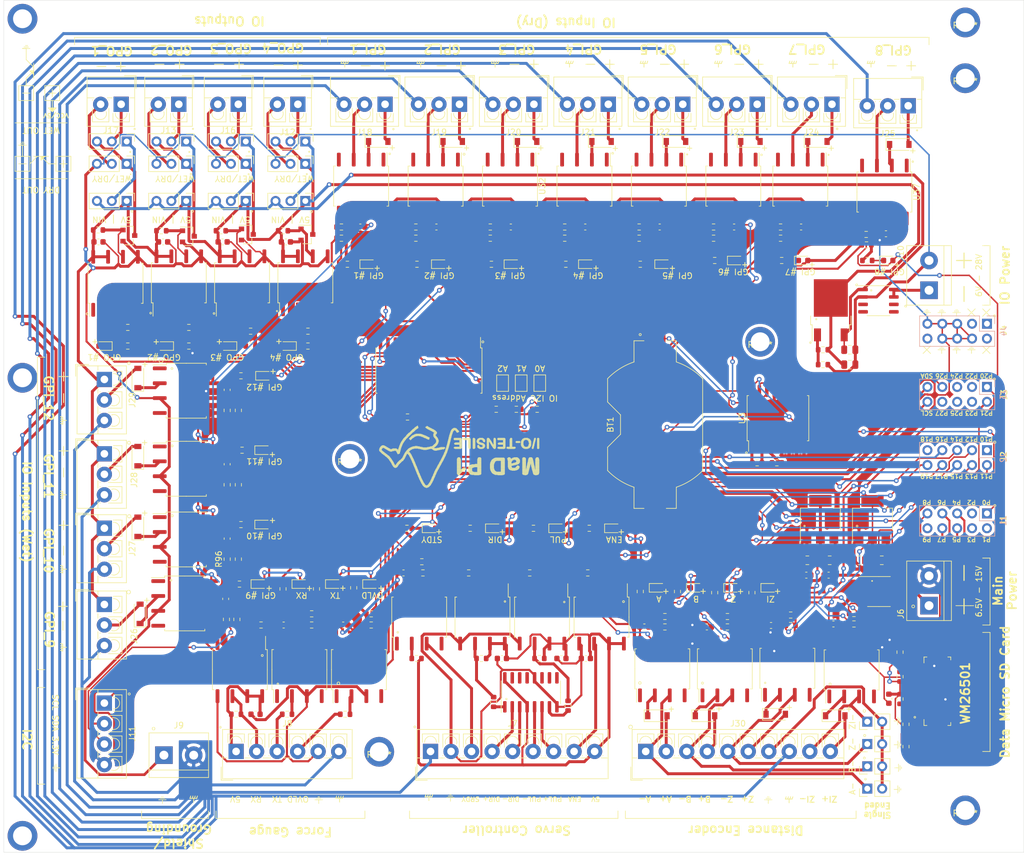
<source format=kicad_pcb>
(kicad_pcb (version 20171130) (host pcbnew "(5.1.9)-1")
  (layers (0 F.Cu signal) (31 B.Cu signal) (34 B.Paste user) (35 F.Paste user) (36 B.SilkS user) (37 F.SilkS user) (38 B.Mask user) (39 F.Mask user) (44 Edge.Cuts user))
  (net 0 "")
  (net 1 "Net-(BT1-Pad1)")
  (net 2 GND)
  (net 3 P9)
  (net 4 P7)
  (net 5 P5)
  (net 6 P3)
  (net 7 P1)
  (net 8 P8)
  (net 9 P6)
  (net 10 P4)
  (net 11 P2)
  (net 12 P0)
  (net 13 P10)
  (net 14 P12)
  (net 15 P14)
  (net 16 P16)
  (net 17 P18)
  (net 18 P11)
  (net 19 P13)
  (net 20 P15)
  (net 21 P17)
  (net 22 P19)
  (net 23 SCL)
  (net 24 P27)
  (net 25 P25)
  (net 26 P23)
  (net 27 P21)
  (net 28 SDA)
  (net 29 P26)
  (net 30 P24)
  (net 31 P22)
  (net 32 P20)
  (net 33 "Net-(J4-Pad1)")
  (net 34 "Net-(J4-Pad3)")
  (net 35 "Net-(J4-Pad2)")
  (net 36 "Net-(J4-Pad10)")
  (net 37 "Net-(J5-Pad8)")
  (net 38 "Net-(J5-Pad1)")
  (net 39 SRDY)
  (net 40 PUL-)
  (net 41 PUL+)
  (net 42 DIR-)
  (net 43 DIR+)
  (net 44 ENA)
  (net 45 FG_RX)
  (net 46 FG_TX)
  (net 47 FG_OVLD)
  (net 48 OUTA+)
  (net 49 OUTB+)
  (net 50 OUTZ+)
  (net 51 OUTA-)
  (net 52 OUTB-)
  (net 53 OUTZ-)
  (net 54 "Net-(JP1-Pad2)")
  (net 55 "Net-(JP2-Pad2)")
  (net 56 "Net-(JP3-Pad2)")
  (net 57 "Net-(Q3-Pad1)")
  (net 58 "Net-(Q4-Pad1)")
  (net 59 "Net-(Q5-Pad1)")
  (net 60 "Net-(Q6-Pad1)")
  (net 61 "Net-(R6-Pad2)")
  (net 62 "Net-(R7-Pad2)")
  (net 63 "Net-(R10-Pad2)")
  (net 64 DIR)
  (net 65 PUL)
  (net 66 "Net-(R11-Pad2)")
  (net 67 "Net-(R12-Pad2)")
  (net 68 "Net-(R13-Pad1)")
  (net 69 "Net-(R14-Pad1)")
  (net 70 "Net-(R15-Pad1)")
  (net 71 "Net-(R16-Pad2)")
  (net 72 "Net-(R19-Pad2)")
  (net 73 "Net-(R20-Pad2)")
  (net 74 "Net-(R21-Pad1)")
  (net 75 "Net-(R22-Pad2)")
  (net 76 "Net-(R23-Pad2)")
  (net 77 "Net-(R28-Pad2)")
  (net 78 "Net-(R32-Pad2)")
  (net 79 "Net-(R33-Pad2)")
  (net 80 "Net-(R34-Pad2)")
  (net 81 "Net-(R35-Pad2)")
  (net 82 GPB0)
  (net 83 "Net-(R45-Pad1)")
  (net 84 "Net-(R46-Pad2)")
  (net 85 "Net-(U3-Pad4)")
  (net 86 "Net-(U4-Pad9)")
  (net 87 "Net-(U4-Pad10)")
  (net 88 "Net-(U4-Pad11)")
  (net 89 "Net-(U4-Pad13)")
  (net 90 "Net-(U4-Pad14)")
  (net 91 "Net-(U4-Pad15)")
  (net 92 "Net-(U5-Pad1)")
  (net 93 "Net-(U6-Pad1)")
  (net 94 "Net-(U7-Pad1)")
  (net 95 "Net-(U8-Pad1)")
  (net 96 "Net-(U9-Pad1)")
  (net 97 "Net-(U10-Pad1)")
  (net 98 "Net-(U11-Pad1)")
  (net 99 GPB1)
  (net 100 GPB2)
  (net 101 GPB3)
  (net 102 GPB4)
  (net 103 GPB5)
  (net 104 GPB6)
  (net 105 GPB7)
  (net 106 "Net-(U12-Pad11)")
  (net 107 "Net-(U12-Pad14)")
  (net 108 "Net-(U12-Pad19)")
  (net 109 "Net-(U12-Pad20)")
  (net 110 GPA0)
  (net 111 GPA1)
  (net 112 GPA2)
  (net 113 GPA3)
  (net 114 GPA4)
  (net 115 GPA5)
  (net 116 GPA6)
  (net 117 GPA7)
  (net 118 "Net-(U15-Pad1)")
  (net 119 "Net-(U16-Pad1)")
  (net 120 "Net-(U17-Pad1)")
  (net 121 "Net-(U18-Pad1)")
  (net 122 GND_TSD)
  (net 123 +3V3_TS)
  (net 124 V_IN)
  (net 125 +5V_TS)
  (net 126 +5V_FG)
  (net 127 GND_FG)
  (net 128 SHIELD)
  (net 129 GND_SC)
  (net 130 +5V_SC)
  (net 131 GND_ENC)
  (net 132 GND_IO)
  (net 133 VIN_IO)
  (net 134 5V_IO)
  (net 135 "Net-(J6-Pad1)")
  (net 136 GPI_1+)
  (net 137 "Net-(Q7-Pad1)")
  (net 138 "Net-(Q8-Pad1)")
  (net 139 GPI_2+)
  (net 140 GPI_3+)
  (net 141 "Net-(Q9-Pad1)")
  (net 142 GPI_4+)
  (net 143 "Net-(Q10-Pad1)")
  (net 144 "Net-(Q11-Pad1)")
  (net 145 GPI_5+)
  (net 146 "Net-(Q12-Pad1)")
  (net 147 GPI_6+)
  (net 148 "Net-(Q13-Pad1)")
  (net 149 GPI_7+)
  (net 150 "Net-(Q14-Pad1)")
  (net 151 GPI_8+)
  (net 152 "Net-(Q15-Pad1)")
  (net 153 "Net-(Q16-Pad1)")
  (net 154 "Net-(Q17-Pad1)")
  (net 155 "Net-(Q18-Pad1)")
  (net 156 "Net-(R42-Pad1)")
  (net 157 "Net-(R43-Pad1)")
  (net 158 "Net-(R44-Pad1)")
  (net 159 "Net-(R47-Pad2)")
  (net 160 "Net-(R48-Pad2)")
  (net 161 "Net-(R49-Pad2)")
  (net 162 "Net-(R50-Pad2)")
  (net 163 "Net-(R51-Pad2)")
  (net 164 "Net-(R52-Pad2)")
  (net 165 "Net-(R53-Pad2)")
  (net 166 "Net-(R54-Pad2)")
  (net 167 "Net-(R55-Pad2)")
  (net 168 "Net-(R62-Pad2)")
  (net 169 "Net-(R63-Pad2)")
  (net 170 "Net-(R64-Pad2)")
  (net 171 "Net-(R65-Pad2)")
  (net 172 "Net-(R66-Pad2)")
  (net 173 "Net-(R67-Pad2)")
  (net 174 "Net-(U22-Pad1)")
  (net 175 "Net-(U23-Pad1)")
  (net 176 "Net-(U24-Pad1)")
  (net 177 "Net-(U25-Pad1)")
  (net 178 "Net-(U30-Pad1)")
  (net 179 GPI_1-)
  (net 180 GPI_2-)
  (net 181 "Net-(U31-Pad1)")
  (net 182 "Net-(U32-Pad1)")
  (net 183 GPI_3-)
  (net 184 "Net-(U33-Pad1)")
  (net 185 GPI_4-)
  (net 186 "Net-(U34-Pad1)")
  (net 187 GPI_5-)
  (net 188 GPI_6-)
  (net 189 "Net-(U35-Pad1)")
  (net 190 GPI_7-)
  (net 191 "Net-(U36-Pad1)")
  (net 192 "Net-(U37-Pad1)")
  (net 193 GPI_8-)
  (net 194 "Net-(U38-Pad1)")
  (net 195 "Net-(U39-Pad1)")
  (net 196 "Net-(U40-Pad1)")
  (net 197 "Net-(U41-Pad1)")
  (net 198 "Net-(R74-Pad1)")
  (net 199 GPO_4+)
  (net 200 GPO_4-)
  (net 201 GPO_2+)
  (net 202 GPO_2-)
  (net 203 GPO_3-)
  (net 204 GPO_3+)
  (net 205 GPO_1-)
  (net 206 GPO_1+)
  (net 207 V_GPO4)
  (net 208 V_GPO2)
  (net 209 V_GPO3)
  (net 210 V_GPO1)
  (net 211 GPO_D4)
  (net 212 GPO_D2)
  (net 213 GPO_D3)
  (net 214 GPO_D1)
  (net 215 "Net-(D1-Pad1)")
  (net 216 "Net-(D2-Pad1)")
  (net 217 "Net-(D3-Pad1)")
  (net 218 "Net-(D4-Pad1)")
  (net 219 "Net-(D5-Pad1)")
  (net 220 "Net-(D6-Pad1)")
  (net 221 "Net-(D7-Pad1)")
  (net 222 "Net-(D8-Pad1)")
  (net 223 "Net-(D9-Pad1)")
  (net 224 "Net-(D10-Pad1)")
  (net 225 "Net-(D11-Pad1)")
  (net 226 "Net-(D12-Pad1)")
  (net 227 "Net-(D13-Pad1)")
  (net 228 "Net-(D14-Pad1)")
  (net 229 "Net-(D15-Pad1)")
  (net 230 "Net-(D16-Pad1)")
  (net 231 "Net-(D17-Pad1)")
  (net 232 "Net-(D18-Pad1)")
  (net 233 "Net-(D19-Pad1)")
  (net 234 "Net-(D20-Pad1)")
  (net 235 "Net-(D21-Pad1)")
  (net 236 "Net-(D22-Pad1)")
  (net 237 "Net-(D23-Pad1)")
  (net 238 "Net-(D24-Pad1)")
  (net 239 "Net-(D25-Pad1)")
  (net 240 "Net-(D26-Pad1)")
  (net 241 "Net-(D27-Pad1)")
  (net 242 GPI_9)
  (net 243 GPI_10)
  (net 244 GPI_11)
  (net 245 GPI_12)
  (net 246 OUTZI-)
  (net 247 OUTZI+)
  (net 248 "Net-(J10-Pad1)")
  (module Tensile_Board:Hole_5.08 (layer F.Cu) (at 150 85)
    (fp_text reference REF** (at 0 0.5) (layer F.SilkS))
    (fp_text value Hole_5.08)
    (pad 1 thru_hole circle (at 0 0) (size 5.08 5.08) (drill 3.22) (layers *.Cu *.Mask))
  )
  (module Tensile_Board:Hole_5.08 (layer F.Cu) (at 80 105)
    (fp_text reference REF** (at 0 0.5) (layer F.SilkS))
    (fp_text value Hole_5.08)
    (pad 1 thru_hole circle (at 0 0) (size 5.08 5.08) (drill 3.22) (layers *.Cu *.Mask))
  )
  (module Tensile_Board:Hole_5.08 (layer F.Cu) (at 185 165)
    (fp_text reference REF** (at 0 0.5) (layer F.SilkS))
    (fp_text value Hole_5.08)
    (pad 1 thru_hole circle (at 0 0) (size 5.08 5.08) (drill 3.22) (layers *.Cu *.Mask))
  )
  (module Tensile_Board:Hole_5.08 (layer F.Cu) (at 85 155)
    (fp_text reference REF** (at 0 0.5) (layer F.SilkS))
    (fp_text value Hole_5.08)
    (pad 1 thru_hole circle (at 0 0) (size 5.08 5.08) (drill 3.22) (layers *.Cu *.Mask))
  )
  (module Tensile_Board:Hole_5.08 (layer F.Cu) (at 185 40)
    (fp_text reference REF** (at 0 0.5) (layer F.SilkS))
    (fp_text value Hole_5.08)
    (pad 1 thru_hole circle (at 0 0) (size 5.08 5.08) (drill 3.22) (layers *.Cu *.Mask))
  )
  (module Tensile_Board:Hole_5.08 (layer F.Cu) (at 185 30.48)
    (fp_text reference REF** (at 0 0.5) (layer F.SilkS))
    (fp_text value Hole_5.08)
    (pad 1 thru_hole circle (at 0 0) (size 5.08 5.08) (drill 3.22) (layers *.Cu *.Mask))
  )
  (module Tensile_Board:LOGO_1 (layer F.Cu) (at 115 110 180)
    (fp_text reference LOGO hide)
    (fp_text value "" (at 0 0) (layer F.SilkS) (effects (font (size 1.27 1.27))))
  )
  (module Battery:BatteryHolder_Keystone_1058_1x2032 (layer F.Cu) (at 132.08 99.135 270)
    (fp_text reference BT1 (at 0 7.62 90) (layer F.SilkS))
    (fp_text value CR2032)
    (pad 1 smd rect (at -14.68 0 270) (size 2.54 3.51) (layers F.Cu F.Paste F.Mask) (net 1 "Net-(BT1-Pad1)"))
    (pad 2 smd rect (at 14.68 0 270) (size 2.54 3.51) (layers F.Cu F.Paste F.Mask) (net 122 GND_TSD))
  )
  (module Package_SO:SOIC-16W_7.5x10.3mm_P1.27mm (layer F.Cu) (at 153.035 98.044 90)
    (fp_text reference U3 (at 0 -6.1 90) (layer F.SilkS))
    (fp_text value DS3231M)
    (pad 1 smd roundrect (at -4.65 -4.445 90) (size 2.05 0.6) (layers F.Cu F.Paste F.Mask) (net 61 "Net-(R6-Pad2)"))
    (pad 2 smd roundrect (at -4.65 -3.175 90) (size 2.05 0.6) (layers F.Cu F.Paste F.Mask) (net 125 +5V_TS))
    (pad 3 smd roundrect (at -4.65 -1.905 90) (size 2.05 0.6) (layers F.Cu F.Paste F.Mask) (net 62 "Net-(R7-Pad2)"))
    (pad 4 smd roundrect (at -4.65 -0.635 90) (size 2.05 0.6) (layers F.Cu F.Paste F.Mask) (net 85 "Net-(U3-Pad4)"))
    (pad 5 smd roundrect (at -4.65 0.635 90) (size 2.05 0.6) (layers F.Cu F.Paste F.Mask) (net 122 GND_TSD))
    (pad 6 smd roundrect (at -4.65 1.905 90) (size 2.05 0.6) (layers F.Cu F.Paste F.Mask) (net 122 GND_TSD))
    (pad 7 smd roundrect (at -4.65 3.175 90) (size 2.05 0.6) (layers F.Cu F.Paste F.Mask) (net 122 GND_TSD))
    (pad 8 smd roundrect (at -4.65 4.445 90) (size 2.05 0.6) (layers F.Cu F.Paste F.Mask) (net 122 GND_TSD))
    (pad 9 smd roundrect (at 4.65 4.445 90) (size 2.05 0.6) (layers F.Cu F.Paste F.Mask) (net 122 GND_TSD))
    (pad 10 smd roundrect (at 4.65 3.175 90) (size 2.05 0.6) (layers F.Cu F.Paste F.Mask) (net 122 GND_TSD))
    (pad 11 smd roundrect (at 4.65 1.905 90) (size 2.05 0.6) (layers F.Cu F.Paste F.Mask) (net 122 GND_TSD))
    (pad 12 smd roundrect (at 4.65 0.635 90) (size 2.05 0.6) (layers F.Cu F.Paste F.Mask) (net 122 GND_TSD))
    (pad 13 smd roundrect (at 4.65 -0.635 90) (size 2.05 0.6) (layers F.Cu F.Paste F.Mask) (net 122 GND_TSD))
    (pad 14 smd roundrect (at 4.65 -1.905 90) (size 2.05 0.6) (layers F.Cu F.Paste F.Mask) (net 1 "Net-(BT1-Pad1)"))
    (pad 15 smd roundrect (at 4.65 -3.175 90) (size 2.05 0.6) (layers F.Cu F.Paste F.Mask) (net 29 P26))
    (pad 16 smd roundrect (at 4.65 -4.445 90) (size 2.05 0.6) (layers F.Cu F.Paste F.Mask) (net 12 P0))
  )
  (module Tensile_Board:WM26501 (layer F.Cu) (at 180.488 144.91 270)
    (fp_text reference J5 hide)
    (fp_text value Micro_SD_Card)
    (pad 9 smd rect (at 6.728 0.148 270) (size 2.1 3) (layers F.Cu F.Paste F.Mask) (net 122 GND_TSD))
    (pad 9 smd rect (at -7.122 0.148 270) (size 2.1 3) (layers F.Cu F.Paste F.Mask) (net 122 GND_TSD))
    (pad 1 smd rect (at 4.178 3.048 270) (size 0.8 1.6) (layers F.Cu F.Paste F.Mask) (net 38 "Net-(J5-Pad1)"))
    (pad 2 smd rect (at 2.928 3.048 270) (size 0.8 1.6) (layers F.Cu F.Paste F.Mask) (net 10 P4))
    (pad 3 smd rect (at 1.678 3.048 270) (size 0.8 1.6) (layers F.Cu F.Paste F.Mask) (net 5 P5))
    (pad 4 smd rect (at 0.428 3.048 270) (size 0.8 1.6) (layers F.Cu F.Paste F.Mask) (net 123 +3V3_TS))
    (pad 5 smd rect (at -0.822 3.048 270) (size 0.8 1.6) (layers F.Cu F.Paste F.Mask) (net 9 P6))
    (pad 6 smd rect (at -2.072 3.048 270) (size 0.8 1.6) (layers F.Cu F.Paste F.Mask) (net 122 GND_TSD))
    (pad 7 smd rect (at -3.322 3.048 270) (size 0.8 1.6) (layers F.Cu F.Paste F.Mask) (net 4 P7))
    (pad 8 smd rect (at -4.572 3.048 270) (size 0.8 1.6) (layers F.Cu F.Paste F.Mask) (net 37 "Net-(J5-Pad8)"))
  )
  (module Package_SO:SOP-8_6.62x9.15mm_P2.54mm (layer F.Cu) (at 154.635 140.745 90)
    (fp_text reference U16 hide)
    (fp_text value 6N137)
    (pad 1 smd roundrect (at -4.525 -3.81 90) (size 2.35 0.65) (layers F.Cu F.Paste F.Mask) (net 119 "Net-(U16-Pad1)"))
    (pad 2 smd roundrect (at -4.525 -1.27 90) (size 2.35 0.65) (layers F.Cu F.Paste F.Mask) (net 58 "Net-(Q4-Pad1)"))
    (pad 3 smd roundrect (at -4.525 1.27 90) (size 2.35 0.65) (layers F.Cu F.Paste F.Mask) (net 53 OUTZ-))
    (pad 4 smd roundrect (at -4.525 3.81 90) (size 2.35 0.65) (layers F.Cu F.Paste F.Mask))
    (pad 5 smd roundrect (at 4.525 3.81 90) (size 2.35 0.65) (layers F.Cu F.Paste F.Mask) (net 122 GND_TSD))
    (pad 6 smd roundrect (at 4.525 1.27 90) (size 2.35 0.65) (layers F.Cu F.Paste F.Mask) (net 79 "Net-(R33-Pad2)"))
    (pad 7 smd roundrect (at 4.525 -1.27 90) (size 2.35 0.65) (layers F.Cu F.Paste F.Mask) (net 125 +5V_TS))
    (pad 8 smd roundrect (at 4.525 -3.81 90) (size 2.35 0.65) (layers F.Cu F.Paste F.Mask) (net 125 +5V_TS))
  )
  (module LED_SMD:LED_0603_1608Metric (layer F.Cu) (at 69.3675 85.725 180)
    (fp_text reference D3 hide)
    (fp_text value LED)
    (pad 2 smd roundrect (at 0.7875 0 180) (size 0.875 0.95) (layers F.Cu F.Paste F.Mask) (net 117 GPA7))
    (pad 1 smd roundrect (at -0.7875 0 180) (size 0.875 0.95) (layers F.Cu F.Paste F.Mask) (net 217 "Net-(D3-Pad1)"))
  )
  (module LED_SMD:LED_0603_1608Metric (layer F.Cu) (at 171.856 71.12)
    (fp_text reference D13 hide)
    (fp_text value BLUE)
    (pad 1 smd roundrect (at -0.7875 0) (size 0.875 0.95) (layers F.Cu F.Paste F.Mask) (net 227 "Net-(D13-Pad1)"))
    (pad 2 smd roundrect (at 0.7875 0) (size 0.875 0.95) (layers F.Cu F.Paste F.Mask) (net 123 +3V3_TS))
  )
  (module Resistor_SMD:R_0603_1608Metric (layer F.Cu) (at 52.515 85.725)
    (fp_text reference R77 hide)
    (fp_text value 100R)
    (pad 2 smd roundrect (at 0.825 0) (size 0.8 0.95) (layers F.Cu F.Paste F.Mask) (net 122 GND_TSD))
    (pad 1 smd roundrect (at -0.825 0) (size 0.8 0.95) (layers F.Cu F.Paste F.Mask) (net 218 "Net-(D4-Pad1)"))
  )
  (module LED_SMD:LED_0603_1608Metric (layer F.Cu) (at 145.898 71.12)
    (fp_text reference D11 hide)
    (fp_text value BLUE)
    (pad 1 smd roundrect (at -0.7875 0) (size 0.875 0.95) (layers F.Cu F.Paste F.Mask) (net 225 "Net-(D11-Pad1)"))
    (pad 2 smd roundrect (at 0.7875 0) (size 0.875 0.95) (layers F.Cu F.Paste F.Mask) (net 123 +3V3_TS))
  )
  (module LED_SMD:LED_0603_1608Metric (layer F.Cu) (at 64.6175 126.365)
    (fp_text reference D14 hide)
    (fp_text value BLUE)
    (pad 1 smd roundrect (at -0.7875 0) (size 0.875 0.95) (layers F.Cu F.Paste F.Mask) (net 228 "Net-(D14-Pad1)"))
    (pad 2 smd roundrect (at 0.7875 0) (size 0.875 0.95) (layers F.Cu F.Paste F.Mask) (net 123 +3V3_TS))
  )
  (module LED_SMD:LED_0603_1608Metric (layer F.Cu) (at 95.4025 71.755)
    (fp_text reference D7 hide)
    (fp_text value BLUE)
    (pad 1 smd roundrect (at -0.7875 0) (size 0.875 0.95) (layers F.Cu F.Paste F.Mask) (net 221 "Net-(D7-Pad1)"))
    (pad 2 smd roundrect (at 0.7875 0) (size 0.875 0.95) (layers F.Cu F.Paste F.Mask) (net 123 +3V3_TS))
  )
  (module LED_SMD:LED_0603_1608Metric (layer F.Cu) (at 133.502 71.755)
    (fp_text reference D10 hide)
    (fp_text value BLUE)
    (pad 2 smd roundrect (at 0.7875 0) (size 0.875 0.95) (layers F.Cu F.Paste F.Mask) (net 123 +3V3_TS))
    (pad 1 smd roundrect (at -0.7875 0) (size 0.875 0.95) (layers F.Cu F.Paste F.Mask) (net 224 "Net-(D10-Pad1)"))
  )
  (module LED_SMD:LED_0603_1608Metric (layer F.Cu) (at 107.798 71.755)
    (fp_text reference D8 hide)
    (fp_text value BLUE)
    (pad 2 smd roundrect (at 0.7875 0) (size 0.875 0.95) (layers F.Cu F.Paste F.Mask) (net 123 +3V3_TS))
    (pad 1 smd roundrect (at -0.7875 0) (size 0.875 0.95) (layers F.Cu F.Paste F.Mask) (net 222 "Net-(D8-Pad1)"))
  )
  (module LED_SMD:LED_0603_1608Metric (layer F.Cu) (at 83.185 71.755)
    (fp_text reference D1 hide)
    (fp_text value BLUE)
    (pad 1 smd roundrect (at -0.7875 0) (size 0.875 0.95) (layers F.Cu F.Paste F.Mask) (net 215 "Net-(D1-Pad1)"))
    (pad 2 smd roundrect (at 0.7875 0) (size 0.875 0.95) (layers F.Cu F.Paste F.Mask) (net 123 +3V3_TS))
  )
  (module LED_SMD:LED_0603_1608Metric (layer F.Cu) (at 65.405 90.805)
    (fp_text reference D17 hide)
    (fp_text value BLUE)
    (pad 1 smd roundrect (at -0.7875 0) (size 0.875 0.95) (layers F.Cu F.Paste F.Mask) (net 231 "Net-(D17-Pad1)"))
    (pad 2 smd roundrect (at 0.7875 0) (size 0.875 0.95) (layers F.Cu F.Paste F.Mask) (net 123 +3V3_TS))
  )
  (module LED_SMD:LED_0603_1608Metric (layer F.Cu) (at 48.4125 85.725 180)
    (fp_text reference D4 hide)
    (fp_text value BLUE)
    (pad 1 smd roundrect (at -0.7875 0 180) (size 0.875 0.95) (layers F.Cu F.Paste F.Mask) (net 218 "Net-(D4-Pad1)"))
    (pad 2 smd roundrect (at 0.7875 0 180) (size 0.875 0.95) (layers F.Cu F.Paste F.Mask) (net 115 GPA5))
  )
  (module LED_SMD:LED_0603_1608Metric (layer F.Cu) (at 59.2075 85.725 180)
    (fp_text reference D5 hide)
    (fp_text value BLUE)
    (pad 1 smd roundrect (at -0.7875 0 180) (size 0.875 0.95) (layers F.Cu F.Paste F.Mask) (net 219 "Net-(D5-Pad1)"))
    (pad 2 smd roundrect (at 0.7875 0 180) (size 0.875 0.95) (layers F.Cu F.Paste F.Mask) (net 116 GPA6))
  )
  (module LED_SMD:LED_0603_1608Metric (layer F.Cu) (at 157.328 71.12)
    (fp_text reference D12 hide)
    (fp_text value BLUE)
    (pad 2 smd roundrect (at 0.7875 0) (size 0.875 0.95) (layers F.Cu F.Paste F.Mask) (net 123 +3V3_TS))
    (pad 1 smd roundrect (at -0.7875 0) (size 0.875 0.95) (layers F.Cu F.Paste F.Mask) (net 226 "Net-(D12-Pad1)"))
  )
  (module LED_SMD:LED_0603_1608Metric (layer F.Cu) (at 37.9475 85.725 180)
    (fp_text reference D6 hide)
    (fp_text value BLUE)
    (pad 2 smd roundrect (at 0.7875 0 180) (size 0.875 0.95) (layers F.Cu F.Paste F.Mask) (net 114 GPA4))
    (pad 1 smd roundrect (at -0.7875 0 180) (size 0.875 0.95) (layers F.Cu F.Paste F.Mask) (net 220 "Net-(D6-Pad1)"))
  )
  (module LED_SMD:LED_0603_1608Metric (layer F.Cu) (at 120.498 71.755)
    (fp_text reference D9 hide)
    (fp_text value BLUE)
    (pad 1 smd roundrect (at -0.7875 0) (size 0.875 0.95) (layers F.Cu F.Paste F.Mask) (net 223 "Net-(D9-Pad1)"))
    (pad 2 smd roundrect (at 0.7875 0) (size 0.875 0.95) (layers F.Cu F.Paste F.Mask) (net 123 +3V3_TS))
  )
  (module LED_SMD:LED_0603_1608Metric (layer F.Cu) (at 65.2525 116.205)
    (fp_text reference D15 hide)
    (fp_text value BLUE)
    (pad 2 smd roundrect (at 0.7875 0) (size 0.875 0.95) (layers F.Cu F.Paste F.Mask) (net 123 +3V3_TS))
    (pad 1 smd roundrect (at -0.7875 0) (size 0.875 0.95) (layers F.Cu F.Paste F.Mask) (net 229 "Net-(D15-Pad1)"))
  )
  (module LED_SMD:LED_0603_1608Metric (layer F.Cu) (at 65.2525 103.505)
    (fp_text reference D16 hide)
    (fp_text value BLUE)
    (pad 2 smd roundrect (at 0.7875 0) (size 0.875 0.95) (layers F.Cu F.Paste F.Mask) (net 123 +3V3_TS))
    (pad 1 smd roundrect (at -0.7875 0) (size 0.875 0.95) (layers F.Cu F.Paste F.Mask) (net 230 "Net-(D16-Pad1)"))
  )
  (module Resistor_SMD:R_0603_1608Metric (layer F.Cu) (at 72.835 85.725)
    (fp_text reference R76 hide)
    (fp_text value 33R)
    (pad 1 smd roundrect (at -0.825 0) (size 0.8 0.95) (layers F.Cu F.Paste F.Mask) (net 217 "Net-(D3-Pad1)"))
    (pad 2 smd roundrect (at 0.825 0) (size 0.8 0.95) (layers F.Cu F.Paste F.Mask) (net 122 GND_TSD))
  )
  (module Resistor_SMD:R_0603_1608Metric (layer F.Cu) (at 63.055 85.725)
    (fp_text reference R78 hide)
    (fp_text value 100R)
    (pad 2 smd roundrect (at 0.825 0) (size 0.8 0.95) (layers F.Cu F.Paste F.Mask) (net 122 GND_TSD))
    (pad 1 smd roundrect (at -0.825 0) (size 0.8 0.95) (layers F.Cu F.Paste F.Mask) (net 219 "Net-(D5-Pad1)"))
  )
  (module Resistor_SMD:R_0603_1608Metric (layer F.Cu) (at 42.1 85.725)
    (fp_text reference R79 hide)
    (fp_text value 100R)
    (pad 1 smd roundrect (at -0.825 0) (size 0.8 0.95) (layers F.Cu F.Paste F.Mask) (net 220 "Net-(D6-Pad1)"))
    (pad 2 smd roundrect (at 0.825 0) (size 0.8 0.95) (layers F.Cu F.Paste F.Mask) (net 122 GND_TSD))
  )
  (module Connector_PinSocket_2.54mm:PinSocket_2x05_P2.54mm_Vertical (layer B.Cu) (at 188.697 114.3 90)
    (fp_text reference J1 (at -1.27 2.77 270) (layer B.SilkS) (effects (justify mirror)))
    (fp_text value Conn_02x05_Odd_Even)
    (pad 10 thru_hole oval (at -2.54 -10.16 90) (size 1.7 1.7) (drill 1) (layers *.Cu *.Mask) (net 3 P9))
    (pad 9 thru_hole oval (at 0 -10.16 90) (size 1.7 1.7) (drill 1) (layers *.Cu *.Mask) (net 8 P8))
    (pad 8 thru_hole oval (at -2.54 -7.62 90) (size 1.7 1.7) (drill 1) (layers *.Cu *.Mask) (net 4 P7))
    (pad 7 thru_hole oval (at 0 -7.62 90) (size 1.7 1.7) (drill 1) (layers *.Cu *.Mask) (net 9 P6))
    (pad 6 thru_hole oval (at -2.54 -5.08 90) (size 1.7 1.7) (drill 1) (layers *.Cu *.Mask) (net 5 P5))
    (pad 5 thru_hole oval (at 0 -5.08 90) (size 1.7 1.7) (drill 1) (layers *.Cu *.Mask) (net 10 P4))
    (pad 4 thru_hole oval (at -2.54 -2.54 90) (size 1.7 1.7) (drill 1) (layers *.Cu *.Mask) (net 6 P3))
    (pad 3 thru_hole oval (at 0 -2.54 90) (size 1.7 1.7) (drill 1) (layers *.Cu *.Mask) (net 11 P2))
    (pad 2 thru_hole oval (at -2.54 0 90) (size 1.7 1.7) (drill 1) (layers *.Cu *.Mask) (net 7 P1))
    (pad 1 thru_hole rect (at 0 0 90) (size 1.7 1.7) (drill 1) (layers *.Cu *.Mask) (net 12 P0))
  )
  (module Connector_PinSocket_2.54mm:PinSocket_2x05_P2.54mm_Vertical (layer B.Cu) (at 188.697 103.505 90)
    (fp_text reference J2 (at -1.27 2.77 90) (layer B.SilkS) (effects (justify mirror)))
    (fp_text value Conn_02x05_Odd_Even)
    (pad 10 thru_hole oval (at -2.54 -10.16 90) (size 1.7 1.7) (drill 1) (layers *.Cu *.Mask) (net 22 P19))
    (pad 9 thru_hole oval (at 0 -10.16 90) (size 1.7 1.7) (drill 1) (layers *.Cu *.Mask) (net 17 P18))
    (pad 8 thru_hole oval (at -2.54 -7.62 90) (size 1.7 1.7) (drill 1) (layers *.Cu *.Mask) (net 21 P17))
    (pad 7 thru_hole oval (at 0 -7.62 90) (size 1.7 1.7) (drill 1) (layers *.Cu *.Mask) (net 16 P16))
    (pad 6 thru_hole oval (at -2.54 -5.08 90) (size 1.7 1.7) (drill 1) (layers *.Cu *.Mask) (net 20 P15))
    (pad 5 thru_hole oval (at 0 -5.08 90) (size 1.7 1.7) (drill 1) (layers *.Cu *.Mask) (net 15 P14))
    (pad 4 thru_hole oval (at -2.54 -2.54 90) (size 1.7 1.7) (drill 1) (layers *.Cu *.Mask) (net 19 P13))
    (pad 3 thru_hole oval (at 0 -2.54 90) (size 1.7 1.7) (drill 1) (layers *.Cu *.Mask) (net 14 P12))
    (pad 2 thru_hole oval (at -2.54 0 90) (size 1.7 1.7) (drill 1) (layers *.Cu *.Mask) (net 18 P11))
    (pad 1 thru_hole rect (at 0 0 90) (size 1.7 1.7) (drill 1) (layers *.Cu *.Mask) (net 13 P10))
  )
  (module Connector_PinSocket_2.54mm:PinSocket_2x05_P2.54mm_Vertical (layer B.Cu) (at 188.697 92.71 90)
    (fp_text reference J3 (at -1.27 2.77 -90) (layer B.SilkS) (effects (justify mirror)))
    (fp_text value Conn_02x05_Odd_Even)
    (pad 1 thru_hole rect (at 0 0 90) (size 1.7 1.7) (drill 1) (layers *.Cu *.Mask) (net 32 P20))
    (pad 2 thru_hole oval (at -2.54 0 90) (size 1.7 1.7) (drill 1) (layers *.Cu *.Mask) (net 27 P21))
    (pad 3 thru_hole oval (at 0 -2.54 90) (size 1.7 1.7) (drill 1) (layers *.Cu *.Mask) (net 31 P22))
    (pad 4 thru_hole oval (at -2.54 -2.54 90) (size 1.7 1.7) (drill 1) (layers *.Cu *.Mask) (net 26 P23))
    (pad 5 thru_hole oval (at 0 -5.08 90) (size 1.7 1.7) (drill 1) (layers *.Cu *.Mask) (net 30 P24))
    (pad 6 thru_hole oval (at -2.54 -5.08 90) (size 1.7 1.7) (drill 1) (layers *.Cu *.Mask) (net 25 P25))
    (pad 7 thru_hole oval (at 0 -7.62 90) (size 1.7 1.7) (drill 1) (layers *.Cu *.Mask) (net 29 P26))
    (pad 8 thru_hole oval (at -2.54 -7.62 90) (size 1.7 1.7) (drill 1) (layers *.Cu *.Mask) (net 24 P27))
    (pad 9 thru_hole oval (at 0 -10.16 90) (size 1.7 1.7) (drill 1) (layers *.Cu *.Mask) (net 28 SDA))
    (pad 10 thru_hole oval (at -2.54 -10.16 90) (size 1.7 1.7) (drill 1) (layers *.Cu *.Mask) (net 23 SCL))
  )
  (module Tensile_Board:Hole_5.08 (layer F.Cu) (at 24.13 169.345)
    (fp_text reference DISP_HOLE_3 hide)
    (fp_text value Hole_5.08)
    (pad 1 thru_hole circle (at 0 0) (size 5.08 5.08) (drill 3.22) (layers *.Cu *.Mask))
  )
  (module Tensile_Board:Hole_5.08 (layer F.Cu) (at 24.13 91.145)
    (fp_text reference DISP_HOLE_2 hide)
    (fp_text value Hole_5.08)
    (pad 1 thru_hole circle (at 0 0) (size 5.08 5.08) (drill 3.22) (layers *.Cu *.Mask))
  )
  (module Tensile_Board:Hole_5.08 (layer F.Cu) (at 24.13 29.845)
    (fp_text reference DISP_HOLE_1 hide)
    (fp_text value Hole_5.08)
    (pad 1 thru_hole circle (at 0 0) (size 5.08 5.08) (drill 3.22) (layers *.Cu *.Mask))
  )
  (module Capacitor_SMD:C_0603_1608Metric (layer F.Cu) (at 171.958 145.936 270)
    (fp_text reference C1 hide)
    (fp_text value 0.1uF)
    (pad 1 smd roundrect (at -0.775 0 270) (size 0.9 0.95) (layers F.Cu F.Paste F.Mask) (net 123 +3V3_TS))
    (pad 2 smd roundrect (at 0.775 0 270) (size 0.9 0.95) (layers F.Cu F.Paste F.Mask) (net 122 GND_TSD))
  )
  (module Capacitor_SMD:C_0805_2012Metric (layer F.Cu) (at 170.749 122.301 180)
    (fp_text reference C2 hide)
    (fp_text value 10uF)
    (pad 1 smd roundrect (at -0.95 0 180) (size 1 1.45) (layers F.Cu F.Paste F.Mask) (net 124 V_IN))
    (pad 2 smd roundrect (at 0.95 0 180) (size 1 1.45) (layers F.Cu F.Paste F.Mask) (net 122 GND_TSD))
  )
  (module Capacitor_SMD:C_0805_2012Metric (layer F.Cu) (at 166.944 122.301 180)
    (fp_text reference C3 hide)
    (fp_text value 10uF)
    (pad 2 smd roundrect (at 0.95 0 180) (size 1 1.45) (layers F.Cu F.Paste F.Mask) (net 122 GND_TSD))
    (pad 1 smd roundrect (at -0.95 0 180) (size 1 1.45) (layers F.Cu F.Paste F.Mask) (net 125 +5V_TS))
  )
  (module Capacitor_SMD:C_0805_2012Metric (layer F.Cu) (at 161.864 122.301 180)
    (fp_text reference C4 hide)
    (fp_text value 4.7uF)
    (pad 2 smd roundrect (at 0.95 0 180) (size 1 1.45) (layers F.Cu F.Paste F.Mask) (net 122 GND_TSD))
    (pad 1 smd roundrect (at -0.95 0 180) (size 1 1.45) (layers F.Cu F.Paste F.Mask) (net 124 V_IN))
  )
  (module Capacitor_SMD:C_0603_1608Metric (layer F.Cu) (at 161.684 124.841 180)
    (fp_text reference C5 hide)
    (fp_text value 1uF)
    (pad 1 smd roundrect (at -0.775 0 180) (size 0.9 0.95) (layers F.Cu F.Paste F.Mask) (net 124 V_IN))
    (pad 2 smd roundrect (at 0.775 0 180) (size 0.9 0.95) (layers F.Cu F.Paste F.Mask) (net 122 GND_TSD))
  )
  (module Capacitor_SMD:C_0805_2012Metric (layer F.Cu) (at 158.049 122.301 180)
    (fp_text reference C6 hide)
    (fp_text value 4.7uF)
    (pad 1 smd roundrect (at -0.95 0 180) (size 1 1.45) (layers F.Cu F.Paste F.Mask) (net 123 +3V3_TS))
    (pad 2 smd roundrect (at 0.95 0 180) (size 1 1.45) (layers F.Cu F.Paste F.Mask) (net 122 GND_TSD))
  )
  (module Capacitor_SMD:C_0603_1608Metric (layer F.Cu) (at 157.874 124.841 180)
    (fp_text reference C7 hide)
    (fp_text value 1uF)
    (pad 1 smd roundrect (at -0.775 0 180) (size 0.9 0.95) (layers F.Cu F.Paste F.Mask) (net 123 +3V3_TS))
    (pad 2 smd roundrect (at 0.775 0 180) (size 0.9 0.95) (layers F.Cu F.Paste F.Mask) (net 122 GND_TSD))
  )
  (module Capacitor_SMD:C_0603_1608Metric (layer F.Cu) (at 105.931 139.065 180)
    (fp_text reference C8 hide)
    (fp_text value 0.1uF)
    (pad 2 smd roundrect (at 0.775 0 180) (size 0.9 0.95) (layers F.Cu F.Paste F.Mask) (net 129 GND_SC))
    (pad 1 smd roundrect (at -0.775 0 180) (size 0.9 0.95) (layers F.Cu F.Paste F.Mask) (net 130 +5V_SC))
  )
  (module Capacitor_SMD:C_0603_1608Metric (layer F.Cu) (at 120.256 139.065 180)
    (fp_text reference C9 hide)
    (fp_text value 0.1uF)
    (pad 2 smd roundrect (at 0.775 0 180) (size 0.9 0.95) (layers F.Cu F.Paste F.Mask) (net 129 GND_SC))
    (pad 1 smd roundrect (at -0.775 0 180) (size 0.9 0.95) (layers F.Cu F.Paste F.Mask) (net 130 +5V_SC))
  )
  (module Capacitor_SMD:C_0603_1608Metric (layer F.Cu) (at 162.496 133.172)
    (fp_text reference C12 hide)
    (fp_text value 0.1uF)
    (pad 2 smd roundrect (at 0.775 0) (size 0.9 0.95) (layers F.Cu F.Paste F.Mask) (net 122 GND_TSD))
    (pad 1 smd roundrect (at -0.775 0) (size 0.9 0.95) (layers F.Cu F.Paste F.Mask) (net 125 +5V_TS))
  )
  (module Capacitor_SMD:C_0603_1608Metric (layer F.Cu) (at 151.854 133.426)
    (fp_text reference C13 hide)
    (fp_text value 0.1uF)
    (pad 2 smd roundrect (at 0.775 0) (size 0.9 0.95) (layers F.Cu F.Paste F.Mask) (net 122 GND_TSD))
    (pad 1 smd roundrect (at -0.775 0) (size 0.9 0.95) (layers F.Cu F.Paste F.Mask) (net 125 +5V_TS))
  )
  (module Capacitor_SMD:C_0603_1608Metric (layer F.Cu) (at 140.906 133.68)
    (fp_text reference C14 hide)
    (fp_text value 0.1uF)
    (pad 2 smd roundrect (at 0.775 0) (size 0.9 0.95) (layers F.Cu F.Paste F.Mask) (net 122 GND_TSD))
    (pad 1 smd roundrect (at -0.775 0) (size 0.9 0.95) (layers F.Cu F.Paste F.Mask) (net 125 +5V_TS))
  )
  (module Capacitor_SMD:C_0603_1608Metric (layer F.Cu) (at 130.238 133.68)
    (fp_text reference C15 hide)
    (fp_text value 0.1uF)
    (pad 1 smd roundrect (at -0.775 0) (size 0.9 0.95) (layers F.Cu F.Paste F.Mask) (net 125 +5V_TS))
    (pad 2 smd roundrect (at 0.775 0) (size 0.9 0.95) (layers F.Cu F.Paste F.Mask) (net 122 GND_TSD))
  )
  (module Capacitor_SMD:C_0603_1608Metric (layer F.Cu) (at 116.091 139.065 180)
    (fp_text reference C16 hide)
    (fp_text value 0.1uF)
    (pad 1 smd roundrect (at -0.775 0 180) (size 0.9 0.95) (layers F.Cu F.Paste F.Mask) (net 130 +5V_SC))
    (pad 2 smd roundrect (at 0.775 0 180) (size 0.9 0.95) (layers F.Cu F.Paste F.Mask) (net 129 GND_SC))
  )
  (module Capacitor_SMD:C_0603_1608Metric (layer F.Cu) (at 89.141 124.46)
    (fp_text reference C17 hide)
    (fp_text value 0.1uF)
    (pad 2 smd roundrect (at 0.775 0) (size 0.9 0.95) (layers F.Cu F.Paste F.Mask) (net 122 GND_TSD))
    (pad 1 smd roundrect (at -0.775 0) (size 0.9 0.95) (layers F.Cu F.Paste F.Mask) (net 125 +5V_TS))
  )
  (module Capacitor_SMD:C_0603_1608Metric (layer F.Cu) (at 63.894 148.59 180)
    (fp_text reference C18 hide)
    (fp_text value 0.1uF)
    (pad 1 smd roundrect (at -0.775 0 180) (size 0.9 0.95) (layers F.Cu F.Paste F.Mask) (net 126 +5V_FG))
    (pad 2 smd roundrect (at 0.775 0 180) (size 0.9 0.95) (layers F.Cu F.Paste F.Mask) (net 127 GND_FG))
  )
  (module Capacitor_SMD:C_0603_1608Metric (layer F.Cu) (at 78.854 133.35)
    (fp_text reference C19 hide)
    (fp_text value 0.1uF)
    (pad 1 smd roundrect (at -0.775 0) (size 0.9 0.95) (layers F.Cu F.Paste F.Mask) (net 125 +5V_TS))
    (pad 2 smd roundrect (at 0.775 0) (size 0.9 0.95) (layers F.Cu F.Paste F.Mask) (net 122 GND_TSD))
  )
  (module Capacitor_SMD:C_0603_1608Metric (layer F.Cu) (at 68.694 133.35)
    (fp_text reference C20 hide)
    (fp_text value 0.1uF)
    (pad 1 smd roundrect (at -0.775 0) (size 0.9 0.95) (layers F.Cu F.Paste F.Mask) (net 125 +5V_TS))
    (pad 2 smd roundrect (at 0.775 0) (size 0.9 0.95) (layers F.Cu F.Paste F.Mask) (net 122 GND_TSD))
  )
  (module TerminalBlock_4Ucon:TerminalBlock_4Ucon_1x09_P3.50mm_Vertical (layer F.Cu) (at 93.752 154.94)
    (fp_text reference J7 (at 14 -4.76) (layer F.SilkS))
    (fp_text value Screw_Terminal_01x09)
    (pad 1 thru_hole rect (at 0 0) (size 2.6 2.6) (drill 1.3) (layers *.Cu *.Mask) (net 128 SHIELD))
    (pad 2 thru_hole circle (at 3.5 0) (size 2.6 2.6) (drill 1.3) (layers *.Cu *.Mask) (net 129 GND_SC))
    (pad 3 thru_hole circle (at 7 0) (size 2.6 2.6) (drill 1.3) (layers *.Cu *.Mask) (net 39 SRDY))
    (pad 4 thru_hole circle (at 10.5 0) (size 2.6 2.6) (drill 1.3) (layers *.Cu *.Mask) (net 43 DIR+))
    (pad 5 thru_hole circle (at 14 0) (size 2.6 2.6) (drill 1.3) (layers *.Cu *.Mask) (net 42 DIR-))
    (pad 6 thru_hole circle (at 17.5 0) (size 2.6 2.6) (drill 1.3) (layers *.Cu *.Mask) (net 40 PUL-))
    (pad 7 thru_hole circle (at 21 0) (size 2.6 2.6) (drill 1.3) (layers *.Cu *.Mask) (net 41 PUL+))
    (pad 8 thru_hole circle (at 24.5 0) (size 2.6 2.6) (drill 1.3) (layers *.Cu *.Mask) (net 44 ENA))
    (pad 9 thru_hole circle (at 28 0) (size 2.6 2.6) (drill 1.3) (layers *.Cu *.Mask) (net 130 +5V_SC))
  )
  (module TerminalBlock_4Ucon:TerminalBlock_4Ucon_1x06_P3.50mm_Vertical (layer F.Cu) (at 60.579 154.94)
    (fp_text reference J8 (at 8.75 -4.76) (layer F.SilkS))
    (fp_text value Screw_Terminal_01x06)
    (pad 1 thru_hole rect (at 0 0) (size 2.6 2.6) (drill 1.3) (layers *.Cu *.Mask) (net 126 +5V_FG))
    (pad 2 thru_hole circle (at 3.5 0) (size 2.6 2.6) (drill 1.3) (layers *.Cu *.Mask) (net 45 FG_RX))
    (pad 3 thru_hole circle (at 7 0) (size 2.6 2.6) (drill 1.3) (layers *.Cu *.Mask) (net 46 FG_TX))
    (pad 4 thru_hole circle (at 10.5 0) (size 2.6 2.6) (drill 1.3) (layers *.Cu *.Mask) (net 47 FG_OVLD))
    (pad 5 thru_hole circle (at 14 0) (size 2.6 2.6) (drill 1.3) (layers *.Cu *.Mask) (net 127 GND_FG))
    (pad 6 thru_hole circle (at 17.5 0) (size 2.6 2.6) (drill 1.3) (layers *.Cu *.Mask) (net 128 SHIELD))
  )
  (module Jumper:SolderJumper-2_P1.3mm_Open_Pad1.0x1.5mm (layer F.Cu) (at 106.045 92.06 270)
    (fp_text reference JP1 hide)
    (fp_text value A2)
    (pad 2 smd rect (at 0.65 0 270) (size 1 1.5) (layers F.Cu F.Mask) (net 54 "Net-(JP1-Pad2)"))
    (pad 1 smd rect (at -0.65 0 270) (size 1 1.5) (layers F.Cu F.Mask) (net 123 +3V3_TS))
  )
  (module Jumper:SolderJumper-2_P1.3mm_Open_Pad1.0x1.5mm (layer F.Cu) (at 109.22 92.06 270)
    (fp_text reference JP2 hide)
    (fp_text value A1)
    (pad 1 smd rect (at -0.65 0 270) (size 1 1.5) (layers F.Cu F.Mask) (net 123 +3V3_TS))
    (pad 2 smd rect (at 0.65 0 270) (size 1 1.5) (layers F.Cu F.Mask) (net 55 "Net-(JP2-Pad2)"))
  )
  (module Jumper:SolderJumper-2_P1.3mm_Open_Pad1.0x1.5mm (layer F.Cu) (at 112.395 92.06 270)
    (fp_text reference JP3 hide)
    (fp_text value A0)
    (pad 2 smd rect (at 0.65 0 270) (size 1 1.5) (layers F.Cu F.Mask) (net 56 "Net-(JP3-Pad2)"))
    (pad 1 smd rect (at -0.65 0 270) (size 1 1.5) (layers F.Cu F.Mask) (net 123 +3V3_TS))
  )
  (module Diode_SMD:D_SOD-123 (layer F.Cu) (at 162.815 148.844)
    (fp_text reference Q3 hide)
    (fp_text value NSI50010Y)
    (pad 2 smd rect (at 1.65 0) (size 0.9 1.2) (layers F.Cu F.Paste F.Mask) (net 247 OUTZI+))
    (pad 1 smd rect (at -1.65 0) (size 0.9 1.2) (layers F.Cu F.Paste F.Mask) (net 57 "Net-(Q3-Pad1)"))
  )
  (module Diode_SMD:D_SOD-123 (layer F.Cu) (at 152.655 148.59)
    (fp_text reference Q4 hide)
    (fp_text value NSI50010Y)
    (pad 2 smd rect (at 1.65 0) (size 0.9 1.2) (layers F.Cu F.Paste F.Mask) (net 50 OUTZ+))
    (pad 1 smd rect (at -1.65 0) (size 0.9 1.2) (layers F.Cu F.Paste F.Mask) (net 58 "Net-(Q4-Pad1)"))
  )
  (module Diode_SMD:D_SOD-123 (layer F.Cu) (at 140.59 148.844)
    (fp_text reference Q5 hide)
    (fp_text value NSI50010Y)
    (pad 1 smd rect (at -1.65 0) (size 0.9 1.2) (layers F.Cu F.Paste F.Mask) (net 59 "Net-(Q5-Pad1)"))
    (pad 2 smd rect (at 1.65 0) (size 0.9 1.2) (layers F.Cu F.Paste F.Mask) (net 49 OUTB+))
  )
  (module Diode_SMD:D_SOD-123 (layer F.Cu) (at 132.462 148.844)
    (fp_text reference Q6 hide)
    (fp_text value NSI50010Y)
    (pad 2 smd rect (at 1.65 0) (size 0.9 1.2) (layers F.Cu F.Paste F.Mask) (net 48 OUTA+))
    (pad 1 smd rect (at -1.65 0) (size 0.9 1.2) (layers F.Cu F.Paste F.Mask) (net 60 "Net-(Q6-Pad1)"))
  )
  (module Resistor_SMD:R_0603_1608Metric (layer F.Cu) (at 173.863 137.986 90)
    (fp_text reference R1 hide)
    (fp_text value 100K)
    (pad 2 smd roundrect (at 0.825 0 90) (size 0.8 0.95) (layers F.Cu F.Paste F.Mask) (net 37 "Net-(J5-Pad8)"))
    (pad 1 smd roundrect (at -0.825 0 90) (size 0.8 0.95) (layers F.Cu F.Paste F.Mask) (net 123 +3V3_TS))
  )
  (module Resistor_SMD:R_0603_1608Metric (layer F.Cu) (at 173.863 142.176 90)
    (fp_text reference R2 hide)
    (fp_text value 100K)
    (pad 1 smd roundrect (at -0.825 0 90) (size 0.8 0.95) (layers F.Cu F.Paste F.Mask) (net 123 +3V3_TS))
    (pad 2 smd roundrect (at 0.825 0 90) (size 0.8 0.95) (layers F.Cu F.Paste F.Mask) (net 4 P7))
  )
  (module Resistor_SMD:R_0603_1608Metric (layer F.Cu) (at 173.863 145.986 270)
    (fp_text reference R3 hide)
    (fp_text value 100K)
    (pad 1 smd roundrect (at -0.825 0 270) (size 0.8 0.95) (layers F.Cu F.Paste F.Mask) (net 123 +3V3_TS))
    (pad 2 smd roundrect (at 0.825 0 270) (size 0.8 0.95) (layers F.Cu F.Paste F.Mask) (net 5 P5))
  )
  (module Resistor_SMD:R_0603_1608Metric (layer F.Cu) (at 174.879 150.305 90)
    (fp_text reference R4 hide)
    (fp_text value 100K)
    (pad 1 smd roundrect (at -0.825 0 90) (size 0.8 0.95) (layers F.Cu F.Paste F.Mask) (net 123 +3V3_TS))
    (pad 2 smd roundrect (at 0.825 0 90) (size 0.8 0.95) (layers F.Cu F.Paste F.Mask) (net 10 P4))
  )
  (module Resistor_SMD:R_0603_1608Metric (layer F.Cu) (at 174.879 154.115 90)
    (fp_text reference R5 hide)
    (fp_text value 100K)
    (pad 2 smd roundrect (at 0.825 0 90) (size 0.8 0.95) (layers F.Cu F.Paste F.Mask) (net 38 "Net-(J5-Pad1)"))
    (pad 1 smd roundrect (at -0.825 0 90) (size 0.8 0.95) (layers F.Cu F.Paste F.Mask) (net 123 +3V3_TS))
  )
  (module Resistor_SMD:R_0603_1608Metric (layer F.Cu) (at 149.479 105.664 180)
    (fp_text reference R6 hide)
    (fp_text value 4.7K)
    (pad 2 smd roundrect (at 0.825 0 180) (size 0.8 0.95) (layers F.Cu F.Paste F.Mask) (net 61 "Net-(R6-Pad2)"))
    (pad 1 smd roundrect (at -0.825 0 180) (size 0.8 0.95) (layers F.Cu F.Paste F.Mask) (net 125 +5V_TS))
  )
  (module Resistor_SMD:R_0603_1608Metric (layer F.Cu) (at 152.844 105.664)
    (fp_text reference R7 hide)
    (fp_text value 4.7K)
    (pad 2 smd roundrect (at 0.825 0) (size 0.8 0.95) (layers F.Cu F.Paste F.Mask) (net 62 "Net-(R7-Pad2)"))
    (pad 1 smd roundrect (at -0.825 0) (size 0.8 0.95) (layers F.Cu F.Paste F.Mask) (net 125 +5V_TS))
  )
  (module Resistor_SMD:R_0603_1608Metric (layer F.Cu) (at 104.521 146.495 90)
    (fp_text reference R8 hide)
    (fp_text value 10K)
    (pad 2 smd roundrect (at 0.825 0 90) (size 0.8 0.95) (layers F.Cu F.Paste F.Mask) (net 63 "Net-(R10-Pad2)"))
    (pad 1 smd roundrect (at -0.825 0 90) (size 0.8 0.95) (layers F.Cu F.Paste F.Mask) (net 64 DIR))
  )
  (module Resistor_SMD:R_0603_1608Metric (layer F.Cu) (at 117.221 147.13 90)
    (fp_text reference R9 hide)
    (fp_text value 10K)
    (pad 1 smd roundrect (at -0.825 0 90) (size 0.8 0.95) (layers F.Cu F.Paste F.Mask) (net 65 PUL))
    (pad 2 smd roundrect (at 0.825 0 90) (size 0.8 0.95) (layers F.Cu F.Paste F.Mask) (net 66 "Net-(R11-Pad2)"))
  )
  (module Resistor_SMD:R_0603_1608Metric (layer F.Cu) (at 102.426 139.065 180)
    (fp_text reference R10 hide)
    (fp_text value 360R)
    (pad 1 smd roundrect (at -0.825 0 180) (size 0.8 0.95) (layers F.Cu F.Paste F.Mask) (net 130 +5V_SC))
    (pad 2 smd roundrect (at 0.825 0 180) (size 0.8 0.95) (layers F.Cu F.Paste F.Mask) (net 63 "Net-(R10-Pad2)"))
  )
  (module Resistor_SMD:R_0603_1608Metric (layer F.Cu) (at 112.331 139.065 180)
    (fp_text reference R11 hide)
    (fp_text value 360R)
    (pad 2 smd roundrect (at 0.825 0 180) (size 0.8 0.95) (layers F.Cu F.Paste F.Mask) (net 66 "Net-(R11-Pad2)"))
    (pad 1 smd roundrect (at -0.825 0 180) (size 0.8 0.95) (layers F.Cu F.Paste F.Mask) (net 130 +5V_SC))
  )
  (module Resistor_SMD:R_0603_1608Metric (layer F.Cu) (at 91.376 139.065 180)
    (fp_text reference R12 hide)
    (fp_text value 470R)
    (pad 1 smd roundrect (at -0.825 0 180) (size 0.8 0.95) (layers F.Cu F.Paste F.Mask) (net 130 +5V_SC))
    (pad 2 smd roundrect (at 0.825 0 180) (size 0.8 0.95) (layers F.Cu F.Paste F.Mask) (net 67 "Net-(R12-Pad2)"))
  )
  (module Resistor_SMD:R_0603_1608Metric (layer F.Cu) (at 100.266 124.46 180)
    (fp_text reference R13 hide)
    (fp_text value 270R)
    (pad 1 smd roundrect (at -0.825 0 180) (size 0.8 0.95) (layers F.Cu F.Paste F.Mask) (net 68 "Net-(R13-Pad1)"))
    (pad 2 smd roundrect (at 0.825 0 180) (size 0.8 0.95) (layers F.Cu F.Paste F.Mask) (net 122 GND_TSD))
  )
  (module Resistor_SMD:R_0603_1608Metric (layer F.Cu) (at 120.586 124.46 180)
    (fp_text reference R14 hide)
    (fp_text value 270R)
    (pad 2 smd roundrect (at 0.825 0 180) (size 0.8 0.95) (layers F.Cu F.Paste F.Mask) (net 122 GND_TSD))
    (pad 1 smd roundrect (at -0.825 0 180) (size 0.8 0.95) (layers F.Cu F.Paste F.Mask) (net 69 "Net-(R14-Pad1)"))
  )
  (module Resistor_SMD:R_0603_1608Metric (layer F.Cu) (at 110.681 124.46 180)
    (fp_text reference R15 hide)
    (fp_text value 270R)
    (pad 2 smd roundrect (at 0.825 0 180) (size 0.8 0.95) (layers F.Cu F.Paste F.Mask) (net 122 GND_TSD))
    (pad 1 smd roundrect (at -0.825 0 180) (size 0.8 0.95) (layers F.Cu F.Paste F.Mask) (net 70 "Net-(R15-Pad1)"))
  )
  (module Resistor_SMD:R_0603_1608Metric (layer F.Cu) (at 92.456 124.46)
    (fp_text reference R16 hide)
    (fp_text value 620R)
    (pad 1 smd roundrect (at -0.825 0) (size 0.8 0.95) (layers F.Cu F.Paste F.Mask) (net 123 +3V3_TS))
    (pad 2 smd roundrect (at 0.825 0) (size 0.8 0.95) (layers F.Cu F.Paste F.Mask) (net 71 "Net-(R16-Pad2)"))
  )
  (module Resistor_SMD:R_0603_1608Metric (layer F.Cu) (at 92.266 122.555)
    (fp_text reference R17 hide)
    (fp_text value 10K)
    (pad 2 smd roundrect (at 0.825 0) (size 0.8 0.95) (layers F.Cu F.Paste F.Mask) (net 71 "Net-(R16-Pad2)"))
    (pad 1 smd roundrect (at -0.825 0) (size 0.8 0.95) (layers F.Cu F.Paste F.Mask) (net 15 P14))
  )
  (module Resistor_SMD:R_0603_1608Metric (layer F.Cu) (at 60.579 148.59)
    (fp_text reference R18 hide)
    (fp_text value 360R)
    (pad 2 smd roundrect (at 0.825 0) (size 0.8 0.95) (layers F.Cu F.Paste F.Mask) (net 45 FG_RX))
    (pad 1 smd roundrect (at -0.825 0) (size 0.8 0.95) (layers F.Cu F.Paste F.Mask) (net 126 +5V_FG))
  )
  (module Resistor_SMD:R_0603_1608Metric (layer F.Cu) (at 79.184 148.59)
    (fp_text reference R19 hide)
    (fp_text value 470R)
    (pad 1 smd roundrect (at -0.825 0) (size 0.8 0.95) (layers F.Cu F.Paste F.Mask) (net 47 FG_OVLD))
    (pad 2 smd roundrect (at 0.825 0) (size 0.8 0.95) (layers F.Cu F.Paste F.Mask) (net 72 "Net-(R19-Pad2)"))
  )
  (module Resistor_SMD:R_0603_1608Metric (layer F.Cu) (at 69.279 148.59)
    (fp_text reference R20 hide)
    (fp_text value 470R)
    (pad 1 smd roundrect (at -0.825 0) (size 0.8 0.95) (layers F.Cu F.Paste F.Mask) (net 46 FG_TX))
    (pad 2 smd roundrect (at 0.825 0) (size 0.8 0.95) (layers F.Cu F.Paste F.Mask) (net 73 "Net-(R20-Pad2)"))
  )
  (module Resistor_SMD:R_0603_1608Metric (layer F.Cu) (at 64.833 133.35)
    (fp_text reference R21 hide)
    (fp_text value 270R)
    (pad 2 smd roundrect (at 0.825 0) (size 0.8 0.95) (layers F.Cu F.Paste F.Mask) (net 122 GND_TSD))
    (pad 1 smd roundrect (at -0.825 0) (size 0.8 0.95) (layers F.Cu F.Paste F.Mask) (net 74 "Net-(R21-Pad1)"))
  )
  (module Resistor_SMD:R_0603_1608Metric (layer F.Cu) (at 83.629 133.35 180)
    (fp_text reference R22 hide)
    (fp_text value 330R)
    (pad 1 smd roundrect (at -0.825 0 180) (size 0.8 0.95) (layers F.Cu F.Paste F.Mask) (net 123 +3V3_TS))
    (pad 2 smd roundrect (at 0.825 0 180) (size 0.8 0.95) (layers F.Cu F.Paste F.Mask) (net 75 "Net-(R22-Pad2)"))
  )
  (module Resistor_SMD:R_0603_1608Metric (layer F.Cu) (at 73.469 133.35 180)
    (fp_text reference R23 hide)
    (fp_text value 330R)
    (pad 1 smd roundrect (at -0.825 0 180) (size 0.8 0.95) (layers F.Cu F.Paste F.Mask) (net 123 +3V3_TS))
    (pad 2 smd roundrect (at 0.825 0 180) (size 0.8 0.95) (layers F.Cu F.Paste F.Mask) (net 76 "Net-(R23-Pad2)"))
  )
  (module Resistor_SMD:R_0603_1608Metric (layer F.Cu) (at 83.629 131.445 180)
    (fp_text reference R24 hide)
    (fp_text value 10K)
    (pad 2 smd roundrect (at 0.825 0 180) (size 0.8 0.95) (layers F.Cu F.Paste F.Mask) (net 75 "Net-(R22-Pad2)"))
    (pad 1 smd roundrect (at -0.825 0 180) (size 0.8 0.95) (layers F.Cu F.Paste F.Mask) (net 21 P17))
  )
  (module Resistor_SMD:R_0603_1608Metric (layer F.Cu) (at 73.469 131.445 180)
    (fp_text reference R25 hide)
    (fp_text value 10K)
    (pad 2 smd roundrect (at 0.825 0 180) (size 0.8 0.95) (layers F.Cu F.Paste F.Mask) (net 76 "Net-(R23-Pad2)"))
    (pad 1 smd roundrect (at -0.825 0 180) (size 0.8 0.95) (layers F.Cu F.Paste F.Mask) (net 20 P15))
  )
  (module Resistor_SMD:R_0603_1608Metric (layer F.Cu) (at 104.965 96.52 180)
    (fp_text reference R26 hide)
    (fp_text value 10K)
    (pad 2 smd roundrect (at 0.825 0 180) (size 0.8 0.95) (layers F.Cu F.Paste F.Mask) (net 2 GND))
    (pad 1 smd roundrect (at -0.825 0 180) (size 0.8 0.95) (layers F.Cu F.Paste F.Mask) (net 54 "Net-(JP1-Pad2)"))
  )
  (module Resistor_SMD:R_0603_1608Metric (layer F.Cu) (at 108.395 96.52 180)
    (fp_text reference R27 hide)
    (fp_text value 10K)
    (pad 1 smd roundrect (at -0.825 0 180) (size 0.8 0.95) (layers F.Cu F.Paste F.Mask) (net 55 "Net-(JP2-Pad2)"))
    (pad 2 smd roundrect (at 0.825 0 180) (size 0.8 0.95) (layers F.Cu F.Paste F.Mask) (net 2 GND))
  )
  (module Resistor_SMD:R_0603_1608Metric (layer F.Cu) (at 89.8266 97.8408 180)
    (fp_text reference R28 hide)
    (fp_text value 10K)
    (pad 1 smd roundrect (at -0.825 0 180) (size 0.8 0.95) (layers F.Cu F.Paste F.Mask) (net 123 +3V3_TS))
    (pad 2 smd roundrect (at 0.825 0 180) (size 0.8 0.95) (layers F.Cu F.Paste F.Mask) (net 77 "Net-(R28-Pad2)"))
  )
  (module Resistor_SMD:R_0603_1608Metric (layer F.Cu) (at 111.95 96.52 180)
    (fp_text reference R29 hide)
    (fp_text value 10K)
    (pad 2 smd roundrect (at 0.825 0 180) (size 0.8 0.95) (layers F.Cu F.Paste F.Mask) (net 2 GND))
    (pad 1 smd roundrect (at -0.825 0 180) (size 0.8 0.95) (layers F.Cu F.Paste F.Mask) (net 56 "Net-(JP3-Pad2)"))
  )
  (module Resistor_SMD:R_0603_1608Metric (layer F.Cu) (at 166.002 133.172)
    (fp_text reference R32 hide)
    (fp_text value 620R)
    (pad 2 smd roundrect (at 0.825 0) (size 0.8 0.95) (layers F.Cu F.Paste F.Mask) (net 78 "Net-(R32-Pad2)"))
    (pad 1 smd roundrect (at -0.825 0) (size 0.8 0.95) (layers F.Cu F.Paste F.Mask) (net 123 +3V3_TS))
  )
  (module Resistor_SMD:R_0603_1608Metric (layer F.Cu) (at 155.206 133.426)
    (fp_text reference R33 hide)
    (fp_text value 620R)
    (pad 2 smd roundrect (at 0.825 0) (size 0.8 0.95) (layers F.Cu F.Paste F.Mask) (net 79 "Net-(R33-Pad2)"))
    (pad 1 smd roundrect (at -0.825 0) (size 0.8 0.95) (layers F.Cu F.Paste F.Mask) (net 123 +3V3_TS))
  )
  (module Resistor_SMD:R_0603_1608Metric (layer F.Cu) (at 144.412 133.68)
    (fp_text reference R34 hide)
    (fp_text value 620R)
    (pad 1 smd roundrect (at -0.825 0) (size 0.8 0.95) (layers F.Cu F.Paste F.Mask) (net 123 +3V3_TS))
    (pad 2 smd roundrect (at 0.825 0) (size 0.8 0.95) (layers F.Cu F.Paste F.Mask) (net 80 "Net-(R34-Pad2)"))
  )
  (module Resistor_SMD:R_0603_1608Metric (layer F.Cu) (at 133.744 133.68)
    (fp_text reference R35 hide)
    (fp_text value 620R)
    (pad 2 smd roundrect (at 0.825 0) (size 0.8 0.95) (layers F.Cu F.Paste F.Mask) (net 81 "Net-(R35-Pad2)"))
    (pad 1 smd roundrect (at -0.825 0) (size 0.8 0.95) (layers F.Cu F.Paste F.Mask) (net 123 +3V3_TS))
  )
  (module Resistor_SMD:R_0603_1608Metric (layer F.Cu) (at 166.002 131.394)
    (fp_text reference R38 hide)
    (fp_text value 10K)
    (pad 1 smd roundrect (at -0.825 0) (size 0.8 0.95) (layers F.Cu F.Paste F.Mask) (net 8 P8))
    (pad 2 smd roundrect (at 0.825 0) (size 0.8 0.95) (layers F.Cu F.Paste F.Mask) (net 78 "Net-(R32-Pad2)"))
  )
  (module Resistor_SMD:R_0603_1608Metric (layer F.Cu) (at 155.206 131.648)
    (fp_text reference R39 hide)
    (fp_text value 10K)
    (pad 1 smd roundrect (at -0.825 0) (size 0.8 0.95) (layers F.Cu F.Paste F.Mask) (net 27 P21))
    (pad 2 smd roundrect (at 0.825 0) (size 0.8 0.95) (layers F.Cu F.Paste F.Mask) (net 79 "Net-(R33-Pad2)"))
  )
  (module Resistor_SMD:R_0603_1608Metric (layer F.Cu) (at 144.412 131.902)
    (fp_text reference R40 hide)
    (fp_text value 10K)
    (pad 2 smd roundrect (at 0.825 0) (size 0.8 0.95) (layers F.Cu F.Paste F.Mask) (net 80 "Net-(R34-Pad2)"))
    (pad 1 smd roundrect (at -0.825 0) (size 0.8 0.95) (layers F.Cu F.Paste F.Mask) (net 32 P20))
  )
  (module Resistor_SMD:R_0603_1608Metric (layer F.Cu) (at 133.744 131.902)
    (fp_text reference R41 hide)
    (fp_text value 10K)
    (pad 1 smd roundrect (at -0.825 0) (size 0.8 0.95) (layers F.Cu F.Paste F.Mask) (net 22 P19))
    (pad 2 smd roundrect (at 0.825 0) (size 0.8 0.95) (layers F.Cu F.Paste F.Mask) (net 81 "Net-(R35-Pad2)"))
  )
  (module Package_TO_SOT_SMD:SOT-223-3_TabPin2 (layer F.Cu) (at 169.164 115.316 90)
    (fp_text reference U1 hide)
    (fp_text value AMS1117-5.0)
    (pad 1 smd rect (at -3.15 -2.3 90) (size 2 1.5) (layers F.Cu F.Paste F.Mask) (net 122 GND_TSD))
    (pad 3 smd rect (at -3.15 2.3 90) (size 2 1.5) (layers F.Cu F.Paste F.Mask) (net 124 V_IN))
    (pad 2 smd rect (at -3.15 0 90) (size 2 1.5) (layers F.Cu F.Paste F.Mask) (net 125 +5V_TS))
    (pad 2 smd rect (at 3.15 0 90) (size 2 3.8) (layers F.Cu F.Paste F.Mask) (net 125 +5V_TS))
  )
  (module Package_TO_SOT_SMD:SOT-223-3_TabPin2 (layer F.Cu) (at 160.274 115.291 90)
    (fp_text reference U2 hide)
    (fp_text value AMS1117-3.3)
    (pad 2 smd rect (at 3.15 0 90) (size 2 3.8) (layers F.Cu F.Paste F.Mask) (net 123 +3V3_TS))
    (pad 2 smd rect (at -3.15 0 90) (size 2 1.5) (layers F.Cu F.Paste F.Mask) (net 123 +3V3_TS))
    (pad 3 smd rect (at -3.15 2.3 90) (size 2 1.5) (layers F.Cu F.Paste F.Mask) (net 124 V_IN))
    (pad 1 smd rect (at -3.15 -2.3 90) (size 2 1.5) (layers F.Cu F.Paste F.Mask) (net 122 GND_TSD))
  )
  (module Package_SO:SOIC-16_3.9x9.9mm_P1.27mm (layer F.Cu) (at 110.871 144.845 90)
    (fp_text reference U4 hide)
    (fp_text value AM26LS31CDR)
    (pad 1 smd roundrect (at -2.475 -4.445 90) (size 1.95 0.6) (layers F.Cu F.Paste F.Mask) (net 64 DIR))
    (pad 2 smd roundrect (at -2.475 -3.175 90) (size 1.95 0.6) (layers F.Cu F.Paste F.Mask) (net 43 DIR+))
    (pad 3 smd roundrect (at -2.475 -1.905 90) (size 1.95 0.6) (layers F.Cu F.Paste F.Mask) (net 42 DIR-))
    (pad 4 smd roundrect (at -2.475 -0.635 90) (size 1.95 0.6) (layers F.Cu F.Paste F.Mask) (net 130 +5V_SC))
    (pad 5 smd roundrect (at -2.475 0.635 90) (size 1.95 0.6) (layers F.Cu F.Paste F.Mask) (net 40 PUL-))
    (pad 6 smd roundrect (at -2.475 1.905 90) (size 1.95 0.6) (layers F.Cu F.Paste F.Mask) (net 41 PUL+))
    (pad 7 smd roundrect (at -2.475 3.175 90) (size 1.95 0.6) (layers F.Cu F.Paste F.Mask) (net 65 PUL))
    (pad 8 smd roundrect (at -2.475 4.445 90) (size 1.95 0.6) (layers F.Cu F.Paste F.Mask) (net 129 GND_SC))
    (pad 9 smd roundrect (at 2.475 4.445 90) (size 1.95 0.6) (layers F.Cu F.Paste F.Mask) (net 86 "Net-(U4-Pad9)"))
    (pad 10 smd roundrect (at 2.475 3.175 90) (size 1.95 0.6) (layers F.Cu F.Paste F.Mask) (net 87 "Net-(U4-Pad10)"))
    (pad 11 smd roundrect (at 2.475 1.905 90) (size 1.95 0.6) (layers F.Cu F.Paste F.Mask) (net 88 "Net-(U4-Pad11)"))
    (pad 12 smd roundrect (at 2.475 0.635 90) (size 1.95 0.6) (layers F.Cu F.Paste F.Mask) (net 129 GND_SC))
    (pad 13 smd roundrect (at 2.475 -0.635 90) (size 1.95 0.6) (layers F.Cu F.Paste F.Mask) (net 89 "Net-(U4-Pad13)"))
    (pad 14 smd roundrect (at 2.475 -1.905 90) (size 1.95 0.6) (layers F.Cu F.Paste F.Mask) (net 90 "Net-(U4-Pad14)"))
    (pad 15 smd roundrect (at 2.475 -3.175 90) (size 1.95 0.6) (layers F.Cu F.Paste F.Mask) (net 91 "Net-(U4-Pad15)"))
    (pad 16 smd roundrect (at 2.475 -4.445 90) (size 1.95 0.6) (layers F.Cu F.Paste F.Mask) (net 130 +5V_SC))
  )
  (module Package_SO:SOP-8_6.62x9.15mm_P2.54mm (layer F.Cu) (at 102.616 132 270)
    (fp_text reference U5 hide)
    (fp_text value 6N137)
    (pad 8 smd roundrect (at 4.525 -3.81 270) (size 2.35 0.65) (layers F.Cu F.Paste F.Mask) (net 130 +5V_SC))
    (pad 7 smd roundrect (at 4.525 -1.27 270) (size 2.35 0.65) (layers F.Cu F.Paste F.Mask) (net 130 +5V_SC))
    (pad 6 smd roundrect (at 4.525 1.27 270) (size 2.35 0.65) (layers F.Cu F.Paste F.Mask) (net 63 "Net-(R10-Pad2)"))
    (pad 5 smd roundrect (at 4.525 3.81 270) (size 2.35 0.65) (layers F.Cu F.Paste F.Mask) (net 129 GND_SC))
    (pad 4 smd roundrect (at -4.525 3.81 270) (size 2.35 0.65) (layers F.Cu F.Paste F.Mask))
    (pad 3 smd roundrect (at -4.525 1.27 270) (size 2.35 0.65) (layers F.Cu F.Paste F.Mask) (net 68 "Net-(R13-Pad1)"))
    (pad 2 smd roundrect (at -4.525 -1.27 270) (size 2.35 0.65) (layers F.Cu F.Paste F.Mask) (net 14 P12))
    (pad 1 smd roundrect (at -4.525 -3.81 270) (size 2.35 0.65) (layers F.Cu F.Paste F.Mask) (net 92 "Net-(U5-Pad1)"))
  )
  (module Package_SO:SOP-8_6.62x9.15mm_P2.54mm (layer F.Cu) (at 122.936 132 270)
    (fp_text reference U6 hide)
    (fp_text value 6N137)
    (pad 8 smd roundrect (at 4.525 -3.81 270) (size 2.35 0.65) (layers F.Cu F.Paste F.Mask) (net 130 +5V_SC))
    (pad 7 smd roundrect (at 4.525 -1.27 270) (size 2.35 0.65) (layers F.Cu F.Paste F.Mask) (net 130 +5V_SC))
    (pad 6 smd roundrect (at 4.525 1.27 270) (size 2.35 0.65) (layers F.Cu F.Paste F.Mask) (net 44 ENA))
    (pad 5 smd roundrect (at 4.525 3.81 270) (size 2.35 0.65) (layers F.Cu F.Paste F.Mask) (net 129 GND_SC))
    (pad 4 smd roundrect (at -4.525 3.81 270) (size 2.35 0.65) (layers F.Cu F.Paste F.Mask))
    (pad 3 smd roundrect (at -4.525 1.27 270) (size 2.35 0.65) (layers F.Cu F.Paste F.Mask) (net 69 "Net-(R14-Pad1)"))
    (pad 2 smd roundrect (at -4.525 -1.27 270) (size 2.35 0.65) (layers F.Cu F.Paste F.Mask) (net 18 P11))
    (pad 1 smd roundrect (at -4.525 -3.81 270) (size 2.35 0.65) (layers F.Cu F.Paste F.Mask) (net 93 "Net-(U6-Pad1)"))
  )
  (module Package_SO:SOP-8_6.62x9.15mm_P2.54mm (layer F.Cu) (at 112.776 132 270)
    (fp_text reference U7 hide)
    (fp_text value 6N137)
    (pad 8 smd roundrect (at 4.525 -3.81 270) (size 2.35 0.65) (layers F.Cu F.Paste F.Mask) (net 130 +5V_SC))
    (pad 7 smd roundrect (at 4.525 -1.27 270) (size 2.35 0.65) (layers F.Cu F.Paste F.Mask) (net 130 +5V_SC))
    (pad 6 smd roundrect (at 4.525 1.27 270) (size 2.35 0.65) (layers F.Cu F.Paste F.Mask) (net 66 "Net-(R11-Pad2)"))
    (pad 5 smd roundrect (at 4.525 3.81 270) (size 2.35 0.65) (layers F.Cu F.Paste F.Mask) (net 129 GND_SC))
    (pad 4 smd roundrect (at -4.525 3.81 270) (size 2.35 0.65) (layers F.Cu F.Paste F.Mask))
    (pad 3 smd roundrect (at -4.525 1.27 270) (size 2.35 0.65) (layers F.Cu F.Paste F.Mask) (net 70 "Net-(R15-Pad1)"))
    (pad 2 smd roundrect (at -4.525 -1.27 270) (size 2.35 0.65) (layers F.Cu F.Paste F.Mask) (net 19 P13))
    (pad 1 smd roundrect (at -4.525 -3.81 270) (size 2.35 0.65) (layers F.Cu F.Paste F.Mask) (net 94 "Net-(U7-Pad1)"))
  )
  (module Package_SO:SOP-8_6.62x9.15mm_P2.54mm (layer F.Cu) (at 91.821 132 90)
    (fp_text reference U8 hide)
    (fp_text value 6N137)
    (pad 1 smd roundrect (at -4.525 -3.81 90) (size 2.35 0.65) (layers F.Cu F.Paste F.Mask) (net 95 "Net-(U8-Pad1)"))
    (pad 2 smd roundrect (at -4.525 -1.27 90) (size 2.35 0.65) (layers F.Cu F.Paste F.Mask) (net 67 "Net-(R12-Pad2)"))
    (pad 3 smd roundrect (at -4.525 1.27 90) (size 2.35 0.65) (layers F.Cu F.Paste F.Mask) (net 39 SRDY))
    (pad 4 smd roundrect (at -4.525 3.81 90) (size 2.35 0.65) (layers F.Cu F.Paste F.Mask))
    (pad 5 smd roundrect (at 4.525 3.81 90) (size 2.35 0.65) (layers F.Cu F.Paste F.Mask) (net 122 GND_TSD))
    (pad 6 smd roundrect (at 4.525 1.27 90) (size 2.35 0.65) (layers F.Cu F.Paste F.Mask) (net 71 "Net-(R16-Pad2)"))
    (pad 7 smd roundrect (at 4.525 -1.27 90) (size 2.35 0.65) (layers F.Cu F.Paste F.Mask) (net 125 +5V_TS))
    (pad 8 smd roundrect (at 4.525 -3.81 90) (size 2.35 0.65) (layers F.Cu F.Paste F.Mask) (net 125 +5V_TS))
  )
  (module Package_SO:SOP-8_6.62x9.15mm_P2.54mm (layer F.Cu) (at 61.214 140.97 270)
    (fp_text reference U9 hide)
    (fp_text value 6N137)
    (pad 1 smd roundrect (at -4.525 -3.81 270) (size 2.35 0.65) (layers F.Cu F.Paste F.Mask) (net 96 "Net-(U9-Pad1)"))
    (pad 2 smd roundrect (at -4.525 -1.27 270) (size 2.35 0.65) (layers F.Cu F.Paste F.Mask) (net 16 P16))
    (pad 3 smd roundrect (at -4.525 1.27 270) (size 2.35 0.65) (layers F.Cu F.Paste F.Mask) (net 74 "Net-(R21-Pad1)"))
    (pad 4 smd roundrect (at -4.525 3.81 270) (size 2.35 0.65) (layers F.Cu F.Paste F.Mask))
    (pad 5 smd roundrect (at 4.525 3.81 270) (size 2.35 0.65) (layers F.Cu F.Paste F.Mask) (net 127 GND_FG))
    (pad 6 smd roundrect (at 4.525 1.27 270) (size 2.35 0.65) (layers F.Cu F.Paste F.Mask) (net 45 FG_RX))
    (pad 7 smd roundrect (at 4.525 -1.27 270) (size 2.35 0.65) (layers F.Cu F.Paste F.Mask) (net 126 +5V_FG))
    (pad 8 smd roundrect (at 4.525 -3.81 270) (size 2.35 0.65) (layers F.Cu F.Paste F.Mask) (net 126 +5V_FG))
  )
  (module Package_SO:SOP-8_6.62x9.15mm_P2.54mm (layer F.Cu) (at 81.534 140.97 90)
    (fp_text reference U10 hide)
    (fp_text value 6N137)
    (pad 8 smd roundrect (at 4.525 -3.81 90) (size 2.35 0.65) (layers F.Cu F.Paste F.Mask) (net 125 +5V_TS))
    (pad 7 smd roundrect (at 4.525 -1.27 90) (size 2.35 0.65) (layers F.Cu F.Paste F.Mask) (net 125 +5V_TS))
    (pad 6 smd roundrect (at 4.525 1.27 90) (size 2.35 0.65) (layers F.Cu F.Paste F.Mask) (net 75 "Net-(R22-Pad2)"))
    (pad 5 smd roundrect (at 4.525 3.81 90) (size 2.35 0.65) (layers F.Cu F.Paste F.Mask) (net 122 GND_TSD))
    (pad 4 smd roundrect (at -4.525 3.81 90) (size 2.35 0.65) (layers F.Cu F.Paste F.Mask))
    (pad 3 smd roundrect (at -4.525 1.27 90) (size 2.35 0.65) (layers F.Cu F.Paste F.Mask) (net 127 GND_FG))
    (pad 2 smd roundrect (at -4.525 -1.27 90) (size 2.35 0.65) (layers F.Cu F.Paste F.Mask) (net 72 "Net-(R19-Pad2)"))
    (pad 1 smd roundrect (at -4.525 -3.81 90) (size 2.35 0.65) (layers F.Cu F.Paste F.Mask) (net 97 "Net-(U10-Pad1)"))
  )
  (module Package_SO:SOP-8_6.62x9.15mm_P2.54mm (layer F.Cu) (at 71.374 140.97 90)
    (fp_text reference U11 hide)
    (fp_text value 6N137)
    (pad 8 smd roundrect (at 4.525 -3.81 90) (size 2.35 0.65) (layers F.Cu F.Paste F.Mask) (net 125 +5V_TS))
    (pad 7 smd roundrect (at 4.525 -1.27 90) (size 2.35 0.65) (layers F.Cu F.Paste F.Mask) (net 125 +5V_TS))
    (pad 6 smd roundrect (at 4.525 1.27 90) (size 2.35 0.65) (layers F.Cu F.Paste F.Mask) (net 76 "Net-(R23-Pad2)"))
    (pad 5 smd roundrect (at 4.525 3.81 90) (size 2.35 0.65) (layers F.Cu F.Paste F.Mask) (net 122 GND_TSD))
    (pad 4 smd roundrect (at -4.525 3.81 90) (size 2.35 0.65) (layers F.Cu F.Paste F.Mask))
    (pad 3 smd roundrect (at -4.525 1.27 90) (size 2.35 0.65) (layers F.Cu F.Paste F.Mask) (net 127 GND_FG))
    (pad 2 smd roundrect (at -4.525 -1.27 90) (size 2.35 0.65) (layers F.Cu F.Paste F.Mask) (net 73 "Net-(R20-Pad2)"))
    (pad 1 smd roundrect (at -4.525 -3.81 90) (size 2.35 0.65) (layers F.Cu F.Paste F.Mask) (net 98 "Net-(U11-Pad1)"))
  )
  (module Package_SO:SOIC-28W_7.5x17.9mm_P1.27mm (layer F.Cu) (at 93.472 89.916 270)
    (fp_text reference U12 hide)
    (fp_text value MCP23017_SO)
    (pad 1 smd roundrect (at -4.65 -8.255 270) (size 2.05 0.6) (layers F.Cu F.Paste F.Mask) (net 82 GPB0))
    (pad 2 smd roundrect (at -4.65 -6.985 270) (size 2.05 0.6) (layers F.Cu F.Paste F.Mask) (net 99 GPB1))
    (pad 3 smd roundrect (at -4.65 -5.715 270) (size 2.05 0.6) (layers F.Cu F.Paste F.Mask) (net 100 GPB2))
    (pad 4 smd roundrect (at -4.65 -4.445 270) (size 2.05 0.6) (layers F.Cu F.Paste F.Mask) (net 101 GPB3))
    (pad 5 smd roundrect (at -4.65 -3.175 270) (size 2.05 0.6) (layers F.Cu F.Paste F.Mask) (net 102 GPB4))
    (pad 6 smd roundrect (at -4.65 -1.905 270) (size 2.05 0.6) (layers F.Cu F.Paste F.Mask) (net 103 GPB5))
    (pad 7 smd roundrect (at -4.65 -0.635 270) (size 2.05 0.6) (layers F.Cu F.Paste F.Mask) (net 104 GPB6))
    (pad 8 smd roundrect (at -4.65 0.635 270) (size 2.05 0.6) (layers F.Cu F.Paste F.Mask) (net 105 GPB7))
    (pad 9 smd roundrect (at -4.65 1.905 270) (size 2.05 0.6) (layers F.Cu F.Paste F.Mask) (net 123 +3V3_TS))
    (pad 10 smd roundrect (at -4.65 3.175 270) (size 2.05 0.6) (layers F.Cu F.Paste F.Mask) (net 122 GND_TSD))
    (pad 11 smd roundrect (at -4.65 4.445 270) (size 2.05 0.6) (layers F.Cu F.Paste F.Mask) (net 106 "Net-(U12-Pad11)"))
    (pad 12 smd roundrect (at -4.65 5.715 270) (size 2.05 0.6) (layers F.Cu F.Paste F.Mask) (net 12 P0))
    (pad 13 smd roundrect (at -4.65 6.985 270) (size 2.05 0.6) (layers F.Cu F.Paste F.Mask) (net 29 P26))
    (pad 14 smd roundrect (at -4.65 8.255 270) (size 2.05 0.6) (layers F.Cu F.Paste F.Mask) (net 107 "Net-(U12-Pad14)"))
    (pad 15 smd roundrect (at 4.65 8.255 270) (size 2.05 0.6) (layers F.Cu F.Paste F.Mask) (net 56 "Net-(JP3-Pad2)"))
    (pad 16 smd roundrect (at 4.65 6.985 270) (size 2.05 0.6) (layers F.Cu F.Paste F.Mask) (net 55 "Net-(JP2-Pad2)"))
    (pad 17 smd roundrect (at 4.65 5.715 270) (size 2.05 0.6) (layers F.Cu F.Paste F.Mask) (net 54 "Net-(JP1-Pad2)"))
    (pad 18 smd roundrect (at 4.65 4.445 270) (size 2.05 0.6) (layers F.Cu F.Paste F.Mask) (net 77 "Net-(R28-Pad2)"))
    (pad 19 smd roundrect (at 4.65 3.175 270) (size 2.05 0.6) (layers F.Cu F.Paste F.Mask) (net 108 "Net-(U12-Pad19)"))
    (pad 20 smd roundrect (at 4.65 1.905 270) (size 2.05 0.6) (layers F.Cu F.Paste F.Mask) (net 109 "Net-(U12-Pad20)"))
    (pad 21 smd roundrect (at 4.65 0.635 270) (size 2.05 0.6) (layers F.Cu F.Paste F.Mask) (net 110 GPA0))
    (pad 22 smd roundrect (at 4.65 -0.635 270) (size 2.05 0.6) (layers F.Cu F.Paste F.Mask) (net 111 GPA1))
    (pad 23 smd roundrect (at 4.65 -1.905 270) (size 2.05 0.6) (layers F.Cu F.Paste F.Mask) (net 112 GPA2))
    (pad 24 smd roundrect (at 4.65 -3.175 270) (size 2.05 0.6) (layers F.Cu F.Paste F.Mask) (net 113 GPA3))
    (pad 25 smd roundrect (at 4.65 -4.445 270) (size 2.05 0.6) (layers F.Cu F.Paste F.Mask) (net 114 GPA4))
    (pad 26 smd roundrect (at 4.65 -5.715 270) (size 2.05 0.6) (layers F.Cu F.Paste F.Mask) (net 115 GPA5))
    (pad 27 smd roundrect (at 4.65 -6.985 270) (size 2.05 0.6) (layers F.Cu F.Paste F.Mask) (net 116 GPA6))
    (pad 28 smd roundrect (at 4.65 -8.255 270) (size 2.05 0.6) (layers F.Cu F.Paste F.Mask) (net 117 GPA7))
  )
  (module Package_SO:SOP-8_6.62x9.15mm_P2.54mm (layer F.Cu) (at 165.608 141.017 90)
    (fp_text reference U15 hide)
    (fp_text value 6N137)
    (pad 1 smd roundrect (at -4.525 -3.81 90) (size 2.35 0.65) (layers F.Cu F.Paste F.Mask) (net 118 "Net-(U15-Pad1)"))
    (pad 2 smd roundrect (at -4.525 -1.27 90) (size 2.35 0.65) (layers F.Cu F.Paste F.Mask) (net 57 "Net-(Q3-Pad1)"))
    (pad 3 smd roundrect (at -4.525 1.27 90) (size 2.35 0.65) (layers F.Cu F.Paste F.Mask) (net 246 OUTZI-))
    (pad 4 smd roundrect (at -4.525 3.81 90) (size 2.35 0.65) (layers F.Cu F.Paste F.Mask))
    (pad 5 smd roundrect (at 4.525 3.81 90) (size 2.35 0.65) (layers F.Cu F.Paste F.Mask) (net 122 GND_TSD))
    (pad 6 smd roundrect (at 4.525 1.27 90) (size 2.35 0.65) (layers F.Cu F.Paste F.Mask) (net 78 "Net-(R32-Pad2)"))
    (pad 7 smd roundrect (at 4.525 -1.27 90) (size 2.35 0.65) (layers F.Cu F.Paste F.Mask) (net 125 +5V_TS))
    (pad 8 smd roundrect (at 4.525 -3.81 90) (size 2.35 0.65) (layers F.Cu F.Paste F.Mask) (net 125 +5V_TS))
  )
  (module Package_SO:SOP-8_6.62x9.15mm_P2.54mm (layer F.Cu) (at 143.967 140.839 90)
    (fp_text reference U17 hide)
    (fp_text value 6N137)
    (pad 1 smd roundrect (at -4.525 -3.81 90) (size 2.35 0.65) (layers F.Cu F.Paste F.Mask) (net 120 "Net-(U17-Pad1)"))
    (pad 2 smd roundrect (at -4.525 -1.27 90) (size 2.35 0.65) (layers F.Cu F.Paste F.Mask) (net 59 "Net-(Q5-Pad1)"))
    (pad 3 smd roundrect (at -4.525 1.27 90) (size 2.35 0.65) (layers F.Cu F.Paste F.Mask) (net 52 OUTB-))
    (pad 4 smd roundrect (at -4.525 3.81 90) (size 2.35 0.65) (layers F.Cu F.Paste F.Mask))
    (pad 5 smd roundrect (at 4.525 3.81 90) (size 2.35 0.65) (layers F.Cu F.Paste F.Mask) (net 122 GND_TSD))
    (pad 6 smd roundrect (at 4.525 1.27 90) (size 2.35 0.65) (layers F.Cu F.Paste F.Mask) (net 80 "Net-(R34-Pad2)"))
    (pad 7 smd roundrect (at 4.525 -1.27 90) (size 2.35 0.65) (layers F.Cu F.Paste F.Mask) (net 125 +5V_TS))
    (pad 8 smd roundrect (at 4.525 -3.81 90) (size 2.35 0.65) (layers F.Cu F.Paste F.Mask) (net 125 +5V_TS))
  )
  (module Package_SO:SOP-8_6.62x9.15mm_P2.54mm (layer F.Cu) (at 133.299 140.839 90)
    (fp_text reference U18 hide)
    (fp_text value 6N137)
    (pad 1 smd roundrect (at -4.525 -3.81 90) (size 2.35 0.65) (layers F.Cu F.Paste F.Mask) (net 121 "Net-(U18-Pad1)"))
    (pad 2 smd roundrect (at -4.525 -1.27 90) (size 2.35 0.65) (layers F.Cu F.Paste F.Mask) (net 60 "Net-(Q6-Pad1)"))
    (pad 3 smd roundrect (at -4.525 1.27 90) (size 2.35 0.65) (layers F.Cu F.Paste F.Mask) (net 51 OUTA-))
    (pad 4 smd roundrect (at -4.525 3.81 90) (size 2.35 0.65) (layers F.Cu F.Paste F.Mask))
    (pad 5 smd roundrect (at 4.525 3.81 90) (size 2.35 0.65) (layers F.Cu F.Paste F.Mask) (net 122 GND_TSD))
    (pad 6 smd roundrect (at 4.525 1.27 90) (size 2.35 0.65) (layers F.Cu F.Paste F.Mask) (net 81 "Net-(R35-Pad2)"))
    (pad 7 smd roundrect (at 4.525 -1.27 90) (size 2.35 0.65) (layers F.Cu F.Paste F.Mask) (net 125 +5V_TS))
    (pad 8 smd roundrect (at 4.525 -3.81 90) (size 2.35 0.65) (layers F.Cu F.Paste F.Mask) (net 125 +5V_TS))
  )
  (module Capacitor_SMD:C_0805_2012Metric (layer F.Cu) (at 165.288 86.36)
    (fp_text reference C21 hide)
    (fp_text value 0.1uF)
    (pad 2 smd roundrect (at 0.95 0) (size 1 1.45) (layers F.Cu F.Paste F.Mask) (net 132 GND_IO))
    (pad 1 smd roundrect (at -0.95 0) (size 1 1.45) (layers F.Cu F.Paste F.Mask) (net 133 VIN_IO))
  )
  (module Capacitor_SMD:C_0805_2012Metric (layer F.Cu) (at 165.293 88.9)
    (fp_text reference C22 hide)
    (fp_text value 1uF)
    (pad 1 smd roundrect (at -0.95 0) (size 1 1.45) (layers F.Cu F.Paste F.Mask) (net 134 5V_IO))
    (pad 2 smd roundrect (at 0.95 0) (size 1 1.45) (layers F.Cu F.Paste F.Mask) (net 132 GND_IO))
  )
  (module Capacitor_SMD:C_0603_1608Metric (layer F.Cu) (at 69.075 67.945)
    (fp_text reference C23 hide)
    (fp_text value 0.1uF)
    (pad 2 smd roundrect (at 0.775 0) (size 0.9 0.95) (layers F.Cu F.Paste F.Mask) (net 132 GND_IO))
    (pad 1 smd roundrect (at -0.775 0) (size 0.9 0.95) (layers F.Cu F.Paste F.Mask) (net 134 5V_IO))
  )
  (module Capacitor_SMD:C_0603_1608Metric (layer F.Cu) (at 48.12 67.945)
    (fp_text reference C24 hide)
    (fp_text value 0.1uF)
    (pad 2 smd roundrect (at 0.775 0) (size 0.9 0.95) (layers F.Cu F.Paste F.Mask) (net 132 GND_IO))
    (pad 1 smd roundrect (at -0.775 0) (size 0.9 0.95) (layers F.Cu F.Paste F.Mask) (net 134 5V_IO))
  )
  (module Capacitor_SMD:C_0603_1608Metric (layer F.Cu) (at 58.28 67.945)
    (fp_text reference C25 hide)
    (fp_text value 0.1uF)
    (pad 2 smd roundrect (at 0.775 0) (size 0.9 0.95) (layers F.Cu F.Paste F.Mask) (net 132 GND_IO))
    (pad 1 smd roundrect (at -0.775 0) (size 0.9 0.95) (layers F.Cu F.Paste F.Mask) (net 134 5V_IO))
  )
  (module Capacitor_SMD:C_0603_1608Metric (layer F.Cu) (at 37.097 67.945)
    (fp_text reference C26 hide)
    (fp_text value 0.1uF)
    (pad 1 smd roundrect (at -0.775 0) (size 0.9 0.95) (layers F.Cu F.Paste F.Mask) (net 134 5V_IO))
    (pad 2 smd roundrect (at 0.775 0) (size 0.9 0.95) (layers F.Cu F.Paste F.Mask) (net 132 GND_IO))
  )
  (module Capacitor_SMD:C_0603_1608Metric (layer F.Cu) (at 81.775 65.405 180)
    (fp_text reference C27 hide)
    (fp_text value 0.1uF)
    (pad 1 smd roundrect (at -0.775 0 180) (size 0.9 0.95) (layers F.Cu F.Paste F.Mask) (net 125 +5V_TS))
    (pad 2 smd roundrect (at 0.775 0 180) (size 0.9 0.95) (layers F.Cu F.Paste F.Mask) (net 122 GND_TSD))
  )
  (module Capacitor_SMD:C_0603_1608Metric (layer F.Cu) (at 94.755 65.405 180)
    (fp_text reference C28 hide)
    (fp_text value 0.1uF)
    (pad 1 smd roundrect (at -0.775 0 180) (size 0.9 0.95) (layers F.Cu F.Paste F.Mask) (net 125 +5V_TS))
    (pad 2 smd roundrect (at 0.775 0 180) (size 0.9 0.95) (layers F.Cu F.Paste F.Mask) (net 122 GND_TSD))
  )
  (module Capacitor_SMD:C_0603_1608Metric (layer F.Cu) (at 107.455 65.405 180)
    (fp_text reference C29 hide)
    (fp_text value 0.1uF)
    (pad 2 smd roundrect (at 0.775 0 180) (size 0.9 0.95) (layers F.Cu F.Paste F.Mask) (net 122 GND_TSD))
    (pad 1 smd roundrect (at -0.775 0 180) (size 0.9 0.95) (layers F.Cu F.Paste F.Mask) (net 125 +5V_TS))
  )
  (module Capacitor_SMD:C_0603_1608Metric (layer F.Cu) (at 120.155 65.405 180)
    (fp_text reference C30 hide)
    (fp_text value 0.1uF)
    (pad 1 smd roundrect (at -0.775 0 180) (size 0.9 0.95) (layers F.Cu F.Paste F.Mask) (net 125 +5V_TS))
    (pad 2 smd roundrect (at 0.775 0 180) (size 0.9 0.95) (layers F.Cu F.Paste F.Mask) (net 122 GND_TSD))
  )
  (module Capacitor_SMD:C_0603_1608Metric (layer F.Cu) (at 132.855 65.405 180)
    (fp_text reference C31 hide)
    (fp_text value 0.1uF)
    (pad 2 smd roundrect (at 0.775 0 180) (size 0.9 0.95) (layers F.Cu F.Paste F.Mask) (net 122 GND_TSD))
    (pad 1 smd roundrect (at -0.775 0 180) (size 0.9 0.95) (layers F.Cu F.Paste F.Mask) (net 125 +5V_TS))
  )
  (module Capacitor_SMD:C_0603_1608Metric (layer F.Cu) (at 145.555 65.405 180)
    (fp_text reference C32 hide)
    (fp_text value 0.1uF)
    (pad 1 smd roundrect (at -0.775 0 180) (size 0.9 0.95) (layers F.Cu F.Paste F.Mask) (net 125 +5V_TS))
    (pad 2 smd roundrect (at 0.775 0 180) (size 0.9 0.95) (layers F.Cu F.Paste F.Mask) (net 122 GND_TSD))
  )
  (module Capacitor_SMD:C_0603_1608Metric (layer F.Cu) (at 156.985 65.405 180)
    (fp_text reference C33 hide)
    (fp_text value 0.1uF)
    (pad 2 smd roundrect (at 0.775 0 180) (size 0.9 0.95) (layers F.Cu F.Paste F.Mask) (net 122 GND_TSD))
    (pad 1 smd roundrect (at -0.775 0 180) (size 0.9 0.95) (layers F.Cu F.Paste F.Mask) (net 125 +5V_TS))
  )
  (module Capacitor_SMD:C_0603_1608Metric (layer F.Cu) (at 171.463 66.548 180)
    (fp_text reference C34 hide)
    (fp_text value 0.1uF)
    (pad 1 smd roundrect (at -0.775 0 180) (size 0.9 0.95) (layers F.Cu F.Paste F.Mask) (net 125 +5V_TS))
    (pad 2 smd roundrect (at 0.775 0 180) (size 0.9 0.95) (layers F.Cu F.Paste F.Mask) (net 122 GND_TSD))
  )
  (module Capacitor_SMD:C_0603_1608Metric (layer F.Cu) (at 58.801 128.892 270)
    (fp_text reference C35 hide)
    (fp_text value 0.1uF)
    (pad 2 smd roundrect (at 0.775 0 270) (size 0.9 0.95) (layers F.Cu F.Paste F.Mask) (net 122 GND_TSD))
    (pad 1 smd roundrect (at -0.775 0 270) (size 0.9 0.95) (layers F.Cu F.Paste F.Mask) (net 125 +5V_TS))
  )
  (module Capacitor_SMD:C_0603_1608Metric (layer F.Cu) (at 59.055 118.605 270)
    (fp_text reference C36 hide)
    (fp_text value 0.1uF)
    (pad 1 smd roundrect (at -0.775 0 270) (size 0.9 0.95) (layers F.Cu F.Paste F.Mask) (net 125 +5V_TS))
    (pad 2 smd roundrect (at 0.775 0 270) (size 0.9 0.95) (layers F.Cu F.Paste F.Mask) (net 122 GND_TSD))
  )
  (module Capacitor_SMD:C_0603_1608Metric (layer F.Cu) (at 59.055 105.905 270)
    (fp_text reference C37 hide)
    (fp_text value 0.1uF)
    (pad 2 smd roundrect (at 0.775 0 270) (size 0.9 0.95) (layers F.Cu F.Paste F.Mask) (net 122 GND_TSD))
    (pad 1 smd roundrect (at -0.775 0 270) (size 0.9 0.95) (layers F.Cu F.Paste F.Mask) (net 125 +5V_TS))
  )
  (module Capacitor_SMD:C_0603_1608Metric (layer F.Cu) (at 59.055 93.205 270)
    (fp_text reference C38 hide)
    (fp_text value 0.1uF)
    (pad 1 smd roundrect (at -0.775 0 270) (size 0.9 0.95) (layers F.Cu F.Paste F.Mask) (net 125 +5V_TS))
    (pad 2 smd roundrect (at 0.775 0 270) (size 0.9 0.95) (layers F.Cu F.Paste F.Mask) (net 122 GND_TSD))
  )
  (module Diode_SMD:D_SOD-123 (layer F.Cu) (at 84.835 50.8)
    (fp_text reference Q7 hide)
    (fp_text value NSI50010Y)
    (pad 2 smd rect (at 1.65 0) (size 0.9 1.2) (layers F.Cu F.Paste F.Mask) (net 136 GPI_1+))
    (pad 1 smd rect (at -1.65 0) (size 0.9 1.2) (layers F.Cu F.Paste F.Mask) (net 137 "Net-(Q7-Pad1)"))
  )
  (module Diode_SMD:D_SOD-123 (layer F.Cu) (at 97.535 50.8)
    (fp_text reference Q8 hide)
    (fp_text value NSI50010Y)
    (pad 1 smd rect (at -1.65 0) (size 0.9 1.2) (layers F.Cu F.Paste F.Mask) (net 138 "Net-(Q8-Pad1)"))
    (pad 2 smd rect (at 1.65 0) (size 0.9 1.2) (layers F.Cu F.Paste F.Mask) (net 139 GPI_2+))
  )
  (module Diode_SMD:D_SOD-123 (layer F.Cu) (at 110.235 50.8)
    (fp_text reference Q9 hide)
    (fp_text value NSI50010Y)
    (pad 2 smd rect (at 1.65 0) (size 0.9 1.2) (layers F.Cu F.Paste F.Mask) (net 140 GPI_3+))
    (pad 1 smd rect (at -1.65 0) (size 0.9 1.2) (layers F.Cu F.Paste F.Mask) (net 141 "Net-(Q9-Pad1)"))
  )
  (module Diode_SMD:D_SOD-123 (layer F.Cu) (at 122.935 50.8)
    (fp_text reference Q10 hide)
    (fp_text value NSI50010Y)
    (pad 2 smd rect (at 1.65 0) (size 0.9 1.2) (layers F.Cu F.Paste F.Mask) (net 142 GPI_4+))
    (pad 1 smd rect (at -1.65 0) (size 0.9 1.2) (layers F.Cu F.Paste F.Mask) (net 143 "Net-(Q10-Pad1)"))
  )
  (module Diode_SMD:D_SOD-123 (layer F.Cu) (at 135.635 50.8)
    (fp_text reference Q11 hide)
    (fp_text value NSI50010Y)
    (pad 1 smd rect (at -1.65 0) (size 0.9 1.2) (layers F.Cu F.Paste F.Mask) (net 144 "Net-(Q11-Pad1)"))
    (pad 2 smd rect (at 1.65 0) (size 0.9 1.2) (layers F.Cu F.Paste F.Mask) (net 145 GPI_5+))
  )
  (module Diode_SMD:D_SOD-123 (layer F.Cu) (at 148.335 50.8)
    (fp_text reference Q12 hide)
    (fp_text value NSI50010Y)
    (pad 1 smd rect (at -1.65 0) (size 0.9 1.2) (layers F.Cu F.Paste F.Mask) (net 146 "Net-(Q12-Pad1)"))
    (pad 2 smd rect (at 1.65 0) (size 0.9 1.2) (layers F.Cu F.Paste F.Mask) (net 147 GPI_6+))
  )
  (module Diode_SMD:D_SOD-123 (layer F.Cu) (at 159.765 50.8)
    (fp_text reference Q13 hide)
    (fp_text value NSI50010Y)
    (pad 1 smd rect (at -1.65 0) (size 0.9 1.2) (layers F.Cu F.Paste F.Mask) (net 148 "Net-(Q13-Pad1)"))
    (pad 2 smd rect (at 1.65 0) (size 0.9 1.2) (layers F.Cu F.Paste F.Mask) (net 149 GPI_7+))
  )
  (module Diode_SMD:D_SOD-123 (layer F.Cu) (at 173.736 51.308)
    (fp_text reference Q14 hide)
    (fp_text value NSI50010Y)
    (pad 1 smd rect (at -1.65 0) (size 0.9 1.2) (layers F.Cu F.Paste F.Mask) (net 150 "Net-(Q14-Pad1)"))
    (pad 2 smd rect (at 1.65 0) (size 0.9 1.2) (layers F.Cu F.Paste F.Mask) (net 151 GPI_8+))
  )
  (module Diode_SMD:D_SOD-123 (layer F.Cu) (at 44.196 131.446 90)
    (fp_text reference Q15 hide)
    (fp_text value NSI50010Y)
    (pad 2 smd rect (at 1.65 0 90) (size 0.9 1.2) (layers F.Cu F.Paste F.Mask) (net 242 GPI_9))
    (pad 1 smd rect (at -1.65 0 90) (size 0.9 1.2) (layers F.Cu F.Paste F.Mask) (net 152 "Net-(Q15-Pad1)"))
  )
  (module Diode_SMD:D_SOD-123 (layer F.Cu) (at 43.815 116.585 90)
    (fp_text reference Q16 hide)
    (fp_text value NSI50010Y)
    (pad 2 smd rect (at 1.65 0 90) (size 0.9 1.2) (layers F.Cu F.Paste F.Mask) (net 243 GPI_10))
    (pad 1 smd rect (at -1.65 0 90) (size 0.9 1.2) (layers F.Cu F.Paste F.Mask) (net 153 "Net-(Q16-Pad1)"))
  )
  (module Diode_SMD:D_SOD-123 (layer F.Cu) (at 43.815 104.52 90)
    (fp_text reference Q17 hide)
    (fp_text value NSI50010Y)
    (pad 1 smd rect (at -1.65 0 90) (size 0.9 1.2) (layers F.Cu F.Paste F.Mask) (net 154 "Net-(Q17-Pad1)"))
    (pad 2 smd rect (at 1.65 0 90) (size 0.9 1.2) (layers F.Cu F.Paste F.Mask) (net 244 GPI_11))
  )
  (module Diode_SMD:D_SOD-123 (layer F.Cu) (at 43.815 91.185 90)
    (fp_text reference Q18 hide)
    (fp_text value NSI50010Y)
    (pad 2 smd rect (at 1.65 0 90) (size 0.9 1.2) (layers F.Cu F.Paste F.Mask) (net 245 GPI_12))
    (pad 1 smd rect (at -1.65 0 90) (size 0.9 1.2) (layers F.Cu F.Paste F.Mask) (net 155 "Net-(Q18-Pad1)"))
  )
  (module Resistor_SMD:R_0603_1608Metric (layer F.Cu) (at 72.835 83.185)
    (fp_text reference R42 hide)
    (fp_text value 270R)
    (pad 1 smd roundrect (at -0.825 0) (size 0.8 0.95) (layers F.Cu F.Paste F.Mask) (net 156 "Net-(R42-Pad1)"))
    (pad 2 smd roundrect (at 0.825 0) (size 0.8 0.95) (layers F.Cu F.Paste F.Mask) (net 122 GND_TSD))
  )
  (module Resistor_SMD:R_0603_1608Metric (layer F.Cu) (at 52.515 82.55)
    (fp_text reference R43 hide)
    (fp_text value 270R)
    (pad 1 smd roundrect (at -0.825 0) (size 0.8 0.95) (layers F.Cu F.Paste F.Mask) (net 157 "Net-(R43-Pad1)"))
    (pad 2 smd roundrect (at 0.825 0) (size 0.8 0.95) (layers F.Cu F.Paste F.Mask) (net 122 GND_TSD))
  )
  (module Resistor_SMD:R_0603_1608Metric (layer F.Cu) (at 63.055 83.185)
    (fp_text reference R44 hide)
    (fp_text value 270R)
    (pad 1 smd roundrect (at -0.825 0) (size 0.8 0.95) (layers F.Cu F.Paste F.Mask) (net 158 "Net-(R44-Pad1)"))
    (pad 2 smd roundrect (at 0.825 0) (size 0.8 0.95) (layers F.Cu F.Paste F.Mask) (net 122 GND_TSD))
  )
  (module Resistor_SMD:R_0603_1608Metric (layer F.Cu) (at 42.1 82.55)
    (fp_text reference R45 hide)
    (fp_text value 270R)
    (pad 1 smd roundrect (at -0.825 0) (size 0.8 0.95) (layers F.Cu F.Paste F.Mask) (net 83 "Net-(R45-Pad1)"))
    (pad 2 smd roundrect (at 0.825 0) (size 0.8 0.95) (layers F.Cu F.Paste F.Mask) (net 122 GND_TSD))
  )
  (module Resistor_SMD:R_0603_1608Metric (layer F.Cu) (at 68.58 66.04)
    (fp_text reference R46 hide)
    (fp_text value 1K)
    (pad 2 smd roundrect (at 0.825 0) (size 0.8 0.95) (layers F.Cu F.Paste F.Mask) (net 84 "Net-(R46-Pad2)"))
    (pad 1 smd roundrect (at -0.825 0) (size 0.8 0.95) (layers F.Cu F.Paste F.Mask) (net 134 5V_IO))
  )
  (module Resistor_SMD:R_0603_1608Metric (layer F.Cu) (at 47.815 66.04)
    (fp_text reference R47 hide)
    (fp_text value 1K)
    (pad 2 smd roundrect (at 0.825 0) (size 0.8 0.95) (layers F.Cu F.Paste F.Mask) (net 159 "Net-(R47-Pad2)"))
    (pad 1 smd roundrect (at -0.825 0) (size 0.8 0.95) (layers F.Cu F.Paste F.Mask) (net 134 5V_IO))
  )
  (module Resistor_SMD:R_0603_1608Metric (layer F.Cu) (at 57.975 66.04)
    (fp_text reference R48 hide)
    (fp_text value 1K)
    (pad 2 smd roundrect (at 0.825 0) (size 0.8 0.95) (layers F.Cu F.Paste F.Mask) (net 160 "Net-(R48-Pad2)"))
    (pad 1 smd roundrect (at -0.825 0) (size 0.8 0.95) (layers F.Cu F.Paste F.Mask) (net 134 5V_IO))
  )
  (module Resistor_SMD:R_0603_1608Metric (layer F.Cu) (at 37.021 65.913)
    (fp_text reference R49 hide)
    (fp_text value 1K)
    (pad 2 smd roundrect (at 0.825 0) (size 0.8 0.95) (layers F.Cu F.Paste F.Mask) (net 161 "Net-(R49-Pad2)"))
    (pad 1 smd roundrect (at -0.825 0) (size 0.8 0.95) (layers F.Cu F.Paste F.Mask) (net 134 5V_IO))
  )
  (module Resistor_SMD:R_0603_1608Metric (layer F.Cu) (at 79.565 71.755 180)
    (fp_text reference R50 hide)
    (fp_text value 100R)
    (pad 2 smd roundrect (at 0.825 0 180) (size 0.8 0.95) (layers F.Cu F.Paste F.Mask) (net 162 "Net-(R50-Pad2)"))
    (pad 1 smd roundrect (at -0.825 0 180) (size 0.8 0.95) (layers F.Cu F.Paste F.Mask) (net 215 "Net-(D1-Pad1)"))
  )
  (module Resistor_SMD:R_0603_1608Metric (layer F.Cu) (at 91.44 71.755 180)
    (fp_text reference R51 hide)
    (fp_text value 100R)
    (pad 2 smd roundrect (at 0.825 0 180) (size 0.8 0.95) (layers F.Cu F.Paste F.Mask) (net 163 "Net-(R51-Pad2)"))
    (pad 1 smd roundrect (at -0.825 0 180) (size 0.8 0.95) (layers F.Cu F.Paste F.Mask) (net 221 "Net-(D7-Pad1)"))
  )
  (module Resistor_SMD:R_0603_1608Metric (layer F.Cu) (at 104.14 71.755 180)
    (fp_text reference R52 hide)
    (fp_text value 100R)
    (pad 1 smd roundrect (at -0.825 0 180) (size 0.8 0.95) (layers F.Cu F.Paste F.Mask) (net 222 "Net-(D8-Pad1)"))
    (pad 2 smd roundrect (at 0.825 0 180) (size 0.8 0.95) (layers F.Cu F.Paste F.Mask) (net 164 "Net-(R52-Pad2)"))
  )
  (module Resistor_SMD:R_0603_1608Metric (layer F.Cu) (at 116.84 71.755 180)
    (fp_text reference R53 hide)
    (fp_text value 100R)
    (pad 1 smd roundrect (at -0.825 0 180) (size 0.8 0.95) (layers F.Cu F.Paste F.Mask) (net 223 "Net-(D9-Pad1)"))
    (pad 2 smd roundrect (at 0.825 0 180) (size 0.8 0.95) (layers F.Cu F.Paste F.Mask) (net 165 "Net-(R53-Pad2)"))
  )
  (module Resistor_SMD:R_0603_1608Metric (layer F.Cu) (at 129.54 71.755 180)
    (fp_text reference R54 hide)
    (fp_text value 100R)
    (pad 2 smd roundrect (at 0.825 0 180) (size 0.8 0.95) (layers F.Cu F.Paste F.Mask) (net 166 "Net-(R54-Pad2)"))
    (pad 1 smd roundrect (at -0.825 0 180) (size 0.8 0.95) (layers F.Cu F.Paste F.Mask) (net 224 "Net-(D10-Pad1)"))
  )
  (module Resistor_SMD:R_0603_1608Metric (layer F.Cu) (at 142.24 71.12 180)
    (fp_text reference R55 hide)
    (fp_text value 100R)
    (pad 2 smd roundrect (at 0.825 0 180) (size 0.8 0.95) (layers F.Cu F.Paste F.Mask) (net 167 "Net-(R55-Pad2)"))
    (pad 1 smd roundrect (at -0.825 0 180) (size 0.8 0.95) (layers F.Cu F.Paste F.Mask) (net 225 "Net-(D11-Pad1)"))
  )
  (module Resistor_SMD:R_0603_1608Metric (layer F.Cu) (at 78.55 67.31)
    (fp_text reference R56 hide)
    (fp_text value 10K)
    (pad 1 smd roundrect (at -0.825 0) (size 0.8 0.95) (layers F.Cu F.Paste F.Mask) (net 82 GPB0))
    (pad 2 smd roundrect (at 0.825 0) (size 0.8 0.95) (layers F.Cu F.Paste F.Mask) (net 162 "Net-(R50-Pad2)"))
  )
  (module Resistor_SMD:R_0603_1608Metric (layer F.Cu) (at 91.25 67.31)
    (fp_text reference R57 hide)
    (fp_text value 10K)
    (pad 2 smd roundrect (at 0.825 0) (size 0.8 0.95) (layers F.Cu F.Paste F.Mask) (net 163 "Net-(R51-Pad2)"))
    (pad 1 smd roundrect (at -0.825 0) (size 0.8 0.95) (layers F.Cu F.Paste F.Mask) (net 99 GPB1))
  )
  (module Resistor_SMD:R_0603_1608Metric (layer F.Cu) (at 103.95 67.31)
    (fp_text reference R58 hide)
    (fp_text value 10K)
    (pad 1 smd roundrect (at -0.825 0) (size 0.8 0.95) (layers F.Cu F.Paste F.Mask) (net 100 GPB2))
    (pad 2 smd roundrect (at 0.825 0) (size 0.8 0.95) (layers F.Cu F.Paste F.Mask) (net 164 "Net-(R52-Pad2)"))
  )
  (module Resistor_SMD:R_0603_1608Metric (layer F.Cu) (at 116.65 67.31)
    (fp_text reference R59 hide)
    (fp_text value 10K)
    (pad 1 smd roundrect (at -0.825 0) (size 0.8 0.95) (layers F.Cu F.Paste F.Mask) (net 101 GPB3))
    (pad 2 smd roundrect (at 0.825 0) (size 0.8 0.95) (layers F.Cu F.Paste F.Mask) (net 165 "Net-(R53-Pad2)"))
  )
  (module Resistor_SMD:R_0603_1608Metric (layer F.Cu) (at 129.35 67.31)
    (fp_text reference R60 hide)
    (fp_text value 10K)
    (pad 2 smd roundrect (at 0.825 0) (size 0.8 0.95) (layers F.Cu F.Paste F.Mask) (net 166 "Net-(R54-Pad2)"))
    (pad 1 smd roundrect (at -0.825 0) (size 0.8 0.95) (layers F.Cu F.Paste F.Mask) (net 102 GPB4))
  )
  (module Resistor_SMD:R_0603_1608Metric (layer F.Cu) (at 142.05 67.31)
    (fp_text reference R61 hide)
    (fp_text value 10K)
    (pad 1 smd roundrect (at -0.825 0) (size 0.8 0.95) (layers F.Cu F.Paste F.Mask) (net 103 GPB5))
    (pad 2 smd roundrect (at 0.825 0) (size 0.8 0.95) (layers F.Cu F.Paste F.Mask) (net 167 "Net-(R55-Pad2)"))
  )
  (module Resistor_SMD:R_0603_1608Metric (layer F.Cu) (at 153.67 71.12 180)
    (fp_text reference R62 hide)
    (fp_text value 100R)
    (pad 1 smd roundrect (at -0.825 0 180) (size 0.8 0.95) (layers F.Cu F.Paste F.Mask) (net 226 "Net-(D12-Pad1)"))
    (pad 2 smd roundrect (at 0.825 0 180) (size 0.8 0.95) (layers F.Cu F.Paste F.Mask) (net 168 "Net-(R62-Pad2)"))
  )
  (module Resistor_SMD:R_0603_1608Metric (layer F.Cu) (at 168.275 71.12 180)
    (fp_text reference R63 hide)
    (fp_text value 100R)
    (pad 1 smd roundrect (at -0.825 0 180) (size 0.8 0.95) (layers F.Cu F.Paste F.Mask) (net 227 "Net-(D13-Pad1)"))
    (pad 2 smd roundrect (at 0.825 0 180) (size 0.8 0.95) (layers F.Cu F.Paste F.Mask) (net 169 "Net-(R63-Pad2)"))
  )
  (module Resistor_SMD:R_0603_1608Metric (layer F.Cu) (at 61.15 126.365 180)
    (fp_text reference R64 hide)
    (fp_text value 100R)
    (pad 2 smd roundrect (at 0.825 0 180) (size 0.8 0.95) (layers F.Cu F.Paste F.Mask) (net 170 "Net-(R64-Pad2)"))
    (pad 1 smd roundrect (at -0.825 0 180) (size 0.8 0.95) (layers F.Cu F.Paste F.Mask) (net 228 "Net-(D14-Pad1)"))
  )
  (module Resistor_SMD:R_0603_1608Metric (layer F.Cu) (at 61.405 116.205 180)
    (fp_text reference R65 hide)
    (fp_text value 100R)
    (pad 1 smd roundrect (at -0.825 0 180) (size 0.8 0.95) (layers F.Cu F.Paste F.Mask) (net 229 "Net-(D15-Pad1)"))
    (pad 2 smd roundrect (at 0.825 0 180) (size 0.8 0.95) (layers F.Cu F.Paste F.Mask) (net 171 "Net-(R65-Pad2)"))
  )
  (module Resistor_SMD:R_0603_1608Metric (layer F.Cu) (at 61.595 103.505 180)
    (fp_text reference R66 hide)
    (fp_text value 100R)
    (pad 2 smd roundrect (at 0.825 0 180) (size 0.8 0.95) (layers F.Cu F.Paste F.Mask) (net 172 "Net-(R66-Pad2)"))
    (pad 1 smd roundrect (at -0.825 0 180) (size 0.8 0.95) (layers F.Cu F.Paste F.Mask) (net 230 "Net-(D16-Pad1)"))
  )
  (module Resistor_SMD:R_0603_1608Metric (layer F.Cu) (at 61.405 90.805 180)
    (fp_text reference R67 hide)
    (fp_text value 100R)
    (pad 1 smd roundrect (at -0.825 0 180) (size 0.8 0.95) (layers F.Cu F.Paste F.Mask) (net 231 "Net-(D17-Pad1)"))
    (pad 2 smd roundrect (at 0.825 0 180) (size 0.8 0.95) (layers F.Cu F.Paste F.Mask) (net 173 "Net-(R67-Pad2)"))
  )
  (module Resistor_SMD:R_0603_1608Metric (layer F.Cu) (at 153.48 67.31)
    (fp_text reference R68 hide)
    (fp_text value 10K)
    (pad 1 smd roundrect (at -0.825 0) (size 0.8 0.95) (layers F.Cu F.Paste F.Mask) (net 104 GPB6))
    (pad 2 smd roundrect (at 0.825 0) (size 0.8 0.95) (layers F.Cu F.Paste F.Mask) (net 168 "Net-(R62-Pad2)"))
  )
  (module Resistor_SMD:R_0603_1608Metric (layer F.Cu) (at 168.148 68.453)
    (fp_text reference R69 hide)
    (fp_text value 10K)
    (pad 2 smd roundrect (at 0.825 0) (size 0.8 0.95) (layers F.Cu F.Paste F.Mask) (net 169 "Net-(R63-Pad2)"))
    (pad 1 smd roundrect (at -0.825 0) (size 0.8 0.95) (layers F.Cu F.Paste F.Mask) (net 105 GPB7))
  )
  (module Resistor_SMD:R_0603_1608Metric (layer F.Cu) (at 60.706 132.397 90)
    (fp_text reference R70 hide)
    (fp_text value 10K)
    (pad 2 smd roundrect (at 0.825 0 90) (size 0.8 0.95) (layers F.Cu F.Paste F.Mask) (net 170 "Net-(R64-Pad2)"))
    (pad 1 smd roundrect (at -0.825 0 90) (size 0.8 0.95) (layers F.Cu F.Paste F.Mask) (net 110 GPA0))
  )
  (module Resistor_SMD:R_0603_1608Metric (layer F.Cu) (at 60.96 122.11 90)
    (fp_text reference R71 hide)
    (fp_text value 10K)
    (pad 2 smd roundrect (at 0.825 0 90) (size 0.8 0.95) (layers F.Cu F.Paste F.Mask) (net 171 "Net-(R65-Pad2)"))
    (pad 1 smd roundrect (at -0.825 0 90) (size 0.8 0.95) (layers F.Cu F.Paste F.Mask) (net 111 GPA1))
  )
  (module Resistor_SMD:R_0603_1608Metric (layer F.Cu) (at 60.96 109.41 90)
    (fp_text reference R72 hide)
    (fp_text value 10K)
    (pad 1 smd roundrect (at -0.825 0 90) (size 0.8 0.95) (layers F.Cu F.Paste F.Mask) (net 112 GPA2))
    (pad 2 smd roundrect (at 0.825 0 90) (size 0.8 0.95) (layers F.Cu F.Paste F.Mask) (net 172 "Net-(R66-Pad2)"))
  )
  (module Resistor_SMD:R_0603_1608Metric (layer F.Cu) (at 60.96 96.71 90)
    (fp_text reference R73 hide)
    (fp_text value 10K)
    (pad 2 smd roundrect (at 0.825 0 90) (size 0.8 0.95) (layers F.Cu F.Paste F.Mask) (net 173 "Net-(R67-Pad2)"))
    (pad 1 smd roundrect (at -0.825 0 90) (size 0.8 0.95) (layers F.Cu F.Paste F.Mask) (net 113 GPA3))
  )
  (module Package_SO:SOP-8_6.62x9.15mm_P2.54mm (layer F.Cu) (at 72.39 74.93 90)
    (fp_text reference U22 hide)
    (fp_text value 6N137)
    (pad 8 smd roundrect (at 4.525 -3.81 90) (size 2.35 0.65) (layers F.Cu F.Paste F.Mask) (net 134 5V_IO))
    (pad 7 smd roundrect (at 4.525 -1.27 90) (size 2.35 0.65) (layers F.Cu F.Paste F.Mask) (net 134 5V_IO))
    (pad 6 smd roundrect (at 4.525 1.27 90) (size 2.35 0.65) (layers F.Cu F.Paste F.Mask) (net 84 "Net-(R46-Pad2)"))
    (pad 5 smd roundrect (at 4.525 3.81 90) (size 2.35 0.65) (layers F.Cu F.Paste F.Mask) (net 132 GND_IO))
    (pad 4 smd roundrect (at -4.525 3.81 90) (size 2.35 0.65) (layers F.Cu F.Paste F.Mask))
    (pad 3 smd roundrect (at -4.525 1.27 90) (size 2.35 0.65) (layers F.Cu F.Paste F.Mask) (net 156 "Net-(R42-Pad1)"))
    (pad 2 smd roundrect (at -4.525 -1.27 90) (size 2.35 0.65) (layers F.Cu F.Paste F.Mask) (net 117 GPA7))
    (pad 1 smd roundrect (at -4.525 -3.81 90) (size 2.35 0.65) (layers F.Cu F.Paste F.Mask) (net 174 "Net-(U22-Pad1)"))
  )
  (module Package_SO:SOP-8_6.62x9.15mm_P2.54mm (layer F.Cu) (at 50.8 74.93 90)
    (fp_text reference U23 hide)
    (fp_text value 6N137)
    (pad 8 smd roundrect (at 4.525 -3.81 90) (size 2.35 0.65) (layers F.Cu F.Paste F.Mask) (net 134 5V_IO))
    (pad 7 smd roundrect (at 4.525 -1.27 90) (size 2.35 0.65) (layers F.Cu F.Paste F.Mask) (net 134 5V_IO))
    (pad 6 smd roundrect (at 4.525 1.27 90) (size 2.35 0.65) (layers F.Cu F.Paste F.Mask) (net 159 "Net-(R47-Pad2)"))
    (pad 5 smd roundrect (at 4.525 3.81 90) (size 2.35 0.65) (layers F.Cu F.Paste F.Mask) (net 132 GND_IO))
    (pad 4 smd roundrect (at -4.525 3.81 90) (size 2.35 0.65) (layers F.Cu F.Paste F.Mask))
    (pad 3 smd roundrect (at -4.525 1.27 90) (size 2.35 0.65) (layers F.Cu F.Paste F.Mask) (net 157 "Net-(R43-Pad1)"))
    (pad 2 smd roundrect (at -4.525 -1.27 90) (size 2.35 0.65) (layers F.Cu F.Paste F.Mask) (net 115 GPA5))
    (pad 1 smd roundrect (at -4.525 -3.81 90) (size 2.35 0.65) (layers F.Cu F.Paste F.Mask) (net 175 "Net-(U23-Pad1)"))
  )
  (module Package_SO:SOP-8_6.62x9.15mm_P2.54mm (layer F.Cu) (at 61.595 74.93 90)
    (fp_text reference U24 hide)
    (fp_text value 6N137)
    (pad 1 smd roundrect (at -4.525 -3.81 90) (size 2.35 0.65) (layers F.Cu F.Paste F.Mask) (net 176 "Net-(U24-Pad1)"))
    (pad 2 smd roundrect (at -4.525 -1.27 90) (size 2.35 0.65) (layers F.Cu F.Paste F.Mask) (net 116 GPA6))
    (pad 3 smd roundrect (at -4.525 1.27 90) (size 2.35 0.65) (layers F.Cu F.Paste F.Mask) (net 158 "Net-(R44-Pad1)"))
    (pad 4 smd roundrect (at -4.525 3.81 90) (size 2.35 0.65) (layers F.Cu F.Paste F.Mask))
    (pad 5 smd roundrect (at 4.525 3.81 90) (size 2.35 0.65) (layers F.Cu F.Paste F.Mask) (net 132 GND_IO))
    (pad 6 smd roundrect (at 4.525 1.27 90) (size 2.35 0.65) (layers F.Cu F.Paste F.Mask) (net 160 "Net-(R48-Pad2)"))
    (pad 7 smd roundrect (at 4.525 -1.27 90) (size 2.35 0.65) (layers F.Cu F.Paste F.Mask) (net 134 5V_IO))
    (pad 8 smd roundrect (at 4.525 -3.81 90) (size 2.35 0.65) (layers F.Cu F.Paste F.Mask) (net 134 5V_IO))
  )
  (module Package_SO:SOP-8_6.62x9.15mm_P2.54mm (layer F.Cu) (at 40.005 75.01 90)
    (fp_text reference U25 hide)
    (fp_text value 6N137)
    (pad 8 smd roundrect (at 4.525 -3.81 90) (size 2.35 0.65) (layers F.Cu F.Paste F.Mask) (net 134 5V_IO))
    (pad 7 smd roundrect (at 4.525 -1.27 90) (size 2.35 0.65) (layers F.Cu F.Paste F.Mask) (net 134 5V_IO))
    (pad 6 smd roundrect (at 4.525 1.27 90) (size 2.35 0.65) (layers F.Cu F.Paste F.Mask) (net 161 "Net-(R49-Pad2)"))
    (pad 5 smd roundrect (at 4.525 3.81 90) (size 2.35 0.65) (layers F.Cu F.Paste F.Mask) (net 132 GND_IO))
    (pad 4 smd roundrect (at -4.525 3.81 90) (size 2.35 0.65) (layers F.Cu F.Paste F.Mask))
    (pad 3 smd roundrect (at -4.525 1.27 90) (size 2.35 0.65) (layers F.Cu F.Paste F.Mask) (net 83 "Net-(R45-Pad1)"))
    (pad 2 smd roundrect (at -4.525 -1.27 90) (size 2.35 0.65) (layers F.Cu F.Paste F.Mask) (net 114 GPA4))
    (pad 1 smd roundrect (at -4.525 -3.81 90) (size 2.35 0.65) (layers F.Cu F.Paste F.Mask) (net 177 "Net-(U25-Pad1)"))
  )
  (module Package_TO_SOT_SMD:SOT-23 (layer F.Cu) (at 72.66 66.675)
    (fp_text reference U26 hide)
    (fp_text value NUD3124)
    (pad 3 smd rect (at 1 0) (size 0.9 0.8) (layers F.Cu F.Paste F.Mask) (net 211 GPO_D4))
    (pad 2 smd rect (at -1 0.95) (size 0.9 0.8) (layers F.Cu F.Paste F.Mask) (net 132 GND_IO))
    (pad 1 smd rect (at -1 -0.95) (size 0.9 0.8) (layers F.Cu F.Paste F.Mask) (net 84 "Net-(R46-Pad2)"))
  )
  (module Package_TO_SOT_SMD:SOT-23 (layer F.Cu) (at 52.435 66.995)
    (fp_text reference U27 hide)
    (fp_text value NUD3124)
    (pad 3 smd rect (at 1 0) (size 0.9 0.8) (layers F.Cu F.Paste F.Mask) (net 212 GPO_D2))
    (pad 2 smd rect (at -1 0.95) (size 0.9 0.8) (layers F.Cu F.Paste F.Mask) (net 132 GND_IO))
    (pad 1 smd rect (at -1 -0.95) (size 0.9 0.8) (layers F.Cu F.Paste F.Mask) (net 159 "Net-(R47-Pad2)"))
  )
  (module Package_TO_SOT_SMD:SOT-23 (layer F.Cu) (at 62.5 66.675)
    (fp_text reference U28 hide)
    (fp_text value NUD3124)
    (pad 1 smd rect (at -1 -0.95) (size 0.9 0.8) (layers F.Cu F.Paste F.Mask) (net 160 "Net-(R48-Pad2)"))
    (pad 2 smd rect (at -1 0.95) (size 0.9 0.8) (layers F.Cu F.Paste F.Mask) (net 132 GND_IO))
    (pad 3 smd rect (at 1 0) (size 0.9 0.8) (layers F.Cu F.Paste F.Mask) (net 213 GPO_D3))
  )
  (module Package_TO_SOT_SMD:SOT-23 (layer F.Cu) (at 42.275 66.863)
    (fp_text reference U29 hide)
    (fp_text value NUD3124)
    (pad 1 smd rect (at -1 -0.95) (size 0.9 0.8) (layers F.Cu F.Paste F.Mask) (net 161 "Net-(R49-Pad2)"))
    (pad 2 smd rect (at -1 0.95) (size 0.9 0.8) (layers F.Cu F.Paste F.Mask) (net 132 GND_IO))
    (pad 3 smd rect (at 1 0) (size 0.9 0.8) (layers F.Cu F.Paste F.Mask) (net 214 GPO_D1))
  )
  (module Package_SO:SOP-8_6.62x9.15mm_P2.54mm (layer F.Cu) (at 81.915 58.42 270)
    (fp_text reference U30 hide)
    (fp_text value 6N137)
    (pad 1 smd roundrect (at -4.525 -3.81 270) (size 2.35 0.65) (layers F.Cu F.Paste F.Mask) (net 178 "Net-(U30-Pad1)"))
    (pad 2 smd roundrect (at -4.525 -1.27 270) (size 2.35 0.65) (layers F.Cu F.Paste F.Mask) (net 137 "Net-(Q7-Pad1)"))
    (pad 3 smd roundrect (at -4.525 1.27 270) (size 2.35 0.65) (layers F.Cu F.Paste F.Mask) (net 179 GPI_1-))
    (pad 4 smd roundrect (at -4.525 3.81 270) (size 2.35 0.65) (layers F.Cu F.Paste F.Mask))
    (pad 5 smd roundrect (at 4.525 3.81 270) (size 2.35 0.65) (layers F.Cu F.Paste F.Mask) (net 122 GND_TSD))
    (pad 6 smd roundrect (at 4.525 1.27 270) (size 2.35 0.65) (layers F.Cu F.Paste F.Mask) (net 162 "Net-(R50-Pad2)"))
    (pad 7 smd roundrect (at 4.525 -1.27 270) (size 2.35 0.65) (layers F.Cu F.Paste F.Mask) (net 125 +5V_TS))
    (pad 8 smd roundrect (at 4.525 -3.81 270) (size 2.35 0.65) (layers F.Cu F.Paste F.Mask) (net 125 +5V_TS))
  )
  (module Package_SO:SOP-8_6.62x9.15mm_P2.54mm (layer F.Cu) (at 94.615 58.42 270)
    (fp_text reference U31 hide)
    (fp_text value 6N137)
    (pad 8 smd roundrect (at 4.525 -3.81 270) (size 2.35 0.65) (layers F.Cu F.Paste F.Mask) (net 125 +5V_TS))
    (pad 7 smd roundrect (at 4.525 -1.27 270) (size 2.35 0.65) (layers F.Cu F.Paste F.Mask) (net 125 +5V_TS))
    (pad 6 smd roundrect (at 4.525 1.27 270) (size 2.35 0.65) (layers F.Cu F.Paste F.Mask) (net 163 "Net-(R51-Pad2)"))
    (pad 5 smd roundrect (at 4.525 3.81 270) (size 2.35 0.65) (layers F.Cu F.Paste F.Mask) (net 122 GND_TSD))
    (pad 4 smd roundrect (at -4.525 3.81 270) (size 2.35 0.65) (layers F.Cu F.Paste F.Mask))
    (pad 3 smd roundrect (at -4.525 1.27 270) (size 2.35 0.65) (layers F.Cu F.Paste F.Mask) (net 180 GPI_2-))
    (pad 2 smd roundrect (at -4.525 -1.27 270) (size 2.35 0.65) (layers F.Cu F.Paste F.Mask) (net 138 "Net-(Q8-Pad1)"))
    (pad 1 smd roundrect (at -4.525 -3.81 270) (size 2.35 0.65) (layers F.Cu F.Paste F.Mask) (net 181 "Net-(U31-Pad1)"))
  )
  (module Package_SO:SOP-8_6.62x9.15mm_P2.54mm (layer F.Cu) (at 107.315 58.42 270)
    (fp_text reference U32 (at 0 -5.52 90) (layer F.SilkS))
    (fp_text value 6N137)
    (pad 1 smd roundrect (at -4.525 -3.81 270) (size 2.35 0.65) (layers F.Cu F.Paste F.Mask) (net 182 "Net-(U32-Pad1)"))
    (pad 2 smd roundrect (at -4.525 -1.27 270) (size 2.35 0.65) (layers F.Cu F.Paste F.Mask) (net 141 "Net-(Q9-Pad1)"))
    (pad 3 smd roundrect (at -4.525 1.27 270) (size 2.35 0.65) (layers F.Cu F.Paste F.Mask) (net 183 GPI_3-))
    (pad 4 smd roundrect (at -4.525 3.81 270) (size 2.35 0.65) (layers F.Cu F.Paste F.Mask))
    (pad 5 smd roundrect (at 4.525 3.81 270) (size 2.35 0.65) (layers F.Cu F.Paste F.Mask) (net 122 GND_TSD))
    (pad 6 smd roundrect (at 4.525 1.27 270) (size 2.35 0.65) (layers F.Cu F.Paste F.Mask) (net 164 "Net-(R52-Pad2)"))
    (pad 7 smd roundrect (at 4.525 -1.27 270) (size 2.35 0.65) (layers F.Cu F.Paste F.Mask) (net 125 +5V_TS))
    (pad 8 smd roundrect (at 4.525 -3.81 270) (size 2.35 0.65) (layers F.Cu F.Paste F.Mask) (net 125 +5V_TS))
  )
  (module Package_SO:SOP-8_6.62x9.15mm_P2.54mm (layer F.Cu) (at 120.015 58.42 270)
    (fp_text reference U33 hide)
    (fp_text value 6N137)
    (pad 1 smd roundrect (at -4.525 -3.81 270) (size 2.35 0.65) (layers F.Cu F.Paste F.Mask) (net 184 "Net-(U33-Pad1)"))
    (pad 2 smd roundrect (at -4.525 -1.27 270) (size 2.35 0.65) (layers F.Cu F.Paste F.Mask) (net 143 "Net-(Q10-Pad1)"))
    (pad 3 smd roundrect (at -4.525 1.27 270) (size 2.35 0.65) (layers F.Cu F.Paste F.Mask) (net 185 GPI_4-))
    (pad 4 smd roundrect (at -4.525 3.81 270) (size 2.35 0.65) (layers F.Cu F.Paste F.Mask))
    (pad 5 smd roundrect (at 4.525 3.81 270) (size 2.35 0.65) (layers F.Cu F.Paste F.Mask) (net 122 GND_TSD))
    (pad 6 smd roundrect (at 4.525 1.27 270) (size 2.35 0.65) (layers F.Cu F.Paste F.Mask) (net 165 "Net-(R53-Pad2)"))
    (pad 7 smd roundrect (at 4.525 -1.27 270) (size 2.35 0.65) (layers F.Cu F.Paste F.Mask) (net 125 +5V_TS))
    (pad 8 smd roundrect (at 4.525 -3.81 270) (size 2.35 0.65) (layers F.Cu F.Paste F.Mask) (net 125 +5V_TS))
  )
  (module Package_SO:SOP-8_6.62x9.15mm_P2.54mm (layer F.Cu) (at 132.715 58.42 270)
    (fp_text reference U34 hide)
    (fp_text value 6N137)
    (pad 1 smd roundrect (at -4.525 -3.81 270) (size 2.35 0.65) (layers F.Cu F.Paste F.Mask) (net 186 "Net-(U34-Pad1)"))
    (pad 2 smd roundrect (at -4.525 -1.27 270) (size 2.35 0.65) (layers F.Cu F.Paste F.Mask) (net 144 "Net-(Q11-Pad1)"))
    (pad 3 smd roundrect (at -4.525 1.27 270) (size 2.35 0.65) (layers F.Cu F.Paste F.Mask) (net 187 GPI_5-))
    (pad 4 smd roundrect (at -4.525 3.81 270) (size 2.35 0.65) (layers F.Cu F.Paste F.Mask))
    (pad 5 smd roundrect (at 4.525 3.81 270) (size 2.35 0.65) (layers F.Cu F.Paste F.Mask) (net 122 GND_TSD))
    (pad 6 smd roundrect (at 4.525 1.27 270) (size 2.35 0.65) (layers F.Cu F.Paste F.Mask) (net 166 "Net-(R54-Pad2)"))
    (pad 7 smd roundrect (at 4.525 -1.27 270) (size 2.35 0.65) (layers F.Cu F.Paste F.Mask) (net 125 +5V_TS))
    (pad 8 smd roundrect (at 4.525 -3.81 270) (size 2.35 0.65) (layers F.Cu F.Paste F.Mask) (net 125 +5V_TS))
  )
  (module Package_SO:SOP-8_6.62x9.15mm_P2.54mm (layer F.Cu) (at 145.415 58.42 270)
    (fp_text reference U35 hide)
    (fp_text value 6N137)
    (pad 8 smd roundrect (at 4.525 -3.81 270) (size 2.35 0.65) (layers F.Cu F.Paste F.Mask) (net 125 +5V_TS))
    (pad 7 smd roundrect (at 4.525 -1.27 270) (size 2.35 0.65) (layers F.Cu F.Paste F.Mask) (net 125 +5V_TS))
    (pad 6 smd roundrect (at 4.525 1.27 270) (size 2.35 0.65) (layers F.Cu F.Paste F.Mask) (net 167 "Net-(R55-Pad2)"))
    (pad 5 smd roundrect (at 4.525 3.81 270) (size 2.35 0.65) (layers F.Cu F.Paste F.Mask) (net 122 GND_TSD))
    (pad 4 smd roundrect (at -4.525 3.81 270) (size 2.35 0.65) (layers F.Cu F.Paste F.Mask))
    (pad 3 smd roundrect (at -4.525 1.27 270) (size 2.35 0.65) (layers F.Cu F.Paste F.Mask) (net 188 GPI_6-))
    (pad 2 smd roundrect (at -4.525 -1.27 270) (size 2.35 0.65) (layers F.Cu F.Paste F.Mask) (net 146 "Net-(Q12-Pad1)"))
    (pad 1 smd roundrect (at -4.525 -3.81 270) (size 2.35 0.65) (layers F.Cu F.Paste F.Mask) (net 189 "Net-(U35-Pad1)"))
  )
  (module Package_SO:SOP-8_6.62x9.15mm_P2.54mm (layer F.Cu) (at 156.845 58.42 270)
    (fp_text reference U36 hide)
    (fp_text value 6N137)
    (pad 8 smd roundrect (at 4.525 -3.81 270) (size 2.35 0.65) (layers F.Cu F.Paste F.Mask) (net 125 +5V_TS))
    (pad 7 smd roundrect (at 4.525 -1.27 270) (size 2.35 0.65) (layers F.Cu F.Paste F.Mask) (net 125 +5V_TS))
    (pad 6 smd roundrect (at 4.525 1.27 270) (size 2.35 0.65) (layers F.Cu F.Paste F.Mask) (net 168 "Net-(R62-Pad2)"))
    (pad 5 smd roundrect (at 4.525 3.81 270) (size 2.35 0.65) (layers F.Cu F.Paste F.Mask) (net 122 GND_TSD))
    (pad 4 smd roundrect (at -4.525 3.81 270) (size 2.35 0.65) (layers F.Cu F.Paste F.Mask))
    (pad 3 smd roundrect (at -4.525 1.27 270) (size 2.35 0.65) (layers F.Cu F.Paste F.Mask) (net 190 GPI_7-))
    (pad 2 smd roundrect (at -4.525 -1.27 270) (size 2.35 0.65) (layers F.Cu F.Paste F.Mask) (net 148 "Net-(Q13-Pad1)"))
    (pad 1 smd roundrect (at -4.525 -3.81 270) (size 2.35 0.65) (layers F.Cu F.Paste F.Mask) (net 191 "Net-(U36-Pad1)"))
  )
  (module Package_SO:SOP-8_6.62x9.15mm_P2.54mm (layer F.Cu) (at 171.196 59.436 270)
    (fp_text reference U37 (at 0 -5.52 90) (layer F.SilkS))
    (fp_text value 6N137)
    (pad 1 smd roundrect (at -4.525 -3.81 270) (size 2.35 0.65) (layers F.Cu F.Paste F.Mask) (net 192 "Net-(U37-Pad1)"))
    (pad 2 smd roundrect (at -4.525 -1.27 270) (size 2.35 0.65) (layers F.Cu F.Paste F.Mask) (net 150 "Net-(Q14-Pad1)"))
    (pad 3 smd roundrect (at -4.525 1.27 270) (size 2.35 0.65) (layers F.Cu F.Paste F.Mask) (net 193 GPI_8-))
    (pad 4 smd roundrect (at -4.525 3.81 270) (size 2.35 0.65) (layers F.Cu F.Paste F.Mask))
    (pad 5 smd roundrect (at 4.525 3.81 270) (size 2.35 0.65) (layers F.Cu F.Paste F.Mask) (net 122 GND_TSD))
    (pad 6 smd roundrect (at 4.525 1.27 270) (size 2.35 0.65) (layers F.Cu F.Paste F.Mask) (net 169 "Net-(R63-Pad2)"))
    (pad 7 smd roundrect (at 4.525 -1.27 270) (size 2.35 0.65) (layers F.Cu F.Paste F.Mask) (net 125 +5V_TS))
    (pad 8 smd roundrect (at 4.525 -3.81 270) (size 2.35 0.65) (layers F.Cu F.Paste F.Mask) (net 125 +5V_TS))
  )
  (module Package_SO:SOP-8_6.62x9.15mm_P2.54mm (layer F.Cu) (at 51.816 129.667)
    (fp_text reference U38 hide)
    (fp_text value 6N137)
    (pad 8 smd roundrect (at 4.525 -3.81) (size 2.35 0.65) (layers F.Cu F.Paste F.Mask) (net 125 +5V_TS))
    (pad 7 smd roundrect (at 4.525 -1.27) (size 2.35 0.65) (layers F.Cu F.Paste F.Mask) (net 125 +5V_TS))
    (pad 6 smd roundrect (at 4.525 1.27) (size 2.35 0.65) (layers F.Cu F.Paste F.Mask) (net 170 "Net-(R64-Pad2)"))
    (pad 5 smd roundrect (at 4.525 3.81) (size 2.35 0.65) (layers F.Cu F.Paste F.Mask) (net 122 GND_TSD))
    (pad 4 smd roundrect (at -4.525 3.81) (size 2.35 0.65) (layers F.Cu F.Paste F.Mask))
    (pad 3 smd roundrect (at -4.525 1.27) (size 2.35 0.65) (layers F.Cu F.Paste F.Mask) (net 132 GND_IO))
    (pad 2 smd roundrect (at -4.525 -1.27) (size 2.35 0.65) (layers F.Cu F.Paste F.Mask) (net 152 "Net-(Q15-Pad1)"))
    (pad 1 smd roundrect (at -4.525 -3.81) (size 2.35 0.65) (layers F.Cu F.Paste F.Mask) (net 194 "Net-(U38-Pad1)"))
  )
  (module Package_SO:SOP-8_6.62x9.15mm_P2.54mm (layer F.Cu) (at 52.07 118.745)
    (fp_text reference U39 hide)
    (fp_text value 6N137)
    (pad 1 smd roundrect (at -4.525 -3.81) (size 2.35 0.65) (layers F.Cu F.Paste F.Mask) (net 195 "Net-(U39-Pad1)"))
    (pad 2 smd roundrect (at -4.525 -1.27) (size 2.35 0.65) (layers F.Cu F.Paste F.Mask) (net 153 "Net-(Q16-Pad1)"))
    (pad 3 smd roundrect (at -4.525 1.27) (size 2.35 0.65) (layers F.Cu F.Paste F.Mask) (net 132 GND_IO))
    (pad 4 smd roundrect (at -4.525 3.81) (size 2.35 0.65) (layers F.Cu F.Paste F.Mask))
    (pad 5 smd roundrect (at 4.525 3.81) (size 2.35 0.65) (layers F.Cu F.Paste F.Mask) (net 122 GND_TSD))
    (pad 6 smd roundrect (at 4.525 1.27) (size 2.35 0.65) (layers F.Cu F.Paste F.Mask) (net 171 "Net-(R65-Pad2)"))
    (pad 7 smd roundrect (at 4.525 -1.27) (size 2.35 0.65) (layers F.Cu F.Paste F.Mask) (net 125 +5V_TS))
    (pad 8 smd roundrect (at 4.525 -3.81) (size 2.35 0.65) (layers F.Cu F.Paste F.Mask) (net 125 +5V_TS))
  )
  (module Package_SO:SOP-8_6.62x9.15mm_P2.54mm (layer F.Cu) (at 52.07 106.68)
    (fp_text reference U40 hide)
    (fp_text value 6N137)
    (pad 8 smd roundrect (at 4.525 -3.81) (size 2.35 0.65) (layers F.Cu F.Paste F.Mask) (net 125 +5V_TS))
    (pad 7 smd roundrect (at 4.525 -1.27) (size 2.35 0.65) (layers F.Cu F.Paste F.Mask) (net 125 +5V_TS))
    (pad 6 smd roundrect (at 4.525 1.27) (size 2.35 0.65) (layers F.Cu F.Paste F.Mask) (net 172 "Net-(R66-Pad2)"))
    (pad 5 smd roundrect (at 4.525 3.81) (size 2.35 0.65) (layers F.Cu F.Paste F.Mask) (net 122 GND_TSD))
    (pad 4 smd roundrect (at -4.525 3.81) (size 2.35 0.65) (layers F.Cu F.Paste F.Mask))
    (pad 3 smd roundrect (at -4.525 1.27) (size 2.35 0.65) (layers F.Cu F.Paste F.Mask) (net 132 GND_IO))
    (pad 2 smd roundrect (at -4.525 -1.27) (size 2.35 0.65) (layers F.Cu F.Paste F.Mask) (net 154 "Net-(Q17-Pad1)"))
    (pad 1 smd roundrect (at -4.525 -3.81) (size 2.35 0.65) (layers F.Cu F.Paste F.Mask) (net 196 "Net-(U40-Pad1)"))
  )
  (module Package_SO:SOP-8_6.62x9.15mm_P2.54mm (layer F.Cu) (at 52.07 93.345)
    (fp_text reference U41 hide)
    (fp_text value 6N137)
    (pad 1 smd roundrect (at -4.525 -3.81) (size 2.35 0.65) (layers F.Cu F.Paste F.Mask) (net 197 "Net-(U41-Pad1)"))
    (pad 2 smd roundrect (at -4.525 -1.27) (size 2.35 0.65) (layers F.Cu F.Paste F.Mask) (net 155 "Net-(Q18-Pad1)"))
    (pad 3 smd roundrect (at -4.525 1.27) (size 2.35 0.65) (layers F.Cu F.Paste F.Mask) (net 132 GND_IO))
    (pad 4 smd roundrect (at -4.525 3.81) (size 2.35 0.65) (layers F.Cu F.Paste F.Mask))
    (pad 5 smd roundrect (at 4.525 3.81) (size 2.35 0.65) (layers F.Cu F.Paste F.Mask) (net 122 GND_TSD))
    (pad 6 smd roundrect (at 4.525 1.27) (size 2.35 0.65) (layers F.Cu F.Paste F.Mask) (net 173 "Net-(R67-Pad2)"))
    (pad 7 smd roundrect (at 4.525 -1.27) (size 2.35 0.65) (layers F.Cu F.Paste F.Mask) (net 125 +5V_TS))
    (pad 8 smd roundrect (at 4.525 -3.81) (size 2.35 0.65) (layers F.Cu F.Paste F.Mask) (net 125 +5V_TS))
  )
  (module Connector_PinSocket_2.54mm:PinSocket_2x05_P2.54mm_Vertical (layer B.Cu) (at 188.697 81.915 90)
    (fp_text reference J4 (at -1.27 2.77 -90) (layer B.SilkS) (effects (justify mirror)))
    (fp_text value Conn_02x05_Odd_Even)
    (pad 1 thru_hole rect (at 0 0 90) (size 1.7 1.7) (drill 1) (layers *.Cu *.Mask) (net 33 "Net-(J4-Pad1)"))
    (pad 2 thru_hole oval (at -2.54 0 90) (size 1.7 1.7) (drill 1) (layers *.Cu *.Mask) (net 35 "Net-(J4-Pad2)"))
    (pad 3 thru_hole oval (at 0 -2.54 90) (size 1.7 1.7) (drill 1) (layers *.Cu *.Mask) (net 34 "Net-(J4-Pad3)"))
    (pad 4 thru_hole oval (at -2.54 -2.54 90) (size 1.7 1.7) (drill 1) (layers *.Cu *.Mask) (net 122 GND_TSD))
    (pad 5 thru_hole oval (at 0 -5.08 90) (size 1.7 1.7) (drill 1) (layers *.Cu *.Mask) (net 122 GND_TSD))
    (pad 6 thru_hole oval (at -2.54 -5.08 90) (size 1.7 1.7) (drill 1) (layers *.Cu *.Mask) (net 122 GND_TSD))
    (pad 7 thru_hole oval (at 0 -7.62 90) (size 1.7 1.7) (drill 1) (layers *.Cu *.Mask) (net 122 GND_TSD))
    (pad 8 thru_hole oval (at -2.54 -7.62 90) (size 1.7 1.7) (drill 1) (layers *.Cu *.Mask) (net 122 GND_TSD))
    (pad 9 thru_hole oval (at 0 -10.16 90) (size 1.7 1.7) (drill 1) (layers *.Cu *.Mask) (net 122 GND_TSD))
    (pad 10 thru_hole oval (at -2.54 -10.16 90) (size 1.7 1.7) (drill 1) (layers *.Cu *.Mask) (net 36 "Net-(J4-Pad10)"))
  )
  (module Resistor_SMD:R_0603_1608Metric (layer F.Cu) (at 160.718 88.9)
    (fp_text reference R74 hide)
    (fp_text value 680R)
    (pad 1 smd roundrect (at -0.825 0) (size 0.8 0.95) (layers F.Cu F.Paste F.Mask) (net 198 "Net-(R74-Pad1)"))
    (pad 2 smd roundrect (at 0.825 0) (size 0.8 0.95) (layers F.Cu F.Paste F.Mask) (net 132 GND_IO))
  )
  (module Resistor_SMD:R_0603_1608Metric (layer F.Cu) (at 160.718 86.36 180)
    (fp_text reference R75 hide)
    (fp_text value 220R)
    (pad 2 smd roundrect (at 0.825 0 180) (size 0.8 0.95) (layers F.Cu F.Paste F.Mask) (net 198 "Net-(R74-Pad1)"))
    (pad 1 smd roundrect (at -0.825 0 180) (size 0.8 0.95) (layers F.Cu F.Paste F.Mask) (net 134 5V_IO))
  )
  (module Package_TO_SOT_SMD:TO-252-2 (layer F.Cu) (at 162.058 79.62 90)
    (fp_text reference U21 hide)
    (fp_text value LM317_TO-252)
    (pad 1 smd rect (at -4.2 -2.28 90) (size 2.2 1.2) (layers F.Cu F.Paste F.Mask) (net 198 "Net-(R74-Pad1)"))
    (pad 3 smd rect (at -4.2 2.28 90) (size 2.2 1.2) (layers F.Cu F.Paste F.Mask) (net 133 VIN_IO))
    (pad 2 smd rect (at 2.1 0 90) (size 6.4 5.8) (layers F.Cu F.Mask) (net 134 5V_IO))
  )
  (module TerminalBlock_4Ucon:TerminalBlock_4Ucon_1x03_P3.50mm_Vertical (layer F.Cu) (at 85.994 44.45 180)
    (fp_text reference J18 (at 3.5 -4.76) (layer F.SilkS))
    (fp_text value Screw_Terminal_01x03)
    (pad 3 thru_hole circle (at 7 0 180) (size 2.6 2.6) (drill 1.3) (layers *.Cu *.Mask) (net 128 SHIELD))
    (pad 2 thru_hole circle (at 3.5 0 180) (size 2.6 2.6) (drill 1.3) (layers *.Cu *.Mask) (net 179 GPI_1-))
    (pad 1 thru_hole rect (at 0 0 180) (size 2.6 2.6) (drill 1.3) (layers *.Cu *.Mask) (net 136 GPI_1+))
  )
  (module TerminalBlock_4Ucon:TerminalBlock_4Ucon_1x03_P3.50mm_Vertical (layer F.Cu) (at 98.694 44.45 180)
    (fp_text reference J19 (at 3.5 -4.76) (layer F.SilkS))
    (fp_text value Screw_Terminal_01x03)
    (pad 1 thru_hole rect (at 0 0 180) (size 2.6 2.6) (drill 1.3) (layers *.Cu *.Mask) (net 139 GPI_2+))
    (pad 2 thru_hole circle (at 3.5 0 180) (size 2.6 2.6) (drill 1.3) (layers *.Cu *.Mask) (net 180 GPI_2-))
    (pad 3 thru_hole circle (at 7 0 180) (size 2.6 2.6) (drill 1.3) (layers *.Cu *.Mask) (net 128 SHIELD))
  )
  (module TerminalBlock_4Ucon:TerminalBlock_4Ucon_1x03_P3.50mm_Vertical (layer F.Cu) (at 111.394 44.45 180)
    (fp_text reference J20 (at 3.5 -4.76) (layer F.SilkS))
    (fp_text value Screw_Terminal_01x03)
    (pad 3 thru_hole circle (at 7 0 180) (size 2.6 2.6) (drill 1.3) (layers *.Cu *.Mask) (net 128 SHIELD))
    (pad 2 thru_hole circle (at 3.5 0 180) (size 2.6 2.6) (drill 1.3) (layers *.Cu *.Mask) (net 183 GPI_3-))
    (pad 1 thru_hole rect (at 0 0 180) (size 2.6 2.6) (drill 1.3) (layers *.Cu *.Mask) (net 140 GPI_3+))
  )
  (module TerminalBlock_4Ucon:TerminalBlock_4Ucon_1x03_P3.50mm_Vertical (layer F.Cu) (at 124.094 44.45 180)
    (fp_text reference J21 (at 3.5 -4.76) (layer F.SilkS))
    (fp_text value Screw_Terminal_01x03)
    (pad 1 thru_hole rect (at 0 0 180) (size 2.6 2.6) (drill 1.3) (layers *.Cu *.Mask) (net 142 GPI_4+))
    (pad 2 thru_hole circle (at 3.5 0 180) (size 2.6 2.6) (drill 1.3) (layers *.Cu *.Mask) (net 185 GPI_4-))
    (pad 3 thru_hole circle (at 7 0 180) (size 2.6 2.6) (drill 1.3) (layers *.Cu *.Mask) (net 128 SHIELD))
  )
  (module TerminalBlock_4Ucon:TerminalBlock_4Ucon_1x03_P3.50mm_Vertical (layer F.Cu) (at 136.794 44.45 180)
    (fp_text reference J22 (at 3.5 -4.76) (layer F.SilkS))
    (fp_text value Screw_Terminal_01x03)
    (pad 1 thru_hole rect (at 0 0 180) (size 2.6 2.6) (drill 1.3) (layers *.Cu *.Mask) (net 145 GPI_5+))
    (pad 2 thru_hole circle (at 3.5 0 180) (size 2.6 2.6) (drill 1.3) (layers *.Cu *.Mask) (net 187 GPI_5-))
    (pad 3 thru_hole circle (at 7 0 180) (size 2.6 2.6) (drill 1.3) (layers *.Cu *.Mask) (net 128 SHIELD))
  )
  (module TerminalBlock_4Ucon:TerminalBlock_4Ucon_1x03_P3.50mm_Vertical (layer F.Cu) (at 149.494 44.45 180)
    (fp_text reference J23 (at 3.5 -4.76) (layer F.SilkS))
    (fp_text value Screw_Terminal_01x03)
    (pad 1 thru_hole rect (at 0 0 180) (size 2.6 2.6) (drill 1.3) (layers *.Cu *.Mask) (net 147 GPI_6+))
    (pad 2 thru_hole circle (at 3.5 0 180) (size 2.6 2.6) (drill 1.3) (layers *.Cu *.Mask) (net 188 GPI_6-))
    (pad 3 thru_hole circle (at 7 0 180) (size 2.6 2.6) (drill 1.3) (layers *.Cu *.Mask) (net 128 SHIELD))
  )
  (module TerminalBlock_4Ucon:TerminalBlock_4Ucon_1x03_P3.50mm_Vertical (layer F.Cu) (at 162.25 44.45 180)
    (fp_text reference J24 (at 3.5 -4.76) (layer F.SilkS))
    (fp_text value Screw_Terminal_01x03)
    (pad 1 thru_hole rect (at 0 0 180) (size 2.6 2.6) (drill 1.3) (layers *.Cu *.Mask) (net 149 GPI_7+))
    (pad 2 thru_hole circle (at 3.5 0 180) (size 2.6 2.6) (drill 1.3) (layers *.Cu *.Mask) (net 190 GPI_7-))
    (pad 3 thru_hole circle (at 7 0 180) (size 2.6 2.6) (drill 1.3) (layers *.Cu *.Mask) (net 128 SHIELD))
  )
  (module TerminalBlock_4Ucon:TerminalBlock_4Ucon_1x03_P3.50mm_Vertical (layer F.Cu) (at 175.26 44.704 180)
    (fp_text reference J25 (at 3.5 -4.76) (layer F.SilkS))
    (fp_text value Screw_Terminal_01x03)
    (pad 3 thru_hole circle (at 7 0 180) (size 2.6 2.6) (drill 1.3) (layers *.Cu *.Mask) (net 128 SHIELD))
    (pad 2 thru_hole circle (at 3.5 0 180) (size 2.6 2.6) (drill 1.3) (layers *.Cu *.Mask) (net 193 GPI_8-))
    (pad 1 thru_hole rect (at 0 0 180) (size 2.6 2.6) (drill 1.3) (layers *.Cu *.Mask) (net 151 GPI_8+))
  )
  (module TerminalBlock_4Ucon:TerminalBlock_4Ucon_1x03_P3.50mm_Vertical (layer F.Cu) (at 38.1 129.85 270)
    (fp_text reference J26 (at 5.405 -5.08 90) (layer F.SilkS))
    (fp_text value Screw_Terminal_01x03)
    (pad 3 thru_hole circle (at 7 0 270) (size 2.6 2.6) (drill 1.3) (layers *.Cu *.Mask) (net 128 SHIELD))
    (pad 2 thru_hole circle (at 3.5 0 270) (size 2.6 2.6) (drill 1.3) (layers *.Cu *.Mask) (net 242 GPI_9))
    (pad 1 thru_hole rect (at 0 0 270) (size 2.6 2.6) (drill 1.3) (layers *.Cu *.Mask) (net 134 5V_IO))
  )
  (module TerminalBlock_4Ucon:TerminalBlock_4Ucon_1x03_P3.50mm_Vertical (layer F.Cu) (at 38.1 116.825 270)
    (fp_text reference J27 (at 3.5 -4.76 90) (layer F.SilkS))
    (fp_text value Screw_Terminal_01x03)
    (pad 3 thru_hole circle (at 7 0 270) (size 2.6 2.6) (drill 1.3) (layers *.Cu *.Mask) (net 128 SHIELD))
    (pad 2 thru_hole circle (at 3.5 0 270) (size 2.6 2.6) (drill 1.3) (layers *.Cu *.Mask) (net 243 GPI_10))
    (pad 1 thru_hole rect (at 0 0 270) (size 2.6 2.6) (drill 1.3) (layers *.Cu *.Mask) (net 134 5V_IO))
  )
  (module TerminalBlock_4Ucon:TerminalBlock_4Ucon_1x03_P3.50mm_Vertical (layer F.Cu) (at 38.1 104.125 270)
    (fp_text reference J28 (at 4.46 -5.08 90) (layer F.SilkS))
    (fp_text value Screw_Terminal_01x03)
    (pad 3 thru_hole circle (at 7 0 270) (size 2.6 2.6) (drill 1.3) (layers *.Cu *.Mask) (net 128 SHIELD))
    (pad 2 thru_hole circle (at 3.5 0 270) (size 2.6 2.6) (drill 1.3) (layers *.Cu *.Mask) (net 244 GPI_11))
    (pad 1 thru_hole rect (at 0 0 270) (size 2.6 2.6) (drill 1.3) (layers *.Cu *.Mask) (net 134 5V_IO))
  )
  (module TerminalBlock_4Ucon:TerminalBlock_4Ucon_1x03_P3.50mm_Vertical (layer F.Cu) (at 38.1 91.425 270)
    (fp_text reference J29 (at 3.5 -4.76 90) (layer F.SilkS))
    (fp_text value Screw_Terminal_01x03)
    (pad 1 thru_hole rect (at 0 0 270) (size 2.6 2.6) (drill 1.3) (layers *.Cu *.Mask) (net 134 5V_IO))
    (pad 2 thru_hole circle (at 3.5 0 270) (size 2.6 2.6) (drill 1.3) (layers *.Cu *.Mask) (net 245 GPI_12))
    (pad 3 thru_hole circle (at 7 0 270) (size 2.6 2.6) (drill 1.3) (layers *.Cu *.Mask) (net 128 SHIELD))
  )
  (module Package_SO:SOP-8_3.9x4.9mm_P1.27mm (layer F.Cu) (at 170.265 127.635)
    (fp_text reference U20 hide)
    (fp_text value APM4953)
    (pad 1 smd roundrect (at -2.625 -1.905) (size 1.65 0.6) (layers F.Cu F.Paste F.Mask) (net 124 V_IN))
    (pad 2 smd roundrect (at -2.625 -0.635) (size 1.65 0.6) (layers F.Cu F.Paste F.Mask) (net 122 GND_TSD))
    (pad 3 smd roundrect (at -2.625 0.635) (size 1.65 0.6) (layers F.Cu F.Paste F.Mask))
    (pad 4 smd roundrect (at -2.625 1.905) (size 1.65 0.6) (layers F.Cu F.Paste F.Mask))
    (pad 5 smd roundrect (at 2.625 1.905) (size 1.65 0.6) (layers F.Cu F.Paste F.Mask))
    (pad 6 smd roundrect (at 2.625 0.635) (size 1.65 0.6) (layers F.Cu F.Paste F.Mask))
    (pad 7 smd roundrect (at 2.625 -0.635) (size 1.65 0.6) (layers F.Cu F.Paste F.Mask) (net 135 "Net-(J6-Pad1)"))
    (pad 8 smd roundrect (at 2.625 -1.905) (size 1.65 0.6) (layers F.Cu F.Paste F.Mask) (net 135 "Net-(J6-Pad1)"))
  )
  (module Connector_PinHeader_2.54mm:PinHeader_1x03_P2.54mm_Vertical (layer F.Cu) (at 72.39 60.96 270)
    (fp_text reference JP10 hide)
    (fp_text value Jumper_3_Open)
    (pad 1 thru_hole rect (at 0 0 270) (size 1.7 1.7) (drill 1) (layers *.Cu *.Mask) (net 134 5V_IO))
    (pad 2 thru_hole oval (at 0 2.54 270) (size 1.7 1.7) (drill 1) (layers *.Cu *.Mask) (net 207 V_GPO4))
    (pad 3 thru_hole oval (at 0 5.08 270) (size 1.7 1.7) (drill 1) (layers *.Cu *.Mask) (net 133 VIN_IO))
  )
  (module Connector_PinHeader_2.54mm:PinHeader_1x03_P2.54mm_Vertical (layer F.Cu) (at 52.07 60.96 270)
    (fp_text reference JP11 hide)
    (fp_text value Jumper_3_Open)
    (pad 1 thru_hole rect (at 0 0 270) (size 1.7 1.7) (drill 1) (layers *.Cu *.Mask) (net 134 5V_IO))
    (pad 2 thru_hole oval (at 0 2.54 270) (size 1.7 1.7) (drill 1) (layers *.Cu *.Mask) (net 208 V_GPO2))
    (pad 3 thru_hole oval (at 0 5.08 270) (size 1.7 1.7) (drill 1) (layers *.Cu *.Mask) (net 133 VIN_IO))
  )
  (module Connector_PinHeader_2.54mm:PinHeader_1x03_P2.54mm_Vertical (layer F.Cu) (at 62.23 60.96 270)
    (fp_text reference JP12 hide)
    (fp_text value Jumper_3_Open)
    (pad 1 thru_hole rect (at 0 0 270) (size 1.7 1.7) (drill 1) (layers *.Cu *.Mask) (net 134 5V_IO))
    (pad 2 thru_hole oval (at 0 2.54 270) (size 1.7 1.7) (drill 1) (layers *.Cu *.Mask) (net 209 V_GPO3))
    (pad 3 thru_hole oval (at 0 5.08 270) (size 1.7 1.7) (drill 1) (layers *.Cu *.Mask) (net 133 VIN_IO))
  )
  (module Connector_PinHeader_2.54mm:PinHeader_1x03_P2.54mm_Vertical (layer F.Cu) (at 41.91 60.96 270)
    (fp_text reference JP13 hide)
    (fp_text value Jumper_3_Open)
    (pad 1 thru_hole rect (at 0 0 270) (size 1.7 1.7) (drill 1) (layers *.Cu *.Mask) (net 134 5V_IO))
    (pad 2 thru_hole oval (at 0 2.54 270) (size 1.7 1.7) (drill 1) (layers *.Cu *.Mask) (net 210 V_GPO1))
    (pad 3 thru_hole oval (at 0 5.08 270) (size 1.7 1.7) (drill 1) (layers *.Cu *.Mask) (net 133 VIN_IO))
  )
  (module Connector_PinHeader_2.54mm:PinHeader_1x03_P2.54mm_Vertical (layer F.Cu) (at 72.39 50.8 270)
    (fp_text reference JP15 hide)
    (fp_text value Jumper_3_Open)
    (pad 1 thru_hole rect (at 0 0 270) (size 1.7 1.7) (drill 1) (layers *.Cu *.Mask) (net 207 V_GPO4))
    (pad 2 thru_hole oval (at 0 2.54 270) (size 1.7 1.7) (drill 1) (layers *.Cu *.Mask) (net 199 GPO_4+))
    (pad 3 thru_hole oval (at 0 5.08 270) (size 1.7 1.7) (drill 1) (layers *.Cu *.Mask) (net 211 GPO_D4))
  )
  (module Connector_PinHeader_2.54mm:PinHeader_1x03_P2.54mm_Vertical (layer F.Cu) (at 72.39 54.61 270)
    (fp_text reference JP16 hide)
    (fp_text value Jumper_3_Open)
    (pad 3 thru_hole oval (at 0 5.08 270) (size 1.7 1.7) (drill 1) (layers *.Cu *.Mask) (net 132 GND_IO))
    (pad 2 thru_hole oval (at 0 2.54 270) (size 1.7 1.7) (drill 1) (layers *.Cu *.Mask) (net 200 GPO_4-))
    (pad 1 thru_hole rect (at 0 0 270) (size 1.7 1.7) (drill 1) (layers *.Cu *.Mask) (net 211 GPO_D4))
  )
  (module Connector_PinHeader_2.54mm:PinHeader_1x03_P2.54mm_Vertical (layer F.Cu) (at 52.07 50.8 270)
    (fp_text reference JP18 hide)
    (fp_text value Jumper_3_Open)
    (pad 1 thru_hole rect (at 0 0 270) (size 1.7 1.7) (drill 1) (layers *.Cu *.Mask) (net 208 V_GPO2))
    (pad 2 thru_hole oval (at 0 2.54 270) (size 1.7 1.7) (drill 1) (layers *.Cu *.Mask) (net 201 GPO_2+))
    (pad 3 thru_hole oval (at 0 5.08 270) (size 1.7 1.7) (drill 1) (layers *.Cu *.Mask) (net 212 GPO_D2))
  )
  (module Connector_PinHeader_2.54mm:PinHeader_1x03_P2.54mm_Vertical (layer F.Cu) (at 52.07 54.61 270)
    (fp_text reference JP19 hide)
    (fp_text value Jumper_3_Open)
    (pad 3 thru_hole oval (at 0 5.08 270) (size 1.7 1.7) (drill 1) (layers *.Cu *.Mask) (net 132 GND_IO))
    (pad 2 thru_hole oval (at 0 2.54 270) (size 1.7 1.7) (drill 1) (layers *.Cu *.Mask) (net 202 GPO_2-))
    (pad 1 thru_hole rect (at 0 0 270) (size 1.7 1.7) (drill 1) (layers *.Cu *.Mask) (net 212 GPO_D2))
  )
  (module Connector_PinHeader_2.54mm:PinHeader_1x03_P2.54mm_Vertical (layer F.Cu) (at 62.23 50.8 270)
    (fp_text reference JP21 hide)
    (fp_text value Jumper_3_Open)
    (pad 1 thru_hole rect (at 0 0 270) (size 1.7 1.7) (drill 1) (layers *.Cu *.Mask) (net 209 V_GPO3))
    (pad 2 thru_hole oval (at 0 2.54 270) (size 1.7 1.7) (drill 1) (layers *.Cu *.Mask) (net 204 GPO_3+))
    (pad 3 thru_hole oval (at 0 5.08 270) (size 1.7 1.7) (drill 1) (layers *.Cu *.Mask) (net 213 GPO_D3))
  )
  (module Connector_PinHeader_2.54mm:PinHeader_1x03_P2.54mm_Vertical (layer F.Cu) (at 62.23 54.61 270)
    (fp_text reference JP22 hide)
    (fp_text value Jumper_3_Open)
    (pad 3 thru_hole oval (at 0 5.08 270) (size 1.7 1.7) (drill 1) (layers *.Cu *.Mask) (net 132 GND_IO))
    (pad 2 thru_hole oval (at 0 2.54 270) (size 1.7 1.7) (drill 1) (layers *.Cu *.Mask) (net 203 GPO_3-))
    (pad 1 thru_hole rect (at 0 0 270) (size 1.7 1.7) (drill 1) (layers *.Cu *.Mask) (net 213 GPO_D3))
  )
  (module Connector_PinHeader_2.54mm:PinHeader_1x03_P2.54mm_Vertical (layer F.Cu) (at 41.91 50.8 270)
    (fp_text reference JP24 hide)
    (fp_text value Jumper_3_Open)
    (pad 1 thru_hole rect (at 0 0 270) (size 1.7 1.7) (drill 1) (layers *.Cu *.Mask) (net 210 V_GPO1))
    (pad 2 thru_hole oval (at 0 2.54 270) (size 1.7 1.7) (drill 1) (layers *.Cu *.Mask) (net 206 GPO_1+))
    (pad 3 thru_hole oval (at 0 5.08 270) (size 1.7 1.7) (drill 1) (layers *.Cu *.Mask) (net 214 GPO_D1))
  )
  (module Connector_PinHeader_2.54mm:PinHeader_1x03_P2.54mm_Vertical (layer F.Cu) (at 41.91 54.61 270)
    (fp_text reference JP25 hide)
    (fp_text value Jumper_3_Open)
    (pad 3 thru_hole oval (at 0 5.08 270) (size 1.7 1.7) (drill 1) (layers *.Cu *.Mask) (net 132 GND_IO))
    (pad 2 thru_hole oval (at 0 2.54 270) (size 1.7 1.7) (drill 1) (layers *.Cu *.Mask) (net 205 GPO_1-))
    (pad 1 thru_hole rect (at 0 0 270) (size 1.7 1.7) (drill 1) (layers *.Cu *.Mask) (net 214 GPO_D1))
  )
  (module LED_SMD:LED_0603_1608Metric (layer F.Cu) (at 104.622 116.84)
    (fp_text reference D2 hide)
    (fp_text value BLUE)
    (pad 1 smd roundrect (at -0.7875 0) (size 0.875 0.95) (layers F.Cu F.Paste F.Mask) (net 216 "Net-(D2-Pad1)"))
    (pad 2 smd roundrect (at 0.7875 0) (size 0.875 0.95) (layers F.Cu F.Paste F.Mask) (net 123 +3V3_TS))
  )
  (module LED_SMD:LED_0603_1608Metric (layer F.Cu) (at 124.942 116.84)
    (fp_text reference D18 hide)
    (fp_text value BLUE)
    (pad 2 smd roundrect (at 0.7875 0) (size 0.875 0.95) (layers F.Cu F.Paste F.Mask) (net 123 +3V3_TS))
    (pad 1 smd roundrect (at -0.7875 0) (size 0.875 0.95) (layers F.Cu F.Paste F.Mask) (net 232 "Net-(D18-Pad1)"))
  )
  (module LED_SMD:LED_0603_1608Metric (layer F.Cu) (at 115.418 116.84)
    (fp_text reference D19 hide)
    (fp_text value BLUE)
    (pad 2 smd roundrect (at 0.7875 0) (size 0.875 0.95) (layers F.Cu F.Paste F.Mask) (net 123 +3V3_TS))
    (pad 1 smd roundrect (at -0.7875 0) (size 0.875 0.95) (layers F.Cu F.Paste F.Mask) (net 233 "Net-(D19-Pad1)"))
  )
  (module LED_SMD:LED_0603_1608Metric (layer F.Cu) (at 93.8275 116.84)
    (fp_text reference D20 hide)
    (fp_text value BLUE)
    (pad 1 smd roundrect (at -0.7875 0) (size 0.875 0.95) (layers F.Cu F.Paste F.Mask) (net 234 "Net-(D20-Pad1)"))
    (pad 2 smd roundrect (at 0.7875 0) (size 0.875 0.95) (layers F.Cu F.Paste F.Mask) (net 123 +3V3_TS))
  )
  (module LED_SMD:LED_0603_1608Metric (layer F.Cu) (at 77.3175 126.365)
    (fp_text reference D21 hide)
    (fp_text value BLUE)
    (pad 1 smd roundrect (at -0.7875 0) (size 0.875 0.95) (layers F.Cu F.Paste F.Mask) (net 235 "Net-(D21-Pad1)"))
    (pad 2 smd roundrect (at 0.7875 0) (size 0.875 0.95) (layers F.Cu F.Paste F.Mask) (net 123 +3V3_TS))
  )
  (module LED_SMD:LED_0603_1608Metric (layer F.Cu) (at 83.6675 126.365)
    (fp_text reference D22 hide)
    (fp_text value BLUE)
    (pad 1 smd roundrect (at -0.7875 0) (size 0.875 0.95) (layers F.Cu F.Paste F.Mask) (net 236 "Net-(D22-Pad1)"))
    (pad 2 smd roundrect (at 0.7875 0) (size 0.875 0.95) (layers F.Cu F.Paste F.Mask) (net 123 +3V3_TS))
  )
  (module LED_SMD:LED_0603_1608Metric (layer F.Cu) (at 71.6025 126.365)
    (fp_text reference D23 hide)
    (fp_text value BLUE)
    (pad 2 smd roundrect (at 0.7875 0) (size 0.875 0.95) (layers F.Cu F.Paste F.Mask) (net 123 +3V3_TS))
    (pad 1 smd roundrect (at -0.7875 0) (size 0.875 0.95) (layers F.Cu F.Paste F.Mask) (net 237 "Net-(D23-Pad1)"))
  )
  (module LED_SMD:LED_0603_1608Metric (layer F.Cu) (at 132.562 127)
    (fp_text reference D24 hide)
    (fp_text value BLUE)
    (pad 1 smd roundrect (at -0.7875 0) (size 0.875 0.95) (layers F.Cu F.Paste F.Mask) (net 238 "Net-(D24-Pad1)"))
    (pad 2 smd roundrect (at 0.7875 0) (size 0.875 0.95) (layers F.Cu F.Paste F.Mask) (net 123 +3V3_TS))
  )
  (module LED_SMD:LED_0603_1608Metric (layer F.Cu) (at 138.912 127)
    (fp_text reference D25 hide)
    (fp_text value BLUE)
    (pad 2 smd roundrect (at 0.7875 0) (size 0.875 0.95) (layers F.Cu F.Paste F.Mask) (net 123 +3V3_TS))
    (pad 1 smd roundrect (at -0.7875 0) (size 0.875 0.95) (layers F.Cu F.Paste F.Mask) (net 239 "Net-(D25-Pad1)"))
  )
  (module LED_SMD:LED_0603_1608Metric (layer F.Cu) (at 145.262 127)
    (fp_text reference D26 hide)
    (fp_text value BLUE)
    (pad 1 smd roundrect (at -0.7875 0) (size 0.875 0.95) (layers F.Cu F.Paste F.Mask) (net 240 "Net-(D26-Pad1)"))
    (pad 2 smd roundrect (at 0.7875 0) (size 0.875 0.95) (layers F.Cu F.Paste F.Mask) (net 123 +3V3_TS))
  )
  (module LED_SMD:LED_0603_1608Metric (layer F.Cu) (at 151.612 127)
    (fp_text reference D27 hide)
    (fp_text value BLUE)
    (pad 2 smd roundrect (at 0.7875 0) (size 0.875 0.95) (layers F.Cu F.Paste F.Mask) (net 123 +3V3_TS))
    (pad 1 smd roundrect (at -0.7875 0) (size 0.875 0.95) (layers F.Cu F.Paste F.Mask) (net 241 "Net-(D27-Pad1)"))
  )
  (module TerminalBlock_4Ucon:TerminalBlock_4Ucon_1x04_P3.50mm_Vertical (layer F.Cu) (at 38.1 146.685 270)
    (fp_text reference J11 (at 5.25 -4.76 90) (layer F.SilkS))
    (fp_text value Screw_Terminal_01x04)
    (pad 1 thru_hole rect (at 0 0 270) (size 2.6 2.6) (drill 1.3) (layers *.Cu *.Mask) (net 23 SCL))
    (pad 2 thru_hole circle (at 3.5 0 270) (size 2.6 2.6) (drill 1.3) (layers *.Cu *.Mask) (net 28 SDA))
    (pad 3 thru_hole circle (at 7 0 270) (size 2.6 2.6) (drill 1.3) (layers *.Cu *.Mask) (net 123 +3V3_TS))
    (pad 4 thru_hole circle (at 10.5 0 270) (size 2.6 2.6) (drill 1.3) (layers *.Cu *.Mask) (net 122 GND_TSD))
  )
  (module TerminalBlock_4Ucon:TerminalBlock_4Ucon_1x02_P3.50mm_Vertical (layer F.Cu) (at 71.12 44.45 180)
    (fp_text reference J12 (at 1.75 -4.76) (layer F.SilkS))
    (fp_text value Screw_Terminal_01x02)
    (pad 2 thru_hole circle (at 3.5 0 180) (size 2.6 2.6) (drill 1.3) (layers *.Cu *.Mask) (net 200 GPO_4-))
    (pad 1 thru_hole rect (at 0 0 180) (size 2.6 2.6) (drill 1.3) (layers *.Cu *.Mask) (net 199 GPO_4+))
  )
  (module TerminalBlock_4Ucon:TerminalBlock_4Ucon_1x02_P3.50mm_Vertical (layer F.Cu) (at 50.8 44.45 180)
    (fp_text reference J13 (at 1.75 -4.445) (layer F.SilkS))
    (fp_text value Screw_Terminal_01x02)
    (pad 2 thru_hole circle (at 3.5 0 180) (size 2.6 2.6) (drill 1.3) (layers *.Cu *.Mask) (net 202 GPO_2-))
    (pad 1 thru_hole rect (at 0 0 180) (size 2.6 2.6) (drill 1.3) (layers *.Cu *.Mask) (net 201 GPO_2+))
  )
  (module TerminalBlock_4Ucon:TerminalBlock_4Ucon_1x02_P3.50mm_Vertical (layer F.Cu) (at 60.96 44.45 180)
    (fp_text reference J16 (at 1.75 -4.445) (layer F.SilkS))
    (fp_text value Screw_Terminal_01x02)
    (pad 1 thru_hole rect (at 0 0 180) (size 2.6 2.6) (drill 1.3) (layers *.Cu *.Mask) (net 204 GPO_3+))
    (pad 2 thru_hole circle (at 3.5 0 180) (size 2.6 2.6) (drill 1.3) (layers *.Cu *.Mask) (net 203 GPO_3-))
  )
  (module TerminalBlock_4Ucon:TerminalBlock_4Ucon_1x02_P3.50mm_Vertical (layer F.Cu) (at 40.965 44.45 180)
    (fp_text reference J17 (at 1.75 -4.445) (layer F.SilkS))
    (fp_text value Screw_Terminal_01x02)
    (pad 1 thru_hole rect (at 0 0 180) (size 2.6 2.6) (drill 1.3) (layers *.Cu *.Mask) (net 206 GPO_1+))
    (pad 2 thru_hole circle (at 3.5 0 180) (size 2.6 2.6) (drill 1.3) (layers *.Cu *.Mask) (net 205 GPO_1-))
  )
  (module TerminalBlock_4Ucon:TerminalBlock_4Ucon_1x10_P3.50mm_Vertical (layer F.Cu) (at 130.47 154.94)
    (fp_text reference J30 (at 15.75 -4.76) (layer F.SilkS))
    (fp_text value Screw_Terminal_01x10)
    (pad 1 thru_hole rect (at 0 0) (size 2.6 2.6) (drill 1.3) (layers *.Cu *.Mask) (net 51 OUTA-))
    (pad 2 thru_hole circle (at 3.5 0) (size 2.6 2.6) (drill 1.3) (layers *.Cu *.Mask) (net 48 OUTA+))
    (pad 3 thru_hole circle (at 7 0) (size 2.6 2.6) (drill 1.3) (layers *.Cu *.Mask) (net 52 OUTB-))
    (pad 4 thru_hole circle (at 10.5 0) (size 2.6 2.6) (drill 1.3) (layers *.Cu *.Mask) (net 49 OUTB+))
    (pad 5 thru_hole circle (at 14 0) (size 2.6 2.6) (drill 1.3) (layers *.Cu *.Mask) (net 53 OUTZ-))
    (pad 6 thru_hole circle (at 17.5 0) (size 2.6 2.6) (drill 1.3) (layers *.Cu *.Mask) (net 50 OUTZ+))
    (pad 7 thru_hole circle (at 21 0) (size 2.6 2.6) (drill 1.3) (layers *.Cu *.Mask) (net 131 GND_ENC))
    (pad 8 thru_hole circle (at 24.5 0) (size 2.6 2.6) (drill 1.3) (layers *.Cu *.Mask) (net 128 SHIELD))
    (pad 9 thru_hole circle (at 28 0) (size 2.6 2.6) (drill 1.3) (layers *.Cu *.Mask) (net 246 OUTZI-))
    (pad 10 thru_hole circle (at 31.5 0) (size 2.6 2.6) (drill 1.3) (layers *.Cu *.Mask) (net 247 OUTZI+))
  )
  (module Connector_PinHeader_2.54mm:PinHeader_1x02_P2.54mm_Vertical (layer F.Cu) (at 168.275 149.86 90)
    (fp_text reference JP4 hide)
    (fp_text value Jumper_2_Open)
    (pad 2 thru_hole oval (at 0 2.54 90) (size 1.7 1.7) (drill 1) (layers *.Cu *.Mask) (net 131 GND_ENC))
    (pad 1 thru_hole rect (at 0 0 90) (size 1.7 1.7) (drill 1) (layers *.Cu *.Mask) (net 246 OUTZI-))
  )
  (module Connector_PinHeader_2.54mm:PinHeader_1x02_P2.54mm_Vertical (layer F.Cu) (at 168.275 153.67 90)
    (fp_text reference JP5 hide)
    (fp_text value Jumper_2_Open)
    (pad 1 thru_hole rect (at 0 0 90) (size 1.7 1.7) (drill 1) (layers *.Cu *.Mask) (net 53 OUTZ-))
    (pad 2 thru_hole oval (at 0 2.54 90) (size 1.7 1.7) (drill 1) (layers *.Cu *.Mask) (net 131 GND_ENC))
  )
  (module Connector_PinHeader_2.54mm:PinHeader_1x02_P2.54mm_Vertical (layer F.Cu) (at 168.275 157.48 90)
    (fp_text reference JP6 hide)
    (fp_text value Jumper_2_Open)
    (pad 1 thru_hole rect (at 0 0 90) (size 1.7 1.7) (drill 1) (layers *.Cu *.Mask) (net 52 OUTB-))
    (pad 2 thru_hole oval (at 0 2.54 90) (size 1.7 1.7) (drill 1) (layers *.Cu *.Mask) (net 131 GND_ENC))
  )
  (module Connector_PinHeader_2.54mm:PinHeader_1x02_P2.54mm_Vertical (layer F.Cu) (at 168.275 161.29 90)
    (fp_text reference JP7 hide)
    (fp_text value Jumper_2_Open)
    (pad 2 thru_hole oval (at 0 2.54 90) (size 1.7 1.7) (drill 1) (layers *.Cu *.Mask) (net 131 GND_ENC))
    (pad 1 thru_hole rect (at 0 0 90) (size 1.7 1.7) (drill 1) (layers *.Cu *.Mask) (net 51 OUTA-))
  )
  (module Resistor_SMD:R_0603_1608Metric (layer F.Cu) (at 100.52 116.84 180)
    (fp_text reference R30 hide)
    (fp_text value 100R)
    (pad 2 smd roundrect (at 0.825 0 180) (size 0.8 0.95) (layers F.Cu F.Paste F.Mask) (net 14 P12))
    (pad 1 smd roundrect (at -0.825 0 180) (size 0.8 0.95) (layers F.Cu F.Paste F.Mask) (net 216 "Net-(D2-Pad1)"))
  )
  (module Resistor_SMD:R_0603_1608Metric (layer F.Cu) (at 120.84 116.84 180)
    (fp_text reference R31 hide)
    (fp_text value 100R)
    (pad 1 smd roundrect (at -0.825 0 180) (size 0.8 0.95) (layers F.Cu F.Paste F.Mask) (net 232 "Net-(D18-Pad1)"))
    (pad 2 smd roundrect (at 0.825 0 180) (size 0.8 0.95) (layers F.Cu F.Paste F.Mask) (net 18 P11))
  )
  (module Resistor_SMD:R_0603_1608Metric (layer F.Cu) (at 111.315 116.84 180)
    (fp_text reference R36 hide)
    (fp_text value 100R)
    (pad 2 smd roundrect (at 0.825 0 180) (size 0.8 0.95) (layers F.Cu F.Paste F.Mask) (net 19 P13))
    (pad 1 smd roundrect (at -0.825 0 180) (size 0.8 0.95) (layers F.Cu F.Paste F.Mask) (net 233 "Net-(D19-Pad1)"))
  )
  (module Resistor_SMD:R_0603_1608Metric (layer F.Cu) (at 89.725 116.84 180)
    (fp_text reference R37 hide)
    (fp_text value 100R)
    (pad 1 smd roundrect (at -0.825 0 180) (size 0.8 0.95) (layers F.Cu F.Paste F.Mask) (net 234 "Net-(D20-Pad1)"))
    (pad 2 smd roundrect (at 0.825 0 180) (size 0.8 0.95) (layers F.Cu F.Paste F.Mask) (net 71 "Net-(R16-Pad2)"))
  )
  (module Resistor_SMD:R_0603_1608Metric (layer F.Cu) (at 74.295 127.19 270)
    (fp_text reference R80 hide)
    (fp_text value 100R)
    (pad 1 smd roundrect (at -0.825 0 270) (size 0.8 0.95) (layers F.Cu F.Paste F.Mask) (net 235 "Net-(D21-Pad1)"))
    (pad 2 smd roundrect (at 0.825 0 270) (size 0.8 0.95) (layers F.Cu F.Paste F.Mask) (net 16 P16))
  )
  (module Resistor_SMD:R_0603_1608Metric (layer F.Cu) (at 80.645 127 270)
    (fp_text reference R81 hide)
    (fp_text value 100R)
    (pad 2 smd roundrect (at 0.825 0 270) (size 0.8 0.95) (layers F.Cu F.Paste F.Mask) (net 75 "Net-(R22-Pad2)"))
    (pad 1 smd roundrect (at -0.825 0 270) (size 0.8 0.95) (layers F.Cu F.Paste F.Mask) (net 236 "Net-(D22-Pad1)"))
  )
  (module Resistor_SMD:R_0603_1608Metric (layer F.Cu) (at 68.58 127.19 270)
    (fp_text reference R82 hide)
    (fp_text value 100R)
    (pad 1 smd roundrect (at -0.825 0 270) (size 0.8 0.95) (layers F.Cu F.Paste F.Mask) (net 237 "Net-(D23-Pad1)"))
    (pad 2 smd roundrect (at 0.825 0 270) (size 0.8 0.95) (layers F.Cu F.Paste F.Mask) (net 76 "Net-(R23-Pad2)"))
  )
  (module Resistor_SMD:R_0603_1608Metric (layer F.Cu) (at 129.54 127.635 270)
    (fp_text reference R83 hide)
    (fp_text value 100R)
    (pad 1 smd roundrect (at -0.825 0 270) (size 0.8 0.95) (layers F.Cu F.Paste F.Mask) (net 238 "Net-(D24-Pad1)"))
    (pad 2 smd roundrect (at 0.825 0 270) (size 0.8 0.95) (layers F.Cu F.Paste F.Mask) (net 81 "Net-(R35-Pad2)"))
  )
  (module Resistor_SMD:R_0603_1608Metric (layer F.Cu) (at 135.89 127.635 270)
    (fp_text reference R84 hide)
    (fp_text value 100R)
    (pad 2 smd roundrect (at 0.825 0 270) (size 0.8 0.95) (layers F.Cu F.Paste F.Mask) (net 80 "Net-(R34-Pad2)"))
    (pad 1 smd roundrect (at -0.825 0 270) (size 0.8 0.95) (layers F.Cu F.Paste F.Mask) (net 239 "Net-(D25-Pad1)"))
  )
  (module Resistor_SMD:R_0603_1608Metric (layer F.Cu) (at 142.24 127.825 270)
    (fp_text reference R85 hide)
    (fp_text value 100R)
    (pad 1 smd roundrect (at -0.825 0 270) (size 0.8 0.95) (layers F.Cu F.Paste F.Mask) (net 240 "Net-(D26-Pad1)"))
    (pad 2 smd roundrect (at 0.825 0 270) (size 0.8 0.95) (layers F.Cu F.Paste F.Mask) (net 79 "Net-(R33-Pad2)"))
  )
  (module Resistor_SMD:R_0603_1608Metric (layer F.Cu) (at 148.59 127.825 270)
    (fp_text reference R86 hide)
    (fp_text value 100R)
    (pad 2 smd roundrect (at 0.825 0 270) (size 0.8 0.95) (layers F.Cu F.Paste F.Mask) (net 78 "Net-(R32-Pad2)"))
    (pad 1 smd roundrect (at -0.825 0 270) (size 0.8 0.95) (layers F.Cu F.Paste F.Mask) (net 241 "Net-(D27-Pad1)"))
  )
  (module Resistor_SMD:R_0603_1608Metric (layer F.Cu) (at 78.55 65.405)
    (fp_text reference R87 hide)
    (fp_text value 1K)
    (pad 2 smd roundrect (at 0.825 0) (size 0.8 0.95) (layers F.Cu F.Paste F.Mask) (net 162 "Net-(R50-Pad2)"))
    (pad 1 smd roundrect (at -0.825 0) (size 0.8 0.95) (layers F.Cu F.Paste F.Mask) (net 123 +3V3_TS))
  )
  (module Resistor_SMD:R_0603_1608Metric (layer F.Cu) (at 91.25 65.405)
    (fp_text reference R88 hide)
    (fp_text value 1K)
    (pad 1 smd roundrect (at -0.825 0) (size 0.8 0.95) (layers F.Cu F.Paste F.Mask) (net 123 +3V3_TS))
    (pad 2 smd roundrect (at 0.825 0) (size 0.8 0.95) (layers F.Cu F.Paste F.Mask) (net 163 "Net-(R51-Pad2)"))
  )
  (module Resistor_SMD:R_0603_1608Metric (layer F.Cu) (at 103.95 65.405)
    (fp_text reference R89 hide)
    (fp_text value 1K)
    (pad 2 smd roundrect (at 0.825 0) (size 0.8 0.95) (layers F.Cu F.Paste F.Mask) (net 164 "Net-(R52-Pad2)"))
    (pad 1 smd roundrect (at -0.825 0) (size 0.8 0.95) (layers F.Cu F.Paste F.Mask) (net 123 +3V3_TS))
  )
  (module Resistor_SMD:R_0603_1608Metric (layer F.Cu) (at 116.65 65.405)
    (fp_text reference R90 hide)
    (fp_text value 1K)
    (pad 1 smd roundrect (at -0.825 0) (size 0.8 0.95) (layers F.Cu F.Paste F.Mask) (net 123 +3V3_TS))
    (pad 2 smd roundrect (at 0.825 0) (size 0.8 0.95) (layers F.Cu F.Paste F.Mask) (net 165 "Net-(R53-Pad2)"))
  )
  (module Resistor_SMD:R_0603_1608Metric (layer F.Cu) (at 129.35 65.405)
    (fp_text reference R91 hide)
    (fp_text value 1K)
    (pad 1 smd roundrect (at -0.825 0) (size 0.8 0.95) (layers F.Cu F.Paste F.Mask) (net 123 +3V3_TS))
    (pad 2 smd roundrect (at 0.825 0) (size 0.8 0.95) (layers F.Cu F.Paste F.Mask) (net 166 "Net-(R54-Pad2)"))
  )
  (module Resistor_SMD:R_0603_1608Metric (layer F.Cu) (at 142.05 65.405)
    (fp_text reference R92 hide)
    (fp_text value 1K)
    (pad 2 smd roundrect (at 0.825 0) (size 0.8 0.95) (layers F.Cu F.Paste F.Mask) (net 167 "Net-(R55-Pad2)"))
    (pad 1 smd roundrect (at -0.825 0) (size 0.8 0.95) (layers F.Cu F.Paste F.Mask) (net 123 +3V3_TS))
  )
  (module Resistor_SMD:R_0603_1608Metric (layer F.Cu) (at 153.48 65.405)
    (fp_text reference R93 hide)
    (fp_text value 1K)
    (pad 2 smd roundrect (at 0.825 0) (size 0.8 0.95) (layers F.Cu F.Paste F.Mask) (net 168 "Net-(R62-Pad2)"))
    (pad 1 smd roundrect (at -0.825 0) (size 0.8 0.95) (layers F.Cu F.Paste F.Mask) (net 123 +3V3_TS))
  )
  (module Resistor_SMD:R_0603_1608Metric (layer F.Cu) (at 168.085 66.675)
    (fp_text reference R94 hide)
    (fp_text value 1K)
    (pad 1 smd roundrect (at -0.825 0) (size 0.8 0.95) (layers F.Cu F.Paste F.Mask) (net 123 +3V3_TS))
    (pad 2 smd roundrect (at 0.825 0) (size 0.8 0.95) (layers F.Cu F.Paste F.Mask) (net 169 "Net-(R63-Pad2)"))
  )
  (module Resistor_SMD:R_0603_1608Metric (layer F.Cu) (at 58.928 132.397 90)
    (fp_text reference R95 hide)
    (fp_text value 1K)
    (pad 2 smd roundrect (at 0.825 0 90) (size 0.8 0.95) (layers F.Cu F.Paste F.Mask) (net 170 "Net-(R64-Pad2)"))
    (pad 1 smd roundrect (at -0.825 0 90) (size 0.8 0.95) (layers F.Cu F.Paste F.Mask) (net 123 +3V3_TS))
  )
  (module Resistor_SMD:R_0603_1608Metric (layer F.Cu) (at 59.055 122.11 90)
    (fp_text reference R96 (at 0 -1.43 90) (layer F.SilkS))
    (fp_text value 1K)
    (pad 1 smd roundrect (at -0.825 0 90) (size 0.8 0.95) (layers F.Cu F.Paste F.Mask) (net 123 +3V3_TS))
    (pad 2 smd roundrect (at 0.825 0 90) (size 0.8 0.95) (layers F.Cu F.Paste F.Mask) (net 171 "Net-(R65-Pad2)"))
  )
  (module Resistor_SMD:R_0603_1608Metric (layer F.Cu) (at 59.055 109.41 90)
    (fp_text reference R97 hide)
    (fp_text value 1K)
    (pad 2 smd roundrect (at 0.825 0 90) (size 0.8 0.95) (layers F.Cu F.Paste F.Mask) (net 172 "Net-(R66-Pad2)"))
    (pad 1 smd roundrect (at -0.825 0 90) (size 0.8 0.95) (layers F.Cu F.Paste F.Mask) (net 123 +3V3_TS))
  )
  (module Resistor_SMD:R_0603_1608Metric (layer F.Cu) (at 59.055 96.71 90)
    (fp_text reference R98 hide)
    (fp_text value 1K)
    (pad 1 smd roundrect (at -0.825 0 90) (size 0.8 0.95) (layers F.Cu F.Paste F.Mask) (net 123 +3V3_TS))
    (pad 2 smd roundrect (at 0.825 0 90) (size 0.8 0.95) (layers F.Cu F.Paste F.Mask) (net 173 "Net-(R67-Pad2)"))
  )
  (module TerminalBlock:TerminalBlock_bornier-2_P5.08mm (layer F.Cu) (at 178.816 130.048 90)
    (fp_text reference J6 (at -1.397 -4.826 90) (layer F.SilkS))
    (fp_text value Main_Power)
    (pad 2 thru_hole circle (at 5.08 0 90) (size 3 3) (drill 1.52) (layers *.Cu *.Mask) (net 122 GND_TSD))
    (pad 1 thru_hole rect (at 0 0 90) (size 3 3) (drill 1.52) (layers *.Cu *.Mask) (net 135 "Net-(J6-Pad1)"))
  )
  (module TerminalBlock:TerminalBlock_bornier-2_P5.08mm (layer F.Cu) (at 48.26 155.575)
    (fp_text reference J9 (at 2.54 -5.08) (layer F.SilkS))
    (fp_text value Grounding)
    (pad 1 thru_hole rect (at 0 0) (size 3 3) (drill 1.52) (layers *.Cu *.Mask) (net 132 GND_IO))
    (pad 2 thru_hole circle (at 5.08 0) (size 3 3) (drill 1.52) (layers *.Cu *.Mask) (net 128 SHIELD))
  )
  (module TerminalBlock:TerminalBlock_bornier-2_P5.08mm (layer F.Cu) (at 178.816 76.2 90)
    (fp_text reference J10 (at 6.35 -4.826 90) (layer F.SilkS))
    (fp_text value IO_Power)
    (pad 1 thru_hole rect (at 0 0 90) (size 3 3) (drill 1.52) (layers *.Cu *.Mask) (net 248 "Net-(J10-Pad1)"))
    (pad 2 thru_hole circle (at 5.08 0 90) (size 3 3) (drill 1.52) (layers *.Cu *.Mask) (net 132 GND_IO))
  )
  (module Package_SO:SOP-8_3.9x4.9mm_P1.27mm (layer F.Cu) (at 170.18 77.978)
    (fp_text reference U13 hide)
    (fp_text value APM4953)
    (pad 1 smd roundrect (at -2.625 -1.905) (size 1.65 0.6) (layers F.Cu F.Paste F.Mask) (net 133 VIN_IO))
    (pad 2 smd roundrect (at -2.625 -0.635) (size 1.65 0.6) (layers F.Cu F.Paste F.Mask) (net 132 GND_IO))
    (pad 3 smd roundrect (at -2.625 0.635) (size 1.65 0.6) (layers F.Cu F.Paste F.Mask))
    (pad 4 smd roundrect (at -2.625 1.905) (size 1.65 0.6) (layers F.Cu F.Paste F.Mask))
    (pad 5 smd roundrect (at 2.625 1.905) (size 1.65 0.6) (layers F.Cu F.Paste F.Mask))
    (pad 6 smd roundrect (at 2.625 0.635) (size 1.65 0.6) (layers F.Cu F.Paste F.Mask))
    (pad 7 smd roundrect (at 2.625 -0.635) (size 1.65 0.6) (layers F.Cu F.Paste F.Mask) (net 248 "Net-(J10-Pad1)"))
    (pad 8 smd roundrect (at 2.625 -1.905) (size 1.65 0.6) (layers F.Cu F.Paste F.Mask) (net 248 "Net-(J10-Pad1)"))
  )
  (gr_line (start 185.928 130.048) (end 186.436 130.048) (layer F.SilkS) (width 0.12))
  (gr_line (start 183.388 130.048) (end 185.928 130.048) (layer F.SilkS) (width 0.12))
  (gr_circle (center 168.9481 76.2254) (end 168.9989 76.3397) (layer F.SilkS) (width 0.12))
  (gr_circle (center 159.5628 81.1403) (end 159.639 81.2292) (layer F.SilkS) (width 0.12))
  (gr_circle (center 176.3903 149.098) (end 176.4792 149.2123) (layer F.SilkS) (width 0.12))
  (gr_circle (center 176.1109 130.175) (end 176.1109 130.4163) (layer F.SilkS) (width 0.12))
  (gr_circle (center 166.5351 116.459) (end 166.6494 116.5479) (layer F.SilkS) (width 0.12))
  (gr_circle (center 157.5689 116.4463) (end 157.6324 116.5479) (layer F.SilkS) (width 0.12))
  (gr_circle (center 169.1005 125.8316) (end 169.164 125.8824) (layer F.SilkS) (width 0.12))
  (gr_text + (at 152.9715 127.5334) (layer F.SilkS) (effects (font (size 1 1))))
  (gr_text + (at 146.6469 127.5588) (layer F.SilkS) (effects (font (size 1 1))))
  (gr_text + (at 140.2715 127.5334) (layer F.SilkS) (effects (font (size 1 1))))
  (gr_text + (at 133.9088 127.5461) (layer F.SilkS) (effects (font (size 1 1))))
  (gr_text + (at 126.3015 117.3861) (layer F.SilkS) (effects (font (size 1 1))))
  (gr_text + (at 116.7892 117.3861) (layer F.SilkS) (effects (font (size 1 1))))
  (gr_text + (at 106.0069 117.3861) (layer F.SilkS) (effects (font (size 1 1))))
  (gr_text + (at 95.1865 117.3734) (layer F.SilkS) (effects (font (size 1 1))))
  (gr_text + (at 85.2932 127) (layer F.SilkS) (effects (font (size 1 1))))
  (gr_text + (at 78.7908 127) (layer F.SilkS) (effects (font (size 1 1))))
  (gr_circle (center 106.6927 145.9865) (end 106.7689 146.0881) (layer F.SilkS) (width 0.12))
  (gr_text + (at 134.8359 147.6375) (layer F.SilkS) (effects (font (size 1 1))))
  (gr_text + (at 142.9639 147.5994) (layer F.SilkS) (effects (font (size 1 1))))
  (gr_text + (at 154.9781 147.3581) (layer F.SilkS) (effects (font (size 1 1))))
  (gr_text + (at 165.1381 147.6375) (layer F.SilkS) (effects (font (size 1 1))))
  (gr_circle (center 161.9377 143.4465) (end 162.0901 143.5608) (layer F.SilkS) (width 0.12))
  (gr_circle (center 150.8506 143.2306) (end 150.9395 143.3195) (layer F.SilkS) (width 0.12))
  (gr_circle (center 140.1572 143.2687) (end 140.3096 143.3576) (layer F.SilkS) (width 0.12))
  (gr_circle (center 129.4765 143.2433) (end 129.6924 143.2814) (layer F.SilkS) (width 0.12))
  (gr_circle (center 126.6825 129.3622) (end 126.7968 129.4765) (layer F.SilkS) (width 0.12))
  (gr_circle (center 116.5733 129.4257) (end 116.5987 129.5527) (layer F.SilkS) (width 0.12))
  (gr_circle (center 106.4514 129.3368) (end 106.4895 129.4638) (layer F.SilkS) (width 0.12))
  (gr_circle (center 88.1634 134.5946) (end 88.3031 134.62) (layer F.SilkS) (width 0.12))
  (gr_circle (center 78.0415 143.3068) (end 78.1177 143.5227) (layer F.SilkS) (width 0.12))
  (gr_circle (center 67.7037 143.3957) (end 67.818 143.4592) (layer F.SilkS) (width 0.12))
  (gr_circle (center 65.0367 138.557) (end 65.0621 138.7221) (layer F.SilkS) (width 0.12))
  (gr_text + (at 73.0885 127.0381) (layer F.SilkS) (effects (font (size 1 1))))
  (gr_text + (at 66.2178 127.0254) (layer F.SilkS) (effects (font (size 1 1))))
  (gr_text + (at 66.7766 115.4303) (layer F.SilkS) (effects (font (size 1 1))))
  (gr_text + (at 66.7639 104.1781) (layer F.SilkS) (effects (font (size 1 1))))
  (gr_text + (at 66.8782 89.9922) (layer F.SilkS) (effects (font (size 1 1))))
  (gr_text + (at 44.9707 102.1334) (layer F.SilkS) (effects (font (size 1 1))))
  (gr_text + (at 44.9834 114.1603) (layer F.SilkS) (effects (font (size 1 1))))
  (gr_text + (at 45.339 129.0701) (layer F.SilkS) (effects (font (size 1 1))))
  (gr_circle (center 49.4665 125.7173) (end 49.5808 125.8189) (layer F.SilkS) (width 0.12))
  (gr_circle (center 49.6697 114.6937) (end 49.7586 114.8588) (layer F.SilkS) (width 0.12))
  (gr_circle (center 49.6697 102.7684) (end 49.7459 102.9208) (layer F.SilkS) (width 0.12))
  (gr_circle (center 49.6316 89.5604) (end 49.7205 89.7001) (layer F.SilkS) (width 0.12))
  (gr_circle (center 47.7647 88.2523) (end 47.8409 88.5571) (layer F.SilkS) (width 0.12))
  (gr_text + (at 45.0088 88.7857) (layer F.SilkS) (effects (font (size 1 1))))
  (gr_circle (center 167.9702 159.6771) (end 167.9702 159.8295) (layer F.SilkS) (width 0.12))
  (gr_circle (center 167.7797 156.0576) (end 167.8432 156.21) (layer F.SilkS) (width 0.12))
  (gr_circle (center 167.8305 152.2222) (end 167.8813 152.4) (layer F.SilkS) (width 0.12))
  (gr_circle (center 167.7797 148.0312) (end 167.7797 148.2471) (layer F.SilkS) (width 0.12))
  (gr_circle (center 127.889 150.7617) (end 127.9144 151.0792) (layer F.SilkS) (width 0.12))
  (gr_circle (center 91.0717 150.749) (end 91.1733 150.876) (layer F.SilkS) (width 0.12))
  (gr_circle (center 57.8866 150.8125) (end 57.9882 150.9268) (layer F.SilkS) (width 0.12))
  (gr_circle (center 46.4947 151.0411) (end 46.5836 151.257) (layer F.SilkS) (width 0.12))
  (gr_circle (center 42.3418 145.1229) (end 42.3545 145.3007) (layer F.SilkS) (width 0.12))
  (gr_circle (center 42.2402 127.7366) (end 42.3545 128.0287) (layer F.SilkS) (width 0.12))
  (gr_circle (center 42.3418 114.7826) (end 42.3164 115.062) (layer F.SilkS) (width 0.12))
  (gr_circle (center 42.291 102.235) (end 42.4053 102.4636) (layer F.SilkS) (width 0.12))
  (gr_circle (center 42.291 88.6841) (end 42.3799 88.8873) (layer F.SilkS) (width 0.12))
  (gr_circle (center 147.6502 103.9368) (end 147.7391 104.0638) (layer F.SilkS) (width 0.12))
  (gr_circle (center 190.0301 112.9665) (end 190.0428 113.157) (layer F.SilkS) (width 0.12))
  (gr_circle (center 190.0047 102.1588) (end 190.0682 102.362) (layer F.SilkS) (width 0.12))
  (gr_circle (center 189.9666 91.3638) (end 190.0428 91.5289) (layer F.SilkS) (width 0.12))
  (gr_circle (center 189.992 80.5942) (end 190.0936 80.7593) (layer F.SilkS) (width 0.12))
  (gr_circle (center 158.5722 85.1408) (end 158.6992 85.2043) (layer F.SilkS) (width 0.12))
  (gr_circle (center 166.4589 75.2856) (end 166.5732 75.3999) (layer F.SilkS) (width 0.12))
  (gr_circle (center 129.5273 83.7692) (end 129.6035 83.9343) (layer F.SilkS) (width 0.12))
  (gr_circle (center 102.6795 85.0138) (end 102.7176 85.1789) (layer F.SilkS) (width 0.12))
  (gr_text + (at 67.8815 84.8741) (layer F.SilkS) (effects (font (size 1 1))))
  (gr_text + (at 57.7215 84.9122) (layer F.SilkS) (effects (font (size 1 1))))
  (gr_text + (at 46.9519 84.9376) (layer F.SilkS) (effects (font (size 1 1))))
  (gr_text + (at 36.4998 84.9122) (layer F.SilkS) (effects (font (size 1 1))))
  (gr_circle (center 35.179 80.2259) (end 35.2425 80.391) (layer F.SilkS) (width 0.12))
  (gr_circle (center 45.9994 80.0989) (end 45.9994 80.2513) (layer F.SilkS) (width 0.12))
  (gr_circle (center 56.8071 80.1624) (end 56.8706 80.2894) (layer F.SilkS) (width 0.12))
  (gr_circle (center 67.5513 79.756) (end 67.5894 79.8576) (layer F.SilkS) (width 0.12))
  (gr_text + (at 84.6455 72.3646) (layer F.SilkS) (effects (font (size 1 1))))
  (gr_text + (at 96.8756 72.3646) (layer F.SilkS) (effects (font (size 1 1))))
  (gr_text + (at 109.2835 72.3773) (layer F.SilkS) (effects (font (size 1 1))))
  (gr_text + (at 121.9835 72.3519) (layer F.SilkS) (effects (font (size 1 1))))
  (gr_text + (at 135.0137 72.3773) (layer F.SilkS) (effects (font (size 1 1))))
  (gr_text + (at 147.3835 71.7804) (layer F.SilkS) (effects (font (size 1 1))))
  (gr_text + (at 158.8389 71.755) (layer F.SilkS) (effects (font (size 1 1))))
  (gr_text + (at 173.3804 71.8312) (layer F.SilkS) (effects (font (size 1 1))))
  (gr_circle (center 174.8282 78.9178) (end 174.9171 79.0575) (layer F.SilkS) (width 0.12))
  (gr_circle (center 73.4314 62.7761) (end 73.5965 62.8904) (layer F.SilkS) (width 0.12))
  (gr_circle (center 63.2587 62.738) (end 63.3222 62.865) (layer F.SilkS) (width 0.12))
  (gr_circle (center 53.1114 62.7126) (end 53.2892 62.7888) (layer F.SilkS) (width 0.12))
  (gr_circle (center 42.8244 62.7253) (end 42.9006 62.865) (layer F.SilkS) (width 0.12))
  (gr_circle (center 176.0347 54.2417) (end 176.0855 54.3687) (layer F.SilkS) (width 0.12))
  (gr_circle (center 161.671 53.086) (end 161.7345 53.1622) (layer F.SilkS) (width 0.12))
  (gr_circle (center 150.2283 53.086) (end 150.2537 53.2257) (layer F.SilkS) (width 0.12))
  (gr_circle (center 137.541 53.0098) (end 137.5664 53.1114) (layer F.SilkS) (width 0.12))
  (gr_circle (center 124.8283 52.8193) (end 124.8918 52.959) (layer F.SilkS) (width 0.12))
  (gr_circle (center 112.1791 52.8828) (end 112.1918 52.9717) (layer F.SilkS) (width 0.12))
  (gr_circle (center 99.4791 52.9717) (end 99.5807 53.1114) (layer F.SilkS) (width 0.12))
  (gr_circle (center 86.7918 52.9082) (end 86.8045 53.0479) (layer F.SilkS) (width 0.12))
  (gr_circle (center 72.644 56.3753) (end 72.7202 56.4515) (layer F.SilkS) (width 0.12))
  (gr_circle (center 62.7126 56.388) (end 62.7253 56.4896) (layer F.SilkS) (width 0.12))
  (gr_circle (center 52.8701 56.3626) (end 52.8574 56.4896) (layer F.SilkS) (width 0.12))
  (gr_circle (center 42.5831 56.4134) (end 42.6466 56.4515) (layer F.SilkS) (width 0.12))
  (gr_circle (center 42.5196 52.5907) (end 42.4815 52.6796) (layer F.SilkS) (width 0.12))
  (gr_circle (center 52.5907 52.5907) (end 52.6415 52.6669) (layer F.SilkS) (width 0.12))
  (gr_circle (center 62.7888 52.5526) (end 62.7888 52.6542) (layer F.SilkS) (width 0.12))
  (gr_circle (center 73.0377 52.5526) (end 73.0758 52.6415) (layer F.SilkS) (width 0.12))
  (gr_text + (at 87.2236 51.8033) (layer F.SilkS) (effects (font (size 1 1))))
  (gr_text + (at 99.8855 51.8287) (layer F.SilkS) (effects (font (size 1 1))))
  (gr_text + (at 112.5728 51.8287) (layer F.SilkS) (effects (font (size 1 1))))
  (gr_text + (at 125.2855 51.9049) (layer F.SilkS) (effects (font (size 1 1))))
  (gr_text + (at 137.9474 51.8795) (layer F.SilkS) (effects (font (size 1 1))))
  (gr_text + (at 150.7363 51.8541) (layer F.SilkS) (effects (font (size 1 1))))
  (gr_text + (at 162.1282 51.8795) (layer F.SilkS) (effects (font (size 1 1))))
  (gr_text + (at 176.0474 52.3113) (layer F.SilkS) (effects (font (size 1 1))))
  (gr_circle (center 176.7713 48.895) (end 176.8348 48.9839) (layer F.SilkS) (width 0.12))
  (gr_circle (center 163.1315 48.641) (end 163.1315 48.7807) (layer F.SilkS) (width 0.12))
  (gr_circle (center 151.1427 48.6918) (end 151.2062 48.768) (layer F.SilkS) (width 0.12))
  (gr_circle (center 138.8618 48.641) (end 138.9253 48.7426) (layer F.SilkS) (width 0.12))
  (gr_circle (center 126.0221 48.6537) (end 126.0602 48.768) (layer F.SilkS) (width 0.12))
  (gr_circle (center 112.7887 48.6918) (end 112.8776 48.7299) (layer F.SilkS) (width 0.12))
  (gr_circle (center 100.4824 48.641) (end 100.5332 48.7553) (layer F.SilkS) (width 0.12))
  (gr_circle (center 87.4141 48.6918) (end 87.4522 48.8188) (layer F.SilkS) (width 0.12))
  (gr_circle (center 73.2917 48.6664) (end 73.3679 48.7553) (layer F.SilkS) (width 0.12))
  (gr_circle (center 63.1825 48.6283) (end 63.246 48.7172) (layer F.SilkS) (width 0.12))
  (gr_circle (center 53.213 48.641) (end 53.2638 48.7299) (layer F.SilkS) (width 0.12))
  (gr_circle (center 43.2689 48.6664) (end 43.3578 48.7553) (layer F.SilkS) (width 0.12))
  (gr_text J4 (at 191.5287 83.0326 90) (layer F.SilkS) (effects (font (size 1 1) (thickness 0.2))))
  (gr_text J3 (at 191.6303 94.0054 90) (layer F.SilkS) (effects (font (size 1 1) (thickness 0.2))))
  (gr_text J2 (at 191.5541 104.5845 90) (layer F.SilkS) (effects (font (size 1 1) (thickness 0.2))))
  (gr_text J1 (at 191.4906 115.4811 90) (layer F.SilkS) (effects (font (size 1 1) (thickness 0.2))))
  (gr_text "Single\nEnded" (at 170 165 180) (layer F.SilkS) (effects (font (size 1 1) (thickness 0.25))))
  (gr_text WM26501 (at 185 145 90) (layer F.SilkS) (effects (font (size 1.5 1.5) (thickness 0.3))))
  (gr_line (start 184.785 69.85) (end 184.785 72.39) (layer F.SilkS) (width 0.2))
  (gr_line (start 184.785 78.105) (end 184.785 75.565) (layer F.SilkS) (width 0.2))
  (gr_line (start 183.515 71.12) (end 186.055 71.12) (layer F.SilkS) (width 0.2))
  (gr_text "6V - 28V" (at 187.325 73.66 90) (layer F.SilkS) (effects (font (size 1 1))))
  (gr_text "6.5V - 15V" (at 187.325 127.635 90) (layer F.SilkS) (effects (font (size 1 1))))
  (gr_line (start 184.785 131.445) (end 184.785 128.905) (layer F.SilkS) (width 0.2))
  (gr_line (start 184.785 123.19) (end 184.785 125.73) (layer F.SilkS) (width 0.2))
  (gr_text P1 (at 188.595 118.745 180) (layer F.SilkS) (effects (font (size 0.75 0.75))))
  (gr_text P3 (at 186.055 118.745 180) (layer F.SilkS) (effects (font (size 0.75 0.75))))
  (gr_text P5 (at 183.515 118.745 180) (layer F.SilkS) (effects (font (size 0.75 0.75))))
  (gr_text P7 (at 180.975 118.745 180) (layer F.SilkS) (effects (font (size 0.75 0.75))))
  (gr_text P9 (at 178.435 118.745 180) (layer F.SilkS) (effects (font (size 0.75 0.75))))
  (gr_text P0 (at 188.595 112.395 180) (layer F.SilkS) (effects (font (size 0.75 0.75))))
  (gr_text P2 (at 186.055 112.395 180) (layer F.SilkS) (effects (font (size 0.75 0.75))))
  (gr_text P4 (at 183.515 112.395 180) (layer F.SilkS) (effects (font (size 0.75 0.75))))
  (gr_text P6 (at 180.975 112.395 180) (layer F.SilkS) (effects (font (size 0.75 0.75))))
  (gr_text P8 (at 178.435 112.395 180) (layer F.SilkS) (effects (font (size 0.75 0.75))))
  (gr_text P11 (at 188.595 107.95 180) (layer F.SilkS) (effects (font (size 0.75 0.75))))
  (gr_text P13 (at 186.055 107.95 180) (layer F.SilkS) (effects (font (size 0.75 0.75))))
  (gr_text P15 (at 183.515 107.95 180) (layer F.SilkS) (effects (font (size 0.75 0.75))))
  (gr_text P17 (at 180.975 107.95 180) (layer F.SilkS) (effects (font (size 0.75 0.75))))
  (gr_text P19 (at 178.435 107.95 180) (layer F.SilkS) (effects (font (size 0.75 0.75))))
  (gr_text P10 (at 188.595 101.6 180) (layer F.SilkS) (effects (font (size 0.75 0.75))))
  (gr_text P12 (at 186.055 101.6 180) (layer F.SilkS) (effects (font (size 0.75 0.75))))
  (gr_text P14 (at 183.515 101.6 180) (layer F.SilkS) (effects (font (size 0.75 0.75))))
  (gr_text P16 (at 180.975 101.6 180) (layer F.SilkS) (effects (font (size 0.75 0.75))))
  (gr_text P18 (at 178.435 101.6 180) (layer F.SilkS) (effects (font (size 0.75 0.75))))
  (gr_text P21 (at 188.595 97.155 180) (layer F.SilkS) (effects (font (size 0.75 0.75))))
  (gr_text P23 (at 186.055 97.155 180) (layer F.SilkS) (effects (font (size 0.75 0.75))))
  (gr_text P25 (at 183.515 97.155 180) (layer F.SilkS) (effects (font (size 0.75 0.75))))
  (gr_text P27 (at 180.975 97.155 180) (layer F.SilkS) (effects (font (size 0.75 0.75))))
  (gr_text SCL (at 178.435 97.155 180) (layer F.SilkS) (effects (font (size 0.75 0.75))))
  (gr_text P20 (at 188.595 90.805 180) (layer F.SilkS) (effects (font (size 0.75 0.75))))
  (gr_text P22 (at 186.055 90.805 180) (layer F.SilkS) (effects (font (size 0.75 0.75))))
  (gr_text P24 (at 183.515 90.805 180) (layer F.SilkS) (effects (font (size 0.75 0.75))))
  (gr_text P26 (at 180.975 90.805 180) (layer F.SilkS) (effects (font (size 0.75 0.75))))
  (gr_text SDA (at 178.435 90.805 180) (layer F.SilkS) (effects (font (size 0.75 0.75))))
  (gr_line (start 187.96 80.645) (end 189.23 79.375) (layer F.SilkS) (width 0.12))
  (gr_line (start 187.96 79.375) (end 189.23 80.645) (layer F.SilkS) (width 0.12))
  (gr_line (start 185.42 80.645) (end 186.69 79.375) (layer F.SilkS) (width 0.12))
  (gr_line (start 185.42 79.375) (end 186.69 80.645) (layer F.SilkS) (width 0.12))
  (gr_line (start 177.8 86.995) (end 179.07 85.725) (layer F.SilkS) (width 0.12))
  (gr_line (start 177.8 85.725) (end 179.07 86.995) (layer F.SilkS) (width 0.12))
  (gr_line (start 187.96 86.995) (end 189.23 85.725) (layer F.SilkS) (width 0.12))
  (gr_line (start 187.96 85.725) (end 189.23 86.995) (layer F.SilkS) (width 0.12))
  (gr_line (start 186.69 86.36) (end 185.42 86.36) (layer F.SilkS) (width 0.12))
  (gr_line (start 186.436 86.106) (end 185.674 86.106) (layer F.SilkS) (width 0.12))
  (gr_line (start 186.182 85.852) (end 185.928 85.852) (layer F.SilkS) (width 0.12))
  (gr_line (start 186.055 86.36) (end 186.055 86.995) (layer F.SilkS) (width 0.12))
  (gr_line (start 184.15 86.36) (end 182.88 86.36) (layer F.SilkS) (width 0.12))
  (gr_line (start 183.896 86.106) (end 183.134 86.106) (layer F.SilkS) (width 0.12))
  (gr_line (start 183.642 85.852) (end 183.388 85.852) (layer F.SilkS) (width 0.12))
  (gr_line (start 183.515 86.36) (end 183.515 86.995) (layer F.SilkS) (width 0.12))
  (gr_line (start 181.61 86.36) (end 180.34 86.36) (layer F.SilkS) (width 0.12))
  (gr_line (start 181.356 86.106) (end 180.594 86.106) (layer F.SilkS) (width 0.12))
  (gr_line (start 181.102 85.852) (end 180.848 85.852) (layer F.SilkS) (width 0.12))
  (gr_line (start 180.975 86.36) (end 180.975 86.995) (layer F.SilkS) (width 0.12))
  (gr_line (start 184.15 80.01) (end 182.88 80.01) (layer F.SilkS) (width 0.12))
  (gr_line (start 183.896 79.756) (end 183.134 79.756) (layer F.SilkS) (width 0.12))
  (gr_line (start 183.642 79.502) (end 183.388 79.502) (layer F.SilkS) (width 0.12))
  (gr_line (start 183.515 80.01) (end 183.515 80.645) (layer F.SilkS) (width 0.12))
  (gr_line (start 181.61 80.01) (end 180.34 80.01) (layer F.SilkS) (width 0.12))
  (gr_line (start 181.356 79.756) (end 180.594 79.756) (layer F.SilkS) (width 0.12))
  (gr_line (start 181.102 79.502) (end 180.848 79.502) (layer F.SilkS) (width 0.12))
  (gr_line (start 180.975 80.01) (end 180.975 80.645) (layer F.SilkS) (width 0.12))
  (gr_line (start 179.07 80.01) (end 177.8 80.01) (layer F.SilkS) (width 0.12))
  (gr_line (start 178.816 79.756) (end 178.054 79.756) (layer F.SilkS) (width 0.12))
  (gr_line (start 178.562 79.502) (end 178.308 79.502) (layer F.SilkS) (width 0.12))
  (gr_line (start 178.435 80.01) (end 178.435 80.645) (layer F.SilkS) (width 0.12))
  (gr_text "GPO #1" (at 38.1 87.63 180) (layer F.SilkS) (effects (font (size 1 1))))
  (gr_text "GPO #2" (at 48.26 87.63 180) (layer F.SilkS) (effects (font (size 1 1))))
  (gr_text "GPO #3" (at 59.055 87.63 180) (layer F.SilkS) (effects (font (size 1 1))))
  (gr_text "GPO #4" (at 69.215 87.63 180) (layer F.SilkS) (effects (font (size 1 1))))
  (gr_text ENA (at 125.095 118.745 180) (layer F.SilkS) (effects (font (size 1 1))))
  (gr_text PUL (at 115.57 118.745 180) (layer F.SilkS) (effects (font (size 1 1))))
  (gr_text DIR (at 104.775 118.745 180) (layer F.SilkS) (effects (font (size 1 1))))
  (gr_text STDY (at 93.98 118.745 180) (layer F.SilkS) (effects (font (size 1 1))))
  (gr_text ZI (at 151.765 128.905 180) (layer F.SilkS) (effects (font (size 1 1))))
  (gr_text Z (at 145.415 128.905 180) (layer F.SilkS) (effects (font (size 1 1))))
  (gr_text B (at 139.065 128.905 180) (layer F.SilkS) (effects (font (size 1 1))))
  (gr_text A (at 132.715 128.905 180) (layer F.SilkS) (effects (font (size 1 1))))
  (gr_text TX (at 77.47 128.27 180) (layer F.SilkS) (effects (font (size 1 1))))
  (gr_text RX (at 71.755 128.27 180) (layer F.SilkS) (effects (font (size 1 1))))
  (gr_text OVLD (at 83.82 128.27 180) (layer F.SilkS) (effects (font (size 1 1))))
  (gr_text "GPI #12" (at 65.405 92.71 180) (layer F.SilkS) (effects (font (size 1 1))))
  (gr_text "GPI #11" (at 65.405 105.41 180) (layer F.SilkS) (effects (font (size 1 1))))
  (gr_text "GPI #10" (at 65.405 118.11 180) (layer F.SilkS) (effects (font (size 1 1))))
  (gr_text "GPI #9" (at 64.77 128.27 180) (layer F.SilkS) (effects (font (size 1 1))))
  (gr_poly (pts (xy 26.035 39.37) (xy 25.4 38.735) (xy 26.035 38.735)) (layer F.SilkS) (width 0.1))
  (gr_poly (pts (xy 29.21 45.72) (xy 28.575 45.085) (xy 29.845 45.085)) (layer F.SilkS) (width 0.1))
  (gr_poly (pts (xy 27.305 53.975) (xy 27.305 53.34) (xy 27.94 53.34)) (layer F.SilkS) (width 0.1))
  (gr_line (start 27.94 53.34) (end 27.305 53.34) (layer F.SilkS) (width 0.12))
  (gr_line (start 24.003 50.927) (end 24.384 50.927) (layer F.SilkS) (width 0.12))
  (gr_line (start 24.13 53.34) (end 24.13 51.435) (layer F.SilkS) (width 0.12))
  (gr_line (start 23.495 51.435) (end 24.765 51.435) (layer F.SilkS) (width 0.12))
  (gr_line (start 24.13 51.435) (end 23.495 51.435) (layer F.SilkS) (width 0.12))
  (gr_line (start 23.749 51.181) (end 24.511 51.181) (layer F.SilkS) (width 0.12))
  (gr_line (start 25.4 55.88) (end 25.4 53.34) (layer F.SilkS) (width 0.12))
  (gr_line (start 23.495 54.61) (end 24.765 54.61) (layer F.SilkS) (width 0.12))
  (gr_line (start 22.86 55.88) (end 25.4 55.88) (layer F.SilkS) (width 0.12))
  (gr_line (start 22.86 53.34) (end 22.86 55.88) (layer F.SilkS) (width 0.12))
  (gr_line (start 25.4 53.34) (end 22.86 53.34) (layer F.SilkS) (width 0.12))
  (gr_line (start 27.94 53.975) (end 27.305 53.34) (layer F.SilkS) (width 0.12))
  (gr_line (start 27.94 53.34) (end 27.305 53.34) (layer F.SilkS) (width 0.12))
  (gr_line (start 26.67 53.34) (end 25.4 54.61) (layer F.SilkS) (width 0.12))
  (gr_line (start 28.575 53.34) (end 26.035 53.34) (layer F.SilkS) (width 0.12))
  (gr_line (start 27.305 53.975) (end 27.94 53.34) (layer F.SilkS) (width 0.12))
  (gr_line (start 27.305 53.34) (end 27.305 53.975) (layer F.SilkS) (width 0.12))
  (gr_line (start 28.575 54.61) (end 27.94 53.975) (layer F.SilkS) (width 0.12))
  (gr_line (start 29.845 54.61) (end 28.575 54.61) (layer F.SilkS) (width 0.12))
  (gr_line (start 29.845 55.88) (end 29.845 53.34) (layer F.SilkS) (width 0.12))
  (gr_line (start 32.385 55.88) (end 29.845 55.88) (layer F.SilkS) (width 0.12))
  (gr_line (start 32.385 53.34) (end 32.385 55.88) (layer F.SilkS) (width 0.12))
  (gr_line (start 29.845 53.34) (end 32.385 53.34) (layer F.SilkS) (width 0.12))
  (gr_line (start 30.48 54.61) (end 31.75 54.61) (layer F.SilkS) (width 0.12))
  (gr_line (start 31.115 53.975) (end 31.115 55.245) (layer F.SilkS) (width 0.12))
  (gr_line (start 22.86 57.15) (end 31.75 57.15) (layer F.SilkS) (width 0.12))
  (gr_text "DRY OUT" (at 27.305 59.055 180) (layer F.SilkS) (effects (font (size 1 1))))
  (gr_text VCC/5V (at 29.845 46.355 180) (layer F.SilkS) (effects (font (size 0.75 0.75))))
  (gr_line (start 22.86 47.625) (end 31.75 47.625) (layer F.SilkS) (width 0.12))
  (gr_line (start 24.638 34.417) (end 25.019 34.417) (layer F.SilkS) (width 0.12))
  (gr_line (start 24.384 34.671) (end 25.146 34.671) (layer F.SilkS) (width 0.12))
  (gr_line (start 24.13 34.925) (end 25.4 34.925) (layer F.SilkS) (width 0.12))
  (gr_line (start 24.765 34.925) (end 24.13 34.925) (layer F.SilkS) (width 0.12))
  (gr_line (start 24.765 36.83) (end 24.765 34.925) (layer F.SilkS) (width 0.12))
  (gr_line (start 26.035 38.1) (end 24.765 36.83) (layer F.SilkS) (width 0.12))
  (gr_line (start 26.035 40.005) (end 26.035 37.465) (layer F.SilkS) (width 0.12))
  (gr_line (start 26.035 39.37) (end 26.035 38.735) (layer F.SilkS) (width 0.12))
  (gr_line (start 25.4 38.735) (end 26.035 39.37) (layer F.SilkS) (width 0.12))
  (gr_line (start 26.035 38.735) (end 25.4 38.735) (layer F.SilkS) (width 0.12))
  (gr_line (start 25.4 39.37) (end 26.035 38.735) (layer F.SilkS) (width 0.12))
  (gr_line (start 24.765 40.005) (end 25.4 39.37) (layer F.SilkS) (width 0.12))
  (gr_line (start 24.765 41.275) (end 24.765 40.005) (layer F.SilkS) (width 0.12))
  (gr_line (start 23.495 41.275) (end 23.495 43.815) (layer F.SilkS) (width 0.12))
  (gr_line (start 26.035 41.275) (end 23.495 41.275) (layer F.SilkS) (width 0.12))
  (gr_line (start 26.035 43.815) (end 26.035 41.275) (layer F.SilkS) (width 0.12))
  (gr_line (start 23.495 43.815) (end 26.035 43.815) (layer F.SilkS) (width 0.12))
  (gr_line (start 24.13 42.545) (end 25.4 42.545) (layer F.SilkS) (width 0.12))
  (gr_line (start 30.48 43.815) (end 29.21 43.815) (layer F.SilkS) (width 0.12))
  (gr_line (start 30.48 41.275) (end 30.48 43.815) (layer F.SilkS) (width 0.12))
  (gr_line (start 27.94 41.275) (end 30.48 41.275) (layer F.SilkS) (width 0.12))
  (gr_line (start 27.94 43.815) (end 27.94 41.275) (layer F.SilkS) (width 0.12))
  (gr_line (start 29.21 43.815) (end 27.94 43.815) (layer F.SilkS) (width 0.12))
  (gr_line (start 28.575 42.545) (end 29.845 42.545) (layer F.SilkS) (width 0.12))
  (gr_line (start 29.21 41.91) (end 29.21 43.18) (layer F.SilkS) (width 0.12))
  (gr_line (start 29.845 45.085) (end 29.21 45.085) (layer F.SilkS) (width 0.12))
  (gr_line (start 29.21 45.72) (end 29.845 45.085) (layer F.SilkS) (width 0.12))
  (gr_line (start 28.575 45.085) (end 29.21 45.72) (layer F.SilkS) (width 0.12))
  (gr_line (start 29.21 45.085) (end 28.575 45.085) (layer F.SilkS) (width 0.12))
  (gr_line (start 29.21 43.815) (end 29.21 45.085) (layer F.SilkS) (width 0.12))
  (gr_text "WET OUT" (at 27.305 48.895 180) (layer F.SilkS) (effects (font (size 1 1))))
  (gr_line (start 189.23 78.74) (end 187.96 78.74) (layer F.SilkS) (width 0.12))
  (gr_line (start 189.23 68.58) (end 189.23 78.74) (layer F.SilkS) (width 0.12))
  (gr_line (start 187.96 68.58) (end 189.23 68.58) (layer F.SilkS) (width 0.12))
  (gr_line (start 189.23 121.92) (end 187.96 121.92) (layer F.SilkS) (width 0.12))
  (gr_line (start 189.23 133.35) (end 189.23 121.92) (layer F.SilkS) (width 0.12))
  (gr_line (start 187.96 133.35) (end 189.23 133.35) (layer F.SilkS) (width 0.12))
  (gr_line (start 189.23 154.94) (end 187.96 154.94) (layer F.SilkS) (width 0.12))
  (gr_line (start 189.23 134.62) (end 189.23 154.94) (layer F.SilkS) (width 0.12))
  (gr_line (start 187.96 134.62) (end 189.23 134.62) (layer F.SilkS) (width 0.12))
  (gr_line (start 29.337 157.607) (end 29.337 157.861) (layer F.SilkS) (width 0.12))
  (gr_line (start 29.845 157.734) (end 30.48 157.734) (layer F.SilkS) (width 0.12))
  (gr_line (start 29.591 157.353) (end 29.591 158.115) (layer F.SilkS) (width 0.12))
  (gr_line (start 29.845 157.099) (end 29.845 158.369) (layer F.SilkS) (width 0.12))
  (gr_text 3.3V (at 29.718 153.924 270) (layer F.SilkS) (effects (font (size 1 1))))
  (gr_text SDA (at 29.718 150.114 270) (layer F.SilkS) (effects (font (size 1 1))))
  (gr_text SCL (at 29.718 146.558 270) (layer F.SilkS) (effects (font (size 1 1))))
  (gr_line (start 78.359 162.941) (end 78.486 162.56) (layer F.SilkS) (width 0.15))
  (gr_line (start 77.597 162.941) (end 77.724 162.56) (layer F.SilkS) (width 0.15))
  (gr_line (start 78.232 163.576) (end 78.232 162.941) (layer F.SilkS) (width 0.15))
  (gr_line (start 78.232 162.941) (end 77.597 162.941) (layer F.SilkS) (width 0.15))
  (gr_line (start 78.74 162.941) (end 78.232 162.941) (layer F.SilkS) (width 0.15))
  (gr_line (start 77.978 162.941) (end 78.105 162.56) (layer F.SilkS) (width 0.15))
  (gr_line (start 78.74 162.941) (end 78.867 162.56) (layer F.SilkS) (width 0.15))
  (gr_line (start 74.803 162.687) (end 74.549 162.687) (layer F.SilkS) (width 0.12))
  (gr_line (start 75.057 162.941) (end 74.295 162.941) (layer F.SilkS) (width 0.12))
  (gr_line (start 74.676 163.195) (end 74.676 163.83) (layer F.SilkS) (width 0.12))
  (gr_line (start 75.311 163.195) (end 74.041 163.195) (layer F.SilkS) (width 0.12))
  (gr_text OVLD (at 71.12 163.068 180) (layer F.SilkS) (effects (font (size 1 1))))
  (gr_text TX (at 67.564 163.068 180) (layer F.SilkS) (effects (font (size 1 1))))
  (gr_text RX (at 64.008 163.068 180) (layer F.SilkS) (effects (font (size 1 1))))
  (gr_text 5V (at 60.452 163.068 180) (layer F.SilkS) (effects (font (size 1 1))))
  (gr_line (start 151.511 162.687) (end 151.257 162.687) (layer F.SilkS) (width 0.12))
  (gr_line (start 151.765 162.941) (end 151.003 162.941) (layer F.SilkS) (width 0.12))
  (gr_line (start 151.384 163.195) (end 151.384 163.83) (layer F.SilkS) (width 0.12))
  (gr_line (start 152.019 163.195) (end 150.749 163.195) (layer F.SilkS) (width 0.12))
  (gr_text 5V (at 121.92 163.068 180) (layer F.SilkS) (effects (font (size 0.8 0.8))))
  (gr_text ENA (at 118.364 163.068 180) (layer F.SilkS) (effects (font (size 0.8 0.8))))
  (gr_text PUL+ (at 114.554 163.068 180) (layer F.SilkS) (effects (font (size 0.8 0.8))))
  (gr_text PUL- (at 110.998 163.068 180) (layer F.SilkS) (effects (font (size 0.8 0.8))))
  (gr_text DIR- (at 107.442 163.068 180) (layer F.SilkS) (effects (font (size 0.8 0.8))))
  (gr_text DIR+ (at 104.14 163.068 180) (layer F.SilkS) (effects (font (size 0.8 0.8))))
  (gr_text SRDY (at 100.584 163.068 180) (layer F.SilkS) (effects (font (size 0.8 0.8))))
  (gr_line (start 93.599 162.687) (end 93.726 162.306) (layer F.SilkS) (width 0.15))
  (gr_line (start 93.98 162.687) (end 93.472 162.687) (layer F.SilkS) (width 0.15))
  (gr_line (start 93.218 162.687) (end 93.345 162.306) (layer F.SilkS) (width 0.15))
  (gr_line (start 92.837 162.687) (end 92.964 162.306) (layer F.SilkS) (width 0.15))
  (gr_line (start 93.472 163.322) (end 93.472 162.687) (layer F.SilkS) (width 0.15))
  (gr_line (start 93.98 162.687) (end 94.107 162.306) (layer F.SilkS) (width 0.15))
  (gr_line (start 93.472 162.687) (end 92.837 162.687) (layer F.SilkS) (width 0.15))
  (gr_line (start 48.133 162.687) (end 47.879 162.687) (layer F.SilkS) (width 0.12))
  (gr_line (start 48.387 162.941) (end 47.625 162.941) (layer F.SilkS) (width 0.12))
  (gr_line (start 53.467 162.941) (end 53.594 162.56) (layer F.SilkS) (width 0.15))
  (gr_line (start 53.848 162.941) (end 53.34 162.941) (layer F.SilkS) (width 0.15))
  (gr_line (start 53.086 162.941) (end 53.213 162.56) (layer F.SilkS) (width 0.15))
  (gr_line (start 52.705 162.941) (end 52.832 162.56) (layer F.SilkS) (width 0.15))
  (gr_line (start 48.006 163.195) (end 48.006 163.83) (layer F.SilkS) (width 0.12))
  (gr_line (start 48.641 163.195) (end 47.371 163.195) (layer F.SilkS) (width 0.12))
  (gr_line (start 53.34 163.576) (end 53.34 162.941) (layer F.SilkS) (width 0.15))
  (gr_line (start 53.848 162.941) (end 53.975 162.56) (layer F.SilkS) (width 0.15))
  (gr_line (start 53.34 162.941) (end 52.705 162.941) (layer F.SilkS) (width 0.15))
  (gr_text "Shield/\nGrounding" (at 50.8 169.418 180) (layer F.SilkS) (effects (font (size 1.5 1.5) (thickness 0.3))))
  (gr_line (start 26.67 160.528) (end 27.94 160.528) (layer F.SilkS) (width 0.12))
  (gr_line (start 26.67 144.018) (end 26.67 160.528) (layer F.SilkS) (width 0.12))
  (gr_line (start 27.94 144.018) (end 26.67 144.018) (layer F.SilkS) (width 0.12))
  (gr_line (start 44.45 166.37) (end 44.45 165.1) (layer F.SilkS) (width 0.12))
  (gr_line (start 55.88 166.37) (end 44.45 166.37) (layer F.SilkS) (width 0.12))
  (gr_line (start 55.88 165.1) (end 55.88 166.37) (layer F.SilkS) (width 0.12))
  (gr_line (start 57.15 166.37) (end 57.15 165.1) (layer F.SilkS) (width 0.12))
  (gr_line (start 82.55 166.37) (end 57.15 166.37) (layer F.SilkS) (width 0.12))
  (gr_line (start 82.55 165.1) (end 82.55 166.37) (layer F.SilkS) (width 0.12))
  (gr_line (start 90.17 166.37) (end 90.17 165.1) (layer F.SilkS) (width 0.12))
  (gr_line (start 125.73 166.37) (end 90.17 166.37) (layer F.SilkS) (width 0.12))
  (gr_line (start 125.73 165.1) (end 125.73 166.37) (layer F.SilkS) (width 0.12))
  (gr_line (start 166.37 166.37) (end 166.37 165.1) (layer F.SilkS) (width 0.12))
  (gr_line (start 127 166.37) (end 166.37 166.37) (layer F.SilkS) (width 0.12))
  (gr_line (start 127 165.1) (end 127 166.37) (layer F.SilkS) (width 0.12))
  (gr_line (start 155.067 163.068) (end 155.194 162.687) (layer F.SilkS) (width 0.15))
  (gr_line (start 154.686 163.068) (end 154.813 162.687) (layer F.SilkS) (width 0.15))
  (gr_line (start 154.305 163.068) (end 154.432 162.687) (layer F.SilkS) (width 0.15))
  (gr_line (start 155.448 163.068) (end 154.94 163.068) (layer F.SilkS) (width 0.15))
  (gr_line (start 155.448 163.068) (end 155.575 162.687) (layer F.SilkS) (width 0.15))
  (gr_line (start 154.94 163.703) (end 154.94 163.068) (layer F.SilkS) (width 0.15))
  (gr_line (start 154.94 163.068) (end 154.305 163.068) (layer F.SilkS) (width 0.15))
  (gr_line (start 97.282 162.306) (end 97.028 162.306) (layer F.SilkS) (width 0.12))
  (gr_line (start 97.155 162.814) (end 97.155 163.449) (layer F.SilkS) (width 0.12))
  (gr_line (start 97.536 162.56) (end 96.774 162.56) (layer F.SilkS) (width 0.12))
  (gr_line (start 97.79 162.814) (end 96.52 162.814) (layer F.SilkS) (width 0.12))
  (gr_text ZI+ (at 161.798 163.068 180) (layer F.SilkS) (effects (font (size 1 1) (thickness 0.2))))
  (gr_text ZI- (at 157.988 163.068 180) (layer F.SilkS) (effects (font (size 1 1) (thickness 0.2))))
  (gr_text Z+ (at 147.828 163.068 180) (layer F.SilkS) (effects (font (size 1 1) (thickness 0.2))))
  (gr_text Z- (at 144.272 163.068 180) (layer F.SilkS) (effects (font (size 1 1) (thickness 0.2))))
  (gr_text B+ (at 140.462 163.068 180) (layer F.SilkS) (effects (font (size 1 1) (thickness 0.2))))
  (gr_text B- (at 137.16 163.068 180) (layer F.SilkS) (effects (font (size 1 1) (thickness 0.2))))
  (gr_text A+ (at 133.858 163.068 180) (layer F.SilkS) (effects (font (size 1 1) (thickness 0.2))))
  (gr_text A- (at 130.302 163.068 180) (layer F.SilkS) (effects (font (size 1 1) (thickness 0.2))))
  (gr_line (start 173.99 149.86) (end 173.99 149.606) (layer F.SilkS) (width 0.12))
  (gr_line (start 173.482 149.733) (end 172.847 149.733) (layer F.SilkS) (width 0.12))
  (gr_line (start 173.736 150.114) (end 173.736 149.352) (layer F.SilkS) (width 0.12))
  (gr_line (start 173.482 150.368) (end 173.482 149.098) (layer F.SilkS) (width 0.12))
  (gr_line (start 173.99 153.924) (end 173.99 153.67) (layer F.SilkS) (width 0.12))
  (gr_line (start 173.482 153.797) (end 172.847 153.797) (layer F.SilkS) (width 0.12))
  (gr_line (start 173.736 154.178) (end 173.736 153.416) (layer F.SilkS) (width 0.12))
  (gr_line (start 173.482 154.432) (end 173.482 153.162) (layer F.SilkS) (width 0.12))
  (gr_line (start 174.117 157.861) (end 174.117 157.607) (layer F.SilkS) (width 0.12))
  (gr_line (start 173.609 157.734) (end 172.974 157.734) (layer F.SilkS) (width 0.12))
  (gr_line (start 173.863 158.115) (end 173.863 157.353) (layer F.SilkS) (width 0.12))
  (gr_line (start 173.609 158.369) (end 173.609 157.099) (layer F.SilkS) (width 0.12))
  (gr_line (start 173.99 161.544) (end 173.99 161.29) (layer F.SilkS) (width 0.12))
  (gr_line (start 173.736 161.798) (end 173.736 161.036) (layer F.SilkS) (width 0.12))
  (gr_line (start 173.482 161.417) (end 172.847 161.417) (layer F.SilkS) (width 0.12))
  (gr_line (start 173.482 162.052) (end 173.482 160.782) (layer F.SilkS) (width 0.12))
  (gr_text ZI- (at 165.735 149.86 90) (layer F.SilkS) (effects (font (size 1 1))))
  (gr_text Z- (at 165.735 153.67 90) (layer F.SilkS) (effects (font (size 1 1))))
  (gr_text B- (at 165.735 157.48 90) (layer F.SilkS) (effects (font (size 1 1))))
  (gr_text A- (at 165.735 161.29 90) (layer F.SilkS) (effects (font (size 1 1))))
  (gr_text "GPI #8" (at 172.085 73.025 180) (layer F.SilkS) (effects (font (size 1 1))))
  (gr_text "GPI #7" (at 156.845 73.025 180) (layer F.SilkS) (effects (font (size 1 1))))
  (gr_text "GPI #6" (at 145.415 73.025 180) (layer F.SilkS) (effects (font (size 1 1))))
  (gr_text "GPI #5" (at 135.89 73.66 180) (layer F.SilkS) (effects (font (size 1 1))))
  (gr_text "GPI #4" (at 120.65 73.66 180) (layer F.SilkS) (effects (font (size 1 1))))
  (gr_text "GPI #3" (at 107.315 73.66 180) (layer F.SilkS) (effects (font (size 1 1))))
  (gr_text "GPI #2" (at 95.25 73.66 180) (layer F.SilkS) (effects (font (size 1 1))))
  (gr_text "GPI #1" (at 83.185 73.66 180) (layer F.SilkS) (effects (font (size 1 1))))
  (gr_line (start 30.988 137.414) (end 30.607 137.287) (layer F.SilkS) (width 0.15))
  (gr_line (start 30.988 136.652) (end 30.988 137.16) (layer F.SilkS) (width 0.15))
  (gr_line (start 30.988 137.795) (end 30.607 137.668) (layer F.SilkS) (width 0.15))
  (gr_line (start 30.988 137.033) (end 30.607 136.906) (layer F.SilkS) (width 0.15))
  (gr_line (start 30.988 136.652) (end 30.607 136.525) (layer F.SilkS) (width 0.15))
  (gr_line (start 31.623 137.16) (end 30.988 137.16) (layer F.SilkS) (width 0.15))
  (gr_line (start 30.988 137.16) (end 30.988 137.795) (layer F.SilkS) (width 0.15))
  (gr_line (start 30.988 124.079) (end 30.607 123.952) (layer F.SilkS) (width 0.15))
  (gr_line (start 30.988 123.317) (end 30.988 123.825) (layer F.SilkS) (width 0.15))
  (gr_line (start 30.988 124.46) (end 30.607 124.333) (layer F.SilkS) (width 0.15))
  (gr_line (start 30.988 123.698) (end 30.607 123.571) (layer F.SilkS) (width 0.15))
  (gr_line (start 30.988 123.317) (end 30.607 123.19) (layer F.SilkS) (width 0.15))
  (gr_line (start 31.623 123.825) (end 30.988 123.825) (layer F.SilkS) (width 0.15))
  (gr_line (start 30.988 123.825) (end 30.988 124.46) (layer F.SilkS) (width 0.15))
  (gr_line (start 30.988 111.379) (end 30.607 111.252) (layer F.SilkS) (width 0.15))
  (gr_line (start 30.988 110.617) (end 30.988 111.125) (layer F.SilkS) (width 0.15))
  (gr_line (start 30.988 111.76) (end 30.607 111.633) (layer F.SilkS) (width 0.15))
  (gr_line (start 30.988 110.998) (end 30.607 110.871) (layer F.SilkS) (width 0.15))
  (gr_line (start 30.988 110.617) (end 30.607 110.49) (layer F.SilkS) (width 0.15))
  (gr_line (start 31.623 111.125) (end 30.988 111.125) (layer F.SilkS) (width 0.15))
  (gr_line (start 30.988 111.125) (end 30.988 111.76) (layer F.SilkS) (width 0.15))
  (gr_line (start 30.988 98.679) (end 30.607 98.552) (layer F.SilkS) (width 0.15))
  (gr_line (start 30.988 97.917) (end 30.988 98.425) (layer F.SilkS) (width 0.15))
  (gr_line (start 30.988 99.06) (end 30.607 98.933) (layer F.SilkS) (width 0.15))
  (gr_line (start 30.988 98.298) (end 30.607 98.171) (layer F.SilkS) (width 0.15))
  (gr_line (start 30.988 97.917) (end 30.607 97.79) (layer F.SilkS) (width 0.15))
  (gr_line (start 31.623 98.425) (end 30.988 98.425) (layer F.SilkS) (width 0.15))
  (gr_line (start 30.988 98.425) (end 30.988 99.06) (layer F.SilkS) (width 0.15))
  (gr_line (start 168.656 37.465) (end 168.783 37.084) (layer F.SilkS) (width 0.15))
  (gr_line (start 169.418 37.465) (end 168.91 37.465) (layer F.SilkS) (width 0.15))
  (gr_line (start 168.275 37.465) (end 168.402 37.084) (layer F.SilkS) (width 0.15))
  (gr_line (start 169.037 37.465) (end 169.164 37.084) (layer F.SilkS) (width 0.15))
  (gr_line (start 169.418 37.465) (end 169.545 37.084) (layer F.SilkS) (width 0.15))
  (gr_line (start 168.91 38.1) (end 168.91 37.465) (layer F.SilkS) (width 0.15))
  (gr_line (start 168.91 37.465) (end 168.275 37.465) (layer F.SilkS) (width 0.15))
  (gr_line (start 155.321 37.465) (end 155.448 37.084) (layer F.SilkS) (width 0.15))
  (gr_line (start 156.083 37.465) (end 155.575 37.465) (layer F.SilkS) (width 0.15))
  (gr_line (start 154.94 37.465) (end 155.067 37.084) (layer F.SilkS) (width 0.15))
  (gr_line (start 155.702 37.465) (end 155.829 37.084) (layer F.SilkS) (width 0.15))
  (gr_line (start 156.083 37.465) (end 156.21 37.084) (layer F.SilkS) (width 0.15))
  (gr_line (start 155.575 38.1) (end 155.575 37.465) (layer F.SilkS) (width 0.15))
  (gr_line (start 155.575 37.465) (end 154.94 37.465) (layer F.SilkS) (width 0.15))
  (gr_line (start 142.621 37.465) (end 142.748 37.084) (layer F.SilkS) (width 0.15))
  (gr_line (start 143.383 37.465) (end 142.875 37.465) (layer F.SilkS) (width 0.15))
  (gr_line (start 142.24 37.465) (end 142.367 37.084) (layer F.SilkS) (width 0.15))
  (gr_line (start 143.002 37.465) (end 143.129 37.084) (layer F.SilkS) (width 0.15))
  (gr_line (start 143.383 37.465) (end 143.51 37.084) (layer F.SilkS) (width 0.15))
  (gr_line (start 142.875 38.1) (end 142.875 37.465) (layer F.SilkS) (width 0.15))
  (gr_line (start 142.875 37.465) (end 142.24 37.465) (layer F.SilkS) (width 0.15))
  (gr_line (start 129.921 37.465) (end 130.048 37.084) (layer F.SilkS) (width 0.15))
  (gr_line (start 130.683 37.465) (end 130.175 37.465) (layer F.SilkS) (width 0.15))
  (gr_line (start 129.54 37.465) (end 129.667 37.084) (layer F.SilkS) (width 0.15))
  (gr_line (start 130.302 37.465) (end 130.429 37.084) (layer F.SilkS) (width 0.15))
  (gr_line (start 130.683 37.465) (end 130.81 37.084) (layer F.SilkS) (width 0.15))
  (gr_line (start 130.175 38.1) (end 130.175 37.465) (layer F.SilkS) (width 0.15))
  (gr_line (start 130.175 37.465) (end 129.54 37.465) (layer F.SilkS) (width 0.15))
  (gr_line (start 117.221 37.465) (end 117.348 37.084) (layer F.SilkS) (width 0.15))
  (gr_line (start 117.983 37.465) (end 117.475 37.465) (layer F.SilkS) (width 0.15))
  (gr_line (start 116.84 37.465) (end 116.967 37.084) (layer F.SilkS) (width 0.15))
  (gr_line (start 117.602 37.465) (end 117.729 37.084) (layer F.SilkS) (width 0.15))
  (gr_line (start 117.983 37.465) (end 118.11 37.084) (layer F.SilkS) (width 0.15))
  (gr_line (start 117.475 38.1) (end 117.475 37.465) (layer F.SilkS) (width 0.15))
  (gr_line (start 117.475 37.465) (end 116.84 37.465) (layer F.SilkS) (width 0.15))
  (gr_line (start 104.521 37.465) (end 104.648 37.084) (layer F.SilkS) (width 0.15))
  (gr_line (start 105.283 37.465) (end 104.775 37.465) (layer F.SilkS) (width 0.15))
  (gr_line (start 104.14 37.465) (end 104.267 37.084) (layer F.SilkS) (width 0.15))
  (gr_line (start 104.902 37.465) (end 105.029 37.084) (layer F.SilkS) (width 0.15))
  (gr_line (start 105.283 37.465) (end 105.41 37.084) (layer F.SilkS) (width 0.15))
  (gr_line (start 104.775 38.1) (end 104.775 37.465) (layer F.SilkS) (width 0.15))
  (gr_line (start 104.775 37.465) (end 104.14 37.465) (layer F.SilkS) (width 0.15))
  (gr_line (start 91.821 37.465) (end 91.948 37.084) (layer F.SilkS) (width 0.15))
  (gr_line (start 92.583 37.465) (end 92.075 37.465) (layer F.SilkS) (width 0.15))
  (gr_line (start 91.44 37.465) (end 91.567 37.084) (layer F.SilkS) (width 0.15))
  (gr_line (start 92.202 37.465) (end 92.329 37.084) (layer F.SilkS) (width 0.15))
  (gr_line (start 92.583 37.465) (end 92.71 37.084) (layer F.SilkS) (width 0.15))
  (gr_line (start 92.075 38.1) (end 92.075 37.465) (layer F.SilkS) (width 0.15))
  (gr_line (start 92.075 37.465) (end 91.44 37.465) (layer F.SilkS) (width 0.15))
  (gr_line (start 79.629 37.465) (end 79.121 37.465) (layer F.SilkS) (width 0.15))
  (gr_line (start 79.629 37.465) (end 79.756 37.084) (layer F.SilkS) (width 0.15))
  (gr_line (start 79.248 37.465) (end 79.375 37.084) (layer F.SilkS) (width 0.15))
  (gr_line (start 78.867 37.465) (end 78.994 37.084) (layer F.SilkS) (width 0.15))
  (gr_line (start 78.486 37.465) (end 78.613 37.084) (layer F.SilkS) (width 0.15))
  (gr_line (start 79.121 37.465) (end 78.486 37.465) (layer F.SilkS) (width 0.15))
  (gr_line (start 79.121 38.1) (end 79.121 37.465) (layer F.SilkS) (width 0.15))
  (gr_text I2C (at 24.892 152.908 270) (layer F.SilkS) (effects (font (size 1.5 1.5) (thickness 0.3))))
  (gr_line (start 26.67 87.63) (end 27.94 87.63) (layer F.SilkS) (width 0.12))
  (gr_line (start 26.67 140.97) (end 27.94 140.97) (layer F.SilkS) (width 0.12))
  (gr_line (start 26.67 87.63) (end 26.67 140.97) (layer F.SilkS) (width 0.12))
  (gr_text "IO Inputs (Wet)" (at 24.892 114.046 -90) (layer F.SilkS) (effects (font (size 1.5 1.5) (thickness 0.3))))
  (gr_text - (at 30.988 94.615 90) (layer F.SilkS) (effects (font (size 2 2))))
  (gr_text + (at 30.988 90.932 90) (layer F.SilkS) (effects (font (size 2 2))))
  (gr_text - (at 30.988 107.315 90) (layer F.SilkS) (effects (font (size 2 2))))
  (gr_text + (at 30.988 103.632 90) (layer F.SilkS) (effects (font (size 2 2))))
  (gr_text - (at 30.988 120.65 90) (layer F.SilkS) (effects (font (size 2 2))))
  (gr_text + (at 30.988 116.332 90) (layer F.SilkS) (effects (font (size 2 2))))
  (gr_text - (at 30.861 133.477 90) (layer F.SilkS) (effects (font (size 2 2))))
  (gr_text + (at 30.861 130.175 90) (layer F.SilkS) (effects (font (size 2 2))))
  (gr_text - (at 172.466 37.719) (layer F.SilkS) (effects (font (size 2 2))))
  (gr_text + (at 175.768 37.719) (layer F.SilkS) (effects (font (size 2 2))))
  (gr_line (start 178.816 33.02) (end 178.816 34.29) (layer F.SilkS) (width 0.12))
  (gr_line (start 76.2 33.02) (end 178.816 33.02) (layer F.SilkS) (width 0.12))
  (gr_line (start 76.2 34.29) (end 76.2 33.02) (layer F.SilkS) (width 0.12))
  (gr_line (start 33.02 33.02) (end 33.02 34.29) (layer F.SilkS) (width 0.12))
  (gr_line (start 74.93 33.02) (end 74.93 34.29) (layer F.SilkS) (width 0.12))
  (gr_line (start 33.02 33.02) (end 74.93 33.02) (layer F.SilkS) (width 0.12))
  (gr_text - (at 159.131 37.465) (layer F.SilkS) (effects (font (size 2 2))))
  (gr_text + (at 162.433 37.465) (layer F.SilkS) (effects (font (size 2 2))))
  (gr_text - (at 146.431 37.465) (layer F.SilkS) (effects (font (size 2 2))))
  (gr_text + (at 149.733 37.465) (layer F.SilkS) (effects (font (size 2 2))))
  (gr_text - (at 133.731 37.465) (layer F.SilkS) (effects (font (size 2 2))))
  (gr_text + (at 137.033 37.465) (layer F.SilkS) (effects (font (size 2 2))))
  (gr_text - (at 121.031 37.465) (layer F.SilkS) (effects (font (size 2 2))))
  (gr_text + (at 124.333 37.465) (layer F.SilkS) (effects (font (size 2 2))))
  (gr_text - (at 108.077 37.465) (layer F.SilkS) (effects (font (size 2 2))))
  (gr_text + (at 111.379 37.465) (layer F.SilkS) (effects (font (size 2 2))))
  (gr_text - (at 95.631 37.719) (layer F.SilkS) (effects (font (size 2 2))))
  (gr_text + (at 98.933 37.719) (layer F.SilkS) (effects (font (size 2 2))))
  (gr_text - (at 82.677 37.719) (layer F.SilkS) (effects (font (size 2 2))))
  (gr_text + (at 85.979 37.719) (layer F.SilkS) (effects (font (size 2 2))))
  (gr_text - (at 37.592 37.846) (layer F.SilkS) (effects (font (size 2 2))))
  (gr_text + (at 40.894 37.846) (layer F.SilkS) (effects (font (size 2 2))))
  (gr_text - (at 47.498 37.465) (layer F.SilkS) (effects (font (size 2 2))))
  (gr_text + (at 50.927 37.465) (layer F.SilkS) (effects (font (size 2 2))))
  (gr_text - (at 57.658 37.465) (layer F.SilkS) (effects (font (size 2 2))))
  (gr_text + (at 61.087 37.465) (layer F.SilkS) (effects (font (size 2 2))))
  (gr_text - (at 67.818 37.592) (layer F.SilkS) (effects (font (size 2 2))))
  (gr_text + (at 71.12 37.592) (layer F.SilkS) (effects (font (size 2 2))))
  (gr_text "IO I2C Address" (at 109.855 94.615 180) (layer F.SilkS) (effects (font (size 1 1))))
  (gr_text A2 (at 106.045 89.535 180) (layer F.SilkS) (effects (font (size 1 1))))
  (gr_text A1 (at 109.22 89.535 180) (layer F.SilkS) (effects (font (size 1 1))))
  (gr_text A0 (at 112.395 89.535 180) (layer F.SilkS) (effects (font (size 1 1))))
  (gr_text "Data Micro SD Card" (at 191.77 144.78 90) (layer F.SilkS) (effects (font (size 1.5 1.5) (thickness 0.3))))
  (gr_text "Main\nPower" (at 191.77 127.508 90) (layer F.SilkS) (effects (font (size 1.5 1.5) (thickness 0.3))))
  (gr_text "IO Power" (at 191.77 73.66 90) (layer F.SilkS) (effects (font (size 1.5 1.5) (thickness 0.3))))
  (gr_text GPI_12 (at 28.575 94.615 270) (layer F.SilkS) (effects (font (size 1.5 1.5) (thickness 0.3))))
  (gr_text GPI_11 (at 28.575 107.95 270) (layer F.SilkS) (effects (font (size 1.5 1.5) (thickness 0.3))))
  (gr_text GPI_10 (at 28.575 120.65 270) (layer F.SilkS) (effects (font (size 1.5 1.5) (thickness 0.3))))
  (gr_text GPI_9 (at 28.702 134.112 270) (layer F.SilkS) (effects (font (size 1.5 1.5) (thickness 0.3))))
  (gr_text GPI_8 (at 172.72 35.179 180) (layer F.SilkS) (effects (font (size 1.5 1.5) (thickness 0.3))))
  (gr_text GPI_7 (at 157.988 35.052 180) (layer F.SilkS) (effects (font (size 1.5 1.5) (thickness 0.3))))
  (gr_text GPI_6 (at 145.288 35.052 180) (layer F.SilkS) (effects (font (size 1.5 1.5) (thickness 0.3))))
  (gr_text GPI_5 (at 132.588 35.052 180) (layer F.SilkS) (effects (font (size 1.5 1.5) (thickness 0.3))))
  (gr_text GPI_4 (at 119.888 35.052 180) (layer F.SilkS) (effects (font (size 1.5 1.5) (thickness 0.3))))
  (gr_text GPI_3 (at 108.458 35.052 180) (layer F.SilkS) (effects (font (size 1.5 1.5) (thickness 0.3))))
  (gr_text GPI_2 (at 95.758 35.052 180) (layer F.SilkS) (effects (font (size 1.5 1.5) (thickness 0.3))))
  (gr_text GPI_1 (at 83.058 35.052 180) (layer F.SilkS) (effects (font (size 1.5 1.5) (thickness 0.3))))
  (gr_text GPO_4 (at 68.58 34.798 180) (layer F.SilkS) (effects (font (size 1.5 1.5) (thickness 0.3))))
  (gr_text GPO_3 (at 59.69 34.925 180) (layer F.SilkS) (effects (font (size 1.5 1.5) (thickness 0.3))))
  (gr_text GPO_2 (at 49.53 35.179 180) (layer F.SilkS) (effects (font (size 1.5 1.5) (thickness 0.3))))
  (gr_text GPO_1 (at 39.37 35.306 180) (layer F.SilkS) (effects (font (size 1.5 1.5) (thickness 0.3))))
  (gr_text WET/DRY (at 70.485 57.15 180) (layer F.SilkS) (effects (font (size 1 1))))
  (gr_text WET/DRY (at 60.325 57.15 180) (layer F.SilkS) (effects (font (size 1 1))))
  (gr_text "5V | VIN" (at 59.69 64.135 180) (layer F.SilkS) (effects (font (size 1 1))))
  (gr_text "5V | VIN" (at 49.53 64.135 180) (layer F.SilkS) (effects (font (size 1 1))))
  (gr_text "5V | VIN" (at 39.37 64.135 180) (layer F.SilkS) (effects (font (size 1 1))))
  (gr_text WET/DRY (at 50.165 57.15 180) (layer F.SilkS) (effects (font (size 1 1))))
  (gr_text "5V | VIN" (at 69.85 64.135 180) (layer F.SilkS) (effects (font (size 1 1))))
  (gr_text WET/DRY (at 39.37 57.15 180) (layer F.SilkS) (effects (font (size 1 1))))
  (gr_text "IO Inputs (Dry)" (at 116.84 30.48 180) (layer F.SilkS) (effects (font (size 1.5 1.5) (thickness 0.3))))
  (gr_text "IO Outputs" (at 59.436 30.226 180) (layer F.SilkS) (effects (font (size 1.5 1.5) (thickness 0.3))))
  (gr_text "Servo Controller" (at 108.458 168.402 180) (layer F.SilkS) (effects (font (size 1.5 1.5) (thickness 0.3))))
  (gr_text "Distance Encoder" (at 147.574 168.402 180) (layer F.SilkS) (effects (font (size 1.5 1.5) (thickness 0.3))))
  (gr_text "Force Gauge" (at 69.85 168.656 180) (layer F.SilkS) (effects (font (size 1.5 1.5) (thickness 0.3))))
  (gr_line (start 195 26.67) (end 20.955 26.67) (layer Edge.Cuts) (width 0.05))
  (gr_line (start 195 172.17) (end 195 26.67) (layer Edge.Cuts) (width 0.05))
  (gr_line (start 20.955 172.17) (end 195 172.17) (layer Edge.Cuts) (width 0.05))
  (gr_line (start 20.955 26.67) (end 20.955 172.17) (layer Edge.Cuts) (width 0.05))
  (segment (start 134.1603 84.455) (end 134.4552 84.455) (width 0.25) (layer F.Cu) (net 1))
  (segment (start 132.08 84.455) (end 134.1603 84.455) (width 0.25) (layer F.Cu) (net 1))
  (via (at 134.4552 84.455) (size 0.8) (layers F.Cu B.Cu) (net 1))
  (segment (start 149.6098 95.4089) (end 145.4091 95.4089) (width 0.25) (layer F.Cu) (net 1))
  (segment (start 151.13 93.8887) (end 149.6098 95.4089) (width 0.25) (layer F.Cu) (net 1))
  (segment (start 151.13 93.394) (end 151.13 93.8887) (width 0.25) (layer F.Cu) (net 1))
  (via (at 145.4091 95.4089) (size 0.8) (layers F.Cu B.Cu) (net 1))
  (segment (start 145.4091 95.4089) (end 134.4552 84.455) (width 0.25) (layer B.Cu) (net 1))
  (segment (start 104.14 96.52) (end 104.14 96.995) (width 0.35) (layer F.Cu) (net 2))
  (segment (start 104.14 96.995) (end 105.065 97.92) (width 0.35) (layer F.Cu) (net 2))
  (segment (start 105.065 97.92) (end 106.645 97.92) (width 0.35) (layer F.Cu) (net 2))
  (segment (start 106.645 97.92) (end 107.57 96.995) (width 0.35) (layer F.Cu) (net 2))
  (segment (start 107.57 96.995) (end 107.57 96.52) (width 0.35) (layer F.Cu) (net 2))
  (segment (start 107.57 96.52) (end 108.42 97.37) (width 0.35) (layer F.Cu) (net 2))
  (segment (start 108.42 97.37) (end 110.275 97.37) (width 0.35) (layer F.Cu) (net 2))
  (segment (start 110.275 97.37) (end 111.125 96.52) (width 0.35) (layer F.Cu) (net 2))
  (segment (start 181.077 116.84) (end 181.077 119.482) (width 0.35) (layer F.Cu) (net 4))
  (segment (start 181.077 119.482) (end 182.215 120.62) (width 0.35) (layer F.Cu) (net 4))
  (segment (start 182.215 120.62) (end 182.215 139.138) (width 0.35) (layer F.Cu) (net 4))
  (segment (start 182.215 139.138) (end 179.765 141.588) (width 0.35) (layer F.Cu) (net 4))
  (segment (start 179.765 141.588) (end 177.44 141.588) (width 0.35) (layer F.Cu) (net 4))
  (segment (start 177.44 141.588) (end 174.1 141.588) (width 0.5) (layer F.Cu) (net 4))
  (segment (start 174.1 141.588) (end 173.863 141.351) (width 0.5) (layer F.Cu) (net 4))
  (segment (start 177.44 146.588) (end 178.065 146.588) (width 0.35) (layer F.Cu) (net 5))
  (segment (start 178.065 146.588) (end 183.617 141.036) (width 0.35) (layer F.Cu) (net 5))
  (segment (start 183.617 141.036) (end 183.617 116.84) (width 0.35) (layer F.Cu) (net 5))
  (segment (start 173.863 146.811) (end 177.217 146.811) (width 0.5) (layer F.Cu) (net 5))
  (segment (start 177.217 146.811) (end 177.44 146.588) (width 0.5) (layer F.Cu) (net 5))
  (segment (start 165.177 131.394) (end 165.177 130.843) (width 0.25) (layer F.Cu) (net 8))
  (segment (start 165.177 130.843) (end 165.086 130.752) (width 0.25) (layer F.Cu) (net 8))
  (segment (start 165.086 130.752) (end 165.086 130.056) (width 0.25) (layer F.Cu) (net 8))
  (segment (start 165.086 130.056) (end 165.463 129.679) (width 0.25) (layer F.Cu) (net 8))
  (segment (start 165.463 129.679) (end 166.282 129.679) (width 0.25) (layer F.Cu) (net 8))
  (segment (start 166.282 129.679) (end 166.768 130.165) (width 0.25) (layer F.Cu) (net 8))
  (segment (start 166.768 130.165) (end 168.512 130.165) (width 0.25) (layer F.Cu) (net 8))
  (segment (start 168.512 130.165) (end 171.74 126.937) (width 0.25) (layer F.Cu) (net 8))
  (segment (start 171.74 126.937) (end 171.74 124.435) (width 0.25) (layer F.Cu) (net 8))
  (segment (start 171.74 124.435) (end 177.362 118.813) (width 0.25) (layer F.Cu) (net 8))
  (segment (start 177.362 118.813) (end 177.362 115.475) (width 0.25) (layer F.Cu) (net 8))
  (segment (start 177.362 115.475) (end 178.537 114.3) (width 0.25) (layer F.Cu) (net 8))
  (segment (start 177.44 144.088) (end 178.043 144.088) (width 0.35) (layer F.Cu) (net 9))
  (segment (start 178.043 144.088) (end 182.765 139.366) (width 0.35) (layer F.Cu) (net 9))
  (segment (start 182.765 139.366) (end 182.765 119.265) (width 0.35) (layer F.Cu) (net 9))
  (segment (start 182.765 119.265) (end 182.302 118.802) (width 0.35) (layer F.Cu) (net 9))
  (segment (start 182.302 118.802) (end 182.302 115.525) (width 0.35) (layer F.Cu) (net 9))
  (segment (start 182.302 115.525) (end 181.077 114.3) (width 0.35) (layer F.Cu) (net 9))
  (segment (start 177.44 147.838) (end 178.59 147.838) (width 0.35) (layer F.Cu) (net 10))
  (segment (start 178.59 147.838) (end 184.842 141.586) (width 0.35) (layer F.Cu) (net 10))
  (segment (start 184.842 141.586) (end 184.842 115.525) (width 0.35) (layer F.Cu) (net 10))
  (segment (start 184.842 115.525) (end 183.617 114.3) (width 0.35) (layer F.Cu) (net 10))
  (segment (start 177.44 147.838) (end 176.521 147.838) (width 0.5) (layer F.Cu) (net 10))
  (segment (start 176.521 147.838) (end 174.879 149.48) (width 0.5) (layer F.Cu) (net 10))
  (segment (start 189.872001 100.972001) (end 189.23 100.33) (width 0.25) (layer F.Cu) (net 12))
  (via (at 189.23 100.33) (size 0.8) (drill 0.4) (layers F.Cu B.Cu) (net 12))
  (segment (start 189.872001 113.124999) (end 189.872001 100.972001) (width 0.25) (layer F.Cu) (net 12))
  (segment (start 188.697 114.3) (end 189.872001 113.124999) (width 0.25) (layer F.Cu) (net 12))
  (via (at 167.64 100.33) (size 0.8) (drill 0.4) (layers F.Cu B.Cu) (net 12))
  (segment (start 189.23 100.33) (end 167.64 100.33) (width 0.25) (layer B.Cu) (net 12))
  (via (at 154.94 97.79) (size 0.8) (drill 0.4) (layers F.Cu B.Cu) (net 12))
  (segment (start 157.48 100.33) (end 154.94 97.79) (width 0.25) (layer F.Cu) (net 12))
  (segment (start 167.64 100.33) (end 157.48 100.33) (width 0.25) (layer F.Cu) (net 12))
  (segment (start 154.94 97.79) (end 149.86 92.71) (width 0.25) (layer B.Cu) (net 12))
  (via (at 149.841467 91.405556) (size 0.8) (drill 0.4) (layers F.Cu B.Cu) (net 12))
  (segment (start 149.86 91.424089) (end 149.841467 91.405556) (width 0.25) (layer B.Cu) (net 12))
  (segment (start 149.86 92.71) (end 149.86 91.424089) (width 0.25) (layer B.Cu) (net 12))
  (segment (start 148.59 92.657023) (end 148.59 93.394) (width 0.25) (layer F.Cu) (net 12))
  (segment (start 149.841467 91.405556) (end 148.59 92.657023) (width 0.25) (layer F.Cu) (net 12))
  (segment (start 154.94 97.79) (end 140.462 97.79) (width 0.25) (layer B.Cu) (net 12))
  (segment (start 140.462 97.79) (end 138.684 99.568) (width 0.25) (layer B.Cu) (net 12))
  (via (at 134.112 99.568) (size 0.8) (drill 0.4) (layers F.Cu B.Cu) (net 12))
  (segment (start 138.684 99.568) (end 134.112 99.568) (width 0.25) (layer B.Cu) (net 12))
  (via (at 83.312 97.028) (size 0.8) (drill 0.4) (layers F.Cu B.Cu) (net 12))
  (segment (start 86.526201 100.242201) (end 83.312 97.028) (width 0.25) (layer F.Cu) (net 12))
  (segment (start 133.437799 100.242201) (end 86.526201 100.242201) (width 0.25) (layer F.Cu) (net 12))
  (segment (start 134.112 99.568) (end 133.437799 100.242201) (width 0.25) (layer F.Cu) (net 12))
  (via (at 83.82 87.884) (size 0.8) (drill 0.4) (layers F.Cu B.Cu) (net 12))
  (segment (start 83.82 96.52) (end 83.82 87.884) (width 0.25) (layer B.Cu) (net 12))
  (segment (start 83.312 97.028) (end 83.82 96.52) (width 0.25) (layer B.Cu) (net 12))
  (segment (start 86.563999 87.484001) (end 87.757 86.291) (width 0.25) (layer F.Cu) (net 12))
  (segment (start 87.757 86.291) (end 87.757 85.266) (width 0.25) (layer F.Cu) (net 12))
  (segment (start 84.219999 87.484001) (end 86.563999 87.484001) (width 0.25) (layer F.Cu) (net 12))
  (segment (start 83.82 87.884) (end 84.219999 87.484001) (width 0.25) (layer F.Cu) (net 12))
  (segment (start 103.886 121.031) (end 103.886 127.475) (width 0.5) (layer F.Cu) (net 14))
  (segment (start 99.695 116.84) (end 103.886 121.031) (width 0.5) (layer F.Cu) (net 14))
  (via (at 173.731347 113.787347) (size 0.8) (drill 0.4) (layers F.Cu B.Cu) (net 14))
  (segment (start 178.864685 108.654009) (end 173.731347 113.787347) (width 0.25) (layer F.Cu) (net 14))
  (segment (start 180.206993 108.654009) (end 178.864685 108.654009) (width 0.25) (layer F.Cu) (net 14))
  (segment (start 182.252001 105.506409) (end 182.252001 106.609001) (width 0.25) (layer F.Cu) (net 14))
  (segment (start 182.252001 106.609001) (end 180.206993 108.654009) (width 0.25) (layer F.Cu) (net 14))
  (segment (start 184.981999 104.680001) (end 183.078409 104.680001) (width 0.25) (layer F.Cu) (net 14))
  (segment (start 183.078409 104.680001) (end 182.252001 105.506409) (width 0.25) (layer F.Cu) (net 14))
  (segment (start 186.157 103.505) (end 184.981999 104.680001) (width 0.25) (layer F.Cu) (net 14))
  (via (at 154.432 114.808) (size 0.8) (drill 0.4) (layers F.Cu B.Cu) (net 14))
  (segment (start 172.710694 114.808) (end 154.432 114.808) (width 0.25) (layer B.Cu) (net 14))
  (segment (start 173.731347 113.787347) (end 172.710694 114.808) (width 0.25) (layer B.Cu) (net 14))
  (via (at 107.696 114.808) (size 0.8) (drill 0.4) (layers F.Cu B.Cu) (net 14))
  (segment (start 110.734011 111.769989) (end 107.696 114.808) (width 0.25) (layer F.Cu) (net 14))
  (segment (start 151.393989 111.769989) (end 110.734011 111.769989) (width 0.25) (layer F.Cu) (net 14))
  (segment (start 154.432 114.808) (end 151.393989 111.769989) (width 0.25) (layer F.Cu) (net 14))
  (via (at 107.188 118.872) (size 0.8) (drill 0.4) (layers F.Cu B.Cu) (net 14))
  (segment (start 107.188 115.316) (end 107.188 118.872) (width 0.25) (layer B.Cu) (net 14))
  (segment (start 107.696 114.808) (end 107.188 115.316) (width 0.25) (layer B.Cu) (net 14))
  (segment (start 106.045 118.872) (end 103.886 121.031) (width 0.25) (layer F.Cu) (net 14))
  (segment (start 107.188 118.872) (end 106.045 118.872) (width 0.25) (layer F.Cu) (net 14))
  (via (at 163.576 109.728) (size 0.8) (drill 0.4) (layers F.Cu B.Cu) (net 15))
  (segment (start 162.80601 108.95801) (end 163.576 109.728) (width 0.25) (layer F.Cu) (net 15))
  (segment (start 94.94911 108.95801) (end 162.80601 108.95801) (width 0.25) (layer F.Cu) (net 15))
  (segment (start 87.81101 116.09611) (end 94.94911 108.95801) (width 0.25) (layer F.Cu) (net 15))
  (segment (start 87.81101 118.92501) (end 87.81101 116.09611) (width 0.25) (layer F.Cu) (net 15))
  (segment (start 91.441 122.555) (end 87.81101 118.92501) (width 0.25) (layer F.Cu) (net 15))
  (via (at 173.228 108.712) (size 0.8) (drill 0.4) (layers F.Cu B.Cu) (net 15))
  (segment (start 164.592 108.712) (end 173.228 108.712) (width 0.25) (layer B.Cu) (net 15))
  (segment (start 163.576 109.728) (end 164.592 108.712) (width 0.25) (layer B.Cu) (net 15))
  (segment (start 182.252001 104.869999) (end 183.617 103.505) (width 0.25) (layer F.Cu) (net 15))
  (segment (start 177.070001 104.869999) (end 182.252001 104.869999) (width 0.25) (layer F.Cu) (net 15))
  (segment (start 173.228 108.712) (end 177.070001 104.869999) (width 0.25) (layer F.Cu) (net 15))
  (segment (start 144.698 104.648) (end 144.78 104.73) (width 0.35) (layer B.Cu) (net 16))
  (segment (start 179.852 104.73) (end 181.077 103.505) (width 0.35) (layer B.Cu) (net 16))
  (segment (start 68.0668 127.24) (end 67.73 126.903) (width 0.35) (layer F.Cu) (net 16))
  (segment (start 67.73 126.903) (end 67.73 125.927) (width 0.35) (layer F.Cu) (net 16))
  (segment (start 67.73 125.927) (end 89.0088 104.648) (width 0.35) (layer F.Cu) (net 16))
  (segment (start 89.8218 104.648) (end 144.78 104.648) (width 0.35) (layer F.Cu) (net 16))
  (segment (start 62.484 136.445) (end 64.783 134.146) (width 0.35) (layer F.Cu) (net 16))
  (segment (start 64.783 134.146) (end 64.783 130.524) (width 0.35) (layer F.Cu) (net 16))
  (segment (start 64.783 130.524) (end 68.0668 127.24) (width 0.35) (layer F.Cu) (net 16))
  (segment (start 68.0668 127.24) (end 73.52 127.24) (width 0.35) (layer F.Cu) (net 16))
  (segment (start 73.52 127.24) (end 74.295 128.015) (width 0.35) (layer F.Cu) (net 16))
  (via (at 144.78 104.648) (size 0.8) (layers F.Cu B.Cu) (net 16))
  (segment (start 89.0088 104.648) (end 89.8218 104.648) (width 0.35) (layer F.Cu) (net 16))
  (segment (start 144.862 104.73) (end 144.78 104.648) (width 0.25) (layer B.Cu) (net 16))
  (segment (start 179.852 104.73) (end 144.862 104.73) (width 0.25) (layer B.Cu) (net 16))
  (segment (start 124.206 123.0462) (end 124.206 121.031) (width 0.5) (layer F.Cu) (net 18))
  (segment (start 124.206 121.031) (end 120.015 116.84) (width 0.5) (layer F.Cu) (net 18))
  (segment (start 124.206 127.475) (end 124.206 123.0462) (width 0.5) (layer F.Cu) (net 18))
  (via (at 173.736 117.348) (size 0.8) (drill 0.4) (layers F.Cu B.Cu) (net 18))
  (via (at 149.352 118.872) (size 0.8) (drill 0.4) (layers F.Cu B.Cu) (net 18))
  (via (at 130.556 121.412) (size 0.8) (drill 0.4) (layers F.Cu B.Cu) (net 18))
  (segment (start 133.096 118.872) (end 130.556 121.412) (width 0.25) (layer F.Cu) (net 18))
  (segment (start 149.352 118.872) (end 132.08 118.872) (width 0.25) (layer F.Cu) (net 18))
  (via (at 127 121.412) (size 0.8) (drill 0.4) (layers F.Cu B.Cu) (net 18))
  (segment (start 130.556 121.412) (end 127 121.412) (width 0.25) (layer B.Cu) (net 18))
  (segment (start 124.587 121.412) (end 124.206 121.031) (width 0.25) (layer F.Cu) (net 18))
  (segment (start 127 121.412) (end 124.587 121.412) (width 0.25) (layer F.Cu) (net 18))
  (segment (start 188.697 107.247081) (end 188.697 106.045) (width 0.25) (layer F.Cu) (net 18))
  (segment (start 185.200081 110.744) (end 188.697 107.247081) (width 0.25) (layer F.Cu) (net 18))
  (segment (start 180.34 110.744) (end 185.200081 110.744) (width 0.25) (layer F.Cu) (net 18))
  (segment (start 173.736 117.348) (end 180.34 110.744) (width 0.25) (layer F.Cu) (net 18))
  (segment (start 172.212 118.872) (end 173.736 117.348) (width 0.25) (layer B.Cu) (net 18))
  (segment (start 149.352 118.872) (end 172.212 118.872) (width 0.25) (layer B.Cu) (net 18))
  (segment (start 114.046 120.396) (end 110.49 116.84) (width 0.5) (layer F.Cu) (net 19))
  (segment (start 114.046 127.475) (end 114.046 120.396) (width 0.5) (layer F.Cu) (net 19))
  (segment (start 186.157 106.045) (end 182.982 109.22) (width 0.25) (layer F.Cu) (net 19))
  (via (at 175.768 113.284) (size 0.8) (drill 0.4) (layers F.Cu B.Cu) (net 19))
  (segment (start 179.832 109.22) (end 175.768 113.284) (width 0.25) (layer F.Cu) (net 19))
  (segment (start 182.982 109.22) (end 179.832 109.22) (width 0.25) (layer F.Cu) (net 19))
  (via (at 152.776347 116.708347) (size 0.8) (drill 0.4) (layers F.Cu B.Cu) (net 19))
  (segment (start 172.343653 116.708347) (end 152.776347 116.708347) (width 0.25) (layer B.Cu) (net 19))
  (segment (start 175.768 113.284) (end 172.343653 116.708347) (width 0.25) (layer B.Cu) (net 19))
  (via (at 118.364 114.3) (size 0.8) (drill 0.4) (layers F.Cu B.Cu) (net 19))
  (segment (start 120.444001 112.219999) (end 118.364 114.3) (width 0.25) (layer F.Cu) (net 19))
  (segment (start 148.287999 112.219999) (end 120.444001 112.219999) (width 0.25) (layer F.Cu) (net 19))
  (segment (start 152.776347 116.708347) (end 148.287999 112.219999) (width 0.25) (layer F.Cu) (net 19))
  (via (at 117.348 119.38) (size 0.8) (drill 0.4) (layers F.Cu B.Cu) (net 19))
  (segment (start 117.348 115.316) (end 117.348 119.38) (width 0.25) (layer B.Cu) (net 19))
  (segment (start 118.364 114.3) (end 117.348 115.316) (width 0.25) (layer B.Cu) (net 19))
  (segment (start 115.062 119.38) (end 114.046 120.396) (width 0.25) (layer F.Cu) (net 19))
  (segment (start 117.348 119.38) (end 115.062 119.38) (width 0.25) (layer F.Cu) (net 19))
  (segment (start 142.697 105.423) (end 144.544 107.27) (width 0.35) (layer B.Cu) (net 20))
  (segment (start 144.544 107.27) (end 182.392 107.27) (width 0.35) (layer B.Cu) (net 20))
  (segment (start 182.392 107.27) (end 183.617 106.045) (width 0.35) (layer B.Cu) (net 20))
  (segment (start 74.294 131.445) (end 74.9632 131.445) (width 0.35) (layer F.Cu) (net 20))
  (segment (start 74.9632 131.445) (end 79.795 126.613) (width 0.35) (layer F.Cu) (net 20))
  (segment (start 79.795 126.613) (end 79.795 114.769) (width 0.35) (layer F.Cu) (net 20))
  (segment (start 79.795 114.769) (end 89.141 105.423) (width 0.35) (layer F.Cu) (net 20))
  (segment (start 89.141 105.423) (end 142.697 105.423) (width 0.35) (layer F.Cu) (net 20))
  (via (at 142.697 105.423) (size 0.8) (layers F.Cu B.Cu) (net 20))
  (segment (start 181.077 106.045) (end 178.918 108.204) (width 0.25) (layer F.Cu) (net 21))
  (via (at 171.196 113.792) (size 0.8) (drill 0.4) (layers F.Cu B.Cu) (net 21))
  (segment (start 176.784 108.204) (end 171.196 113.792) (width 0.25) (layer F.Cu) (net 21))
  (segment (start 178.918 108.204) (end 176.784 108.204) (width 0.25) (layer F.Cu) (net 21))
  (via (at 155.448 112.776) (size 0.8) (drill 0.4) (layers F.Cu B.Cu) (net 21))
  (segment (start 170.18 112.776) (end 155.448 112.776) (width 0.25) (layer B.Cu) (net 21))
  (segment (start 171.196 113.792) (end 170.18 112.776) (width 0.25) (layer B.Cu) (net 21))
  (segment (start 155.448 112.776) (end 152.4 109.728) (width 0.25) (layer F.Cu) (net 21))
  (via (at 95.504 113.284) (size 0.8) (drill 0.4) (layers F.Cu B.Cu) (net 21))
  (segment (start 99.06 109.728) (end 95.504 113.284) (width 0.25) (layer F.Cu) (net 21))
  (segment (start 152.4 109.728) (end 99.06 109.728) (width 0.25) (layer F.Cu) (net 21))
  (via (at 84.836 114.3) (size 0.8) (drill 0.4) (layers F.Cu B.Cu) (net 21))
  (segment (start 94.488 114.3) (end 84.836 114.3) (width 0.25) (layer B.Cu) (net 21))
  (segment (start 95.504 113.284) (end 94.488 114.3) (width 0.25) (layer B.Cu) (net 21))
  (segment (start 85.235999 130.663001) (end 84.454 131.445) (width 0.25) (layer F.Cu) (net 21))
  (segment (start 85.235999 114.699999) (end 85.235999 130.663001) (width 0.25) (layer F.Cu) (net 21))
  (segment (start 84.836 114.3) (end 85.235999 114.699999) (width 0.25) (layer F.Cu) (net 21))
  (via (at 172.212 111.252) (size 0.8) (drill 0.4) (layers F.Cu B.Cu) (net 22))
  (segment (start 177.419 106.045) (end 172.212 111.252) (width 0.25) (layer F.Cu) (net 22))
  (segment (start 178.537 106.045) (end 177.419 106.045) (width 0.25) (layer F.Cu) (net 22))
  (segment (start 172.212 111.252) (end 170.18 111.252) (width 0.25) (layer B.Cu) (net 22))
  (segment (start 169.962999 111.469001) (end 153.198999 111.469001) (width 0.25) (layer B.Cu) (net 22))
  (segment (start 170.18 111.252) (end 169.962999 111.469001) (width 0.25) (layer B.Cu) (net 22))
  (segment (start 153.198999 111.469001) (end 150.368 114.3) (width 0.25) (layer B.Cu) (net 22))
  (via (at 150.368 116.332) (size 0.8) (drill 0.4) (layers F.Cu B.Cu) (net 22))
  (segment (start 150.368 114.3) (end 150.368 116.332) (width 0.25) (layer B.Cu) (net 22))
  (via (at 138.176 124.968) (size 0.8) (drill 0.4) (layers F.Cu B.Cu) (net 22))
  (segment (start 144.329002 124.968) (end 138.176 124.968) (width 0.25) (layer F.Cu) (net 22))
  (segment (start 150.368 118.929002) (end 144.329002 124.968) (width 0.25) (layer F.Cu) (net 22))
  (segment (start 150.368 116.332) (end 150.368 118.929002) (width 0.25) (layer F.Cu) (net 22))
  (via (at 136.144 129.54) (size 0.8) (drill 0.4) (layers F.Cu B.Cu) (net 22))
  (segment (start 138.176 127.508) (end 136.144 129.54) (width 0.25) (layer B.Cu) (net 22))
  (segment (start 138.176 124.968) (end 138.176 127.508) (width 0.25) (layer B.Cu) (net 22))
  (segment (start 135.281 129.54) (end 132.919 131.902) (width 0.25) (layer F.Cu) (net 22))
  (segment (start 136.144 129.54) (end 135.281 129.54) (width 0.25) (layer F.Cu) (net 22))
  (segment (start 81.257 143.245) (end 83.323 143.245) (width 0.35) (layer F.Cu) (net 23))
  (segment (start 83.323 143.245) (end 87.311 139.257) (width 0.35) (layer F.Cu) (net 23))
  (segment (start 87.311 139.257) (end 87.311 115.889) (width 0.35) (layer F.Cu) (net 23))
  (segment (start 87.311 115.889) (end 94.742 108.458) (width 0.35) (layer F.Cu) (net 23))
  (segment (start 94.742 108.458) (end 165.329 108.458) (width 0.35) (layer F.Cu) (net 23))
  (segment (start 165.329 108.458) (end 166.865 106.921) (width 0.35) (layer F.Cu) (net 23))
  (segment (start 81.037 143.245) (end 81.257 143.245) (width 0.35) (layer F.Cu) (net 23))
  (segment (start 178.537 95.25) (end 166.865 106.921) (width 0.35) (layer F.Cu) (net 23))
  (segment (start 166.865 106.921) (end 166.723 107.064) (width 0.35) (layer F.Cu) (net 23))
  (segment (start 38.1 146.685) (end 41.54 143.245) (width 0.35) (layer F.Cu) (net 23))
  (segment (start 41.54 143.245) (end 81.037 143.245) (width 0.35) (layer F.Cu) (net 23))
  (segment (start 81.037 143.245) (end 81.257 143.245) (width 0.35) (layer F.Cu) (net 23))
  (segment (start 168.046 109.626) (end 178.359 99.314) (width 0.35) (layer F.Cu) (net 27))
  (segment (start 178.359 99.314) (end 184.633 99.314) (width 0.35) (layer F.Cu) (net 27))
  (segment (start 184.633 99.314) (end 188.697 95.25) (width 0.35) (layer F.Cu) (net 27))
  (segment (start 165.964 109.626) (end 168.046 109.626) (width 0.35) (layer B.Cu) (net 27))
  (segment (start 164.236 123.698) (end 164.236 111.354) (width 0.35) (layer F.Cu) (net 27))
  (segment (start 164.236 111.354) (end 165.964 109.626) (width 0.35) (layer F.Cu) (net 27))
  (segment (start 164.135 125.691) (end 164.135 123.8) (width 0.35) (layer B.Cu) (net 27))
  (segment (start 164.135 123.8) (end 164.236 123.698) (width 0.35) (layer B.Cu) (net 27))
  (segment (start 162.001 127.356) (end 162.47 127.356) (width 0.35) (layer F.Cu) (net 27))
  (segment (start 162.47 127.356) (end 164.135 125.691) (width 0.35) (layer F.Cu) (net 27))
  (segment (start 160.325 129.489) (end 160.325 129.032) (width 0.35) (layer B.Cu) (net 27))
  (segment (start 160.325 129.032) (end 162.001 127.356) (width 0.35) (layer B.Cu) (net 27))
  (segment (start 154.381 131.648) (end 156.54 129.489) (width 0.35) (layer F.Cu) (net 27))
  (segment (start 156.54 129.489) (end 160.325 129.489) (width 0.35) (layer F.Cu) (net 27))
  (via (at 168.046 109.626) (size 0.8) (layers F.Cu B.Cu) (net 27))
  (via (at 165.964 109.626) (size 0.8) (layers F.Cu B.Cu) (net 27))
  (via (at 164.236 123.698) (size 0.8) (layers F.Cu B.Cu) (net 27))
  (via (at 164.135 125.691) (size 0.8) (layers F.Cu B.Cu) (net 27))
  (via (at 162.001 127.356) (size 0.8) (layers F.Cu B.Cu) (net 27))
  (via (at 160.325 129.489) (size 0.8) (layers F.Cu B.Cu) (net 27))
  (segment (start 38.1 150.185) (end 36.2615 150.185) (width 0.35) (layer F.Cu) (net 28))
  (segment (start 36.2615 150.185) (end 35.875 149.798) (width 0.35) (layer F.Cu) (net 28))
  (segment (start 35.875 149.798) (end 35.875 144.857) (width 0.35) (layer F.Cu) (net 28))
  (segment (start 35.875 144.857) (end 41.3371 139.395) (width 0.35) (layer F.Cu) (net 28))
  (segment (start 41.3371 139.395) (end 84.3291 139.395) (width 0.35) (layer F.Cu) (net 28))
  (segment (start 84.3291 139.395) (end 86.044 137.68) (width 0.35) (layer F.Cu) (net 28))
  (segment (start 86.044 137.68) (end 86.044 113.6) (width 0.35) (layer F.Cu) (net 28))
  (segment (start 86.044 113.6) (end 93.13 106.514) (width 0.35) (layer F.Cu) (net 28))
  (segment (start 93.13 106.514) (end 164.733 106.514) (width 0.35) (layer F.Cu) (net 28))
  (segment (start 164.733 106.514) (end 178.537 92.71) (width 0.35) (layer F.Cu) (net 28))
  (segment (start 181.077 92.71) (end 179.352 90.985) (width 0.25) (layer F.Cu) (net 29))
  (segment (start 179.352 90.985) (end 170.28 90.985) (width 0.25) (layer F.Cu) (net 29))
  (segment (start 170.28 90.985) (end 168.437 92.8278) (width 0.25) (layer F.Cu) (net 29))
  (segment (start 168.437 92.8278) (end 159.935 92.8278) (width 0.25) (layer F.Cu) (net 29))
  (segment (start 159.935 92.8278) (end 159.151 92.044) (width 0.25) (layer F.Cu) (net 29))
  (segment (start 159.151 92.044) (end 150.185 92.044) (width 0.25) (layer F.Cu) (net 29))
  (segment (start 150.185 92.044) (end 149.86 92.369) (width 0.25) (layer F.Cu) (net 29))
  (segment (start 149.86 92.369) (end 149.86 93.394) (width 0.25) (layer F.Cu) (net 29))
  (segment (start 85.002201 100.242201) (end 82.55 97.79) (width 0.25) (layer F.Cu) (net 29))
  (segment (start 146.893232 93.394) (end 141.607304 93.394) (width 0.25) (layer F.Cu) (net 29))
  (segment (start 148.243242 94.74401) (end 146.893232 93.394) (width 0.25) (layer F.Cu) (net 29))
  (segment (start 141.607304 93.394) (end 134.759103 100.242201) (width 0.25) (layer F.Cu) (net 29))
  (segment (start 149.53499 94.74401) (end 148.243242 94.74401) (width 0.25) (layer F.Cu) (net 29))
  (via (at 82.55 97.79) (size 0.8) (drill 0.4) (layers F.Cu B.Cu) (net 29))
  (segment (start 149.86 94.419) (end 149.53499 94.74401) (width 0.25) (layer F.Cu) (net 29))
  (segment (start 149.86 93.394) (end 149.86 94.419) (width 0.25) (layer F.Cu) (net 29))
  (via (at 82.55 87.63) (size 0.8) (drill 0.4) (layers F.Cu B.Cu) (net 29))
  (segment (start 82.55 97.79) (end 82.55 87.63) (width 0.25) (layer B.Cu) (net 29))
  (segment (start 86.487 86.291) (end 86.487 85.266) (width 0.25) (layer F.Cu) (net 29))
  (segment (start 85.873001 86.904999) (end 86.487 86.291) (width 0.25) (layer F.Cu) (net 29))
  (segment (start 83.275001 86.904999) (end 85.873001 86.904999) (width 0.25) (layer F.Cu) (net 29))
  (segment (start 82.55 87.63) (end 83.275001 86.904999) (width 0.25) (layer F.Cu) (net 29))
  (segment (start 134.759103 100.242201) (end 134.759103 100.444897) (width 0.25) (layer F.Cu) (net 29))
  (segment (start 134.759103 100.444897) (end 134.112 101.092) (width 0.25) (layer F.Cu) (net 29))
  (segment (start 85.852 101.092) (end 85.002201 100.242201) (width 0.25) (layer F.Cu) (net 29))
  (segment (start 134.112 101.092) (end 85.852 101.092) (width 0.25) (layer F.Cu) (net 29))
  (via (at 171.45 115.57) (size 0.8) (drill 0.4) (layers F.Cu B.Cu) (net 32))
  (via (at 156.21 115.57) (size 0.8) (drill 0.4) (layers F.Cu B.Cu) (net 32))
  (segment (start 171.45 115.57) (end 156.21 115.57) (width 0.25) (layer B.Cu) (net 32))
  (via (at 146.05 124.46) (size 0.8) (drill 0.4) (layers F.Cu B.Cu) (net 32))
  (segment (start 154.94 115.57) (end 146.05 124.46) (width 0.25) (layer F.Cu) (net 32))
  (segment (start 156.21 115.57) (end 154.94 115.57) (width 0.25) (layer F.Cu) (net 32))
  (via (at 144.737347 128.525) (size 0.8) (drill 0.4) (layers F.Cu B.Cu) (net 32))
  (segment (start 144.737347 125.772653) (end 144.737347 128.525) (width 0.25) (layer B.Cu) (net 32))
  (segment (start 146.05 124.46) (end 144.737347 125.772653) (width 0.25) (layer B.Cu) (net 32))
  (segment (start 143.587 129.675347) (end 143.587 131.902) (width 0.25) (layer F.Cu) (net 32))
  (segment (start 144.737347 128.525) (end 143.587 129.675347) (width 0.25) (layer F.Cu) (net 32))
  (segment (start 189.872001 95.814001) (end 189.872001 93.885001) (width 0.25) (layer F.Cu) (net 32))
  (segment (start 187.332001 98.354001) (end 189.872001 95.814001) (width 0.25) (layer F.Cu) (net 32))
  (segment (start 187.332001 106.798999) (end 187.332001 98.354001) (width 0.25) (layer F.Cu) (net 32))
  (segment (start 184.46099 109.67001) (end 187.332001 106.798999) (width 0.25) (layer F.Cu) (net 32))
  (segment (start 189.872001 93.885001) (end 188.697 92.71) (width 0.25) (layer F.Cu) (net 32))
  (segment (start 180.454992 109.67001) (end 184.46099 109.67001) (width 0.25) (layer F.Cu) (net 32))
  (segment (start 174.555002 115.57) (end 180.454992 109.67001) (width 0.25) (layer F.Cu) (net 32))
  (segment (start 171.45 115.57) (end 174.555002 115.57) (width 0.25) (layer F.Cu) (net 32))
  (segment (start 173.863 137.161) (end 174.263 137.161) (width 0.5) (layer F.Cu) (net 37))
  (segment (start 174.263 137.161) (end 177.44 140.338) (width 0.5) (layer F.Cu) (net 37))
  (segment (start 177.44 149.088) (end 177.44 150.729) (width 0.5) (layer F.Cu) (net 38))
  (segment (start 177.44 150.729) (end 174.879 153.29) (width 0.5) (layer F.Cu) (net 38))
  (segment (start 100.752 154.94) (end 100.752 144.186) (width 0.5) (layer F.Cu) (net 39))
  (segment (start 100.752 144.186) (end 93.091 136.525) (width 0.5) (layer F.Cu) (net 39))
  (segment (start 111.506 147.32) (end 111.506 154.686) (width 0.5) (layer F.Cu) (net 40))
  (segment (start 111.506 154.686) (end 111.252 154.94) (width 0.5) (layer F.Cu) (net 40))
  (segment (start 112.776 147.32) (end 112.776 152.964) (width 0.5) (layer F.Cu) (net 41))
  (segment (start 112.776 152.964) (end 114.752 154.94) (width 0.5) (layer F.Cu) (net 41))
  (segment (start 108.966 147.32) (end 108.966 153.726) (width 0.5) (layer F.Cu) (net 42))
  (segment (start 108.966 153.726) (end 107.752 154.94) (width 0.5) (layer F.Cu) (net 42))
  (segment (start 107.696 147.32) (end 107.696 151.496) (width 0.5) (layer F.Cu) (net 43))
  (segment (start 107.696 151.496) (end 104.252 154.94) (width 0.5) (layer F.Cu) (net 43))
  (segment (start 118.252 154.94) (end 121.931 151.261) (width 0.5) (layer F.Cu) (net 44))
  (segment (start 121.931 151.261) (end 121.931 136.79) (width 0.5) (layer F.Cu) (net 44))
  (segment (start 121.931 136.79) (end 121.666 136.525) (width 0.5) (layer F.Cu) (net 44))
  (segment (start 61.404 148.59) (end 61.404 146.955) (width 0.5) (layer F.Cu) (net 45))
  (segment (start 61.404 146.955) (end 59.944 145.495) (width 0.5) (layer F.Cu) (net 45))
  (segment (start 64.079 154.94) (end 64.079 151.265) (width 0.5) (layer F.Cu) (net 45))
  (segment (start 64.079 151.265) (end 61.404 148.59) (width 0.5) (layer F.Cu) (net 45))
  (segment (start 67.579 154.94) (end 67.579 149.465) (width 0.5) (layer F.Cu) (net 46))
  (segment (start 67.579 149.465) (end 68.454 148.59) (width 0.5) (layer F.Cu) (net 46))
  (segment (start 71.079 154.94) (end 77.429 148.59) (width 0.5) (layer F.Cu) (net 47))
  (segment (start 77.429 148.59) (end 78.359 148.59) (width 0.5) (layer F.Cu) (net 47))
  (segment (start 133.97 154.94) (end 133.97 148.986) (width 0.5) (layer F.Cu) (net 48))
  (segment (start 133.97 148.986) (end 134.112 148.844) (width 0.5) (layer F.Cu) (net 48))
  (segment (start 140.97 154.94) (end 142.24 153.67) (width 0.5) (layer F.Cu) (net 49))
  (segment (start 142.24 153.67) (end 142.24 148.844) (width 0.5) (layer F.Cu) (net 49))
  (segment (start 147.97 154.94) (end 154.305 148.605) (width 0.5) (layer F.Cu) (net 50))
  (segment (start 154.305 148.605) (end 154.305 148.59) (width 0.5) (layer F.Cu) (net 50))
  (segment (start 134.569 145.364) (end 133.212 146.721) (width 0.5) (layer F.Cu) (net 51))
  (segment (start 133.212 146.721) (end 133.212 152.198) (width 0.5) (layer F.Cu) (net 51))
  (segment (start 133.212 152.198) (end 130.47 154.94) (width 0.5) (layer F.Cu) (net 51))
  (segment (start 130.47 154.94) (end 134.28 158.75) (width 0.5) (layer F.Cu) (net 51))
  (segment (start 134.28 158.75) (end 165.735 158.75) (width 0.5) (layer F.Cu) (net 51))
  (segment (start 165.735 158.75) (end 168.275 161.29) (width 0.5) (layer F.Cu) (net 51))
  (segment (start 137.47 154.94) (end 141.34 151.07) (width 0.5) (layer F.Cu) (net 52))
  (segment (start 141.34 151.07) (end 141.34 147.884) (width 0.5) (layer F.Cu) (net 52))
  (segment (start 141.34 147.884) (end 142.235 146.989) (width 0.5) (layer F.Cu) (net 52))
  (segment (start 142.235 146.989) (end 143.612 146.989) (width 0.5) (layer F.Cu) (net 52))
  (segment (start 143.612 146.989) (end 145.237 145.364) (width 0.5) (layer F.Cu) (net 52))
  (segment (start 137.47 154.94) (end 140.01 157.48) (width 0.5) (layer F.Cu) (net 52))
  (segment (start 144.78 157.48) (end 145.39999 158.09999) (width 0.5) (layer F.Cu) (net 52))
  (segment (start 140.01 157.48) (end 144.78 157.48) (width 0.5) (layer F.Cu) (net 52))
  (segment (start 167.65501 158.09999) (end 168.275 157.48) (width 0.5) (layer F.Cu) (net 52))
  (segment (start 145.39999 158.09999) (end 167.65501 158.09999) (width 0.5) (layer F.Cu) (net 52))
  (segment (start 144.47 154.94) (end 149.77 149.64) (width 0.5) (layer F.Cu) (net 53))
  (segment (start 149.77 149.64) (end 151.985 149.64) (width 0.5) (layer F.Cu) (net 53))
  (segment (start 151.985 149.64) (end 153.405 148.22) (width 0.5) (layer F.Cu) (net 53))
  (segment (start 153.405 148.22) (end 153.405 147.77) (width 0.5) (layer F.Cu) (net 53))
  (segment (start 153.405 147.77) (end 155.905 145.27) (width 0.5) (layer F.Cu) (net 53))
  (segment (start 165.255 156.69) (end 168.275 153.67) (width 0.5) (layer F.Cu) (net 53))
  (segment (start 164.954999 156.990001) (end 165.255 156.69) (width 0.5) (layer F.Cu) (net 53))
  (segment (start 146.520001 156.990001) (end 164.954999 156.990001) (width 0.5) (layer F.Cu) (net 53))
  (segment (start 144.47 154.94) (end 146.520001 156.990001) (width 0.5) (layer F.Cu) (net 53))
  (segment (start 87.757 94.566) (end 87.757 97.8137) (width 0.25) (layer F.Cu) (net 54))
  (segment (start 87.757 97.8137) (end 88.5841 98.6408) (width 0.25) (layer F.Cu) (net 54))
  (segment (start 88.5841 98.6408) (end 100.127 98.6408) (width 0.25) (layer F.Cu) (net 54))
  (segment (start 100.127 98.6408) (end 102.902 95.8656) (width 0.25) (layer F.Cu) (net 54))
  (segment (start 102.902 95.8656) (end 102.902 94.3544) (width 0.25) (layer F.Cu) (net 54))
  (segment (start 102.902 94.3544) (end 104.546 92.71) (width 0.25) (layer F.Cu) (net 54))
  (segment (start 104.546 92.71) (end 106.045 92.71) (width 0.25) (layer F.Cu) (net 54))
  (segment (start 106.045 92.71) (end 106.045 96.265) (width 0.5) (layer F.Cu) (net 54))
  (segment (start 106.045 96.265) (end 105.79 96.52) (width 0.5) (layer F.Cu) (net 54))
  (segment (start 104.578 95.67) (end 103.773 95.67) (width 0.25) (layer F.Cu) (net 55))
  (segment (start 103.773 95.67) (end 100.352 99.0908) (width 0.25) (layer F.Cu) (net 55))
  (segment (start 100.352 99.0908) (end 88.3977 99.0908) (width 0.25) (layer F.Cu) (net 55))
  (segment (start 88.3977 99.0908) (end 86.487 97.1801) (width 0.25) (layer F.Cu) (net 55))
  (segment (start 86.487 97.1801) (end 86.487 94.566) (width 0.25) (layer F.Cu) (net 55))
  (segment (start 104.578 95.67) (end 105.015 96.1068) (width 0.35) (layer F.Cu) (net 55))
  (segment (start 105.015 96.1068) (end 105.015 97.0332) (width 0.35) (layer F.Cu) (net 55))
  (segment (start 105.015 97.0332) (end 105.352 97.37) (width 0.35) (layer F.Cu) (net 55))
  (segment (start 105.352 97.37) (end 106.228 97.37) (width 0.35) (layer F.Cu) (net 55))
  (segment (start 106.228 97.37) (end 106.795 96.8032) (width 0.35) (layer F.Cu) (net 55))
  (segment (start 106.795 96.8032) (end 106.795 96.0068) (width 0.35) (layer F.Cu) (net 55))
  (segment (start 106.795 96.0068) (end 107.132 95.67) (width 0.35) (layer F.Cu) (net 55))
  (segment (start 107.132 95.67) (end 108.37 95.67) (width 0.35) (layer F.Cu) (net 55))
  (segment (start 108.37 95.67) (end 109.22 96.52) (width 0.35) (layer F.Cu) (net 55))
  (segment (start 109.22 92.71) (end 109.22 96.52) (width 0.5) (layer F.Cu) (net 55))
  (segment (start 112.395 96.14) (end 112.775 96.52) (width 0.25) (layer F.Cu) (net 56))
  (segment (start 111.049 95.25) (end 111.505 95.25) (width 0.25) (layer F.Cu) (net 56))
  (segment (start 111.505 95.25) (end 112.395 96.14) (width 0.25) (layer F.Cu) (net 56))
  (segment (start 109.779 99.5172) (end 109.779 96.52) (width 0.25) (layer B.Cu) (net 56))
  (segment (start 109.779 96.52) (end 111.049 95.25) (width 0.25) (layer B.Cu) (net 56))
  (segment (start 85.217 94.566) (end 85.217 96.5465) (width 0.25) (layer F.Cu) (net 56))
  (segment (start 85.217 96.5465) (end 88.2113 99.5408) (width 0.25) (layer F.Cu) (net 56))
  (segment (start 88.2113 99.5408) (end 109.754 99.5408) (width 0.25) (layer F.Cu) (net 56))
  (segment (start 109.754 99.5408) (end 109.778 99.5172) (width 0.25) (layer F.Cu) (net 56))
  (segment (start 109.778 99.5172) (end 109.779 99.5172) (width 0.25) (layer F.Cu) (net 56))
  (segment (start 112.395 92.71) (end 112.395 96.14) (width 0.5) (layer F.Cu) (net 56))
  (segment (start 112.395 96.14) (end 112.775 96.52) (width 0.5) (layer F.Cu) (net 56))
  (via (at 111.049 95.25) (size 0.8) (layers F.Cu B.Cu) (net 56))
  (via (at 109.779 99.5172) (size 0.8) (layers F.Cu B.Cu) (net 56))
  (segment (start 161.165 148.844) (end 161.165 148.715) (width 0.5) (layer F.Cu) (net 57))
  (segment (start 161.165 148.715) (end 164.338 145.542) (width 0.5) (layer F.Cu) (net 57))
  (segment (start 151.005 148.59) (end 151.005 147.63) (width 0.5) (layer F.Cu) (net 58))
  (segment (start 151.005 147.63) (end 153.365 145.27) (width 0.5) (layer F.Cu) (net 58))
  (segment (start 138.94 148.844) (end 138.94 148.08) (width 0.5) (layer F.Cu) (net 59))
  (segment (start 138.94 148.08) (end 139.7 147.32) (width 0.5) (layer F.Cu) (net 59))
  (segment (start 139.7 147.32) (end 140.741 147.32) (width 0.5) (layer F.Cu) (net 59))
  (segment (start 140.741 147.32) (end 142.697 145.364) (width 0.5) (layer F.Cu) (net 59))
  (segment (start 130.812 148.844) (end 130.812 146.581) (width 0.5) (layer F.Cu) (net 60))
  (segment (start 130.812 146.581) (end 132.029 145.364) (width 0.5) (layer F.Cu) (net 60))
  (segment (start 148.59 102.694) (end 148.59 105.6) (width 0.5) (layer F.Cu) (net 61))
  (segment (start 148.59 105.6) (end 148.654 105.664) (width 0.5) (layer F.Cu) (net 61))
  (segment (start 151.13 102.694) (end 151.13 103.734) (width 0.5) (layer F.Cu) (net 62))
  (segment (start 151.13 103.734) (end 151.483 103.734) (width 0.5) (layer F.Cu) (net 62))
  (segment (start 151.483 103.734) (end 153.413 105.664) (width 0.5) (layer F.Cu) (net 62))
  (segment (start 153.413 105.664) (end 153.669 105.664) (width 0.5) (layer F.Cu) (net 62))
  (segment (start 101.346 136.525) (end 101.346 138.81) (width 0.5) (layer F.Cu) (net 63))
  (segment (start 101.346 138.81) (end 101.601 139.065) (width 0.5) (layer F.Cu) (net 63))
  (segment (start 101.601 139.065) (end 101.601 142.75) (width 0.5) (layer F.Cu) (net 63))
  (segment (start 101.601 142.75) (end 104.521 145.67) (width 0.5) (layer F.Cu) (net 63))
  (segment (start 104.521 147.32) (end 106.426 147.32) (width 0.5) (layer F.Cu) (net 64))
  (segment (start 114.046 147.32) (end 114.046 148.295) (width 0.5) (layer F.Cu) (net 65))
  (segment (start 114.046 148.295) (end 114.496 148.745) (width 0.5) (layer F.Cu) (net 65))
  (segment (start 114.496 148.745) (end 116.431 148.745) (width 0.5) (layer F.Cu) (net 65))
  (segment (start 116.431 148.745) (end 117.221 147.955) (width 0.5) (layer F.Cu) (net 65))
  (segment (start 111.506 139.065) (end 111.506 136.525) (width 0.5) (layer F.Cu) (net 66))
  (segment (start 117.221 146.305) (end 117.221 142.451) (width 0.5) (layer F.Cu) (net 66))
  (segment (start 117.221 142.451) (end 114.76 139.99) (width 0.5) (layer F.Cu) (net 66))
  (segment (start 114.76 139.99) (end 112.431 139.99) (width 0.5) (layer F.Cu) (net 66))
  (segment (start 112.431 139.99) (end 111.506 139.065) (width 0.5) (layer F.Cu) (net 66))
  (segment (start 90.551 139.065) (end 90.551 136.525) (width 0.5) (layer F.Cu) (net 67))
  (segment (start 101.346 127.475) (end 101.346 124.715) (width 0.5) (layer F.Cu) (net 68))
  (segment (start 101.346 124.715) (end 101.091 124.46) (width 0.5) (layer F.Cu) (net 68))
  (segment (start 121.666 127.475) (end 121.666 124.715) (width 0.5) (layer F.Cu) (net 69))
  (segment (start 121.666 124.715) (end 121.411 124.46) (width 0.5) (layer F.Cu) (net 69))
  (segment (start 111.506 127.475) (end 111.506 124.46) (width 0.5) (layer F.Cu) (net 70))
  (segment (start 93.091 122.555) (end 93.091 121.031) (width 0.5) (layer F.Cu) (net 71))
  (segment (start 93.091 121.031) (end 88.9 116.84) (width 0.5) (layer F.Cu) (net 71))
  (segment (start 93.281 124.46) (end 93.281 122.745) (width 0.5) (layer F.Cu) (net 71))
  (segment (start 93.281 122.745) (end 93.091 122.555) (width 0.5) (layer F.Cu) (net 71))
  (segment (start 93.091 127.475) (end 93.091 124.65) (width 0.5) (layer F.Cu) (net 71))
  (segment (start 93.091 124.65) (end 93.281 124.46) (width 0.5) (layer F.Cu) (net 71))
  (segment (start 80.009 148.59) (end 80.009 145.75) (width 0.5) (layer F.Cu) (net 72))
  (segment (start 80.009 145.75) (end 80.264 145.495) (width 0.5) (layer F.Cu) (net 72))
  (segment (start 70.104 148.59) (end 70.104 145.495) (width 0.5) (layer F.Cu) (net 73))
  (segment (start 59.944 136.445) (end 63.039 133.35) (width 0.5) (layer F.Cu) (net 74))
  (segment (start 63.039 133.35) (end 64.008 133.35) (width 0.5) (layer F.Cu) (net 74))
  (segment (start 82.804 133.35) (end 82.804 131.445) (width 0.5) (layer F.Cu) (net 75))
  (segment (start 82.804 136.445) (end 82.804 133.35) (width 0.5) (layer F.Cu) (net 75))
  (segment (start 80.645 127.825) (end 80.645 129.286) (width 0.5) (layer F.Cu) (net 75))
  (segment (start 80.645 129.286) (end 82.804 131.445) (width 0.5) (layer F.Cu) (net 75))
  (segment (start 72.644 131.445) (end 70.485 131.445) (width 0.5) (layer F.Cu) (net 76))
  (segment (start 70.485 131.445) (end 68.58 129.54) (width 0.5) (layer F.Cu) (net 76))
  (segment (start 68.58 129.54) (end 68.58 128.015) (width 0.5) (layer F.Cu) (net 76))
  (segment (start 72.644 133.35) (end 72.644 131.445) (width 0.5) (layer F.Cu) (net 76))
  (segment (start 72.644 136.445) (end 72.644 133.35) (width 0.5) (layer F.Cu) (net 76))
  (segment (start 89.027 94.566) (end 89.027 97.8154) (width 0.5) (layer F.Cu) (net 77))
  (segment (start 89.027 97.8154) (end 89.0016 97.8408) (width 0.5) (layer F.Cu) (net 77))
  (segment (start 165.811 130.404) (end 165.837 130.404) (width 0.25) (layer F.Cu) (net 78))
  (segment (start 165.837 130.404) (end 166.827 131.394) (width 0.25) (layer F.Cu) (net 78))
  (segment (start 163.83 128.676) (end 165.557 130.404) (width 0.25) (layer B.Cu) (net 78))
  (segment (start 165.557 130.404) (end 165.811 130.404) (width 0.25) (layer B.Cu) (net 78))
  (segment (start 148.59 128.65) (end 163.804 128.65) (width 0.35) (layer F.Cu) (net 78))
  (segment (start 163.804 128.65) (end 163.83 128.676) (width 0.35) (layer F.Cu) (net 78))
  (segment (start 166.827 131.394) (end 166.827 133.172) (width 0.35) (layer F.Cu) (net 78))
  (segment (start 166.878 136.492) (end 166.878 133.223) (width 0.35) (layer F.Cu) (net 78))
  (segment (start 166.878 133.223) (end 166.827 133.172) (width 0.35) (layer F.Cu) (net 78))
  (via (at 165.811 130.404) (size 0.8) (layers F.Cu B.Cu) (net 78))
  (via (at 163.83 128.676) (size 0.8) (layers F.Cu B.Cu) (net 78))
  (segment (start 142.24 128.65) (end 142.24 131.772) (width 0.25) (layer F.Cu) (net 79))
  (segment (start 142.24 131.772) (end 143.17 132.702) (width 0.25) (layer F.Cu) (net 79))
  (segment (start 143.17 132.702) (end 144.005 132.702) (width 0.25) (layer F.Cu) (net 79))
  (segment (start 144.005 132.702) (end 144.512 132.195) (width 0.25) (layer F.Cu) (net 79))
  (segment (start 144.512 132.195) (end 144.512 131.41) (width 0.25) (layer F.Cu) (net 79))
  (segment (start 144.512 131.41) (end 144.82 131.102) (width 0.25) (layer F.Cu) (net 79))
  (segment (start 144.82 131.102) (end 150.008 131.102) (width 0.25) (layer F.Cu) (net 79))
  (segment (start 150.008 131.102) (end 151.532 132.626) (width 0.25) (layer F.Cu) (net 79))
  (segment (start 151.532 132.626) (end 155.232 132.626) (width 0.25) (layer F.Cu) (net 79))
  (segment (start 155.232 132.626) (end 156.031 133.425) (width 0.25) (layer F.Cu) (net 79))
  (segment (start 156.031 133.425) (end 156.031 133.426) (width 0.25) (layer F.Cu) (net 79))
  (segment (start 156.031 133.426) (end 156.031 131.648) (width 0.35) (layer F.Cu) (net 79))
  (segment (start 155.905 136.22) (end 155.905 133.552) (width 0.35) (layer F.Cu) (net 79))
  (segment (start 155.905 133.552) (end 156.031 133.426) (width 0.35) (layer F.Cu) (net 79))
  (segment (start 145.237 133.68) (end 145.237 131.902) (width 0.35) (layer F.Cu) (net 80))
  (segment (start 145.237 136.314) (end 145.237 133.68) (width 0.35) (layer F.Cu) (net 80))
  (segment (start 143.916 135.28) (end 144.203 135.28) (width 0.25) (layer F.Cu) (net 80))
  (segment (start 144.203 135.28) (end 145.237 136.314) (width 0.25) (layer F.Cu) (net 80))
  (segment (start 140.462 131.928) (end 143.815 135.28) (width 0.25) (layer B.Cu) (net 80))
  (segment (start 143.815 135.28) (end 143.916 135.28) (width 0.25) (layer B.Cu) (net 80))
  (segment (start 135.89 128.46) (end 136.994 128.46) (width 0.25) (layer F.Cu) (net 80))
  (segment (start 136.994 128.46) (end 140.462 131.928) (width 0.25) (layer F.Cu) (net 80))
  (via (at 143.916 135.28) (size 0.8) (layers F.Cu B.Cu) (net 80))
  (via (at 140.462 131.928) (size 0.8) (layers F.Cu B.Cu) (net 80))
  (segment (start 134.569 136.314) (end 134.244 136.314) (width 0.35) (layer F.Cu) (net 81))
  (segment (start 134.244 136.314) (end 131.838 133.908) (width 0.35) (layer F.Cu) (net 81))
  (segment (start 131.838 133.908) (end 131.838 133.182) (width 0.35) (layer F.Cu) (net 81))
  (segment (start 131.838 133.182) (end 130.102 131.445) (width 0.35) (layer F.Cu) (net 81))
  (segment (start 130.102 131.445) (end 130.102 129.022) (width 0.35) (layer F.Cu) (net 81))
  (segment (start 130.102 129.022) (end 129.54 128.46) (width 0.35) (layer F.Cu) (net 81))
  (segment (start 134.569 131.902) (end 134.569 133.68) (width 0.35) (layer F.Cu) (net 81))
  (segment (start 134.569 136.314) (end 134.569 133.68) (width 0.35) (layer F.Cu) (net 81))
  (segment (start 77.725 67.31) (end 76.9 68.135) (width 0.35) (layer F.Cu) (net 82))
  (segment (start 76.9 68.135) (end 76.9 71.981) (width 0.35) (layer F.Cu) (net 82))
  (segment (start 76.9 71.981) (end 86.4022 81.4832) (width 0.35) (layer F.Cu) (net 82))
  (segment (start 86.4022 81.4832) (end 98.4417 81.4832) (width 0.35) (layer F.Cu) (net 82))
  (segment (start 98.4417 81.4832) (end 101.727 84.7685) (width 0.35) (layer F.Cu) (net 82))
  (segment (start 101.727 84.7685) (end 101.727 85.266) (width 0.35) (layer F.Cu) (net 82))
  (segment (start 41.275 79.535) (end 41.275 82.55) (width 0.5) (layer F.Cu) (net 83))
  (segment (start 71.66 65.725) (end 72.595 66.66) (width 0.5) (layer F.Cu) (net 84))
  (segment (start 72.595 66.66) (end 72.595 69.34) (width 0.5) (layer F.Cu) (net 84))
  (segment (start 72.595 69.34) (end 73.66 70.405) (width 0.5) (layer F.Cu) (net 84))
  (segment (start 69.405 66.04) (end 71.345 66.04) (width 0.5) (layer F.Cu) (net 84))
  (segment (start 71.345 66.04) (end 71.66 65.725) (width 0.5) (layer F.Cu) (net 84))
  (segment (start 90.425 67.31) (end 89.29 68.445) (width 0.35) (layer F.Cu) (net 99))
  (segment (start 89.29 68.445) (end 89.29 72.9324) (width 0.35) (layer F.Cu) (net 99))
  (segment (start 89.29 72.9324) (end 97.2908 80.9332) (width 0.35) (layer F.Cu) (net 99))
  (segment (start 97.2908 80.9332) (end 99.1617 80.9332) (width 0.35) (layer F.Cu) (net 99))
  (segment (start 99.1617 80.9332) (end 102.402 84.1735) (width 0.35) (layer F.Cu) (net 99))
  (segment (start 102.402 84.1735) (end 102.402 86.3585) (width 0.35) (layer F.Cu) (net 99))
  (segment (start 102.402 86.3585) (end 102.094 86.666) (width 0.35) (layer F.Cu) (net 99))
  (segment (start 102.094 86.666) (end 100.832 86.666) (width 0.35) (layer F.Cu) (net 99))
  (segment (start 100.832 86.666) (end 100.457 86.291) (width 0.35) (layer F.Cu) (net 99))
  (segment (start 100.457 86.291) (end 100.457 85.266) (width 0.35) (layer F.Cu) (net 99))
  (segment (start 103.125 67.31) (end 101.99 68.445) (width 0.35) (layer F.Cu) (net 100))
  (segment (start 101.99 68.445) (end 101.99 82.9837) (width 0.35) (layer F.Cu) (net 100))
  (segment (start 101.99 82.9837) (end 102.952 83.9457) (width 0.35) (layer F.Cu) (net 100))
  (segment (start 102.952 83.9457) (end 102.952 86.5863) (width 0.35) (layer F.Cu) (net 100))
  (segment (start 102.952 86.5863) (end 102.322 87.216) (width 0.35) (layer F.Cu) (net 100))
  (segment (start 102.322 87.216) (end 100.604 87.216) (width 0.35) (layer F.Cu) (net 100))
  (segment (start 100.604 87.216) (end 99.187 85.7988) (width 0.35) (layer F.Cu) (net 100))
  (segment (start 99.187 85.7988) (end 99.187 85.266) (width 0.35) (layer F.Cu) (net 100))
  (segment (start 115.825 67.31) (end 114.69 68.445) (width 0.35) (layer F.Cu) (net 101))
  (segment (start 114.69 68.445) (end 114.69 75.6262) (width 0.35) (layer F.Cu) (net 101))
  (segment (start 114.69 75.6262) (end 102.55 87.766) (width 0.35) (layer F.Cu) (net 101))
  (segment (start 102.55 87.766) (end 99.9196 87.766) (width 0.35) (layer F.Cu) (net 101))
  (segment (start 99.9196 87.766) (end 97.917 85.7635) (width 0.35) (layer F.Cu) (net 101))
  (segment (start 97.917 85.7635) (end 97.917 85.266) (width 0.35) (layer F.Cu) (net 101))
  (segment (start 96.647 85.266) (end 96.647 86.291) (width 0.35) (layer F.Cu) (net 102))
  (segment (start 96.647 86.291) (end 97.224 86.868) (width 0.35) (layer F.Cu) (net 102))
  (segment (start 97.224 86.868) (end 98.2437 86.868) (width 0.35) (layer F.Cu) (net 102))
  (segment (start 98.2437 86.868) (end 99.6917 88.316) (width 0.35) (layer F.Cu) (net 102))
  (segment (start 99.6917 88.316) (end 107.519 88.316) (width 0.35) (layer F.Cu) (net 102))
  (segment (start 107.519 88.316) (end 128.525 67.31) (width 0.35) (layer F.Cu) (net 102))
  (segment (start 95.377 85.266) (end 95.377 85.7988) (width 0.35) (layer F.Cu) (net 103))
  (segment (start 95.377 85.7988) (end 96.9962 87.418) (width 0.35) (layer F.Cu) (net 103))
  (segment (start 96.9962 87.418) (end 98.0159 87.418) (width 0.35) (layer F.Cu) (net 103))
  (segment (start 98.0159 87.418) (end 99.4639 88.8661) (width 0.35) (layer F.Cu) (net 103))
  (segment (start 99.4639 88.8661) (end 119.669 88.8661) (width 0.35) (layer F.Cu) (net 103))
  (segment (start 119.669 88.8661) (end 141.225 67.31) (width 0.35) (layer F.Cu) (net 103))
  (segment (start 94.107 85.266) (end 94.107 86.291) (width 0.35) (layer F.Cu) (net 104))
  (segment (start 94.107 86.291) (end 94.482 86.666) (width 0.35) (layer F.Cu) (net 104))
  (segment (start 94.482 86.666) (end 95.4663 86.666) (width 0.35) (layer F.Cu) (net 104))
  (segment (start 95.4663 86.666) (end 96.8367 88.0364) (width 0.35) (layer F.Cu) (net 104))
  (segment (start 96.8367 88.0364) (end 97.8564 88.0364) (width 0.35) (layer F.Cu) (net 104))
  (segment (start 97.8564 88.0364) (end 99.2361 89.4161) (width 0.35) (layer F.Cu) (net 104))
  (segment (start 99.2361 89.4161) (end 130.819 89.4161) (width 0.35) (layer F.Cu) (net 104))
  (segment (start 130.819 89.4161) (end 152.655 67.58) (width 0.35) (layer F.Cu) (net 104))
  (segment (start 152.655 67.58) (end 152.655 67.31) (width 0.35) (layer F.Cu) (net 104))
  (segment (start 167.323 68.453) (end 163.256 72.52) (width 0.35) (layer F.Cu) (net 105))
  (segment (start 163.256 72.52) (end 148.493 72.52) (width 0.35) (layer F.Cu) (net 105))
  (segment (start 148.493 72.52) (end 131.047 89.9661) (width 0.35) (layer F.Cu) (net 105))
  (segment (start 131.047 89.9661) (end 98.9299 89.9661) (width 0.35) (layer F.Cu) (net 105))
  (segment (start 98.9299 89.9661) (end 97.5502 88.5864) (width 0.35) (layer F.Cu) (net 105))
  (segment (start 97.5502 88.5864) (end 95.6246 88.5864) (width 0.35) (layer F.Cu) (net 105))
  (segment (start 95.6246 88.5864) (end 92.837 85.7988) (width 0.35) (layer F.Cu) (net 105))
  (segment (start 92.837 85.7988) (end 92.837 85.266) (width 0.35) (layer F.Cu) (net 105))
  (segment (start 60.706 133.222) (end 60.706 133.045) (width 0.35) (layer F.Cu) (net 110))
  (segment (start 60.706 133.045) (end 60.7542 132.997) (width 0.35) (layer F.Cu) (net 110))
  (segment (start 60.7542 132.997) (end 61.347 132.997) (width 0.35) (layer F.Cu) (net 110))
  (segment (start 61.347 132.997) (end 66.2175 128.127) (width 0.35) (layer F.Cu) (net 110))
  (segment (start 66.2175 128.127) (end 66.2175 122.962) (width 0.35) (layer F.Cu) (net 110))
  (segment (start 66.2175 122.962) (end 67.4025 121.777) (width 0.35) (layer F.Cu) (net 110))
  (segment (start 67.4025 121.777) (end 67.4025 110.613) (width 0.35) (layer F.Cu) (net 110))
  (segment (start 67.4025 110.613) (end 84.8495 93.166) (width 0.35) (layer F.Cu) (net 110))
  (segment (start 84.8495 93.166) (end 91.9345 93.166) (width 0.35) (layer F.Cu) (net 110))
  (segment (start 91.9345 93.166) (end 92.837 94.0685) (width 0.35) (layer F.Cu) (net 110))
  (segment (start 92.837 94.0685) (end 92.837 94.566) (width 0.35) (layer F.Cu) (net 110))
  (segment (start 94.107 94.566) (end 94.107 94.0685) (width 0.35) (layer F.Cu) (net 111))
  (segment (start 94.107 94.0685) (end 92.6545 92.616) (width 0.35) (layer F.Cu) (net 111))
  (segment (start 92.6545 92.616) (end 84.6217 92.616) (width 0.35) (layer F.Cu) (net 111))
  (segment (start 84.6217 92.616) (end 66.8525 110.385) (width 0.35) (layer F.Cu) (net 111))
  (segment (start 66.8525 110.385) (end 66.8525 117.517) (width 0.35) (layer F.Cu) (net 111))
  (segment (start 66.8525 117.517) (end 61.435 122.935) (width 0.35) (layer F.Cu) (net 111))
  (segment (start 61.435 122.935) (end 60.96 122.935) (width 0.35) (layer F.Cu) (net 111))
  (segment (start 95.377 94.566) (end 95.377 94.0685) (width 0.35) (layer F.Cu) (net 112))
  (segment (start 95.377 94.0685) (end 93.3744 92.066) (width 0.35) (layer F.Cu) (net 112))
  (segment (start 93.3744 92.066) (end 84.3939 92.066) (width 0.35) (layer F.Cu) (net 112))
  (segment (start 84.3939 92.066) (end 66.2249 110.235) (width 0.35) (layer F.Cu) (net 112))
  (segment (start 66.2249 110.235) (end 60.96 110.235) (width 0.35) (layer F.Cu) (net 112))
  (segment (start 60.96 97.535) (end 61.376 97.535) (width 0.35) (layer F.Cu) (net 113))
  (segment (start 61.376 97.535) (end 66.979 91.932) (width 0.35) (layer F.Cu) (net 113))
  (segment (start 66.979 91.932) (end 78.248 91.932) (width 0.35) (layer F.Cu) (net 113))
  (segment (start 78.248 91.932) (end 78.664 91.516) (width 0.35) (layer F.Cu) (net 113))
  (segment (start 78.664 91.516) (end 94.622 91.516) (width 0.35) (layer F.Cu) (net 113))
  (segment (start 94.622 91.516) (end 96.647 93.541) (width 0.35) (layer F.Cu) (net 113))
  (segment (start 96.647 93.541) (end 96.647 94.566) (width 0.35) (layer F.Cu) (net 113))
  (segment (start 37.16 85.725) (end 39.827 88.392) (width 0.35) (layer F.Cu) (net 114))
  (segment (start 39.827 88.392) (end 67.056 88.392) (width 0.35) (layer F.Cu) (net 114))
  (segment (start 67.056 88.392) (end 69.596 90.932) (width 0.35) (layer F.Cu) (net 114))
  (segment (start 69.596 90.932) (end 94.8158 90.932) (width 0.35) (layer F.Cu) (net 114))
  (segment (start 94.8158 90.932) (end 97.917 94.0332) (width 0.35) (layer F.Cu) (net 114))
  (segment (start 97.917 94.0332) (end 97.917 94.566) (width 0.35) (layer F.Cu) (net 114))
  (segment (start 38.735 79.535) (end 38.735 84.15) (width 0.5) (layer F.Cu) (net 114))
  (segment (start 38.735 84.15) (end 37.16 85.725) (width 0.5) (layer F.Cu) (net 114))
  (segment (start 47.625 85.725) (end 47.625 86.741) (width 0.35) (layer F.Cu) (net 115))
  (segment (start 47.625 86.741) (end 48.726 87.842) (width 0.35) (layer F.Cu) (net 115))
  (segment (start 48.726 87.842) (end 67.522 87.842) (width 0.35) (layer F.Cu) (net 115))
  (segment (start 67.522 87.842) (end 70.062 90.382) (width 0.35) (layer F.Cu) (net 115))
  (segment (start 70.062 90.382) (end 96.028 90.382) (width 0.35) (layer F.Cu) (net 115))
  (segment (start 96.028 90.382) (end 99.187 93.541) (width 0.35) (layer F.Cu) (net 115))
  (segment (start 99.187 93.541) (end 99.187 94.566) (width 0.35) (layer F.Cu) (net 115))
  (segment (start 49.53 79.455) (end 49.53 83.82) (width 0.5) (layer F.Cu) (net 115))
  (segment (start 49.53 83.82) (end 47.625 85.725) (width 0.5) (layer F.Cu) (net 115))
  (segment (start 58.42 85.725) (end 58.42 86.2) (width 0.35) (layer F.Cu) (net 116))
  (segment (start 58.42 86.2) (end 59.512 87.292) (width 0.35) (layer F.Cu) (net 116))
  (segment (start 59.512 87.292) (end 67.988 87.292) (width 0.35) (layer F.Cu) (net 116))
  (segment (start 67.988 87.292) (end 70.528 89.832) (width 0.35) (layer F.Cu) (net 116))
  (segment (start 70.528 89.832) (end 96.2558 89.832) (width 0.35) (layer F.Cu) (net 116))
  (segment (start 96.2558 89.832) (end 100.457 94.0332) (width 0.35) (layer F.Cu) (net 116))
  (segment (start 100.457 94.0332) (end 100.457 94.566) (width 0.35) (layer F.Cu) (net 116))
  (segment (start 60.325 79.455) (end 60.325 83.82) (width 0.5) (layer F.Cu) (net 116))
  (segment (start 60.325 83.82) (end 58.42 85.725) (width 0.5) (layer F.Cu) (net 116))
  (segment (start 68.58 85.725) (end 68.58 87.1062) (width 0.35) (layer F.Cu) (net 117))
  (segment (start 68.58 87.1062) (end 70.7558 89.282) (width 0.35) (layer F.Cu) (net 117))
  (segment (start 70.7558 89.282) (end 97.468 89.282) (width 0.35) (layer F.Cu) (net 117))
  (segment (start 97.468 89.282) (end 101.727 93.541) (width 0.35) (layer F.Cu) (net 117))
  (segment (start 101.727 93.541) (end 101.727 94.566) (width 0.35) (layer F.Cu) (net 117))
  (segment (start 68.58 85.725) (end 68.58 85.2207) (width 0.5) (layer F.Cu) (net 117))
  (segment (start 68.58 85.2207) (end 71.12 82.6807) (width 0.5) (layer F.Cu) (net 117))
  (segment (start 71.12 82.6807) (end 71.12 79.455) (width 0.5) (layer F.Cu) (net 117))
  (segment (start 53.1387 86.9339) (end 53.34 86.7326) (width 0.25) (layer F.Cu) (net 122))
  (segment (start 53.34 86.7326) (end 53.34 85.725) (width 0.25) (layer F.Cu) (net 122))
  (segment (start 55.4539 93.4217) (end 53.1387 91.1065) (width 0.25) (layer B.Cu) (net 122))
  (segment (start 53.1387 91.1065) (end 53.1387 86.9339) (width 0.25) (layer B.Cu) (net 122))
  (segment (start 55.8722 93.84) (end 55.4539 93.4217) (width 0.25) (layer F.Cu) (net 122))
  (segment (start 55.8722 93.84) (end 58.915 93.84) (width 0.5) (layer F.Cu) (net 122))
  (segment (start 58.915 93.84) (end 59.055 93.98) (width 0.5) (layer F.Cu) (net 122))
  (segment (start 56.595 97.155) (end 54.97 95.53) (width 0.5) (layer F.Cu) (net 122))
  (segment (start 54.97 95.53) (end 54.97 94.1988) (width 0.5) (layer F.Cu) (net 122))
  (segment (start 54.97 94.1988) (end 55.3288 93.84) (width 0.5) (layer F.Cu) (net 122))
  (segment (start 55.3288 93.84) (end 55.8722 93.84) (width 0.5) (layer F.Cu) (net 122))
  (segment (start 178.537 81.915) (end 178.537 80.7397) (width 0.25) (layer B.Cu) (net 122))
  (segment (start 170.3994 67.6454) (end 170.688 67.3568) (width 0.25) (layer F.Cu) (net 122))
  (segment (start 170.688 67.3568) (end 170.688 66.548) (width 0.25) (layer F.Cu) (net 122))
  (segment (start 178.537 80.7397) (end 170.3994 72.6021) (width 0.25) (layer B.Cu) (net 122))
  (segment (start 170.3994 72.6021) (end 170.3994 67.6454) (width 0.25) (layer B.Cu) (net 122))
  (segment (start 86.3191 138.1829) (end 81.807 142.695) (width 0.35) (layer F.Cu) (net 122))
  (segment (start 81.807 142.695) (end 38.815 142.695) (width 0.35) (layer F.Cu) (net 122))
  (segment (start 38.815 142.695) (end 36.425 145.085) (width 0.35) (layer F.Cu) (net 122))
  (segment (start 36.425 145.085) (end 36.425 148.285) (width 0.35) (layer F.Cu) (net 122))
  (segment (start 36.425 148.285) (end 36.5 148.36) (width 0.35) (layer F.Cu) (net 122))
  (segment (start 36.5 148.36) (end 38.754 148.36) (width 0.35) (layer F.Cu) (net 122))
  (segment (start 38.754 148.36) (end 39.775 149.381) (width 0.35) (layer F.Cu) (net 122))
  (segment (start 39.775 149.381) (end 39.775 155.51) (width 0.35) (layer F.Cu) (net 122))
  (segment (start 39.775 155.51) (end 38.1 157.185) (width 0.35) (layer F.Cu) (net 122))
  (segment (start 179.762 94.662) (end 179.125 94.025) (width 0.35) (layer F.Cu) (net 122))
  (segment (start 179.125 94.025) (end 178.607 94.025) (width 0.35) (layer F.Cu) (net 122))
  (segment (start 178.607 94.025) (end 178.562 93.98) (width 0.35) (layer F.Cu) (net 122))
  (segment (start 178.562 93.98) (end 178.054 93.98) (width 0.35) (layer F.Cu) (net 122))
  (segment (start 178.054 93.98) (end 174.752 97.282) (width 0.35) (layer F.Cu) (net 122))
  (segment (start 174.752 97.282) (end 174.742 97.282) (width 0.35) (layer F.Cu) (net 122))
  (segment (start 174.742 97.282) (end 164.582 107.442) (width 0.35) (layer F.Cu) (net 122))
  (segment (start 164.582 107.442) (end 94.742 107.442) (width 0.35) (layer F.Cu) (net 122))
  (segment (start 94.742 107.442) (end 86.614 115.57) (width 0.35) (layer F.Cu) (net 122))
  (segment (start 86.614 115.57) (end 86.614 137.888) (width 0.35) (layer F.Cu) (net 122))
  (segment (start 86.614 137.888) (end 86.3191 138.1829) (width 0.35) (layer F.Cu) (net 122))
  (segment (start 53.34 82.55) (end 53.34 85.725) (width 0.5) (layer F.Cu) (net 122))
  (segment (start 90.297 85.266) (end 90.297 84.241) (width 0.35) (layer F.Cu) (net 122))
  (segment (start 90.297 84.241) (end 89.922 83.866) (width 0.35) (layer F.Cu) (net 122))
  (segment (start 89.922 83.866) (end 75.519 83.866) (width 0.35) (layer F.Cu) (net 122))
  (segment (start 75.519 83.866) (end 73.66 85.725) (width 0.35) (layer F.Cu) (net 122))
  (segment (start 90.805 62.945) (end 87.42 66.33) (width 0.5) (layer F.Cu) (net 122))
  (segment (start 87.42 66.33) (end 81.925 66.33) (width 0.5) (layer F.Cu) (net 122))
  (segment (start 81.925 66.33) (end 81 65.405) (width 0.5) (layer F.Cu) (net 122))
  (segment (start 63.88 85.725) (end 64.28 85.725) (width 0.35) (layer F.Cu) (net 122))
  (segment (start 64.28 85.725) (end 70.42 79.585) (width 0.35) (layer F.Cu) (net 122))
  (segment (start 70.42 79.585) (end 70.42 78.2199) (width 0.35) (layer F.Cu) (net 122))
  (segment (start 70.42 78.2199) (end 70.7349 77.905) (width 0.35) (layer F.Cu) (net 122))
  (segment (start 70.7349 77.905) (end 74.0451 77.905) (width 0.35) (layer F.Cu) (net 122))
  (segment (start 74.0451 77.905) (end 74.36 78.2199) (width 0.35) (layer F.Cu) (net 122))
  (segment (start 74.36 78.2199) (end 74.36 82.485) (width 0.35) (layer F.Cu) (net 122))
  (segment (start 74.36 82.485) (end 73.66 83.185) (width 0.35) (layer F.Cu) (net 122))
  (segment (start 65.658 133.35) (end 65.724 133.416) (width 0.35) (layer F.Cu) (net 122))
  (segment (start 65.724 133.416) (end 65.724 137.68) (width 0.35) (layer F.Cu) (net 122))
  (segment (start 65.724 137.68) (end 65.4091 137.995) (width 0.35) (layer F.Cu) (net 122))
  (segment (start 65.4091 137.995) (end 59.5589 137.995) (width 0.35) (layer F.Cu) (net 122))
  (segment (start 59.5589 137.995) (end 58.104 136.54) (width 0.35) (layer F.Cu) (net 122))
  (segment (start 58.104 136.54) (end 58.104 134.065) (width 0.35) (layer F.Cu) (net 122))
  (segment (start 58.104 134.065) (end 57.516 133.477) (width 0.35) (layer F.Cu) (net 122))
  (segment (start 57.516 133.477) (end 56.341 133.477) (width 0.35) (layer F.Cu) (net 122))
  (segment (start 154.94 102.694) (end 156.21 102.694) (width 0.5) (layer F.Cu) (net 122))
  (segment (start 153.67 102.694) (end 154.94 102.694) (width 0.5) (layer F.Cu) (net 122))
  (segment (start 183.617 84.455) (end 183.617 81.915) (width 0.25) (layer F.Cu) (net 122))
  (segment (start 181.077 84.455) (end 183.617 84.455) (width 0.25) (layer F.Cu) (net 122))
  (segment (start 156.21 93.394) (end 157.48 93.394) (width 0.25) (layer F.Cu) (net 122))
  (segment (start 154.94 93.394) (end 156.21 93.394) (width 0.25) (layer F.Cu) (net 122))
  (segment (start 156.21 102.694) (end 157.48 102.694) (width 0.5) (layer F.Cu) (net 122))
  (segment (start 128.638 133.182) (end 128.99 132.83) (width 0.35) (layer F.Cu) (net 122))
  (segment (start 153.67 93.394) (end 153.67 102.694) (width 0.5) (layer F.Cu) (net 122))
  (segment (start 153.67 93.394) (end 154.94 93.394) (width 0.25) (layer F.Cu) (net 122))
  (segment (start 152.4 93.394) (end 153.67 93.394) (width 0.25) (layer F.Cu) (net 122))
  (segment (start 186.157 84.455) (end 183.617 84.455) (width 0.25) (layer F.Cu) (net 122))
  (segment (start 183.617 81.915) (end 186.157 84.455) (width 0.25) (layer F.Cu) (net 122))
  (segment (start 181.077 81.915) (end 181.077 84.455) (width 0.25) (layer F.Cu) (net 122))
  (segment (start 178.537 81.915) (end 181.077 81.915) (width 0.25) (layer F.Cu) (net 122))
  (segment (start 181.077 81.915) (end 183.617 81.915) (width 0.25) (layer F.Cu) (net 122))
  (segment (start 166.864 108.736) (end 179.762 95.838) (width 0.35) (layer F.Cu) (net 122))
  (segment (start 179.762 95.838) (end 179.762 94.662) (width 0.35) (layer F.Cu) (net 122))
  (segment (start 166.864 118.466) (end 166.864 108.736) (width 0.35) (layer F.Cu) (net 122))
  (segment (start 138.43 137.635) (end 138.51 137.715) (width 0.35) (layer F.Cu) (net 122))
  (segment (start 137.109 136.314) (end 138.43 137.635) (width 0.35) (layer F.Cu) (net 122))
  (segment (start 167.64 127) (end 168.153 126.487) (width 0.25) (layer F.Cu) (net 122))
  (segment (start 168.153 126.487) (end 169.051 126.487) (width 0.25) (layer F.Cu) (net 122))
  (segment (start 169.051 126.487) (end 172.539 122.999) (width 0.25) (layer F.Cu) (net 122))
  (segment (start 172.539 122.999) (end 172.539 117.206) (width 0.25) (layer F.Cu) (net 122))
  (segment (start 172.539 117.206) (end 172.474 117.141) (width 0.25) (layer F.Cu) (net 122))
  (segment (start 172.474 117.141) (end 170.454 117.141) (width 0.25) (layer F.Cu) (net 122))
  (segment (start 170.454 117.141) (end 170.239 117.356) (width 0.25) (layer F.Cu) (net 122))
  (segment (start 170.239 117.356) (end 170.239 121.861) (width 0.25) (layer F.Cu) (net 122))
  (segment (start 170.239 121.861) (end 169.799 122.301) (width 0.25) (layer F.Cu) (net 122))
  (segment (start 166.864 108.736) (end 165.758 108.736) (width 0.25) (layer F.Cu) (net 122))
  (segment (start 165.758 108.736) (end 163.678 110.816) (width 0.25) (layer F.Cu) (net 122))
  (segment (start 163.678 110.816) (end 158.114 110.816) (width 0.25) (layer F.Cu) (net 122))
  (segment (start 158.114 110.816) (end 157.974 110.956) (width 0.25) (layer F.Cu) (net 122))
  (segment (start 157.974 110.956) (end 157.974 118.441) (width 0.25) (layer F.Cu) (net 122))
  (segment (start 181.077 84.455) (end 182.252 85.63) (width 0.25) (layer F.Cu) (net 122))
  (segment (start 182.252 85.63) (end 182.252 93.464) (width 0.25) (layer F.Cu) (net 122))
  (segment (start 182.252 93.464) (end 181.641 94.075) (width 0.25) (layer F.Cu) (net 122))
  (segment (start 181.641 94.075) (end 180.349 94.075) (width 0.25) (layer F.Cu) (net 122))
  (segment (start 180.349 94.075) (end 179.762 94.662) (width 0.25) (layer F.Cu) (net 122))
  (segment (start 157.48 102.694) (end 166.74 102.694) (width 0.35) (layer F.Cu) (net 122))
  (segment (start 166.74 102.694) (end 177.949 91.485) (width 0.35) (layer F.Cu) (net 122))
  (segment (start 177.949 91.485) (end 179.125 91.485) (width 0.35) (layer F.Cu) (net 122))
  (segment (start 179.125 91.485) (end 179.762 92.122) (width 0.35) (layer F.Cu) (net 122))
  (segment (start 179.762 92.122) (end 179.762 94.662) (width 0.35) (layer F.Cu) (net 122))
  (segment (start 128.99 132.83) (end 128.69 132.531) (width 0.35) (layer F.Cu) (net 122))
  (segment (start 128.69 132.531) (end 128.69 117.205) (width 0.35) (layer F.Cu) (net 122))
  (segment (start 128.69 117.205) (end 132.08 113.815) (width 0.35) (layer F.Cu) (net 122))
  (segment (start 163.271 133.172) (end 163.271 130.965) (width 0.5) (layer F.Cu) (net 122))
  (segment (start 163.271 130.965) (end 167.236 127) (width 0.5) (layer F.Cu) (net 122))
  (segment (start 167.236 127) (end 167.64 127) (width 0.5) (layer F.Cu) (net 122))
  (segment (start 157.099 124.841) (end 158.024 125.766) (width 0.5) (layer F.Cu) (net 122))
  (segment (start 158.024 125.766) (end 159.984 125.766) (width 0.5) (layer F.Cu) (net 122))
  (segment (start 159.984 125.766) (end 160.909 124.841) (width 0.5) (layer F.Cu) (net 122))
  (segment (start 165.994 122.301) (end 167.169 123.476) (width 0.5) (layer F.Cu) (net 122))
  (segment (start 167.169 123.476) (end 168.624 123.476) (width 0.5) (layer F.Cu) (net 122))
  (segment (start 168.624 123.476) (end 169.799 122.301) (width 0.5) (layer F.Cu) (net 122))
  (segment (start 165.994 122.301) (end 165.994 119.336) (width 0.5) (layer F.Cu) (net 122))
  (segment (start 165.994 119.336) (end 166.864 118.466) (width 0.5) (layer F.Cu) (net 122))
  (segment (start 160.914 122.301) (end 160.914 124.836) (width 0.5) (layer F.Cu) (net 122))
  (segment (start 160.914 124.836) (end 160.909 124.841) (width 0.5) (layer F.Cu) (net 122))
  (segment (start 157.099 122.301) (end 157.099 124.841) (width 0.5) (layer F.Cu) (net 122))
  (segment (start 157.099 122.301) (end 157.099 119.316) (width 0.5) (layer F.Cu) (net 122))
  (segment (start 157.099 119.316) (end 157.974 118.441) (width 0.5) (layer F.Cu) (net 122))
  (segment (start 53.34 82.55) (end 56.6252 82.55) (width 0.35) (layer F.Cu) (net 122))
  (segment (start 56.6252 82.55) (end 59.625 79.5502) (width 0.35) (layer F.Cu) (net 122))
  (segment (start 59.625 79.5502) (end 59.625 78.2199) (width 0.35) (layer F.Cu) (net 122))
  (segment (start 59.625 78.2199) (end 59.9399 77.905) (width 0.35) (layer F.Cu) (net 122))
  (segment (start 59.9399 77.905) (end 63.2501 77.905) (width 0.35) (layer F.Cu) (net 122))
  (segment (start 63.2501 77.905) (end 63.88 78.5348) (width 0.35) (layer F.Cu) (net 122))
  (segment (start 63.88 78.5348) (end 63.88 83.185) (width 0.35) (layer F.Cu) (net 122))
  (segment (start 42.925 82.55) (end 45.8302 82.55) (width 0.35) (layer F.Cu) (net 122))
  (segment (start 45.8302 82.55) (end 48.83 79.5502) (width 0.35) (layer F.Cu) (net 122))
  (segment (start 48.83 79.5502) (end 48.83 78.2199) (width 0.35) (layer F.Cu) (net 122))
  (segment (start 48.83 78.2199) (end 49.1449 77.905) (width 0.35) (layer F.Cu) (net 122))
  (segment (start 49.1449 77.905) (end 52.4551 77.905) (width 0.35) (layer F.Cu) (net 122))
  (segment (start 52.4551 77.905) (end 53.34 78.7898) (width 0.35) (layer F.Cu) (net 122))
  (segment (start 53.34 78.7898) (end 53.34 82.55) (width 0.35) (layer F.Cu) (net 122))
  (segment (start 63.88 85.725) (end 63.88 83.185) (width 0.5) (layer F.Cu) (net 122))
  (segment (start 73.66 85.725) (end 73.66 83.185) (width 0.5) (layer F.Cu) (net 122))
  (segment (start 42.925 82.55) (end 42.925 85.725) (width 0.5) (layer F.Cu) (net 122))
  (segment (start 181.61 146.05) (end 181.61 150.368) (width 0.35) (layer F.Cu) (net 122))
  (segment (start 181.61 150.368) (end 180.34 151.638) (width 0.35) (layer F.Cu) (net 122))
  (segment (start 179.705 140.335) (end 181.61 142.24) (width 0.35) (layer B.Cu) (net 122))
  (segment (start 181.61 142.24) (end 181.61 146.05) (width 0.35) (layer B.Cu) (net 122))
  (segment (start 180.34 137.788) (end 180.34 139.7) (width 0.35) (layer F.Cu) (net 122))
  (segment (start 180.34 139.7) (end 179.705 140.335) (width 0.35) (layer F.Cu) (net 122))
  (segment (start 172.085 135.89) (end 178.442 135.89) (width 0.35) (layer F.Cu) (net 122))
  (segment (start 178.442 135.89) (end 180.34 137.788) (width 0.35) (layer F.Cu) (net 122))
  (segment (start 170.815 137.16) (end 172.085 135.89) (width 0.35) (layer B.Cu) (net 122))
  (segment (start 169.418 136.492) (end 170.147 136.492) (width 0.35) (layer F.Cu) (net 122))
  (segment (start 170.147 136.492) (end 170.815 137.16) (width 0.35) (layer F.Cu) (net 122))
  (segment (start 178.816 124.968) (end 180.641 126.793) (width 0.25) (layer F.Cu) (net 122))
  (segment (start 180.641 126.793) (end 180.641 137.487) (width 0.25) (layer F.Cu) (net 122))
  (segment (start 180.641 137.487) (end 180.34 137.788) (width 0.25) (layer F.Cu) (net 122))
  (segment (start 171.158 142.259) (end 176.326 142.259) (width 0.25) (layer F.Cu) (net 122))
  (segment (start 176.326 142.259) (end 176.905 142.838) (width 0.25) (layer F.Cu) (net 122))
  (segment (start 176.905 142.838) (end 177.44 142.838) (width 0.25) (layer F.Cu) (net 122))
  (segment (start 171.958 146.711) (end 171.158 145.911) (width 0.25) (layer F.Cu) (net 122))
  (segment (start 171.158 145.911) (end 171.158 142.259) (width 0.25) (layer F.Cu) (net 122))
  (segment (start 171.158 142.259) (end 167.491 138.592) (width 0.25) (layer F.Cu) (net 122))
  (segment (start 158.445 136.22) (end 160.267 138.042) (width 0.35) (layer F.Cu) (net 122))
  (segment (start 160.267 138.042) (end 165.485 138.042) (width 0.35) (layer F.Cu) (net 122))
  (segment (start 165.485 138.042) (end 165.6 137.927) (width 0.35) (layer F.Cu) (net 122))
  (segment (start 163.271 133.172) (end 163.721 133.172) (width 0.35) (layer F.Cu) (net 122))
  (segment (start 163.721 133.172) (end 165.6 135.051) (width 0.35) (layer F.Cu) (net 122))
  (segment (start 165.6 135.051) (end 165.6 137.927) (width 0.35) (layer F.Cu) (net 122))
  (segment (start 165.6 137.927) (end 166.265 138.592) (width 0.35) (layer F.Cu) (net 122))
  (segment (start 166.265 138.592) (end 167.491 138.592) (width 0.35) (layer F.Cu) (net 122))
  (segment (start 167.491 138.592) (end 169.418 136.665) (width 0.35) (layer F.Cu) (net 122))
  (segment (start 169.418 136.665) (end 169.418 136.492) (width 0.35) (layer F.Cu) (net 122))
  (segment (start 158.445 136.22) (end 158.445 137.171) (width 0.35) (layer F.Cu) (net 122))
  (segment (start 158.445 137.171) (end 156.746 138.87) (width 0.35) (layer F.Cu) (net 122))
  (segment (start 156.746 138.87) (end 152.205 138.87) (width 0.35) (layer F.Cu) (net 122))
  (segment (start 152.205 138.87) (end 150.333 138.87) (width 0.35) (layer F.Cu) (net 122))
  (segment (start 150.333 138.87) (end 147.777 136.314) (width 0.35) (layer F.Cu) (net 122))
  (segment (start 152.4 137.795) (end 152.4 138.675) (width 0.35) (layer F.Cu) (net 122))
  (segment (start 152.4 138.675) (end 152.205 138.87) (width 0.35) (layer F.Cu) (net 122))
  (segment (start 151.765 134.62) (end 151.765 137.16) (width 0.35) (layer B.Cu) (net 122))
  (segment (start 151.765 137.16) (end 152.4 137.795) (width 0.35) (layer B.Cu) (net 122))
  (segment (start 152.629 133.426) (end 152.629 133.756) (width 0.35) (layer F.Cu) (net 122))
  (segment (start 152.629 133.756) (end 151.765 134.62) (width 0.35) (layer F.Cu) (net 122))
  (segment (start 138.51 137.715) (end 139.209 138.414) (width 0.35) (layer F.Cu) (net 122))
  (segment (start 139.209 138.414) (end 146.852 138.414) (width 0.35) (layer F.Cu) (net 122))
  (segment (start 146.852 138.414) (end 147.777 137.489) (width 0.35) (layer F.Cu) (net 122))
  (segment (start 147.777 137.489) (end 147.777 136.314) (width 0.35) (layer F.Cu) (net 122))
  (segment (start 138.43 136.525) (end 138.43 137.635) (width 0.35) (layer F.Cu) (net 122))
  (segment (start 138.43 137.635) (end 138.51 137.715) (width 0.35) (layer F.Cu) (net 122))
  (segment (start 138.43 133.35) (end 138.43 136.525) (width 0.35) (layer B.Cu) (net 122))
  (segment (start 141.681 133.68) (end 140.831 132.83) (width 0.35) (layer F.Cu) (net 122))
  (segment (start 140.831 132.83) (end 138.95 132.83) (width 0.35) (layer F.Cu) (net 122))
  (segment (start 138.95 132.83) (end 138.43 133.35) (width 0.35) (layer F.Cu) (net 122))
  (segment (start 95.631 127.475) (end 97.181 129.025) (width 0.35) (layer F.Cu) (net 122))
  (segment (start 97.181 129.025) (end 100.331 129.025) (width 0.35) (layer F.Cu) (net 122))
  (segment (start 100.331 129.025) (end 100.646 128.71) (width 0.35) (layer F.Cu) (net 122))
  (segment (start 99.441 124.46) (end 99.441 126.111) (width 0.35) (layer F.Cu) (net 122))
  (segment (start 99.441 126.111) (end 100.646 127.316) (width 0.35) (layer F.Cu) (net 122))
  (segment (start 100.646 127.316) (end 100.646 128.71) (width 0.35) (layer F.Cu) (net 122))
  (segment (start 100.646 128.71) (end 100.961 129.025) (width 0.35) (layer F.Cu) (net 122))
  (segment (start 100.961 129.025) (end 109.351 129.025) (width 0.35) (layer F.Cu) (net 122))
  (segment (start 109.351 129.025) (end 109.856 128.52) (width 0.35) (layer F.Cu) (net 122))
  (segment (start 109.856 128.52) (end 109.856 127.76) (width 0.35) (layer F.Cu) (net 122))
  (segment (start 109.856 124.46) (end 109.856 127.76) (width 0.35) (layer F.Cu) (net 122))
  (segment (start 109.856 127.76) (end 111.121 129.025) (width 0.35) (layer F.Cu) (net 122))
  (segment (start 111.121 129.025) (end 120.651 129.025) (width 0.35) (layer F.Cu) (net 122))
  (segment (start 120.651 129.025) (end 120.966 128.71) (width 0.35) (layer F.Cu) (net 122))
  (segment (start 119.761 124.46) (end 119.761 124.935) (width 0.35) (layer F.Cu) (net 122))
  (segment (start 119.761 124.935) (end 120.966 126.14) (width 0.35) (layer F.Cu) (net 122))
  (segment (start 120.966 126.14) (end 120.966 128.71) (width 0.35) (layer F.Cu) (net 122))
  (segment (start 120.966 128.71) (end 125.438 133.182) (width 0.35) (layer F.Cu) (net 122))
  (segment (start 125.438 133.182) (end 128.638 133.182) (width 0.35) (layer F.Cu) (net 122))
  (segment (start 137.109 136.314) (end 137.109 137.489) (width 0.35) (layer F.Cu) (net 122))
  (segment (start 137.109 137.489) (end 136.184 138.414) (width 0.35) (layer F.Cu) (net 122))
  (segment (start 136.184 138.414) (end 129.654 138.414) (width 0.35) (layer F.Cu) (net 122))
  (segment (start 129.654 138.414) (end 128.638 137.398) (width 0.35) (layer F.Cu) (net 122))
  (segment (start 128.638 137.398) (end 128.638 133.182) (width 0.35) (layer F.Cu) (net 122))
  (segment (start 128.99 132.83) (end 130.163 132.83) (width 0.35) (layer F.Cu) (net 122))
  (segment (start 130.163 132.83) (end 131.013 133.68) (width 0.35) (layer F.Cu) (net 122))
  (segment (start 79.629 133.35) (end 82.104 135.825) (width 0.35) (layer F.Cu) (net 122))
  (segment (start 82.104 135.825) (end 82.104 137.68) (width 0.35) (layer F.Cu) (net 122))
  (segment (start 82.104 137.68) (end 82.4189 137.995) (width 0.35) (layer F.Cu) (net 122))
  (segment (start 82.4189 137.995) (end 83.794 137.995) (width 0.35) (layer F.Cu) (net 122))
  (segment (start 83.794 137.995) (end 85.344 136.445) (width 0.35) (layer F.Cu) (net 122))
  (segment (start 69.469 133.35) (end 71.869 135.75) (width 0.5) (layer F.Cu) (net 122))
  (segment (start 71.869 135.75) (end 71.869 137.711) (width 0.5) (layer F.Cu) (net 122))
  (segment (start 71.869 137.711) (end 72.2278 138.07) (width 0.5) (layer F.Cu) (net 122))
  (segment (start 72.2278 138.07) (end 73.559 138.07) (width 0.5) (layer F.Cu) (net 122))
  (segment (start 73.559 138.07) (end 75.184 136.445) (width 0.5) (layer F.Cu) (net 122))
  (segment (start 79.629 133.35) (end 78.704 132.425) (width 0.5) (layer F.Cu) (net 122))
  (segment (start 78.704 132.425) (end 77.5744 132.425) (width 0.5) (layer F.Cu) (net 122))
  (segment (start 77.5744 132.425) (end 75.184 134.815) (width 0.5) (layer F.Cu) (net 122))
  (segment (start 75.184 134.815) (end 75.184 136.445) (width 0.5) (layer F.Cu) (net 122))
  (segment (start 69.469 133.35) (end 68.544 132.425) (width 0.5) (layer F.Cu) (net 122))
  (segment (start 68.544 132.425) (end 66.583 132.425) (width 0.5) (layer F.Cu) (net 122))
  (segment (start 66.583 132.425) (end 65.658 133.35) (width 0.5) (layer F.Cu) (net 122))
  (segment (start 55.8238 106.68) (end 54.97 105.826) (width 0.5) (layer F.Cu) (net 122))
  (segment (start 54.97 105.826) (end 54.97 98.78) (width 0.5) (layer F.Cu) (net 122))
  (segment (start 54.97 98.78) (end 56.595 97.155) (width 0.5) (layer F.Cu) (net 122))
  (segment (start 56.595 110.49) (end 54.97 108.865) (width 0.5) (layer F.Cu) (net 122))
  (segment (start 54.97 108.865) (end 54.97 107.534) (width 0.5) (layer F.Cu) (net 122))
  (segment (start 54.97 107.534) (end 55.8238 106.68) (width 0.5) (layer F.Cu) (net 122))
  (segment (start 55.8238 106.68) (end 59.055 106.68) (width 0.5) (layer F.Cu) (net 122))
  (segment (start 56.595 110.49) (end 54.97 112.115) (width 0.5) (layer F.Cu) (net 122))
  (segment (start 54.97 112.115) (end 54.97 118.881) (width 0.5) (layer F.Cu) (net 122))
  (segment (start 54.97 118.881) (end 55.3288 119.24) (width 0.5) (layer F.Cu) (net 122))
  (segment (start 59.055 119.38) (end 58.0012 119.38) (width 0.5) (layer F.Cu) (net 122))
  (segment (start 58.0012 119.38) (end 57.8612 119.24) (width 0.5) (layer F.Cu) (net 122))
  (segment (start 57.8612 119.24) (end 55.3288 119.24) (width 0.5) (layer F.Cu) (net 122))
  (segment (start 55.3288 119.24) (end 54.97 119.599) (width 0.5) (layer F.Cu) (net 122))
  (segment (start 54.97 119.599) (end 54.97 120.93) (width 0.5) (layer F.Cu) (net 122))
  (segment (start 54.97 120.93) (end 56.595 122.555) (width 0.5) (layer F.Cu) (net 122))
  (segment (start 55.5698 129.667) (end 54.716 128.813) (width 0.5) (layer F.Cu) (net 122))
  (segment (start 54.716 128.813) (end 54.716 124.434) (width 0.5) (layer F.Cu) (net 122))
  (segment (start 54.716 124.434) (end 56.595 122.555) (width 0.5) (layer F.Cu) (net 122))
  (segment (start 56.341 133.477) (end 54.716 131.852) (width 0.5) (layer F.Cu) (net 122))
  (segment (start 54.716 131.852) (end 54.716 130.521) (width 0.5) (layer F.Cu) (net 122))
  (segment (start 54.716 130.521) (end 55.5698 129.667) (width 0.5) (layer F.Cu) (net 122))
  (segment (start 55.5698 129.667) (end 58.801 129.667) (width 0.5) (layer F.Cu) (net 122))
  (segment (start 81 65.405) (end 81 64.77) (width 0.5) (layer F.Cu) (net 122))
  (segment (start 81 64.77) (end 81.85 63.92) (width 0.5) (layer F.Cu) (net 122))
  (segment (start 81.85 63.92) (end 81.85 62.1088) (width 0.5) (layer F.Cu) (net 122))
  (segment (start 81.85 62.1088) (end 81.0612 61.32) (width 0.5) (layer F.Cu) (net 122))
  (segment (start 81.0612 61.32) (end 79.73 61.32) (width 0.5) (layer F.Cu) (net 122))
  (segment (start 79.73 61.32) (end 78.105 62.945) (width 0.5) (layer F.Cu) (net 122))
  (segment (start 93.98 65.405) (end 95.11 64.275) (width 0.5) (layer F.Cu) (net 122))
  (segment (start 95.11 64.275) (end 95.11 62.6688) (width 0.5) (layer F.Cu) (net 122))
  (segment (start 95.11 62.6688) (end 93.7612 61.32) (width 0.5) (layer F.Cu) (net 122))
  (segment (start 93.7612 61.32) (end 92.43 61.32) (width 0.5) (layer F.Cu) (net 122))
  (segment (start 92.43 61.32) (end 90.805 62.945) (width 0.5) (layer F.Cu) (net 122))
  (segment (start 103.505 62.945) (end 100.12 66.33) (width 0.5) (layer F.Cu) (net 122))
  (segment (start 100.12 66.33) (end 94.905 66.33) (width 0.5) (layer F.Cu) (net 122))
  (segment (start 94.905 66.33) (end 93.98 65.405) (width 0.5) (layer F.Cu) (net 122))
  (segment (start 106.68 65.405) (end 106.68 64.49) (width 0.5) (layer F.Cu) (net 122))
  (segment (start 106.68 64.49) (end 106.82 64.35) (width 0.5) (layer F.Cu) (net 122))
  (segment (start 106.82 64.35) (end 106.82 61.6788) (width 0.5) (layer F.Cu) (net 122))
  (segment (start 106.82 61.6788) (end 106.461 61.32) (width 0.5) (layer F.Cu) (net 122))
  (segment (start 106.461 61.32) (end 105.13 61.32) (width 0.5) (layer F.Cu) (net 122))
  (segment (start 105.13 61.32) (end 103.505 62.945) (width 0.5) (layer F.Cu) (net 122))
  (segment (start 119.38 65.405) (end 119.38 64.49) (width 0.5) (layer F.Cu) (net 122))
  (segment (start 119.38 64.49) (end 119.52 64.35) (width 0.5) (layer F.Cu) (net 122))
  (segment (start 119.52 64.35) (end 119.52 61.6788) (width 0.5) (layer F.Cu) (net 122))
  (segment (start 119.52 61.6788) (end 119.161 61.32) (width 0.5) (layer F.Cu) (net 122))
  (segment (start 119.161 61.32) (end 117.83 61.32) (width 0.5) (layer F.Cu) (net 122))
  (segment (start 117.83 61.32) (end 116.205 62.945) (width 0.5) (layer F.Cu) (net 122))
  (segment (start 116.205 62.945) (end 112.82 66.33) (width 0.5) (layer F.Cu) (net 122))
  (segment (start 112.82 66.33) (end 107.605 66.33) (width 0.5) (layer F.Cu) (net 122))
  (segment (start 107.605 66.33) (end 106.68 65.405) (width 0.5) (layer F.Cu) (net 122))
  (segment (start 128.905 62.945) (end 125.52 66.33) (width 0.5) (layer F.Cu) (net 122))
  (segment (start 125.52 66.33) (end 120.305 66.33) (width 0.5) (layer F.Cu) (net 122))
  (segment (start 120.305 66.33) (end 119.38 65.405) (width 0.5) (layer F.Cu) (net 122))
  (segment (start 132.08 65.405) (end 132.22 65.265) (width 0.5) (layer F.Cu) (net 122))
  (segment (start 132.22 65.265) (end 132.22 61.6788) (width 0.5) (layer F.Cu) (net 122))
  (segment (start 132.22 61.6788) (end 131.861 61.32) (width 0.5) (layer F.Cu) (net 122))
  (segment (start 131.861 61.32) (end 130.53 61.32) (width 0.5) (layer F.Cu) (net 122))
  (segment (start 130.53 61.32) (end 128.905 62.945) (width 0.5) (layer F.Cu) (net 122))
  (segment (start 141.605 62.945) (end 138.22 66.33) (width 0.5) (layer F.Cu) (net 122))
  (segment (start 138.22 66.33) (end 133.005 66.33) (width 0.5) (layer F.Cu) (net 122))
  (segment (start 133.005 66.33) (end 132.08 65.405) (width 0.5) (layer F.Cu) (net 122))
  (segment (start 144.78 65.405) (end 144.78 64.49) (width 0.5) (layer F.Cu) (net 122))
  (segment (start 144.78 64.49) (end 144.92 64.35) (width 0.5) (layer F.Cu) (net 122))
  (segment (start 144.92 64.35) (end 144.92 61.6788) (width 0.5) (layer F.Cu) (net 122))
  (segment (start 144.92 61.6788) (end 144.561 61.32) (width 0.5) (layer F.Cu) (net 122))
  (segment (start 144.561 61.32) (end 143.23 61.32) (width 0.5) (layer F.Cu) (net 122))
  (segment (start 143.23 61.32) (end 141.605 62.945) (width 0.5) (layer F.Cu) (net 122))
  (segment (start 153.035 62.945) (end 149.65 66.33) (width 0.5) (layer F.Cu) (net 122))
  (segment (start 149.65 66.33) (end 145.705 66.33) (width 0.5) (layer F.Cu) (net 122))
  (segment (start 145.705 66.33) (end 144.78 65.405) (width 0.5) (layer F.Cu) (net 122))
  (segment (start 156.21 65.405) (end 157.135 66.33) (width 0.5) (layer F.Cu) (net 122))
  (segment (start 157.135 66.33) (end 165.017 66.33) (width 0.5) (layer F.Cu) (net 122))
  (segment (start 165.017 66.33) (end 167.386 63.961) (width 0.5) (layer F.Cu) (net 122))
  (segment (start 156.21 65.405) (end 156.21 64.49) (width 0.5) (layer F.Cu) (net 122))
  (segment (start 156.21 64.49) (end 156.35 64.35) (width 0.5) (layer F.Cu) (net 122))
  (segment (start 156.35 64.35) (end 156.35 61.6788) (width 0.5) (layer F.Cu) (net 122))
  (segment (start 156.35 61.6788) (end 155.991 61.32) (width 0.5) (layer F.Cu) (net 122))
  (segment (start 155.991 61.32) (end 154.66 61.32) (width 0.5) (layer F.Cu) (net 122))
  (segment (start 154.66 61.32) (end 153.035 62.945) (width 0.5) (layer F.Cu) (net 122))
  (segment (start 167.386 63.961) (end 169.011 62.336) (width 0.5) (layer F.Cu) (net 122))
  (segment (start 169.011 62.336) (end 170.342 62.336) (width 0.5) (layer F.Cu) (net 122))
  (segment (start 170.342 62.336) (end 170.701 62.6948) (width 0.5) (layer F.Cu) (net 122))
  (segment (start 170.701 62.6948) (end 170.701 66.535) (width 0.5) (layer F.Cu) (net 122))
  (segment (start 170.701 66.535) (end 170.688 66.548) (width 0.5) (layer F.Cu) (net 122))
  (via (at 53.1387 86.9339) (size 0.8) (layers F.Cu B.Cu) (net 122))
  (via (at 55.4539 93.4217) (size 0.8) (layers F.Cu B.Cu) (net 122))
  (via (at 170.3994 67.6454) (size 0.8) (layers F.Cu B.Cu) (net 122))
  (via (at 181.61 146.05) (size 0.8) (layers F.Cu B.Cu) (net 122))
  (via (at 179.705 140.335) (size 0.8) (layers F.Cu B.Cu) (net 122))
  (via (at 172.085 135.89) (size 0.8) (layers F.Cu B.Cu) (net 122))
  (via (at 170.815 137.16) (size 0.8) (layers F.Cu B.Cu) (net 122))
  (via (at 152.4 137.795) (size 0.8) (layers F.Cu B.Cu) (net 122))
  (via (at 151.765 134.62) (size 0.8) (layers F.Cu B.Cu) (net 122))
  (via (at 138.43 136.525) (size 0.8) (layers F.Cu B.Cu) (net 122))
  (via (at 138.43 133.35) (size 0.8) (layers F.Cu B.Cu) (net 122))
  (segment (start 95.631 127.9662) (end 95.631 127.475) (width 0.5) (layer F.Cu) (net 122))
  (segment (start 93.79719 129.80001) (end 95.631 127.9662) (width 0.5) (layer F.Cu) (net 122))
  (segment (start 92.384825 129.80001) (end 93.79719 129.80001) (width 0.5) (layer F.Cu) (net 122))
  (segment (start 91.61598 129.031165) (end 92.384825 129.80001) (width 0.5) (layer F.Cu) (net 122))
  (segment (start 91.61598 126.198952) (end 91.61598 129.031165) (width 0.5) (layer F.Cu) (net 122))
  (segment (start 89.916 124.498972) (end 91.61598 126.198952) (width 0.5) (layer F.Cu) (net 122))
  (segment (start 89.916 124.46) (end 89.916 124.498972) (width 0.5) (layer F.Cu) (net 122))
  (segment (start 121.2855 71.755) (end 121.285 71.755) (width 0.25) (layer F.Cu) (net 123))
  (segment (start 128.525 65.405) (end 122.175 71.755) (width 0.25) (layer F.Cu) (net 123))
  (segment (start 122.175 71.755) (end 121.2855 71.755) (width 0.25) (layer F.Cu) (net 123))
  (segment (start 134.2899 71.7551) (end 134.8749 71.7551) (width 0.25) (layer F.Cu) (net 123))
  (segment (start 134.8749 71.7551) (end 141.225 65.405) (width 0.25) (layer F.Cu) (net 123))
  (segment (start 134.2899 71.7551) (end 134.29 71.755) (width 0.35) (layer F.Cu) (net 123))
  (segment (start 134.2898 71.7552) (end 134.2899 71.7551) (width 0.35) (layer F.Cu) (net 123))
  (segment (start 134.2898 71.7552) (end 134.2897 71.7552) (width 0.25) (layer F.Cu) (net 123))
  (segment (start 134.2897 71.7552) (end 134.2895 71.755) (width 0.25) (layer F.Cu) (net 123))
  (segment (start 95.34 72.605) (end 96.19 71.755) (width 0.35) (layer F.Cu) (net 123))
  (segment (start 90.425 65.405) (end 91.2 66.18) (width 0.35) (layer F.Cu) (net 123))
  (segment (start 91.2 66.18) (end 91.2 69.8818) (width 0.35) (layer F.Cu) (net 123))
  (segment (start 91.2 69.8818) (end 89.84 71.2418) (width 0.35) (layer F.Cu) (net 123))
  (segment (start 89.84 71.2418) (end 89.84 72.2682) (width 0.35) (layer F.Cu) (net 123))
  (segment (start 89.84 72.2682) (end 90.1768 72.605) (width 0.35) (layer F.Cu) (net 123))
  (segment (start 90.1768 72.605) (end 95.34 72.605) (width 0.35) (layer F.Cu) (net 123))
  (segment (start 96.8463 88.3412) (end 95.6056 88.3412) (width 0.35) (layer B.Cu) (net 123))
  (segment (start 101.498 91.2876) (end 98.552 88.3412) (width 0.35) (layer B.Cu) (net 123))
  (segment (start 98.552 88.3412) (end 96.8463 88.3412) (width 0.35) (layer B.Cu) (net 123))
  (segment (start 146.6855 71.12) (end 152.4005 65.405) (width 0.25) (layer F.Cu) (net 123))
  (segment (start 152.4005 65.405) (end 152.655 65.405) (width 0.25) (layer F.Cu) (net 123))
  (segment (start 146.26 71.545) (end 146.2605 71.545) (width 0.25) (layer F.Cu) (net 123))
  (segment (start 146.2605 71.545) (end 146.6855 71.12) (width 0.25) (layer F.Cu) (net 123))
  (segment (start 146.0495 126.9995) (end 146.0495 127) (width 0.25) (layer F.Cu) (net 123))
  (segment (start 146.0495 126.9995) (end 145.2 126.15) (width 0.35) (layer F.Cu) (net 123))
  (segment (start 145.2 126.15) (end 140.55 126.15) (width 0.35) (layer F.Cu) (net 123))
  (segment (start 140.55 126.15) (end 139.7 127) (width 0.35) (layer F.Cu) (net 123))
  (segment (start 146.05 127) (end 146.0495 126.9995) (width 0.35) (layer F.Cu) (net 123))
  (segment (start 128.525 65.405) (end 129.3 66.18) (width 0.35) (layer F.Cu) (net 123))
  (segment (start 129.3 66.18) (end 129.3 69.8818) (width 0.35) (layer F.Cu) (net 123))
  (segment (start 129.3 69.8818) (end 127.94 71.2418) (width 0.35) (layer F.Cu) (net 123))
  (segment (start 127.94 71.2418) (end 127.94 72.2682) (width 0.35) (layer F.Cu) (net 123))
  (segment (start 127.94 72.2682) (end 128.277 72.605) (width 0.35) (layer F.Cu) (net 123))
  (segment (start 128.277 72.605) (end 133.44 72.605) (width 0.35) (layer F.Cu) (net 123))
  (segment (start 133.44 72.605) (end 134.2898 71.7552) (width 0.35) (layer F.Cu) (net 123))
  (segment (start 139.6995 126.9995) (end 139.6995 127) (width 0.25) (layer F.Cu) (net 123))
  (segment (start 139.6995 126.9995) (end 139.7 127) (width 0.35) (layer F.Cu) (net 123))
  (segment (start 133.8325 126.5175) (end 134.315 126.035) (width 0.35) (layer F.Cu) (net 123))
  (segment (start 134.315 126.035) (end 138.735 126.035) (width 0.35) (layer F.Cu) (net 123))
  (segment (start 138.735 126.035) (end 139.6995 126.9995) (width 0.35) (layer F.Cu) (net 123))
  (segment (start 116.2055 116.8395) (end 116.2055 116.84) (width 0.25) (layer F.Cu) (net 123))
  (segment (start 116.2055 116.8395) (end 117.13 115.915) (width 0.5) (layer F.Cu) (net 123))
  (segment (start 117.13 115.915) (end 124.805 115.915) (width 0.5) (layer F.Cu) (net 123))
  (segment (start 124.805 115.915) (end 125.73 116.84) (width 0.5) (layer F.Cu) (net 123))
  (segment (start 105.4095 116.8395) (end 105.41 116.84) (width 0.5) (layer F.Cu) (net 123))
  (segment (start 105.41 116.84) (end 106.335 115.915) (width 0.5) (layer F.Cu) (net 123))
  (segment (start 106.335 115.915) (end 115.28 115.915) (width 0.5) (layer F.Cu) (net 123))
  (segment (start 115.28 115.915) (end 116.205 116.84) (width 0.5) (layer F.Cu) (net 123))
  (segment (start 116.205 116.84) (end 116.2055 116.8395) (width 0.5) (layer F.Cu) (net 123))
  (segment (start 105.4095 116.8395) (end 105.4095 116.84) (width 0.25) (layer F.Cu) (net 123))
  (segment (start 95.0775 116.3775) (end 95.54 115.915) (width 0.5) (layer F.Cu) (net 123))
  (segment (start 95.54 115.915) (end 104.485 115.915) (width 0.5) (layer F.Cu) (net 123))
  (segment (start 104.485 115.915) (end 105.4095 116.8395) (width 0.5) (layer F.Cu) (net 123))
  (segment (start 167.0115 66.9235) (end 168.0978 68.0098) (width 0.25) (layer F.Cu) (net 123))
  (segment (start 168.0978 68.0098) (end 168.0978 68.9284) (width 0.25) (layer F.Cu) (net 123))
  (segment (start 168.0978 68.9284) (end 166.6995 70.3267) (width 0.25) (layer F.Cu) (net 123))
  (segment (start 166.6995 70.3267) (end 166.6995 71.6223) (width 0.25) (layer F.Cu) (net 123))
  (segment (start 166.6995 71.6223) (end 167.0416 71.9644) (width 0.25) (layer F.Cu) (net 123))
  (segment (start 167.0416 71.9644) (end 171.7991 71.9644) (width 0.25) (layer F.Cu) (net 123))
  (segment (start 171.7991 71.9644) (end 172.6435 71.12) (width 0.25) (layer F.Cu) (net 123))
  (segment (start 167.0115 66.9235) (end 162.815 71.12) (width 0.5) (layer F.Cu) (net 123))
  (segment (start 162.815 71.12) (end 158.1155 71.12) (width 0.5) (layer F.Cu) (net 123))
  (segment (start 167.26 66.675) (end 167.0115 66.9235) (width 0.5) (layer F.Cu) (net 123))
  (segment (start 152.655 65.405) (end 153.43 66.18) (width 0.35) (layer F.Cu) (net 123))
  (segment (start 153.43 66.18) (end 153.43 69.2468) (width 0.35) (layer F.Cu) (net 123))
  (segment (start 153.43 69.2468) (end 152.07 70.6068) (width 0.35) (layer F.Cu) (net 123))
  (segment (start 152.07 70.6068) (end 152.07 71.6332) (width 0.35) (layer F.Cu) (net 123))
  (segment (start 152.07 71.6332) (end 152.407 71.97) (width 0.35) (layer F.Cu) (net 123))
  (segment (start 152.407 71.97) (end 157.005 71.97) (width 0.35) (layer F.Cu) (net 123))
  (segment (start 157.005 71.97) (end 157.347 71.628) (width 0.35) (layer F.Cu) (net 123))
  (segment (start 157.347 71.628) (end 157.607 71.628) (width 0.35) (layer F.Cu) (net 123))
  (segment (start 157.607 71.628) (end 158.115 71.12) (width 0.35) (layer F.Cu) (net 123))
  (segment (start 152.3995 127) (end 152.14 127) (width 0.35) (layer F.Cu) (net 123))
  (segment (start 152.14 127) (end 151.29 126.15) (width 0.35) (layer F.Cu) (net 123))
  (segment (start 151.29 126.15) (end 146.9 126.15) (width 0.35) (layer F.Cu) (net 123))
  (segment (start 146.9 126.15) (end 146.05 127) (width 0.35) (layer F.Cu) (net 123))
  (segment (start 141.225 65.405) (end 142 66.18) (width 0.35) (layer F.Cu) (net 123))
  (segment (start 142 66.18) (end 142 69.2468) (width 0.35) (layer F.Cu) (net 123))
  (segment (start 142 69.2468) (end 140.64 70.6068) (width 0.35) (layer F.Cu) (net 123))
  (segment (start 140.64 70.6068) (end 140.64 71.6332) (width 0.35) (layer F.Cu) (net 123))
  (segment (start 140.64 71.6332) (end 140.977 71.97) (width 0.35) (layer F.Cu) (net 123))
  (segment (start 140.977 71.97) (end 145.835 71.97) (width 0.35) (layer F.Cu) (net 123))
  (segment (start 145.835 71.97) (end 146.26 71.545) (width 0.35) (layer F.Cu) (net 123))
  (segment (start 103.125 65.405) (end 102.54 65.405) (width 0.25) (layer F.Cu) (net 123))
  (segment (start 102.54 65.405) (end 96.19 71.755) (width 0.25) (layer F.Cu) (net 123))
  (segment (start 103.125 65.405) (end 103.9 66.18) (width 0.35) (layer F.Cu) (net 123))
  (segment (start 103.9 66.18) (end 103.9 69.8818) (width 0.35) (layer F.Cu) (net 123))
  (segment (start 103.9 69.8818) (end 102.54 71.2418) (width 0.35) (layer F.Cu) (net 123))
  (segment (start 102.54 71.2418) (end 102.54 72.2682) (width 0.35) (layer F.Cu) (net 123))
  (segment (start 102.54 72.2682) (end 102.877 72.605) (width 0.35) (layer F.Cu) (net 123))
  (segment (start 102.877 72.605) (end 107.735 72.605) (width 0.35) (layer F.Cu) (net 123))
  (segment (start 107.735 72.605) (end 108.16 72.18) (width 0.35) (layer F.Cu) (net 123))
  (segment (start 94.0705 115.7481) (end 92.2269 115.7481) (width 0.25) (layer B.Cu) (net 123))
  (segment (start 92.2269 115.7481) (end 83.566 124.409) (width 0.25) (layer B.Cu) (net 123))
  (segment (start 95.0775 116.3775) (end 94.4481 115.7481) (width 0.25) (layer F.Cu) (net 123))
  (segment (start 94.4481 115.7481) (end 94.0705 115.7481) (width 0.25) (layer F.Cu) (net 123))
  (segment (start 94.615 116.84) (end 95.0775 116.3775) (width 0.5) (layer F.Cu) (net 123))
  (segment (start 95.6056 88.3412) (end 92.6592 88.3412) (width 0.35) (layer B.Cu) (net 123))
  (segment (start 115.825 65.405) (end 114.9355 65.405) (width 0.25) (layer F.Cu) (net 123))
  (segment (start 114.9355 65.405) (end 108.5855 71.755) (width 0.25) (layer F.Cu) (net 123))
  (segment (start 115.825 65.405) (end 116.6 66.18) (width 0.35) (layer F.Cu) (net 123))
  (segment (start 116.6 66.18) (end 116.6 69.8818) (width 0.35) (layer F.Cu) (net 123))
  (segment (start 116.6 69.8818) (end 115.24 71.2418) (width 0.35) (layer F.Cu) (net 123))
  (segment (start 115.24 71.2418) (end 115.24 72.2682) (width 0.35) (layer F.Cu) (net 123))
  (segment (start 115.24 72.2682) (end 115.577 72.605) (width 0.35) (layer F.Cu) (net 123))
  (segment (start 115.577 72.605) (end 120.435 72.605) (width 0.35) (layer F.Cu) (net 123))
  (segment (start 120.435 72.605) (end 121.285 71.755) (width 0.35) (layer F.Cu) (net 123))
  (segment (start 133.8325 126.5175) (end 133.832 126.5175) (width 0.25) (layer F.Cu) (net 123))
  (segment (start 133.832 126.5175) (end 133.3495 127) (width 0.25) (layer F.Cu) (net 123))
  (segment (start 133.35 127) (end 133.8325 126.5175) (width 0.35) (layer F.Cu) (net 123))
  (segment (start 125.73 116.84) (end 126.136 116.84) (width 0.35) (layer F.Cu) (net 123))
  (segment (start 126.136 116.84) (end 127.864 118.567) (width 0.35) (layer F.Cu) (net 123))
  (segment (start 127.864 118.567) (end 127.864 118.618) (width 0.35) (layer F.Cu) (net 123))
  (segment (start 125.73 116.84) (end 125.7295 116.84) (width 0.25) (layer F.Cu) (net 123))
  (segment (start 108.16 72.18) (end 108.1605 72.18) (width 0.25) (layer F.Cu) (net 123))
  (segment (start 108.1605 72.18) (end 108.5855 71.755) (width 0.25) (layer F.Cu) (net 123))
  (segment (start 108.16 72.18) (end 108.585 71.755) (width 0.35) (layer F.Cu) (net 123))
  (segment (start 146.26 71.545) (end 146.685 71.12) (width 0.35) (layer F.Cu) (net 123))
  (segment (start 77.3425 126.238) (end 77.3425 125.863) (width 0.35) (layer F.Cu) (net 123))
  (segment (start 77.3425 125.863) (end 76.9947 125.515) (width 0.35) (layer F.Cu) (net 123))
  (segment (start 76.9947 125.515) (end 73.24 125.515) (width 0.35) (layer F.Cu) (net 123))
  (segment (start 73.24 125.515) (end 72.39 126.365) (width 0.35) (layer F.Cu) (net 123))
  (segment (start 74.294 133.35) (end 74.294 132.875) (width 0.35) (layer F.Cu) (net 123))
  (segment (start 74.294 132.875) (end 73.419 132) (width 0.35) (layer F.Cu) (net 123))
  (segment (start 73.419 132) (end 73.419 130.791) (width 0.35) (layer F.Cu) (net 123))
  (segment (start 73.419 130.791) (end 77.3425 126.867) (width 0.35) (layer F.Cu) (net 123))
  (segment (start 77.3425 126.867) (end 77.3425 126.238) (width 0.35) (layer F.Cu) (net 123))
  (segment (start 152.4 127) (end 152.3995 127) (width 0.35) (layer F.Cu) (net 123))
  (segment (start 109.22 91.41) (end 112.395 91.41) (width 0.5) (layer F.Cu) (net 123))
  (segment (start 106.045 91.41) (end 109.22 91.41) (width 0.5) (layer F.Cu) (net 123))
  (segment (start 158.1155 71.12) (end 158.115 71.12) (width 0.5) (layer F.Cu) (net 123))
  (segment (start 152.838 127) (end 159.309 127) (width 0.35) (layer F.Cu) (net 123))
  (segment (start 159.309 127) (end 159.664 126.644) (width 0.35) (layer F.Cu) (net 123))
  (segment (start 152.4 127) (end 152.838 127) (width 0.35) (layer F.Cu) (net 123))
  (segment (start 154.838 134.518) (end 159.264 130.092) (width 0.25) (layer B.Cu) (net 123))
  (segment (start 159.264 130.092) (end 159.264 129.502) (width 0.25) (layer B.Cu) (net 123))
  (segment (start 154.381 133.426) (end 154.381 134.061) (width 0.25) (layer F.Cu) (net 123))
  (segment (start 154.381 134.061) (end 154.838 134.518) (width 0.25) (layer F.Cu) (net 123))
  (segment (start 164.121 131.775) (end 161.538 131.775) (width 0.25) (layer B.Cu) (net 123))
  (segment (start 161.538 131.775) (end 159.264 129.502) (width 0.25) (layer B.Cu) (net 123))
  (segment (start 159.264 129.502) (end 159.264 127.044) (width 0.25) (layer B.Cu) (net 123))
  (segment (start 159.264 127.044) (end 159.664 126.644) (width 0.25) (layer B.Cu) (net 123))
  (segment (start 165.177 133.172) (end 165.177 132.831) (width 0.25) (layer F.Cu) (net 123))
  (segment (start 165.177 132.831) (end 164.121 131.775) (width 0.25) (layer F.Cu) (net 123))
  (segment (start 159.766 124.358) (end 159.766 123.068) (width 0.35) (layer F.Cu) (net 123))
  (segment (start 159.766 123.068) (end 158.999 122.301) (width 0.35) (layer F.Cu) (net 123))
  (segment (start 159.664 126.644) (end 159.664 124.46) (width 0.35) (layer B.Cu) (net 123))
  (segment (start 159.664 124.46) (end 159.766 124.358) (width 0.35) (layer B.Cu) (net 123))
  (segment (start 129.642 118.618) (end 129.642 123.292) (width 0.35) (layer F.Cu) (net 123))
  (segment (start 129.642 123.292) (end 133.35 127) (width 0.35) (layer F.Cu) (net 123))
  (segment (start 127.864 118.618) (end 129.642 118.618) (width 0.35) (layer B.Cu) (net 123))
  (segment (start 83.566 124.409) (end 83.566 125.476) (width 0.35) (layer F.Cu) (net 123))
  (segment (start 83.566 125.476) (end 84.455 126.365) (width 0.35) (layer F.Cu) (net 123))
  (segment (start 78.8924 124.155) (end 83.312 124.155) (width 0.35) (layer B.Cu) (net 123))
  (segment (start 83.312 124.155) (end 83.566 124.409) (width 0.35) (layer B.Cu) (net 123))
  (segment (start 78.105 126.365) (end 78.105 124.943) (width 0.35) (layer F.Cu) (net 123))
  (segment (start 78.105 124.943) (end 78.8924 124.155) (width 0.35) (layer F.Cu) (net 123))
  (segment (start 71.4756 124.714) (end 71.4756 125.451) (width 0.35) (layer F.Cu) (net 123))
  (segment (start 71.4756 125.451) (end 72.39 126.365) (width 0.35) (layer F.Cu) (net 123))
  (segment (start 65.4304 124.409) (end 71.1708 124.409) (width 0.35) (layer B.Cu) (net 123))
  (segment (start 71.1708 124.409) (end 71.4756 124.714) (width 0.35) (layer B.Cu) (net 123))
  (segment (start 65.405 126.365) (end 65.405 124.435) (width 0.35) (layer F.Cu) (net 123))
  (segment (start 65.405 124.435) (end 65.4304 124.409) (width 0.35) (layer F.Cu) (net 123))
  (segment (start 84.455 126.365) (end 84.455 130.124) (width 0.35) (layer F.Cu) (net 123))
  (segment (start 84.455 130.124) (end 83.679 130.9) (width 0.35) (layer F.Cu) (net 123))
  (segment (start 83.679 130.9) (end 83.679 132.575) (width 0.35) (layer F.Cu) (net 123))
  (segment (start 83.679 132.575) (end 84.454 133.35) (width 0.35) (layer F.Cu) (net 123))
  (segment (start 65.405 126.365) (end 65.405 128.161) (width 0.35) (layer F.Cu) (net 123))
  (segment (start 65.405 128.161) (end 61.1192 132.447) (width 0.35) (layer F.Cu) (net 123))
  (segment (start 61.1192 132.447) (end 59.703 132.447) (width 0.35) (layer F.Cu) (net 123))
  (segment (start 59.703 132.447) (end 58.928 133.222) (width 0.35) (layer F.Cu) (net 123))
  (segment (start 100.22 97.8408) (end 102.402 95.6585) (width 0.35) (layer F.Cu) (net 123))
  (segment (start 102.402 95.6585) (end 102.402 92.1912) (width 0.35) (layer F.Cu) (net 123))
  (segment (start 102.402 92.1912) (end 101.498 91.2876) (width 0.35) (layer F.Cu) (net 123))
  (segment (start 92.6592 88.3412) (end 91.567 87.249) (width 0.35) (layer F.Cu) (net 123))
  (segment (start 91.567 87.249) (end 91.567 85.266) (width 0.35) (layer F.Cu) (net 123))
  (segment (start 106.045 91.41) (end 101.621 91.41) (width 0.35) (layer F.Cu) (net 123))
  (segment (start 101.621 91.41) (end 101.498 91.2876) (width 0.35) (layer F.Cu) (net 123))
  (segment (start 125.73 116.84) (end 125.73 116.365) (width 0.35) (layer F.Cu) (net 123))
  (segment (start 160.274 112.141) (end 160.274 118.441) (width 0.5) (layer F.Cu) (net 123))
  (segment (start 158.999 122.301) (end 160.274 121.026) (width 0.5) (layer F.Cu) (net 123))
  (segment (start 160.274 121.026) (end 160.274 118.441) (width 0.5) (layer F.Cu) (net 123))
  (segment (start 158.649 124.841) (end 158.649 122.651) (width 0.5) (layer F.Cu) (net 123))
  (segment (start 158.649 122.651) (end 158.999 122.301) (width 0.5) (layer F.Cu) (net 123))
  (segment (start 140.5 127.8) (end 140.5 130.669) (width 0.25) (layer F.Cu) (net 123))
  (segment (start 140.5 130.669) (end 143.511 133.68) (width 0.25) (layer F.Cu) (net 123))
  (segment (start 143.511 133.68) (end 143.587 133.68) (width 0.25) (layer F.Cu) (net 123))
  (segment (start 139.7 127) (end 140.5 127.8) (width 0.25) (layer F.Cu) (net 123))
  (segment (start 140.5 127.8) (end 145.25 127.8) (width 0.25) (layer F.Cu) (net 123))
  (segment (start 145.25 127.8) (end 146.05 127) (width 0.25) (layer F.Cu) (net 123))
  (segment (start 59.055 122.935) (end 61.635 125.515) (width 0.35) (layer F.Cu) (net 123))
  (segment (start 61.635 125.515) (end 64.555 125.515) (width 0.35) (layer F.Cu) (net 123))
  (segment (start 64.555 125.515) (end 65.405 126.365) (width 0.35) (layer F.Cu) (net 123))
  (segment (start 59.055 122.935) (end 59.83 122.16) (width 0.35) (layer F.Cu) (net 123))
  (segment (start 59.83 122.16) (end 61.3732 122.16) (width 0.35) (layer F.Cu) (net 123))
  (segment (start 61.3732 122.16) (end 66.04 117.493) (width 0.35) (layer F.Cu) (net 123))
  (segment (start 66.04 117.493) (end 66.04 116.205) (width 0.35) (layer F.Cu) (net 123))
  (segment (start 66.04 116.205) (end 65.19 115.355) (width 0.35) (layer F.Cu) (net 123))
  (segment (start 65.19 115.355) (end 64.175 115.355) (width 0.35) (layer F.Cu) (net 123))
  (segment (start 64.175 115.355) (end 59.055 110.235) (width 0.35) (layer F.Cu) (net 123))
  (segment (start 59.055 110.235) (end 59.93 109.36) (width 0.35) (layer F.Cu) (net 123))
  (segment (start 59.93 109.36) (end 61.4732 109.36) (width 0.35) (layer F.Cu) (net 123))
  (segment (start 61.4732 109.36) (end 66.04 104.793) (width 0.35) (layer F.Cu) (net 123))
  (segment (start 66.04 104.793) (end 66.04 103.505) (width 0.35) (layer F.Cu) (net 123))
  (segment (start 59.055 97.535) (end 59.93 96.66) (width 0.35) (layer F.Cu) (net 123))
  (segment (start 59.93 96.66) (end 61.4732 96.66) (width 0.35) (layer F.Cu) (net 123))
  (segment (start 61.4732 96.66) (end 66.1925 91.9407) (width 0.35) (layer F.Cu) (net 123))
  (segment (start 66.1925 91.9407) (end 66.1925 90.805) (width 0.35) (layer F.Cu) (net 123))
  (segment (start 59.055 97.535) (end 59.83 98.31) (width 0.35) (layer F.Cu) (net 123))
  (segment (start 59.83 98.31) (end 60.845 98.31) (width 0.35) (layer F.Cu) (net 123))
  (segment (start 60.845 98.31) (end 66.04 103.505) (width 0.35) (layer F.Cu) (net 123))
  (segment (start 77.725 65.405) (end 78.5 66.18) (width 0.35) (layer F.Cu) (net 123))
  (segment (start 78.5 66.18) (end 78.5 70.7068) (width 0.35) (layer F.Cu) (net 123))
  (segment (start 78.5 70.7068) (end 77.965 71.2418) (width 0.35) (layer F.Cu) (net 123))
  (segment (start 77.965 71.2418) (end 77.965 72.2682) (width 0.35) (layer F.Cu) (net 123))
  (segment (start 77.965 72.2682) (end 78.3018 72.605) (width 0.35) (layer F.Cu) (net 123))
  (segment (start 78.3018 72.605) (end 83.1225 72.605) (width 0.35) (layer F.Cu) (net 123))
  (segment (start 83.1225 72.605) (end 83.9725 71.755) (width 0.35) (layer F.Cu) (net 123))
  (segment (start 83.9725 71.755) (end 84.075 71.755) (width 0.5) (layer F.Cu) (net 123))
  (segment (start 84.075 71.755) (end 90.425 65.405) (width 0.5) (layer F.Cu) (net 123))
  (segment (start 172.085 141.534) (end 172.085 140.589) (width 0.25) (layer F.Cu) (net 123))
  (segment (start 172.085 140.589) (end 173.863 138.811) (width 0.25) (layer F.Cu) (net 123))
  (segment (start 172.085 142.984) (end 172.085 141.534) (width 0.25) (layer B.Cu) (net 123))
  (segment (start 173.863 143.001) (end 172.102 143.001) (width 0.25) (layer F.Cu) (net 123))
  (segment (start 172.102 143.001) (end 172.085 142.984) (width 0.25) (layer F.Cu) (net 123))
  (segment (start 174.879 151.13) (end 174.079 151.93) (width 0.25) (layer F.Cu) (net 123))
  (segment (start 174.079 151.93) (end 174.079 154.14) (width 0.25) (layer F.Cu) (net 123))
  (segment (start 174.079 154.14) (end 174.879 154.94) (width 0.25) (layer F.Cu) (net 123))
  (segment (start 174.879 151.13) (end 173.063 149.314) (width 0.25) (layer F.Cu) (net 123))
  (segment (start 173.063 149.314) (end 173.063 145.961) (width 0.25) (layer F.Cu) (net 123))
  (segment (start 173.063 145.961) (end 173.863 145.161) (width 0.25) (layer F.Cu) (net 123))
  (segment (start 173.863 143.001) (end 173.863 145.161) (width 0.25) (layer F.Cu) (net 123))
  (segment (start 165.177 133.172) (end 165.177 133.647) (width 0.35) (layer F.Cu) (net 123))
  (segment (start 165.177 133.647) (end 166.15 134.62) (width 0.35) (layer F.Cu) (net 123))
  (segment (start 166.15 134.62) (end 166.15 137.699) (width 0.35) (layer F.Cu) (net 123))
  (segment (start 166.15 137.699) (end 166.493 138.042) (width 0.35) (layer F.Cu) (net 123))
  (segment (start 166.493 138.042) (end 167.263 138.042) (width 0.35) (layer F.Cu) (net 123))
  (segment (start 167.263 138.042) (end 168.718 136.587) (width 0.35) (layer F.Cu) (net 123))
  (segment (start 168.718 136.587) (end 168.718 135.257) (width 0.35) (layer F.Cu) (net 123))
  (segment (start 168.718 135.257) (end 169.033 134.942) (width 0.35) (layer F.Cu) (net 123))
  (segment (start 169.033 134.942) (end 169.994 134.942) (width 0.35) (layer F.Cu) (net 123))
  (segment (start 169.994 134.942) (end 173.863 138.811) (width 0.35) (layer F.Cu) (net 123))
  (segment (start 152.838 127) (end 152.4 127) (width 0.35) (layer F.Cu) (net 123))
  (segment (start 132.919 133.68) (end 132.41 133.68) (width 0.35) (layer F.Cu) (net 123))
  (segment (start 132.41 133.68) (end 132.388 133.658) (width 0.35) (layer F.Cu) (net 123))
  (segment (start 132.388 133.658) (end 132.388 132.954) (width 0.35) (layer F.Cu) (net 123))
  (segment (start 132.388 132.954) (end 132.144 132.71) (width 0.35) (layer F.Cu) (net 123))
  (segment (start 132.144 132.71) (end 132.144 128.206) (width 0.35) (layer F.Cu) (net 123))
  (segment (start 132.144 128.206) (end 133.35 127) (width 0.35) (layer F.Cu) (net 123))
  (segment (start 77.3425 126.238) (end 77.9775 126.238) (width 0.35) (layer F.Cu) (net 123))
  (segment (start 77.9775 126.238) (end 78.105 126.365) (width 0.35) (layer F.Cu) (net 123))
  (segment (start 171.958 145.161) (end 173.863 145.161) (width 0.5) (layer F.Cu) (net 123))
  (segment (start 173.863 145.161) (end 177.263 145.161) (width 0.5) (layer F.Cu) (net 123))
  (segment (start 177.263 145.161) (end 177.44 145.338) (width 0.5) (layer F.Cu) (net 123))
  (via (at 94.0705 115.7481) (size 0.8) (layers F.Cu B.Cu) (net 123))
  (via (at 154.838 134.518) (size 0.8) (layers F.Cu B.Cu) (net 123))
  (via (at 164.121 131.775) (size 0.8) (layers F.Cu B.Cu) (net 123))
  (via (at 159.766 124.358) (size 0.8) (layers F.Cu B.Cu) (net 123))
  (via (at 159.664 126.644) (size 0.8) (layers F.Cu B.Cu) (net 123))
  (via (at 129.642 118.618) (size 0.8) (layers F.Cu B.Cu) (net 123))
  (via (at 127.864 118.618) (size 0.8) (layers F.Cu B.Cu) (net 123))
  (via (at 83.566 124.409) (size 0.8) (layers F.Cu B.Cu) (net 123))
  (via (at 78.8924 124.155) (size 0.8) (layers F.Cu B.Cu) (net 123))
  (via (at 71.4756 124.714) (size 0.8) (layers F.Cu B.Cu) (net 123))
  (via (at 65.4304 124.409) (size 0.8) (layers F.Cu B.Cu) (net 123))
  (via (at 92.6592 88.3412) (size 0.8) (layers F.Cu B.Cu) (net 123))
  (via (at 101.498 91.2876) (size 0.8) (layers F.Cu B.Cu) (net 123))
  (via (at 172.085 141.534) (size 0.8) (layers F.Cu B.Cu) (net 123))
  (via (at 172.085 142.984) (size 0.8) (layers F.Cu B.Cu) (net 123))
  (via (at 53.34 137.16) (size 0.8) (drill 0.4) (layers F.Cu B.Cu) (net 123))
  (segment (start 42.864877 137.16) (end 53.34 137.16) (width 0.25) (layer F.Cu) (net 123))
  (segment (start 35.374993 144.649884) (end 42.864877 137.16) (width 0.25) (layer F.Cu) (net 123))
  (segment (start 35.374993 150.959993) (end 35.374993 144.649884) (width 0.25) (layer F.Cu) (net 123))
  (segment (start 38.1 153.685) (end 35.374993 150.959993) (width 0.25) (layer F.Cu) (net 123))
  (via (at 59.69 134.62) (size 0.8) (drill 0.4) (layers F.Cu B.Cu) (net 123))
  (segment (start 57.15 137.16) (end 59.69 134.62) (width 0.25) (layer B.Cu) (net 123))
  (segment (start 53.34 137.16) (end 57.15 137.16) (width 0.25) (layer B.Cu) (net 123))
  (segment (start 59.69 133.984) (end 58.928 133.222) (width 0.25) (layer F.Cu) (net 123))
  (segment (start 59.69 134.62) (end 59.69 133.984) (width 0.25) (layer F.Cu) (net 123))
  (via (at 95.25 76.2) (size 0.8) (drill 0.4) (layers F.Cu B.Cu) (net 123))
  (segment (start 96.19 75.26) (end 95.25 76.2) (width 0.25) (layer F.Cu) (net 123))
  (segment (start 96.19 71.755) (end 96.19 75.26) (width 0.25) (layer F.Cu) (net 123))
  (via (at 85.09 88.392) (size 0.8) (drill 0.4) (layers F.Cu B.Cu) (net 123))
  (segment (start 91.186 87.63) (end 91.567 87.249) (width 0.25) (layer F.Cu) (net 123))
  (segment (start 88.646 87.63) (end 87.884 88.392) (width 0.25) (layer F.Cu) (net 123))
  (segment (start 91.186 87.63) (end 88.646 87.63) (width 0.25) (layer F.Cu) (net 123))
  (segment (start 87.884 88.392) (end 85.09 88.392) (width 0.25) (layer F.Cu) (net 123))
  (segment (start 85.09 86.36) (end 95.25 76.2) (width 0.25) (layer B.Cu) (net 123))
  (segment (start 85.09 88.392) (end 85.09 86.36) (width 0.25) (layer B.Cu) (net 123))
  (via (at 97.536 109.728) (size 0.8) (drill 0.4) (layers F.Cu B.Cu) (net 123))
  (segment (start 94.0705 113.1935) (end 97.536 109.728) (width 0.25) (layer F.Cu) (net 123))
  (segment (start 94.0705 115.7481) (end 94.0705 113.1935) (width 0.25) (layer F.Cu) (net 123))
  (via (at 99.7712 97.8408) (size 0.8) (drill 0.4) (layers F.Cu B.Cu) (net 123))
  (segment (start 99.7712 107.4928) (end 99.7712 97.8408) (width 0.25) (layer B.Cu) (net 123))
  (segment (start 97.536 109.728) (end 99.7712 107.4928) (width 0.25) (layer B.Cu) (net 123))
  (segment (start 99.7712 97.8408) (end 100.22 97.8408) (width 0.35) (layer F.Cu) (net 123))
  (segment (start 90.6516 97.8408) (end 99.7712 97.8408) (width 0.35) (layer F.Cu) (net 123))
  (segment (start 94.615 127.992) (end 94.615 116.84) (width 0.5) (layer F.Cu) (net 123))
  (segment (start 93.5072 129.1) (end 94.615 127.992) (width 0.5) (layer F.Cu) (net 123))
  (segment (start 92.674778 129.1) (end 93.5072 129.1) (width 0.5) (layer F.Cu) (net 123))
  (segment (start 92.31599 125.909) (end 92.31599 128.741212) (width 0.5) (layer F.Cu) (net 123))
  (segment (start 92.31599 128.741212) (end 92.674778 129.1) (width 0.5) (layer F.Cu) (net 123))
  (segment (start 91.631 125.22401) (end 92.31599 125.909) (width 0.5) (layer F.Cu) (net 123))
  (segment (start 91.631 124.46) (end 91.631 125.22401) (width 0.5) (layer F.Cu) (net 123))
  (segment (start 180.083002 154.94) (end 190.5 144.523002) (width 0.25) (layer F.Cu) (net 123))
  (segment (start 174.879 154.94) (end 180.083002 154.94) (width 0.25) (layer F.Cu) (net 123))
  (segment (start 190.5 144.523002) (end 190.5 78.486) (width 0.25) (layer F.Cu) (net 123))
  (via (at 180.594 73.66) (size 0.8) (drill 0.4) (layers F.Cu B.Cu) (net 123))
  (segment (start 185.674 73.66) (end 180.594 73.66) (width 0.25) (layer F.Cu) (net 123))
  (segment (start 190.5 78.486) (end 185.674 73.66) (width 0.25) (layer F.Cu) (net 123))
  (via (at 173.482 70.104) (size 0.8) (drill 0.4) (layers F.Cu B.Cu) (net 123))
  (segment (start 177.038 73.66) (end 173.482 70.104) (width 0.25) (layer B.Cu) (net 123))
  (segment (start 180.594 73.66) (end 177.038 73.66) (width 0.25) (layer B.Cu) (net 123))
  (segment (start 173.482 70.2815) (end 172.6435 71.12) (width 0.25) (layer F.Cu) (net 123))
  (segment (start 173.482 70.104) (end 173.482 70.2815) (width 0.25) (layer F.Cu) (net 123))
  (via (at 68.321347 90.682653) (size 0.8) (drill 0.4) (layers F.Cu B.Cu) (net 123))
  (segment (start 68.199 90.805) (end 68.321347 90.682653) (width 0.25) (layer F.Cu) (net 123))
  (segment (start 66.1925 90.805) (end 68.199 90.805) (width 0.25) (layer F.Cu) (net 123))
  (via (at 71.374 88.392) (size 0.8) (drill 0.4) (layers F.Cu B.Cu) (net 123))
  (segment (start 70.612 88.392) (end 71.374 88.392) (width 0.25) (layer B.Cu) (net 123))
  (segment (start 68.321347 90.682653) (end 70.612 88.392) (width 0.25) (layer B.Cu) (net 123))
  (via (at 82.042 84.836) (size 0.8) (drill 0.4) (layers F.Cu B.Cu) (net 123))
  (segment (start 78.486 88.392) (end 82.042 84.836) (width 0.25) (layer F.Cu) (net 123))
  (segment (start 71.374 88.392) (end 78.486 88.392) (width 0.25) (layer F.Cu) (net 123))
  (via (at 86.106 79.756) (size 0.8) (drill 0.4) (layers F.Cu B.Cu) (net 123))
  (segment (start 86.106 80.772) (end 86.106 79.756) (width 0.25) (layer B.Cu) (net 123))
  (segment (start 82.042 84.836) (end 86.106 80.772) (width 0.25) (layer B.Cu) (net 123))
  (segment (start 86.106 73.8885) (end 83.9725 71.755) (width 0.25) (layer F.Cu) (net 123))
  (segment (start 86.106 79.756) (end 86.106 73.8885) (width 0.25) (layer F.Cu) (net 123))
  (segment (start 167.64 125.73) (end 168.27 125.73) (width 0.5) (layer F.Cu) (net 124))
  (segment (start 168.27 125.73) (end 171.699 122.301) (width 0.5) (layer F.Cu) (net 124))
  (segment (start 171.699 122.301) (end 171.699 118.701) (width 0.5) (layer F.Cu) (net 124))
  (segment (start 171.699 118.701) (end 171.464 118.466) (width 0.5) (layer F.Cu) (net 124))
  (segment (start 162.459 124.841) (end 166.751 124.841) (width 0.5) (layer F.Cu) (net 124))
  (segment (start 166.751 124.841) (end 167.64 125.73) (width 0.5) (layer F.Cu) (net 124))
  (segment (start 162.814 122.301) (end 162.814 118.681) (width 0.5) (layer F.Cu) (net 124))
  (segment (start 162.814 118.681) (end 162.574 118.441) (width 0.5) (layer F.Cu) (net 124))
  (segment (start 162.459 124.841) (end 162.459 122.656) (width 0.5) (layer F.Cu) (net 124))
  (segment (start 162.459 122.656) (end 162.814 122.301) (width 0.5) (layer F.Cu) (net 124))
  (segment (start 163.4213 127.6417) (end 166.945 124.118) (width 0.25) (layer B.Cu) (net 125))
  (segment (start 166.945 124.118) (end 166.945 120.793) (width 0.25) (layer B.Cu) (net 125))
  (segment (start 162.204 129.425) (end 162.204 128.859) (width 0.25) (layer B.Cu) (net 125))
  (segment (start 162.204 128.859) (end 163.4213 127.6417) (width 0.25) (layer B.Cu) (net 125))
  (segment (start 129.489 136.314) (end 132.029 136.314) (width 0.35) (layer F.Cu) (net 125))
  (segment (start 56.388 124.714) (end 57.673 125.999) (width 0.25) (layer B.Cu) (net 125))
  (segment (start 87.7685 125.999) (end 88.1102 125.6573) (width 0.25) (layer B.Cu) (net 125))
  (segment (start 83.6096 65.0336) (end 56.642 92.0012) (width 0.25) (layer B.Cu) (net 125))
  (segment (start 56.642 92.0012) (end 56.642 101.6) (width 0.25) (layer B.Cu) (net 125))
  (segment (start 146.685 62.945) (end 146.685 65.05) (width 0.5) (layer F.Cu) (net 125))
  (segment (start 146.685 65.05) (end 146.33 65.405) (width 0.5) (layer F.Cu) (net 125))
  (segment (start 88.011 127.475) (end 90.551 127.475) (width 0.5) (layer F.Cu) (net 125))
  (segment (start 83.6096 65.0336) (end 82.9214 65.0336) (width 0.25) (layer F.Cu) (net 125))
  (segment (start 82.9214 65.0336) (end 82.55 65.405) (width 0.25) (layer F.Cu) (net 125))
  (segment (start 88.1102 125.6573) (end 88.011 125.6573) (width 0.25) (layer F.Cu) (net 125))
  (segment (start 88.011 125.6573) (end 88.011 124.815) (width 0.5) (layer F.Cu) (net 125))
  (segment (start 88.011 124.815) (end 88.366 124.46) (width 0.5) (layer F.Cu) (net 125))
  (segment (start 88.011 127.475) (end 88.011 125.6573) (width 0.5) (layer F.Cu) (net 125))
  (segment (start 169.164 118.575) (end 169.164 118.466) (width 0.5) (layer F.Cu) (net 125))
  (segment (start 167.894 122.301) (end 169.164 121.031) (width 0.5) (layer F.Cu) (net 125))
  (segment (start 169.164 121.031) (end 169.164 118.575) (width 0.5) (layer F.Cu) (net 125))
  (segment (start 169.164 112.166) (end 169.164 118.466) (width 0.25) (layer F.Cu) (net 125))
  (segment (start 166.945 120.793) (end 169.164 118.575) (width 0.25) (layer F.Cu) (net 125))
  (segment (start 169.164 118.575) (end 169.164 118.466) (width 0.25) (layer F.Cu) (net 125))
  (segment (start 161.721 133.172) (end 161.721 129.908) (width 0.25) (layer F.Cu) (net 125))
  (segment (start 161.721 129.908) (end 162.204 129.425) (width 0.25) (layer F.Cu) (net 125))
  (segment (start 150.304 105.664) (end 150.304 103.138) (width 0.5) (layer F.Cu) (net 125))
  (segment (start 150.304 103.138) (end 149.86 102.694) (width 0.5) (layer F.Cu) (net 125))
  (segment (start 152.019 105.664) (end 150.304 105.664) (width 0.5) (layer F.Cu) (net 125))
  (segment (start 67.564 136.445) (end 67.564 137.62) (width 0.35) (layer F.Cu) (net 125))
  (segment (start 67.564 137.62) (end 66.639 138.545) (width 0.35) (layer F.Cu) (net 125))
  (segment (start 66.639 138.545) (end 57.5689 138.545) (width 0.35) (layer F.Cu) (net 125))
  (segment (start 57.5689 138.545) (end 54.091 135.067) (width 0.35) (layer F.Cu) (net 125))
  (segment (start 54.091 135.067) (end 54.091 123.455) (width 0.35) (layer F.Cu) (net 125))
  (segment (start 54.091 123.455) (end 54.091 113.295) (width 0.35) (layer F.Cu) (net 125))
  (segment (start 56.388 124.714) (end 55.35 124.714) (width 0.35) (layer B.Cu) (net 125))
  (segment (start 55.35 124.714) (end 54.091 123.455) (width 0.35) (layer B.Cu) (net 125))
  (segment (start 56.341 125.857) (end 56.341 124.761) (width 0.35) (layer F.Cu) (net 125))
  (segment (start 56.341 124.761) (end 56.388 124.714) (width 0.35) (layer F.Cu) (net 125))
  (segment (start 54.091 113.295) (end 54.091 100.849) (width 0.35) (layer F.Cu) (net 125))
  (segment (start 56.642 113.792) (end 54.588 113.792) (width 0.35) (layer B.Cu) (net 125))
  (segment (start 54.588 113.792) (end 54.091 113.295) (width 0.35) (layer B.Cu) (net 125))
  (segment (start 56.595 114.935) (end 56.595 113.839) (width 0.35) (layer F.Cu) (net 125))
  (segment (start 56.595 113.839) (end 56.642 113.792) (width 0.35) (layer F.Cu) (net 125))
  (segment (start 56.642 101.6) (end 54.842 101.6) (width 0.35) (layer B.Cu) (net 125))
  (segment (start 54.842 101.6) (end 54.091 100.849) (width 0.35) (layer B.Cu) (net 125))
  (segment (start 54.091 100.849) (end 54.091 93.404) (width 0.35) (layer F.Cu) (net 125))
  (segment (start 54.091 93.404) (end 55.42 92.075) (width 0.35) (layer F.Cu) (net 125))
  (segment (start 55.42 92.075) (end 56.595 92.075) (width 0.35) (layer F.Cu) (net 125))
  (segment (start 56.595 102.87) (end 56.595 101.647) (width 0.35) (layer F.Cu) (net 125))
  (segment (start 56.595 101.647) (end 56.642 101.6) (width 0.35) (layer F.Cu) (net 125))
  (segment (start 153.365 136.22) (end 153.365 137.395) (width 0.35) (layer F.Cu) (net 125))
  (segment (start 153.365 137.395) (end 154.29 138.32) (width 0.35) (layer F.Cu) (net 125))
  (segment (start 154.29 138.32) (end 156.518 138.32) (width 0.35) (layer F.Cu) (net 125))
  (segment (start 156.518 138.32) (end 157.745 137.093) (width 0.35) (layer F.Cu) (net 125))
  (segment (start 157.745 137.093) (end 157.745 134.985) (width 0.35) (layer F.Cu) (net 125))
  (segment (start 157.745 134.985) (end 158.06 134.67) (width 0.35) (layer F.Cu) (net 125))
  (segment (start 158.06 134.67) (end 159.976 134.67) (width 0.35) (layer F.Cu) (net 125))
  (segment (start 159.976 134.67) (end 161.798 136.492) (width 0.35) (layer F.Cu) (net 125))
  (segment (start 142.697 136.314) (end 144.247 137.864) (width 0.35) (layer F.Cu) (net 125))
  (segment (start 144.247 137.864) (end 145.622 137.864) (width 0.35) (layer F.Cu) (net 125))
  (segment (start 145.622 137.864) (end 147.077 136.409) (width 0.35) (layer F.Cu) (net 125))
  (segment (start 147.077 136.409) (end 147.077 135.079) (width 0.35) (layer F.Cu) (net 125))
  (segment (start 147.077 135.079) (end 147.392 134.764) (width 0.35) (layer F.Cu) (net 125))
  (segment (start 147.392 134.764) (end 149.369 134.764) (width 0.35) (layer F.Cu) (net 125))
  (segment (start 149.369 134.764) (end 150.825 136.22) (width 0.35) (layer F.Cu) (net 125))
  (segment (start 132.029 136.314) (end 133.579 137.864) (width 0.35) (layer F.Cu) (net 125))
  (segment (start 133.579 137.864) (end 134.954 137.864) (width 0.35) (layer F.Cu) (net 125))
  (segment (start 134.954 137.864) (end 135.269 137.549) (width 0.35) (layer F.Cu) (net 125))
  (segment (start 135.269 137.549) (end 135.269 136.219) (width 0.35) (layer F.Cu) (net 125))
  (segment (start 135.269 136.219) (end 136.724 134.764) (width 0.35) (layer F.Cu) (net 125))
  (segment (start 136.724 134.764) (end 138.607 134.764) (width 0.35) (layer F.Cu) (net 125))
  (segment (start 138.607 134.764) (end 140.157 136.314) (width 0.35) (layer F.Cu) (net 125))
  (segment (start 129.489 136.314) (end 129.489 133.706) (width 0.35) (layer F.Cu) (net 125))
  (segment (start 129.489 133.706) (end 129.463 133.68) (width 0.35) (layer F.Cu) (net 125))
  (segment (start 140.157 136.314) (end 142.697 136.314) (width 0.35) (layer F.Cu) (net 125))
  (segment (start 140.157 136.314) (end 140.157 133.706) (width 0.35) (layer F.Cu) (net 125))
  (segment (start 140.157 133.706) (end 140.131 133.68) (width 0.35) (layer F.Cu) (net 125))
  (segment (start 150.825 136.22) (end 150.825 133.68) (width 0.35) (layer F.Cu) (net 125))
  (segment (start 150.825 133.68) (end 151.079 133.426) (width 0.35) (layer F.Cu) (net 125))
  (segment (start 150.825 136.22) (end 153.365 136.22) (width 0.35) (layer F.Cu) (net 125))
  (segment (start 161.798 136.492) (end 164.338 136.492) (width 0.35) (layer F.Cu) (net 125))
  (segment (start 161.798 136.492) (end 161.798 133.249) (width 0.35) (layer F.Cu) (net 125))
  (segment (start 161.798 133.249) (end 161.721 133.172) (width 0.35) (layer F.Cu) (net 125))
  (segment (start 70.104 136.445) (end 70.104 137.62) (width 0.5) (layer F.Cu) (net 125))
  (segment (start 70.104 137.62) (end 71.254 138.77) (width 0.5) (layer F.Cu) (net 125))
  (segment (start 71.254 138.77) (end 75.399 138.77) (width 0.5) (layer F.Cu) (net 125))
  (segment (start 75.399 138.77) (end 77.724 136.445) (width 0.5) (layer F.Cu) (net 125))
  (segment (start 56.595 117.475) (end 56.595 114.935) (width 0.5) (layer F.Cu) (net 125))
  (segment (start 56.595 102.87) (end 56.595 105.41) (width 0.5) (layer F.Cu) (net 125))
  (segment (start 56.595 92.075) (end 56.595 89.535) (width 0.5) (layer F.Cu) (net 125))
  (segment (start 56.595 92.075) (end 58.7 92.075) (width 0.5) (layer F.Cu) (net 125))
  (segment (start 58.7 92.075) (end 59.055 92.43) (width 0.5) (layer F.Cu) (net 125))
  (segment (start 59.055 105.13) (end 56.875 105.13) (width 0.5) (layer F.Cu) (net 125))
  (segment (start 56.875 105.13) (end 56.595 105.41) (width 0.5) (layer F.Cu) (net 125))
  (segment (start 56.595 117.475) (end 58.7 117.475) (width 0.5) (layer F.Cu) (net 125))
  (segment (start 58.7 117.475) (end 59.055 117.83) (width 0.5) (layer F.Cu) (net 125))
  (segment (start 77.724 136.445) (end 80.264 136.445) (width 0.5) (layer F.Cu) (net 125))
  (segment (start 77.724 136.445) (end 77.724 133.705) (width 0.5) (layer F.Cu) (net 125))
  (segment (start 77.724 133.705) (end 78.079 133.35) (width 0.5) (layer F.Cu) (net 125))
  (segment (start 58.801 128.117) (end 56.621 128.117) (width 0.5) (layer F.Cu) (net 125))
  (segment (start 56.621 128.117) (end 56.341 128.397) (width 0.5) (layer F.Cu) (net 125))
  (segment (start 56.341 128.397) (end 56.341 125.857) (width 0.5) (layer F.Cu) (net 125))
  (segment (start 67.564 136.445) (end 70.104 136.445) (width 0.5) (layer F.Cu) (net 125))
  (segment (start 67.564 136.445) (end 67.564 133.705) (width 0.5) (layer F.Cu) (net 125))
  (segment (start 67.564 133.705) (end 67.919 133.35) (width 0.5) (layer F.Cu) (net 125))
  (segment (start 95.885 62.945) (end 95.885 61.77) (width 0.5) (layer F.Cu) (net 125))
  (segment (start 95.885 61.77) (end 94.735 60.62) (width 0.5) (layer F.Cu) (net 125))
  (segment (start 94.735 60.62) (end 88.05 60.62) (width 0.5) (layer F.Cu) (net 125))
  (segment (start 88.05 60.62) (end 85.725 62.945) (width 0.5) (layer F.Cu) (net 125))
  (segment (start 108.585 62.945) (end 108.585 61.77) (width 0.5) (layer F.Cu) (net 125))
  (segment (start 108.585 61.77) (end 107.435 60.62) (width 0.5) (layer F.Cu) (net 125))
  (segment (start 107.435 60.62) (end 100.75 60.62) (width 0.5) (layer F.Cu) (net 125))
  (segment (start 100.75 60.62) (end 98.425 62.945) (width 0.5) (layer F.Cu) (net 125))
  (segment (start 121.285 62.945) (end 121.285 61.77) (width 0.5) (layer F.Cu) (net 125))
  (segment (start 121.285 61.77) (end 120.135 60.62) (width 0.5) (layer F.Cu) (net 125))
  (segment (start 120.135 60.62) (end 113.45 60.62) (width 0.5) (layer F.Cu) (net 125))
  (segment (start 113.45 60.62) (end 111.125 62.945) (width 0.5) (layer F.Cu) (net 125))
  (segment (start 133.985 62.945) (end 133.985 61.77) (width 0.5) (layer F.Cu) (net 125))
  (segment (start 133.985 61.77) (end 132.835 60.62) (width 0.5) (layer F.Cu) (net 125))
  (segment (start 132.835 60.62) (end 126.15 60.62) (width 0.5) (layer F.Cu) (net 125))
  (segment (start 126.15 60.62) (end 123.825 62.945) (width 0.5) (layer F.Cu) (net 125))
  (segment (start 133.985 62.945) (end 133.985 65.05) (width 0.5) (layer F.Cu) (net 125))
  (segment (start 133.985 65.05) (end 133.63 65.405) (width 0.5) (layer F.Cu) (net 125))
  (segment (start 136.525 62.945) (end 133.985 62.945) (width 0.5) (layer F.Cu) (net 125))
  (segment (start 146.685 62.945) (end 146.685 61.77) (width 0.5) (layer F.Cu) (net 125))
  (segment (start 146.685 61.77) (end 145.535 60.62) (width 0.5) (layer F.Cu) (net 125))
  (segment (start 145.535 60.62) (end 138.85 60.62) (width 0.5) (layer F.Cu) (net 125))
  (segment (start 138.85 60.62) (end 136.525 62.945) (width 0.5) (layer F.Cu) (net 125))
  (segment (start 158.115 62.945) (end 158.115 61.77) (width 0.5) (layer F.Cu) (net 125))
  (segment (start 158.115 61.77) (end 156.965 60.62) (width 0.5) (layer F.Cu) (net 125))
  (segment (start 156.965 60.62) (end 151.55 60.62) (width 0.5) (layer F.Cu) (net 125))
  (segment (start 151.55 60.62) (end 149.225 62.945) (width 0.5) (layer F.Cu) (net 125))
  (segment (start 172.466 63.961) (end 171.401 62.896) (width 0.5) (layer F.Cu) (net 125))
  (segment (start 171.401 62.896) (end 171.401 62.4048) (width 0.5) (layer F.Cu) (net 125))
  (segment (start 171.401 62.4048) (end 170.632 61.636) (width 0.5) (layer F.Cu) (net 125))
  (segment (start 170.632 61.636) (end 161.964 61.636) (width 0.5) (layer F.Cu) (net 125))
  (segment (start 161.964 61.636) (end 160.655 62.945) (width 0.5) (layer F.Cu) (net 125))
  (segment (start 172.466 63.961) (end 175.006 63.961) (width 0.5) (layer F.Cu) (net 125))
  (segment (start 172.466 63.961) (end 172.466 66.32) (width 0.5) (layer F.Cu) (net 125))
  (segment (start 172.466 66.32) (end 172.238 66.548) (width 0.5) (layer F.Cu) (net 125))
  (segment (start 158.115 62.945) (end 160.655 62.945) (width 0.5) (layer F.Cu) (net 125))
  (segment (start 158.115 62.945) (end 158.115 65.05) (width 0.5) (layer F.Cu) (net 125))
  (segment (start 158.115 65.05) (end 157.76 65.405) (width 0.5) (layer F.Cu) (net 125))
  (segment (start 149.225 62.945) (end 146.685 62.945) (width 0.5) (layer F.Cu) (net 125))
  (segment (start 121.285 62.945) (end 123.825 62.945) (width 0.5) (layer F.Cu) (net 125))
  (segment (start 121.285 62.945) (end 121.285 65.05) (width 0.5) (layer F.Cu) (net 125))
  (segment (start 121.285 65.05) (end 120.93 65.405) (width 0.5) (layer F.Cu) (net 125))
  (segment (start 108.585 62.945) (end 108.585 65.05) (width 0.5) (layer F.Cu) (net 125))
  (segment (start 108.585 65.05) (end 108.23 65.405) (width 0.5) (layer F.Cu) (net 125))
  (segment (start 108.585 62.945) (end 111.125 62.945) (width 0.5) (layer F.Cu) (net 125))
  (segment (start 95.885 62.945) (end 98.425 62.945) (width 0.5) (layer F.Cu) (net 125))
  (segment (start 95.885 62.945) (end 95.885 65.05) (width 0.5) (layer F.Cu) (net 125))
  (segment (start 95.885 65.05) (end 95.53 65.405) (width 0.5) (layer F.Cu) (net 125))
  (segment (start 83.185 62.945) (end 85.725 62.945) (width 0.5) (layer F.Cu) (net 125))
  (segment (start 82.55 65.405) (end 82.55 63.58) (width 0.5) (layer F.Cu) (net 125))
  (segment (start 82.55 63.58) (end 83.185 62.945) (width 0.5) (layer F.Cu) (net 125))
  (via (at 83.6096 65.0336) (size 0.8) (layers F.Cu B.Cu) (net 125))
  (via (at 88.1102 125.6573) (size 0.8) (layers F.Cu B.Cu) (net 125))
  (via (at 166.945 120.793) (size 0.8) (layers F.Cu B.Cu) (net 125))
  (via (at 162.204 129.425) (size 0.8) (layers F.Cu B.Cu) (net 125))
  (via (at 54.091 123.455) (size 0.8) (layers F.Cu B.Cu) (net 125))
  (via (at 56.388 124.714) (size 0.8) (layers F.Cu B.Cu) (net 125))
  (via (at 54.091 113.295) (size 0.8) (layers F.Cu B.Cu) (net 125))
  (via (at 56.642 113.792) (size 0.8) (layers F.Cu B.Cu) (net 125))
  (via (at 54.091 100.849) (size 0.8) (layers F.Cu B.Cu) (net 125))
  (via (at 56.642 101.6) (size 0.8) (layers F.Cu B.Cu) (net 125))
  (via (at 78.74 134.62) (size 0.8) (drill 0.4) (layers F.Cu B.Cu) (net 125))
  (segment (start 79.1475 134.62) (end 78.74 134.62) (width 0.45) (layer B.Cu) (net 125))
  (segment (start 88.1102 125.6573) (end 79.1475 134.62) (width 0.45) (layer B.Cu) (net 125))
  (segment (start 78.74 134.011) (end 78.079 133.35) (width 0.45) (layer F.Cu) (net 125))
  (segment (start 78.74 134.62) (end 78.74 134.011) (width 0.45) (layer F.Cu) (net 125))
  (via (at 167.64 110.744) (size 0.8) (drill 0.4) (layers F.Cu B.Cu) (net 125))
  (segment (start 169.062 112.166) (end 167.64 110.744) (width 0.25) (layer F.Cu) (net 125))
  (segment (start 169.164 112.166) (end 169.062 112.166) (width 0.25) (layer F.Cu) (net 125))
  (segment (start 167.64 110.744) (end 144.272 110.744) (width 0.25) (layer B.Cu) (net 125))
  (via (at 140.716 103.632) (size 0.8) (drill 0.4) (layers F.Cu B.Cu) (net 125))
  (segment (start 140.716 107.188) (end 140.716 103.632) (width 0.25) (layer B.Cu) (net 125))
  (segment (start 144.272 110.744) (end 140.716 107.188) (width 0.25) (layer B.Cu) (net 125))
  (segment (start 149.86 102.267232) (end 149.86 102.694) (width 0.25) (layer F.Cu) (net 125))
  (segment (start 148.936758 101.34399) (end 149.86 102.267232) (width 0.25) (layer F.Cu) (net 125))
  (segment (start 143.00401 101.34399) (end 148.936758 101.34399) (width 0.25) (layer F.Cu) (net 125))
  (segment (start 140.716 103.632) (end 143.00401 101.34399) (width 0.25) (layer F.Cu) (net 125))
  (via (at 145.288 94.119) (size 0.8) (drill 0.4) (layers F.Cu B.Cu) (net 125))
  (segment (start 144.684099 95.756901) (end 144.684099 94.722901) (width 0.25) (layer F.Cu) (net 125))
  (segment (start 149.86 100.932802) (end 144.684099 95.756901) (width 0.25) (layer F.Cu) (net 125))
  (segment (start 144.684099 94.722901) (end 145.288 94.119) (width 0.25) (layer F.Cu) (net 125))
  (segment (start 149.86 102.694) (end 149.86 100.932802) (width 0.25) (layer F.Cu) (net 125))
  (via (at 145.288 88.392) (size 0.8) (drill 0.4) (layers F.Cu B.Cu) (net 125))
  (segment (start 145.288 94.119) (end 145.288 88.392) (width 0.25) (layer B.Cu) (net 125))
  (via (at 149.352 74.168) (size 0.8) (drill 0.4) (layers F.Cu B.Cu) (net 125))
  (segment (start 145.288 78.232) (end 149.352 74.168) (width 0.25) (layer F.Cu) (net 125))
  (segment (start 145.288 88.392) (end 145.288 78.232) (width 0.25) (layer F.Cu) (net 125))
  (segment (start 149.352 74.168) (end 148.336 73.152) (width 0.25) (layer B.Cu) (net 125))
  (via (at 148.336 65.024) (size 0.8) (drill 0.4) (layers F.Cu B.Cu) (net 125))
  (segment (start 148.336 73.152) (end 148.336 65.024) (width 0.25) (layer B.Cu) (net 125))
  (segment (start 146.711 65.024) (end 146.33 65.405) (width 0.25) (layer F.Cu) (net 125))
  (segment (start 148.336 65.024) (end 146.711 65.024) (width 0.25) (layer F.Cu) (net 125))
  (via (at 125.73 134.62) (size 0.8) (drill 0.4) (layers F.Cu B.Cu) (net 125))
  (segment (start 121.43502 130.32502) (end 125.73 134.62) (width 0.25) (layer F.Cu) (net 125))
  (segment (start 92.167359 130.32502) (end 121.43502 130.32502) (width 0.25) (layer F.Cu) (net 125))
  (segment (start 90.551 128.708661) (end 92.167359 130.32502) (width 0.25) (layer F.Cu) (net 125))
  (segment (start 90.551 127.475) (end 90.551 128.708661) (width 0.25) (layer F.Cu) (net 125))
  (via (at 130.81 134.874) (size 0.8) (drill 0.4) (layers F.Cu B.Cu) (net 125))
  (segment (start 130.556 134.62) (end 130.81 134.874) (width 0.25) (layer B.Cu) (net 125))
  (segment (start 125.73 134.62) (end 130.556 134.62) (width 0.25) (layer B.Cu) (net 125))
  (segment (start 130.81 135.095) (end 132.029 136.314) (width 0.25) (layer F.Cu) (net 125))
  (segment (start 130.81 134.874) (end 130.81 135.095) (width 0.25) (layer F.Cu) (net 125))
  (segment (start 59.754 148.59) (end 59.754 154.115) (width 0.5) (layer F.Cu) (net 126))
  (segment (start 59.754 154.115) (end 60.579 154.94) (width 0.5) (layer F.Cu) (net 126))
  (segment (start 64.669 148.59) (end 64.669 145.85) (width 0.5) (layer F.Cu) (net 126))
  (segment (start 64.669 145.85) (end 65.024 145.495) (width 0.5) (layer F.Cu) (net 126))
  (segment (start 62.484 145.495) (end 65.024 145.495) (width 0.5) (layer F.Cu) (net 126))
  (segment (start 59.754 148.59) (end 59.169 148.005) (width 0.5) (layer F.Cu) (net 126))
  (segment (start 59.169 148.005) (end 59.169 144.229) (width 0.5) (layer F.Cu) (net 126))
  (segment (start 59.169 144.229) (end 59.5278 143.87) (width 0.5) (layer F.Cu) (net 126))
  (segment (start 59.5278 143.87) (end 60.859 143.87) (width 0.5) (layer F.Cu) (net 126))
  (segment (start 60.859 143.87) (end 62.484 145.495) (width 0.5) (layer F.Cu) (net 126))
  (segment (start 82.804 145.495) (end 81.179 143.87) (width 0.5) (layer F.Cu) (net 127))
  (segment (start 81.179 143.87) (end 74.269 143.87) (width 0.5) (layer F.Cu) (net 127))
  (segment (start 74.269 143.87) (end 72.644 145.495) (width 0.5) (layer F.Cu) (net 127))
  (segment (start 63.119 148.59) (end 64.044 149.515) (width 0.5) (layer F.Cu) (net 127))
  (segment (start 64.044 149.515) (end 65.5852 149.515) (width 0.5) (layer F.Cu) (net 127))
  (segment (start 65.5852 149.515) (end 69.329 145.771) (width 0.5) (layer F.Cu) (net 127))
  (segment (start 69.329 145.771) (end 69.329 144.229) (width 0.5) (layer F.Cu) (net 127))
  (segment (start 69.329 144.229) (end 69.6878 143.87) (width 0.5) (layer F.Cu) (net 127))
  (segment (start 69.6878 143.87) (end 71.019 143.87) (width 0.5) (layer F.Cu) (net 127))
  (segment (start 71.019 143.87) (end 72.644 145.495) (width 0.5) (layer F.Cu) (net 127))
  (segment (start 57.404 145.495) (end 57.404 155.04) (width 0.35) (layer F.Cu) (net 127))
  (segment (start 57.404 155.04) (end 58.979 156.615) (width 0.35) (layer F.Cu) (net 127))
  (segment (start 58.979 156.615) (end 68.383 156.615) (width 0.35) (layer F.Cu) (net 127))
  (segment (start 68.383 156.615) (end 69.254 155.744) (width 0.35) (layer F.Cu) (net 127))
  (segment (start 69.254 155.744) (end 69.254 155.614) (width 0.35) (layer F.Cu) (net 127))
  (segment (start 74.579 154.94) (end 72.904 156.615) (width 0.35) (layer F.Cu) (net 127))
  (segment (start 72.904 156.615) (end 70.255 156.615) (width 0.35) (layer F.Cu) (net 127))
  (segment (start 70.255 156.615) (end 69.254 155.614) (width 0.35) (layer F.Cu) (net 127))
  (segment (start 69.254 155.614) (end 69.254 150.728) (width 0.35) (layer F.Cu) (net 127))
  (segment (start 69.254 150.728) (end 72.644 147.338) (width 0.35) (layer F.Cu) (net 127))
  (segment (start 72.644 147.338) (end 72.644 145.495) (width 0.35) (layer F.Cu) (net 127))
  (segment (start 26.67 42.6458) (end 26.67 42.545) (width 0.5) (layer B.Cu) (net 128))
  (segment (start 26.67 42.6458) (end 26.67 86.995) (width 0.5) (layer B.Cu) (net 128))
  (segment (start 53.34 158.75) (end 53.34 157.48) (width 0.5) (layer B.Cu) (net 128))
  (segment (start 53.34 160.02) (end 53.34 158.75) (width 0.5) (layer B.Cu) (net 128))
  (segment (start 53.34 158.75) (end 53.34 157.48) (width 0.5) (layer B.Cu) (net 128))
  (segment (start 53.34 160.02) (end 53.34 158.75) (width 0.5) (layer B.Cu) (net 128))
  (segment (start 38.1 98.425) (end 33.02 103.505) (width 0.5) (layer B.Cu) (net 128))
  (segment (start 33.02 103.505) (end 33.02 160.02) (width 0.5) (layer B.Cu) (net 128))
  (segment (start 33.02 160.02) (end 36.195 163.195) (width 0.5) (layer B.Cu) (net 128))
  (segment (start 36.195 163.195) (end 50.165 163.195) (width 0.5) (layer B.Cu) (net 128))
  (segment (start 50.165 163.195) (end 53.34 160.02) (width 0.5) (layer B.Cu) (net 128))
  (segment (start 53.34 160.655) (end 53.34 160.02) (width 0.5) (layer B.Cu) (net 128))
  (segment (start 53.34 161.925) (end 53.34 160.655) (width 0.5) (layer B.Cu) (net 128))
  (segment (start 53.34 160.655) (end 53.34 160.02) (width 0.5) (layer B.Cu) (net 128))
  (segment (start 56.515 162.56) (end 55.88 162.56) (width 0.5) (layer B.Cu) (net 128))
  (segment (start 25.4 97.79) (end 25.4 162.56) (width 0.5) (layer B.Cu) (net 128))
  (segment (start 25.4 162.56) (end 33.655 170.815) (width 0.5) (layer B.Cu) (net 128))
  (segment (start 33.655 170.815) (end 51.435 170.815) (width 0.5) (layer B.Cu) (net 128))
  (segment (start 51.435 170.815) (end 56.515 165.735) (width 0.5) (layer B.Cu) (net 128))
  (segment (start 56.515 165.735) (end 56.515 162.56) (width 0.5) (layer B.Cu) (net 128))
  (segment (start 24.13 100.965) (end 24.13 162.56) (width 0.5) (layer B.Cu) (net 128))
  (segment (start 24.13 162.56) (end 32.965 171.395) (width 0.5) (layer B.Cu) (net 128))
  (segment (start 53.34 157.48) (end 53.34 155.575) (width 0.5) (layer B.Cu) (net 128))
  (segment (start 53.34 157.48) (end 53.34 155.575) (width 0.5) (layer B.Cu) (net 128))
  (segment (start 35.56 139.446) (end 35.56 140.97) (width 0.35) (layer B.Cu) (net 128))
  (segment (start 35.56 139.39) (end 35.56 139.446) (width 0.35) (layer B.Cu) (net 128))
  (segment (start 35.56 139.39) (end 35.56 139.446) (width 0.5) (layer B.Cu) (net 128))
  (segment (start 38.1 123.825) (end 36.195 123.825) (width 0.5) (layer B.Cu) (net 128))
  (segment (start 36.195 123.825) (end 35.56 124.46) (width 0.5) (layer B.Cu) (net 128))
  (segment (start 35.56 124.46) (end 35.56 139.39) (width 0.5) (layer B.Cu) (net 128))
  (segment (start 35.56 139.446) (end 35.56 140.97) (width 0.5) (layer B.Cu) (net 128))
  (segment (start 38.1 136.85) (end 35.56 139.39) (width 0.5) (layer B.Cu) (net 128))
  (segment (start 35.56 139.39) (end 35.56 139.446) (width 0.5) (layer B.Cu) (net 128))
  (segment (start 38.1 111.125) (end 34.29 114.935) (width 0.5) (layer B.Cu) (net 128))
  (segment (start 34.29 114.935) (end 34.29 143.51) (width 0.5) (layer B.Cu) (net 128))
  (segment (start 34.29 143.51) (end 34.29 159.385) (width 0.5) (layer B.Cu) (net 128))
  (segment (start 34.29 159.385) (end 36.83 161.925) (width 0.5) (layer B.Cu) (net 128))
  (segment (start 36.83 161.925) (end 48.895 161.925) (width 0.5) (layer B.Cu) (net 128))
  (segment (start 48.895 161.925) (end 53.34 157.48) (width 0.5) (layer B.Cu) (net 128))
  (segment (start 35.56 140.97) (end 35.56 142.24) (width 0.5) (layer B.Cu) (net 128))
  (segment (start 35.56 142.24) (end 34.29 143.51) (width 0.5) (layer B.Cu) (net 128))
  (segment (start 168.26 44.704) (end 168.26 39.355) (width 0.5) (layer B.Cu) (net 128))
  (segment (start 168.26 39.355) (end 161.29 32.385) (width 0.5) (layer B.Cu) (net 128))
  (segment (start 161.29 32.385) (end 31.115 32.385) (width 0.5) (layer B.Cu) (net 128))
  (segment (start 31.115 32.385) (end 22.86 40.64) (width 0.5) (layer B.Cu) (net 128))
  (segment (start 22.86 40.64) (end 22.86 80.645) (width 0.5) (layer B.Cu) (net 128))
  (segment (start 22.86 80.645) (end 26.035 80.645) (width 0.5) (layer F.Cu) (net 128))
  (segment (start 26.035 80.645) (end 31.115 85.725) (width 0.5) (layer F.Cu) (net 128))
  (segment (start 31.115 85.725) (end 31.115 95.885) (width 0.5) (layer F.Cu) (net 128))
  (segment (start 31.115 95.885) (end 22.86 104.14) (width 0.5) (layer F.Cu) (net 128))
  (segment (start 22.86 104.14) (end 22.86 162.56) (width 0.5) (layer B.Cu) (net 128))
  (segment (start 22.86 162.56) (end 31.695 171.395) (width 0.5) (layer B.Cu) (net 128))
  (segment (start 31.695 171.395) (end 32.965 171.395) (width 0.5) (layer B.Cu) (net 128))
  (segment (start 154.97 154.94) (end 147.35 162.56) (width 0.5) (layer B.Cu) (net 128))
  (segment (start 147.35 162.56) (end 57.15 162.56) (width 0.5) (layer B.Cu) (net 128))
  (segment (start 57.15 162.56) (end 56.515 162.56) (width 0.5) (layer B.Cu) (net 128))
  (segment (start 32.965 171.395) (end 52.125 171.395) (width 0.5) (layer B.Cu) (net 128))
  (segment (start 52.125 171.395) (end 57.15 166.37) (width 0.5) (layer B.Cu) (net 128))
  (segment (start 57.15 166.37) (end 57.15 162.56) (width 0.5) (layer B.Cu) (net 128))
  (segment (start 24.13 81.915) (end 25.4 81.915) (width 0.5) (layer F.Cu) (net 128))
  (segment (start 25.4 81.915) (end 29.845 86.36) (width 0.5) (layer F.Cu) (net 128))
  (segment (start 29.845 86.36) (end 29.845 95.25) (width 0.5) (layer F.Cu) (net 128))
  (segment (start 29.845 95.25) (end 24.13 100.965) (width 0.5) (layer F.Cu) (net 128))
  (segment (start 155.25 44.45) (end 144.455 33.655) (width 0.5) (layer B.Cu) (net 128))
  (segment (start 144.455 33.655) (end 31.75 33.655) (width 0.5) (layer B.Cu) (net 128))
  (segment (start 31.75 33.655) (end 24.13 41.275) (width 0.5) (layer B.Cu) (net 128))
  (segment (start 24.13 41.275) (end 24.13 81.915) (width 0.5) (layer B.Cu) (net 128))
  (segment (start 25.4 84.455) (end 26.035 84.455) (width 0.5) (layer F.Cu) (net 128))
  (segment (start 26.035 84.455) (end 28.575 86.995) (width 0.5) (layer F.Cu) (net 128))
  (segment (start 28.575 86.995) (end 28.575 94.615) (width 0.5) (layer F.Cu) (net 128))
  (segment (start 28.575 94.615) (end 25.4 97.79) (width 0.5) (layer F.Cu) (net 128))
  (segment (start 142.494 44.45) (end 132.969 34.925) (width 0.5) (layer B.Cu) (net 128))
  (segment (start 132.969 34.925) (end 32.385 34.925) (width 0.5) (layer B.Cu) (net 128))
  (segment (start 32.385 34.925) (end 25.4 41.91) (width 0.5) (layer B.Cu) (net 128))
  (segment (start 25.4 41.91) (end 25.4 84.455) (width 0.5) (layer B.Cu) (net 128))
  (segment (start 26.67 86.995) (end 27.42 87.745) (width 0.5) (layer F.Cu) (net 128))
  (segment (start 27.42 87.745) (end 27.42 93.865) (width 0.5) (layer F.Cu) (net 128))
  (segment (start 27.42 93.865) (end 26.67 94.615) (width 0.5) (layer F.Cu) (net 128))
  (segment (start 26.67 94.615) (end 26.67 162.56) (width 0.5) (layer B.Cu) (net 128))
  (segment (start 26.67 162.56) (end 33.655 169.545) (width 0.5) (layer B.Cu) (net 128))
  (segment (start 33.655 169.545) (end 51.435 169.545) (width 0.5) (layer B.Cu) (net 128))
  (segment (start 51.435 169.545) (end 55.88 165.1) (width 0.5) (layer B.Cu) (net 128))
  (segment (start 55.88 165.1) (end 55.88 162.56) (width 0.5) (layer B.Cu) (net 128))
  (segment (start 55.88 162.56) (end 55.245 162.56) (width 0.5) (layer B.Cu) (net 128))
  (segment (start 129.794 44.45) (end 121.539 36.195) (width 0.5) (layer B.Cu) (net 128))
  (segment (start 121.539 36.195) (end 33.02 36.195) (width 0.5) (layer B.Cu) (net 128))
  (segment (start 33.02 36.195) (end 26.67 42.545) (width 0.5) (layer B.Cu) (net 128))
  (segment (start 117.094 44.45) (end 110.109 37.465) (width 0.5) (layer B.Cu) (net 128))
  (segment (start 110.109 37.465) (end 33.655 37.465) (width 0.5) (layer B.Cu) (net 128))
  (segment (start 33.655 37.465) (end 27.94 43.18) (width 0.5) (layer B.Cu) (net 128))
  (segment (start 27.94 43.18) (end 27.94 162.56) (width 0.5) (layer B.Cu) (net 128))
  (segment (start 27.94 162.56) (end 33.655 168.275) (width 0.5) (layer B.Cu) (net 128))
  (segment (start 33.655 168.275) (end 51.435 168.275) (width 0.5) (layer B.Cu) (net 128))
  (segment (start 51.435 168.275) (end 55.245 164.465) (width 0.5) (layer B.Cu) (net 128))
  (segment (start 55.245 164.465) (end 55.245 162.56) (width 0.5) (layer B.Cu) (net 128))
  (segment (start 104.394 44.45) (end 98.679 38.735) (width 0.5) (layer B.Cu) (net 128))
  (segment (start 98.679 38.735) (end 34.29 38.735) (width 0.5) (layer B.Cu) (net 128))
  (segment (start 34.29 38.735) (end 29.21 43.815) (width 0.5) (layer B.Cu) (net 128))
  (segment (start 29.21 43.815) (end 29.21 161.925) (width 0.5) (layer B.Cu) (net 128))
  (segment (start 29.21 161.925) (end 34.29 167.005) (width 0.5) (layer B.Cu) (net 128))
  (segment (start 34.29 167.005) (end 50.8 167.005) (width 0.5) (layer B.Cu) (net 128))
  (segment (start 50.8 167.005) (end 55.245 162.56) (width 0.5) (layer B.Cu) (net 128))
  (segment (start 55.245 162.56) (end 53.975 162.56) (width 0.5) (layer B.Cu) (net 128))
  (segment (start 91.694 44.45) (end 87.249 40.005) (width 0.5) (layer B.Cu) (net 128))
  (segment (start 87.249 40.005) (end 34.925 40.005) (width 0.5) (layer B.Cu) (net 128))
  (segment (start 34.925 40.005) (end 30.48 44.45) (width 0.5) (layer B.Cu) (net 128))
  (segment (start 30.48 44.45) (end 30.48 161.29) (width 0.5) (layer B.Cu) (net 128))
  (segment (start 30.48 161.29) (end 34.925 165.735) (width 0.5) (layer B.Cu) (net 128))
  (segment (start 34.925 165.735) (end 50.8 165.735) (width 0.5) (layer B.Cu) (net 128))
  (segment (start 50.8 165.735) (end 53.975 162.56) (width 0.5) (layer B.Cu) (net 128))
  (segment (start 78.994 44.45) (end 75.819 41.275) (width 0.5) (layer B.Cu) (net 128))
  (segment (start 75.819 41.275) (end 34.925 41.275) (width 0.5) (layer B.Cu) (net 128))
  (segment (start 34.925 41.275) (end 31.75 44.45) (width 0.5) (layer B.Cu) (net 128))
  (segment (start 31.75 44.45) (end 31.75 160.655) (width 0.5) (layer B.Cu) (net 128))
  (segment (start 31.75 160.655) (end 35.56 164.465) (width 0.5) (layer B.Cu) (net 128))
  (segment (start 35.56 164.465) (end 50.8 164.465) (width 0.5) (layer B.Cu) (net 128))
  (segment (start 50.8 164.465) (end 53.34 161.925) (width 0.5) (layer B.Cu) (net 128))
  (segment (start 53.34 155.575) (end 53.34 157.48) (width 0.5) (layer B.Cu) (net 128))
  (segment (start 53.34 157.48) (end 53.34 158.75) (width 0.5) (layer B.Cu) (net 128))
  (segment (start 53.975 162.56) (end 53.34 161.925) (width 0.5) (layer B.Cu) (net 128))
  (segment (start 93.752 154.94) (end 93.752 156.74) (width 0.5) (layer B.Cu) (net 128))
  (segment (start 93.752 156.74) (end 88.567 161.925) (width 0.5) (layer B.Cu) (net 128))
  (segment (start 88.567 161.925) (end 54.61 161.925) (width 0.5) (layer B.Cu) (net 128))
  (segment (start 54.61 161.925) (end 53.34 160.655) (width 0.5) (layer B.Cu) (net 128))
  (segment (start 53.34 158.75) (end 55.245 160.655) (width 0.5) (layer B.Cu) (net 128))
  (segment (start 55.245 160.655) (end 72.364 160.655) (width 0.5) (layer B.Cu) (net 128))
  (segment (start 72.364 160.655) (end 78.079 154.94) (width 0.5) (layer B.Cu) (net 128))
  (via (at 22.86 80.645) (size 0.8) (layers F.Cu B.Cu) (net 128))
  (via (at 22.86 104.14) (size 0.8) (layers F.Cu B.Cu) (net 128))
  (via (at 24.13 100.965) (size 0.8) (layers F.Cu B.Cu) (net 128))
  (via (at 24.13 81.915) (size 0.8) (layers F.Cu B.Cu) (net 128))
  (via (at 25.4 97.79) (size 0.8) (layers F.Cu B.Cu) (net 128))
  (via (at 25.4 84.455) (size 0.8) (layers F.Cu B.Cu) (net 128))
  (via (at 26.67 94.615) (size 0.8) (layers F.Cu B.Cu) (net 128))
  (via (at 26.67 86.995) (size 0.8) (layers F.Cu B.Cu) (net 128))
  (segment (start 111.506 142.924) (end 111.506 142.956) (width 0.5) (layer F.Cu) (net 129))
  (segment (start 111.506 142.956) (end 115.316 146.766) (width 0.5) (layer F.Cu) (net 129))
  (segment (start 115.316 146.766) (end 115.316 147.32) (width 0.5) (layer F.Cu) (net 129))
  (segment (start 111.506 142.37) (end 111.506 142.924) (width 0.5) (layer F.Cu) (net 129))
  (segment (start 115.316 147.32) (end 116.568 147.32) (width 0.35) (layer F.Cu) (net 129))
  (segment (start 116.568 147.32) (end 116.708 147.18) (width 0.35) (layer F.Cu) (net 129))
  (segment (start 116.708 147.18) (end 117.634 147.18) (width 0.35) (layer F.Cu) (net 129))
  (segment (start 117.634 147.18) (end 119.481 145.333) (width 0.35) (layer F.Cu) (net 129))
  (segment (start 119.481 145.333) (end 119.481 139.065) (width 0.35) (layer F.Cu) (net 129))
  (segment (start 97.252 154.94) (end 97.252 142.722) (width 0.5) (layer F.Cu) (net 129))
  (segment (start 97.252 142.722) (end 92.6803 138.15) (width 0.5) (layer F.Cu) (net 129))
  (segment (start 92.6803 138.15) (end 92.6748 138.15) (width 0.5) (layer F.Cu) (net 129))
  (segment (start 92.6748 138.15) (end 92.316 137.791) (width 0.5) (layer F.Cu) (net 129))
  (segment (start 92.316 137.791) (end 92.316 135.259) (width 0.5) (layer F.Cu) (net 129))
  (segment (start 92.316 135.259) (end 92.6748 134.9) (width 0.5) (layer F.Cu) (net 129))
  (segment (start 92.6748 134.9) (end 97.181 134.9) (width 0.5) (layer F.Cu) (net 129))
  (segment (start 97.181 134.9) (end 98.806 136.525) (width 0.5) (layer F.Cu) (net 129))
  (segment (start 106.059 141.02) (end 110.603 141.02) (width 0.35) (layer F.Cu) (net 129))
  (segment (start 110.603 141.02) (end 111.506 141.923) (width 0.35) (layer F.Cu) (net 129))
  (segment (start 111.506 141.923) (end 111.506 142.37) (width 0.35) (layer F.Cu) (net 129))
  (segment (start 119.481 139.065) (end 118.631 139.915) (width 0.35) (layer F.Cu) (net 129))
  (segment (start 118.631 139.915) (end 116.166 139.915) (width 0.35) (layer F.Cu) (net 129))
  (segment (start 116.166 139.915) (end 115.316 139.065) (width 0.35) (layer F.Cu) (net 129))
  (segment (start 105.156 139.065) (end 105.156 140.117) (width 0.35) (layer F.Cu) (net 129))
  (segment (start 105.156 140.117) (end 106.059 141.02) (width 0.35) (layer F.Cu) (net 129))
  (segment (start 97.252 154.94) (end 98.927 156.615) (width 0.35) (layer F.Cu) (net 129))
  (segment (start 98.927 156.615) (end 101.556 156.615) (width 0.35) (layer F.Cu) (net 129))
  (segment (start 101.556 156.615) (end 102.427 155.744) (width 0.35) (layer F.Cu) (net 129))
  (segment (start 102.427 155.744) (end 102.427 148.126) (width 0.35) (layer F.Cu) (net 129))
  (segment (start 102.427 148.126) (end 104.108 146.445) (width 0.35) (layer F.Cu) (net 129))
  (segment (start 104.108 146.445) (end 105.034 146.445) (width 0.35) (layer F.Cu) (net 129))
  (segment (start 105.034 146.445) (end 105.751 145.728) (width 0.35) (layer F.Cu) (net 129))
  (segment (start 105.751 145.728) (end 105.751 141.328) (width 0.35) (layer F.Cu) (net 129))
  (segment (start 105.751 141.328) (end 106.059 141.02) (width 0.35) (layer F.Cu) (net 129))
  (segment (start 111.506 142.924) (end 111.506 142.37) (width 0.5) (layer F.Cu) (net 129))
  (segment (start 98.806 136.525) (end 100.431 134.9) (width 0.5) (layer F.Cu) (net 129))
  (segment (start 100.431 134.9) (end 107.341 134.9) (width 0.5) (layer F.Cu) (net 129))
  (segment (start 107.341 134.9) (end 108.966 136.525) (width 0.5) (layer F.Cu) (net 129))
  (segment (start 119.481 139.065) (end 119.481 136.88) (width 0.5) (layer F.Cu) (net 129))
  (segment (start 119.481 136.88) (end 119.126 136.525) (width 0.5) (layer F.Cu) (net 129))
  (segment (start 121.752 154.94) (end 124.206 152.486) (width 0.5) (layer F.Cu) (net 130))
  (segment (start 124.206 152.486) (end 124.206 136.525) (width 0.5) (layer F.Cu) (net 130))
  (segment (start 92.201 139.065) (end 91.702 139.564) (width 0.5) (layer F.Cu) (net 130))
  (segment (start 91.702 139.564) (end 91.702 156.84) (width 0.5) (layer F.Cu) (net 130))
  (segment (start 91.702 156.84) (end 92.102 157.24) (width 0.5) (layer F.Cu) (net 130))
  (segment (start 92.102 157.24) (end 109.615 157.24) (width 0.5) (layer F.Cu) (net 130))
  (segment (start 110.236 147.32) (end 110.236 153.477) (width 0.35) (layer F.Cu) (net 130))
  (segment (start 110.236 153.477) (end 109.427 154.286) (width 0.35) (layer F.Cu) (net 130))
  (segment (start 109.427 154.286) (end 109.427 157.052) (width 0.35) (layer F.Cu) (net 130))
  (segment (start 109.427 157.052) (end 109.615 157.24) (width 0.35) (layer F.Cu) (net 130))
  (segment (start 109.615 157.24) (end 116.862 157.24) (width 0.5) (layer F.Cu) (net 130))
  (segment (start 116.862 157.24) (end 117.412 156.69) (width 0.5) (layer F.Cu) (net 130))
  (segment (start 117.412 156.69) (end 120.002 156.69) (width 0.5) (layer F.Cu) (net 130))
  (segment (start 120.002 156.69) (end 121.752 154.94) (width 0.5) (layer F.Cu) (net 130))
  (segment (start 106.426 142.37) (end 106.426 142.956) (width 0.5) (layer F.Cu) (net 130))
  (segment (start 106.426 142.956) (end 107.782 144.313) (width 0.5) (layer F.Cu) (net 130))
  (segment (start 107.782 144.313) (end 110.236 146.766) (width 0.5) (layer F.Cu) (net 130))
  (segment (start 110.236 146.766) (end 110.236 147.32) (width 0.5) (layer F.Cu) (net 130))
  (segment (start 116.586 136.525) (end 118.136 134.975) (width 0.35) (layer F.Cu) (net 130))
  (segment (start 118.136 134.975) (end 120.607 134.975) (width 0.35) (layer F.Cu) (net 130))
  (segment (start 120.607 134.975) (end 120.891 135.259) (width 0.35) (layer F.Cu) (net 130))
  (segment (start 114.046 136.525) (end 116.586 136.525) (width 0.35) (layer F.Cu) (net 130))
  (segment (start 106.706 139.065) (end 108.585 139.065) (width 0.35) (layer F.Cu) (net 130))
  (segment (start 108.585 139.065) (end 110.806 136.844) (width 0.35) (layer F.Cu) (net 130))
  (segment (start 110.806 136.844) (end 110.806 135.29) (width 0.35) (layer F.Cu) (net 130))
  (segment (start 110.806 135.29) (end 111.121 134.975) (width 0.35) (layer F.Cu) (net 130))
  (segment (start 111.121 134.975) (end 112.496 134.975) (width 0.35) (layer F.Cu) (net 130))
  (segment (start 112.496 134.975) (end 114.046 136.525) (width 0.35) (layer F.Cu) (net 130))
  (segment (start 103.886 136.525) (end 106.426 136.525) (width 0.5) (layer F.Cu) (net 130))
  (segment (start 124.206 136.525) (end 126.746 136.525) (width 0.5) (layer F.Cu) (net 130))
  (segment (start 121.031 139.065) (end 121.031 137.931) (width 0.5) (layer F.Cu) (net 130))
  (segment (start 121.031 137.931) (end 120.891 137.791) (width 0.5) (layer F.Cu) (net 130))
  (segment (start 120.891 137.791) (end 120.891 135.259) (width 0.5) (layer F.Cu) (net 130))
  (segment (start 120.891 135.259) (end 121.25 134.9) (width 0.5) (layer F.Cu) (net 130))
  (segment (start 121.25 134.9) (end 122.581 134.9) (width 0.5) (layer F.Cu) (net 130))
  (segment (start 122.581 134.9) (end 124.206 136.525) (width 0.5) (layer F.Cu) (net 130))
  (segment (start 113.156 139.065) (end 113.156 137.415) (width 0.5) (layer F.Cu) (net 130))
  (segment (start 113.156 137.415) (end 114.046 136.525) (width 0.5) (layer F.Cu) (net 130))
  (segment (start 116.866 139.065) (end 116.866 136.805) (width 0.5) (layer F.Cu) (net 130))
  (segment (start 116.866 136.805) (end 116.586 136.525) (width 0.5) (layer F.Cu) (net 130))
  (segment (start 103.886 136.525) (end 103.886 138.43) (width 0.5) (layer F.Cu) (net 130))
  (segment (start 103.886 138.43) (end 103.251 139.065) (width 0.5) (layer F.Cu) (net 130))
  (segment (start 106.706 139.065) (end 106.706 136.805) (width 0.5) (layer F.Cu) (net 130))
  (segment (start 106.706 136.805) (end 106.426 136.525) (width 0.5) (layer F.Cu) (net 130))
  (segment (start 170.815 153.67) (end 170.815 157.48) (width 0.5) (layer F.Cu) (net 131))
  (segment (start 170.815 149.86) (end 170.815 153.67) (width 0.5) (layer F.Cu) (net 131))
  (segment (start 170.815 157.48) (end 170.815 161.29) (width 0.5) (layer F.Cu) (net 131))
  (segment (start 170.815 149.86) (end 167.653 146.698) (width 0.5) (layer F.Cu) (net 131))
  (segment (start 167.653 146.698) (end 167.653 144.276) (width 0.5) (layer F.Cu) (net 131))
  (segment (start 167.653 144.276) (end 167.294 143.917) (width 0.5) (layer F.Cu) (net 131))
  (segment (start 167.294 143.917) (end 161.382 143.917) (width 0.5) (layer F.Cu) (net 131))
  (segment (start 161.382 143.917) (end 159.22 146.079) (width 0.5) (layer F.Cu) (net 131))
  (segment (start 159.22 146.079) (end 159.22 147.485) (width 0.5) (layer F.Cu) (net 131))
  (segment (start 159.22 147.485) (end 151.765 154.94) (width 0.5) (layer F.Cu) (net 131))
  (segment (start 151.765 154.94) (end 151.47 154.94) (width 0.5) (layer F.Cu) (net 131))
  (segment (start 67.31 53.4347) (end 63.4999 49.6246) (width 0.25) (layer B.Cu) (net 132))
  (segment (start 63.4999 49.6246) (end 61.1989 49.6246) (width 0.25) (layer B.Cu) (net 132))
  (segment (start 61.1989 49.6246) (end 61.0546 49.7689) (width 0.25) (layer B.Cu) (net 132))
  (segment (start 61.0546 49.7689) (end 61.0546 51.1295) (width 0.25) (layer B.Cu) (net 132))
  (segment (start 61.0546 51.1295) (end 58.7494 53.4347) (width 0.25) (layer B.Cu) (net 132))
  (segment (start 58.7494 53.4347) (end 57.15 53.4347) (width 0.25) (layer B.Cu) (net 132))
  (segment (start 57.15 53.4347) (end 53.3399 49.6246) (width 0.25) (layer B.Cu) (net 132))
  (segment (start 53.3399 49.6246) (end 51.0853 49.6246) (width 0.25) (layer B.Cu) (net 132))
  (segment (start 51.0853 49.6246) (end 50.8946 49.8153) (width 0.25) (layer B.Cu) (net 132))
  (segment (start 50.8946 49.8153) (end 50.8946 51.1399) (width 0.25) (layer B.Cu) (net 132))
  (segment (start 50.8946 51.1399) (end 48.5998 53.4347) (width 0.25) (layer B.Cu) (net 132))
  (segment (start 48.5998 53.4347) (end 46.99 53.4347) (width 0.25) (layer B.Cu) (net 132))
  (segment (start 46.99 54.61) (end 46.99 53.4347) (width 0.25) (layer B.Cu) (net 132))
  (segment (start 36.83 54.61) (end 38.0053 54.61) (width 0.25) (layer B.Cu) (net 132))
  (segment (start 38.0053 54.61) (end 38.0053 53.8874) (width 0.25) (layer B.Cu) (net 132))
  (segment (start 38.0053 53.8874) (end 40.7346 51.1581) (width 0.25) (layer B.Cu) (net 132))
  (segment (start 40.7346 51.1581) (end 40.7346 49.8103) (width 0.25) (layer B.Cu) (net 132))
  (segment (start 40.7346 49.8103) (end 40.9203 49.6246) (width 0.25) (layer B.Cu) (net 132))
  (segment (start 40.9203 49.6246) (end 43.1799 49.6246) (width 0.25) (layer B.Cu) (net 132))
  (segment (start 43.1799 49.6246) (end 46.99 53.4347) (width 0.25) (layer B.Cu) (net 132))
  (segment (start 67.31 54.61) (end 67.31 53.4347) (width 0.25) (layer B.Cu) (net 132))
  (segment (start 57.15 54.61) (end 57.15 53.4347) (width 0.25) (layer B.Cu) (net 132))
  (segment (start 167.555 77.343) (end 169.861 77.343) (width 0.5) (layer F.Cu) (net 132))
  (segment (start 169.861 77.343) (end 172.427 74.7776) (width 0.5) (layer F.Cu) (net 132))
  (segment (start 172.427 74.7776) (end 175.158 74.7776) (width 0.5) (layer F.Cu) (net 132))
  (segment (start 175.158 74.7776) (end 178.816 71.12) (width 0.5) (layer F.Cu) (net 132))
  (segment (start 40.64 90.424) (end 39.966 89.75) (width 0.35) (layer F.Cu) (net 132))
  (segment (start 39.966 89.75) (end 39.8703 89.75) (width 0.35) (layer F.Cu) (net 132))
  (segment (start 39.8703 89.75) (end 35.052 84.9317) (width 0.35) (layer F.Cu) (net 132))
  (segment (start 35.052 84.9317) (end 35.052 73.533) (width 0.35) (layer F.Cu) (net 132))
  (segment (start 35.052 73.533) (end 36.195 72.39) (width 0.35) (layer F.Cu) (net 132))
  (segment (start 43.688 94.488) (end 40.64 91.44) (width 0.35) (layer B.Cu) (net 132))
  (segment (start 40.64 91.44) (end 40.64 90.424) (width 0.35) (layer B.Cu) (net 132))
  (segment (start 47.545 94.615) (end 43.815 94.615) (width 0.35) (layer F.Cu) (net 132))
  (segment (start 43.815 94.615) (end 43.688 94.488) (width 0.35) (layer F.Cu) (net 132))
  (segment (start 69.85 67.945) (end 71.34 67.945) (width 0.5) (layer F.Cu) (net 132))
  (segment (start 71.34 67.945) (end 71.66 67.625) (width 0.5) (layer F.Cu) (net 132))
  (segment (start 71.895 71.6712) (end 71.895 67.86) (width 0.5) (layer F.Cu) (net 132))
  (segment (start 71.895 67.86) (end 71.66 67.625) (width 0.5) (layer F.Cu) (net 132))
  (segment (start 61.5 67.625) (end 61.9494 67.625) (width 0.25) (layer F.Cu) (net 132))
  (segment (start 61.9494 67.625) (end 63.9204 69.596) (width 0.25) (layer F.Cu) (net 132))
  (segment (start 63.9204 69.596) (end 64.596 69.596) (width 0.25) (layer F.Cu) (net 132))
  (segment (start 64.596 69.596) (end 65.405 70.405) (width 0.25) (layer F.Cu) (net 132))
  (segment (start 61.5 71.2712) (end 62.2588 72.03) (width 0.5) (layer F.Cu) (net 132))
  (segment (start 62.2588 72.03) (end 63.78 72.03) (width 0.5) (layer F.Cu) (net 132))
  (segment (start 63.78 72.03) (end 65.405 70.405) (width 0.5) (layer F.Cu) (net 132))
  (segment (start 59.055 67.945) (end 59.7294 67.945) (width 0.25) (layer F.Cu) (net 132))
  (segment (start 59.7294 67.945) (end 61.5 69.7156) (width 0.25) (layer F.Cu) (net 132))
  (segment (start 61.5 69.7156) (end 61.5 71.2712) (width 0.25) (layer F.Cu) (net 132))
  (segment (start 37.872 67.945) (end 38.0594 67.945) (width 0.25) (layer F.Cu) (net 132))
  (segment (start 38.0594 67.945) (end 40.5 70.3855) (width 0.25) (layer F.Cu) (net 132))
  (segment (start 40.5 70.3855) (end 40.5 71.7512) (width 0.25) (layer F.Cu) (net 132))
  (segment (start 48.895 67.945) (end 48.9344 67.945) (width 0.25) (layer F.Cu) (net 132))
  (segment (start 48.9344 67.945) (end 50.305 69.3156) (width 0.25) (layer F.Cu) (net 132))
  (segment (start 50.305 69.3156) (end 50.305 71.6712) (width 0.25) (layer F.Cu) (net 132))
  (segment (start 50.305 71.6712) (end 51.295 71.6712) (width 0.5) (layer F.Cu) (net 132))
  (segment (start 51.295 71.6712) (end 51.6538 72.03) (width 0.5) (layer F.Cu) (net 132))
  (segment (start 51.6538 72.03) (end 52.985 72.03) (width 0.5) (layer F.Cu) (net 132))
  (segment (start 52.985 72.03) (end 54.61 70.405) (width 0.5) (layer F.Cu) (net 132))
  (segment (start 54.61 70.405) (end 52.785 68.58) (width 0.5) (layer F.Cu) (net 132))
  (segment (start 52.785 68.58) (end 52.07 68.58) (width 0.5) (layer F.Cu) (net 132))
  (segment (start 52.07 68.58) (end 51.435 67.945) (width 0.5) (layer F.Cu) (net 132))
  (segment (start 43.815 70.485) (end 43.815 70.353) (width 0.5) (layer F.Cu) (net 132))
  (segment (start 43.815 70.353) (end 41.275 67.813) (width 0.5) (layer F.Cu) (net 132))
  (segment (start 36.195 72.39) (end 39.8612 72.39) (width 0.5) (layer F.Cu) (net 132))
  (segment (start 39.8612 72.39) (end 40.5 71.7512) (width 0.5) (layer F.Cu) (net 132))
  (segment (start 34.925 69.215) (end 34.925 71.12) (width 0.5) (layer B.Cu) (net 132))
  (segment (start 34.925 71.12) (end 36.195 72.39) (width 0.5) (layer B.Cu) (net 132))
  (segment (start 36.83 54.61) (end 34.925 56.515) (width 0.5) (layer F.Cu) (net 132))
  (segment (start 34.925 56.515) (end 34.925 69.215) (width 0.5) (layer F.Cu) (net 132))
  (segment (start 71.895 71.6712) (end 72.885 71.6712) (width 0.5) (layer F.Cu) (net 132))
  (segment (start 72.885 71.6712) (end 73.2438 72.03) (width 0.5) (layer F.Cu) (net 132))
  (segment (start 73.2438 72.03) (end 74.575 72.03) (width 0.5) (layer F.Cu) (net 132))
  (segment (start 74.575 72.03) (end 76.2 70.405) (width 0.5) (layer F.Cu) (net 132))
  (segment (start 65.405 70.405) (end 67.03 72.03) (width 0.5) (layer F.Cu) (net 132))
  (segment (start 67.03 72.03) (end 71.5362 72.03) (width 0.5) (layer F.Cu) (net 132))
  (segment (start 71.5362 72.03) (end 71.895 71.6712) (width 0.5) (layer F.Cu) (net 132))
  (segment (start 54.61 70.405) (end 56.235 72.03) (width 0.5) (layer F.Cu) (net 132))
  (segment (start 56.235 72.03) (end 60.7412 72.03) (width 0.5) (layer F.Cu) (net 132))
  (segment (start 60.7412 72.03) (end 61.5 71.2712) (width 0.5) (layer F.Cu) (net 132))
  (segment (start 43.815 70.485) (end 45.36 72.03) (width 0.5) (layer F.Cu) (net 132))
  (segment (start 45.36 72.03) (end 49.9462 72.03) (width 0.5) (layer F.Cu) (net 132))
  (segment (start 49.9462 72.03) (end 50.305 71.6712) (width 0.5) (layer F.Cu) (net 132))
  (segment (start 40.5 71.7512) (end 40.8588 72.11) (width 0.5) (layer F.Cu) (net 132))
  (segment (start 40.8588 72.11) (end 42.19 72.11) (width 0.5) (layer F.Cu) (net 132))
  (segment (start 42.19 72.11) (end 43.815 70.485) (width 0.5) (layer F.Cu) (net 132))
  (segment (start 47.545 107.95) (end 49.17 106.325) (width 0.5) (layer F.Cu) (net 132))
  (segment (start 49.17 106.325) (end 49.17 96.24) (width 0.5) (layer F.Cu) (net 132))
  (segment (start 49.17 96.24) (end 47.545 94.615) (width 0.5) (layer F.Cu) (net 132))
  (segment (start 47.545 120.015) (end 49.17 118.39) (width 0.5) (layer F.Cu) (net 132))
  (segment (start 49.17 118.39) (end 49.17 109.575) (width 0.5) (layer F.Cu) (net 132))
  (segment (start 49.17 109.575) (end 47.545 107.95) (width 0.5) (layer F.Cu) (net 132))
  (segment (start 47.291 130.937) (end 49.17 129.058) (width 0.5) (layer F.Cu) (net 132))
  (segment (start 49.17 129.058) (end 49.17 121.64) (width 0.5) (layer F.Cu) (net 132))
  (segment (start 49.17 121.64) (end 47.545 120.015) (width 0.5) (layer F.Cu) (net 132))
  (segment (start 161.543 88.9) (end 162.718 90.075) (width 0.5) (layer F.Cu) (net 132))
  (segment (start 162.718 90.075) (end 165.068 90.075) (width 0.5) (layer F.Cu) (net 132))
  (segment (start 165.068 90.075) (end 166.243 88.9) (width 0.5) (layer F.Cu) (net 132))
  (segment (start 166.238 86.36) (end 166.238 88.895) (width 0.5) (layer F.Cu) (net 132))
  (segment (start 166.238 88.895) (end 166.243 88.9) (width 0.5) (layer F.Cu) (net 132))
  (segment (start 167.555 77.343) (end 166.73 77.343) (width 0.5) (layer F.Cu) (net 132))
  (segment (start 166.73 77.343) (end 166.238 77.835) (width 0.5) (layer F.Cu) (net 132))
  (segment (start 166.238 77.835) (end 166.238 86.36) (width 0.5) (layer F.Cu) (net 132))
  (via (at 40.64 90.424) (size 0.8) (layers F.Cu B.Cu) (net 132))
  (via (at 43.688 94.488) (size 0.8) (layers F.Cu B.Cu) (net 132))
  (via (at 36.195 72.39) (size 0.8) (layers F.Cu B.Cu) (net 132))
  (via (at 34.925 69.215) (size 0.8) (layers F.Cu B.Cu) (net 132))
  (segment (start 178.816 53.086) (end 178.816 71.12) (width 0.25) (layer B.Cu) (net 132))
  (segment (start 71.3589 49.6246) (end 175.3546 49.6246) (width 0.25) (layer B.Cu) (net 132))
  (segment (start 71.2146 49.7689) (end 71.3589 49.6246) (width 0.25) (layer B.Cu) (net 132))
  (segment (start 71.2146 51.1399) (end 71.2146 49.7689) (width 0.25) (layer B.Cu) (net 132))
  (segment (start 68.9198 53.4347) (end 71.2146 51.1399) (width 0.25) (layer B.Cu) (net 132))
  (segment (start 175.3546 49.6246) (end 178.816 53.086) (width 0.25) (layer B.Cu) (net 132))
  (segment (start 67.31 53.4347) (end 68.9198 53.4347) (width 0.25) (layer B.Cu) (net 132))
  (segment (start 45.69099 132.555618) (end 46.99 131.256608) (width 0.45) (layer F.Cu) (net 132))
  (segment (start 45.69099 133.556056) (end 45.69099 132.555618) (width 0.45) (layer F.Cu) (net 132))
  (segment (start 34.824983 144.422063) (end 45.69099 133.556056) (width 0.45) (layer F.Cu) (net 132))
  (segment (start 34.824983 156.462985) (end 34.824983 144.422063) (width 0.45) (layer F.Cu) (net 132))
  (segment (start 37.271999 158.910001) (end 34.824983 156.462985) (width 0.45) (layer F.Cu) (net 132))
  (segment (start 44.924999 158.910001) (end 37.271999 158.910001) (width 0.45) (layer F.Cu) (net 132))
  (segment (start 48.26 155.575) (end 44.924999 158.910001) (width 0.45) (layer F.Cu) (net 132))
  (segment (start 46.99 131.238) (end 47.291 130.937) (width 0.45) (layer F.Cu) (net 132))
  (segment (start 46.99 131.256608) (end 46.99 131.238) (width 0.45) (layer F.Cu) (net 132))
  (segment (start 164.338 83.82) (end 164.338 86.36) (width 0.25) (layer F.Cu) (net 133))
  (segment (start 167.555 76.073) (end 166.73 76.073) (width 0.5) (layer F.Cu) (net 133))
  (segment (start 166.73 76.073) (end 165.408 77.395) (width 0.5) (layer F.Cu) (net 133))
  (segment (start 165.408 77.395) (end 165.408 82.75) (width 0.5) (layer F.Cu) (net 133))
  (segment (start 165.408 82.75) (end 164.338 83.82) (width 0.5) (layer F.Cu) (net 133))
  (segment (start 67.31 60.96) (end 68.61 62.26) (width 0.5) (layer B.Cu) (net 133))
  (segment (start 68.61 62.26) (end 74.392 62.26) (width 0.5) (layer B.Cu) (net 133))
  (segment (start 74.392 62.26) (end 77.724 58.928) (width 0.5) (layer B.Cu) (net 133))
  (segment (start 77.724 58.928) (end 77.8168 58.928) (width 0.5) (layer B.Cu) (net 133))
  (segment (start 77.8168 58.928) (end 80.2088 56.536) (width 0.5) (layer B.Cu) (net 133))
  (segment (start 167.555 76.073) (end 169.55 74.0776) (width 0.5) (layer F.Cu) (net 133))
  (segment (start 169.55 74.0776) (end 172.097 74.0776) (width 0.5) (layer F.Cu) (net 133))
  (segment (start 172.097 74.0776) (end 177.738 68.4366) (width 0.5) (layer F.Cu) (net 133))
  (segment (start 177.738 68.4366) (end 177.738 58.0024) (width 0.5) (layer F.Cu) (net 133))
  (segment (start 177.738 58.0024) (end 176.272 56.536) (width 0.5) (layer F.Cu) (net 133))
  (segment (start 176.272 56.536) (end 80.2088 56.536) (width 0.5) (layer F.Cu) (net 133))
  (segment (start 57.15 60.96) (end 58.45 62.26) (width 0.5) (layer B.Cu) (net 133))
  (segment (start 58.45 62.26) (end 66.01 62.26) (width 0.5) (layer B.Cu) (net 133))
  (segment (start 66.01 62.26) (end 67.31 60.96) (width 0.5) (layer B.Cu) (net 133))
  (segment (start 46.99 60.96) (end 48.29 62.26) (width 0.5) (layer B.Cu) (net 133))
  (segment (start 48.29 62.26) (end 55.85 62.26) (width 0.5) (layer B.Cu) (net 133))
  (segment (start 55.85 62.26) (end 57.15 60.96) (width 0.5) (layer B.Cu) (net 133))
  (segment (start 36.83 60.96) (end 38.13 62.26) (width 0.5) (layer B.Cu) (net 133))
  (segment (start 38.13 62.26) (end 45.69 62.26) (width 0.5) (layer B.Cu) (net 133))
  (segment (start 45.69 62.26) (end 46.99 60.96) (width 0.5) (layer B.Cu) (net 133))
  (via (at 80.2088 56.536) (size 0.8) (layers F.Cu B.Cu) (net 133))
  (segment (start 76.454 58.166) (end 175.717 58.166) (width 0.5) (layer F.Cu) (net 134))
  (segment (start 175.717 58.166) (end 177.038 59.4868) (width 0.5) (layer F.Cu) (net 134))
  (segment (start 177.038 59.4868) (end 177.038 68.1467) (width 0.5) (layer F.Cu) (net 134))
  (segment (start 177.038 68.1467) (end 172.236 72.9488) (width 0.5) (layer F.Cu) (net 134))
  (segment (start 172.236 72.9488) (end 166.629 72.9488) (width 0.5) (layer F.Cu) (net 134))
  (segment (start 166.629 72.9488) (end 162.058 77.52) (width 0.5) (layer F.Cu) (net 134))
  (segment (start 72.39 60.96) (end 73.66 60.96) (width 0.5) (layer B.Cu) (net 134))
  (segment (start 73.66 60.96) (end 76.454 58.166) (width 0.5) (layer B.Cu) (net 134))
  (segment (start 72.39 60.96) (end 72.39 61.405) (width 0.5) (layer F.Cu) (net 134))
  (segment (start 72.39 61.405) (end 67.755 66.04) (width 0.5) (layer F.Cu) (net 134))
  (segment (start 62.23 60.96) (end 62.6 61.33) (width 0.5) (layer F.Cu) (net 134))
  (segment (start 62.6 61.33) (end 62.6 67.435) (width 0.5) (layer F.Cu) (net 134))
  (segment (start 62.6 67.435) (end 62.69 67.525) (width 0.5) (layer F.Cu) (net 134))
  (segment (start 62.69 67.525) (end 66.27 67.525) (width 0.5) (layer F.Cu) (net 134))
  (segment (start 66.27 67.525) (end 67.755 66.04) (width 0.5) (layer F.Cu) (net 134))
  (segment (start 57.15 66.04) (end 62.23 60.96) (width 0.5) (layer F.Cu) (net 134))
  (segment (start 52.07 60.96) (end 52.535 61.425) (width 0.5) (layer F.Cu) (net 134))
  (segment (start 52.535 61.425) (end 52.535 67.755) (width 0.5) (layer F.Cu) (net 134))
  (segment (start 52.535 67.755) (end 52.66 67.88) (width 0.5) (layer F.Cu) (net 134))
  (segment (start 52.66 67.88) (end 55.26 67.88) (width 0.5) (layer F.Cu) (net 134))
  (segment (start 55.26 67.88) (end 57.785 70.405) (width 0.5) (layer F.Cu) (net 134))
  (segment (start 41.91 60.96) (end 42.175 61.225) (width 0.5) (layer F.Cu) (net 134))
  (segment (start 42.175 61.225) (end 42.175 67.575) (width 0.5) (layer F.Cu) (net 134))
  (segment (start 42.175 67.575) (end 43.46 68.86) (width 0.5) (layer F.Cu) (net 134))
  (segment (start 43.46 68.86) (end 45.445 68.86) (width 0.5) (layer F.Cu) (net 134))
  (segment (start 45.445 68.86) (end 46.99 70.405) (width 0.5) (layer F.Cu) (net 134))
  (segment (start 41.91 60.96) (end 40.61 62.26) (width 0.5) (layer F.Cu) (net 134))
  (segment (start 40.61 62.26) (end 39.849 62.26) (width 0.5) (layer F.Cu) (net 134))
  (segment (start 39.849 62.26) (end 36.196 65.913) (width 0.5) (layer F.Cu) (net 134))
  (segment (start 68.3 67.945) (end 68.3 66.585) (width 0.5) (layer F.Cu) (net 134))
  (segment (start 68.3 66.585) (end 67.755 66.04) (width 0.5) (layer F.Cu) (net 134))
  (segment (start 68.58 70.405) (end 68.58 68.225) (width 0.5) (layer F.Cu) (net 134))
  (segment (start 68.58 68.225) (end 68.3 67.945) (width 0.5) (layer F.Cu) (net 134))
  (segment (start 68.58 70.405) (end 71.12 70.405) (width 0.5) (layer F.Cu) (net 134))
  (segment (start 57.505 67.945) (end 57.505 66.395) (width 0.5) (layer F.Cu) (net 134))
  (segment (start 57.505 66.395) (end 57.15 66.04) (width 0.5) (layer F.Cu) (net 134))
  (segment (start 57.785 70.405) (end 57.785 68.225) (width 0.5) (layer F.Cu) (net 134))
  (segment (start 57.785 68.225) (end 57.505 67.945) (width 0.5) (layer F.Cu) (net 134))
  (segment (start 57.785 70.405) (end 60.325 70.405) (width 0.5) (layer F.Cu) (net 134))
  (segment (start 46.99 70.405) (end 49.53 70.405) (width 0.5) (layer F.Cu) (net 134))
  (segment (start 46.99 70.405) (end 46.99 68.3) (width 0.5) (layer F.Cu) (net 134))
  (segment (start 46.99 68.3) (end 47.345 67.945) (width 0.5) (layer F.Cu) (net 134))
  (segment (start 46.99 66.04) (end 46.99 67.59) (width 0.5) (layer F.Cu) (net 134))
  (segment (start 46.99 67.59) (end 47.345 67.945) (width 0.5) (layer F.Cu) (net 134))
  (segment (start 52.07 60.96) (end 46.99 66.04) (width 0.5) (layer F.Cu) (net 134))
  (segment (start 36.322 67.945) (end 36.322 66.039) (width 0.5) (layer F.Cu) (net 134))
  (segment (start 36.322 66.039) (end 36.196 65.913) (width 0.5) (layer F.Cu) (net 134))
  (segment (start 36.195 70.485) (end 36.195 68.072) (width 0.5) (layer F.Cu) (net 134))
  (segment (start 36.195 68.072) (end 36.322 67.945) (width 0.5) (layer F.Cu) (net 134))
  (segment (start 36.195 70.485) (end 38.735 70.485) (width 0.5) (layer F.Cu) (net 134))
  (segment (start 38.1 91.425) (end 36.815 91.425) (width 0.5) (layer F.Cu) (net 134))
  (segment (start 36.815 91.425) (end 33.655 88.265) (width 0.5) (layer F.Cu) (net 134))
  (segment (start 33.655 88.265) (end 33.655 73.025) (width 0.5) (layer F.Cu) (net 134))
  (segment (start 33.655 73.025) (end 36.195 70.485) (width 0.5) (layer F.Cu) (net 134))
  (segment (start 38.1 104.125) (end 36.05 102.075) (width 0.5) (layer F.Cu) (net 134))
  (segment (start 36.05 102.075) (end 36.05 93.475) (width 0.5) (layer F.Cu) (net 134))
  (segment (start 36.05 93.475) (end 38.1 91.425) (width 0.5) (layer F.Cu) (net 134))
  (segment (start 38.1 116.825) (end 36.05 114.775) (width 0.5) (layer F.Cu) (net 134))
  (segment (start 36.05 114.775) (end 36.05 106.175) (width 0.5) (layer F.Cu) (net 134))
  (segment (start 36.05 106.175) (end 38.1 104.125) (width 0.5) (layer F.Cu) (net 134))
  (segment (start 38.1 116.825) (end 36.05 118.875) (width 0.5) (layer F.Cu) (net 134))
  (segment (start 36.05 118.875) (end 36.05 127.8) (width 0.5) (layer F.Cu) (net 134))
  (segment (start 36.05 127.8) (end 38.1 129.85) (width 0.5) (layer F.Cu) (net 134))
  (segment (start 162.058 77.52) (end 162.058 85.845) (width 0.5) (layer F.Cu) (net 134))
  (segment (start 162.058 85.845) (end 161.543 86.36) (width 0.5) (layer F.Cu) (net 134))
  (segment (start 164.343 88.9) (end 164.083 88.9) (width 0.5) (layer F.Cu) (net 134))
  (segment (start 164.083 88.9) (end 161.543 86.36) (width 0.5) (layer F.Cu) (net 134))
  (via (at 76.454 58.166) (size 0.8) (layers F.Cu B.Cu) (net 134))
  (segment (start 172.89 127) (end 172.89 125.73) (width 0.5) (layer F.Cu) (net 135))
  (segment (start 178.816 130.048) (end 175.768 127) (width 0.5) (layer F.Cu) (net 135))
  (segment (start 175.768 127) (end 172.89 127) (width 0.5) (layer F.Cu) (net 135))
  (segment (start 85.994 44.45) (end 85.994 50.309) (width 0.5) (layer F.Cu) (net 136))
  (segment (start 85.994 50.309) (end 86.485 50.8) (width 0.5) (layer F.Cu) (net 136))
  (segment (start 83.185 50.8) (end 83.185 53.895) (width 0.5) (layer F.Cu) (net 137))
  (segment (start 95.885 50.8) (end 95.885 53.895) (width 0.5) (layer F.Cu) (net 138))
  (segment (start 98.694 44.45) (end 98.694 50.309) (width 0.5) (layer F.Cu) (net 139))
  (segment (start 98.694 50.309) (end 99.185 50.8) (width 0.5) (layer F.Cu) (net 139))
  (segment (start 111.394 44.45) (end 111.394 50.309) (width 0.5) (layer F.Cu) (net 140))
  (segment (start 111.394 50.309) (end 111.885 50.8) (width 0.5) (layer F.Cu) (net 140))
  (segment (start 108.585 50.8) (end 108.585 53.895) (width 0.5) (layer F.Cu) (net 141))
  (segment (start 124.094 44.45) (end 124.094 50.309) (width 0.5) (layer F.Cu) (net 142))
  (segment (start 124.094 50.309) (end 124.585 50.8) (width 0.5) (layer F.Cu) (net 142))
  (segment (start 121.285 50.8) (end 121.285 53.895) (width 0.5) (layer F.Cu) (net 143))
  (segment (start 133.985 50.8) (end 133.985 53.895) (width 0.5) (layer F.Cu) (net 144))
  (segment (start 136.794 44.45) (end 136.794 50.309) (width 0.5) (layer F.Cu) (net 145))
  (segment (start 136.794 50.309) (end 137.285 50.8) (width 0.5) (layer F.Cu) (net 145))
  (segment (start 146.685 50.8) (end 146.685 53.895) (width 0.5) (layer F.Cu) (net 146))
  (segment (start 149.494 44.45) (end 149.494 50.309) (width 0.5) (layer F.Cu) (net 147))
  (segment (start 149.494 50.309) (end 149.985 50.8) (width 0.5) (layer F.Cu) (net 147))
  (segment (start 158.115 50.8) (end 158.115 53.895) (width 0.5) (layer F.Cu) (net 148))
  (segment (start 162.25 44.45) (end 162.25 49.965) (width 0.5) (layer F.Cu) (net 149))
  (segment (start 162.25 49.965) (end 161.415 50.8) (width 0.5) (layer F.Cu) (net 149))
  (segment (start 172.086 51.308) (end 172.086 54.531) (width 0.5) (layer F.Cu) (net 150))
  (segment (start 172.086 54.531) (end 172.466 54.911) (width 0.5) (layer F.Cu) (net 150))
  (segment (start 175.26 44.704) (end 175.26 51.182) (width 0.5) (layer F.Cu) (net 151))
  (segment (start 175.26 51.182) (end 175.386 51.308) (width 0.5) (layer F.Cu) (net 151))
  (segment (start 44.196 133.096) (end 45.246 132.046) (width 0.5) (layer F.Cu) (net 152))
  (segment (start 45.246 132.046) (end 45.246 130.442) (width 0.5) (layer F.Cu) (net 152))
  (segment (start 45.246 130.442) (end 47.291 128.397) (width 0.5) (layer F.Cu) (net 152))
  (segment (start 43.815 118.235) (end 46.785 118.235) (width 0.5) (layer F.Cu) (net 153))
  (segment (start 46.785 118.235) (end 47.545 117.475) (width 0.5) (layer F.Cu) (net 153))
  (segment (start 43.815 106.17) (end 46.785 106.17) (width 0.5) (layer F.Cu) (net 154))
  (segment (start 46.785 106.17) (end 47.545 105.41) (width 0.5) (layer F.Cu) (net 154))
  (segment (start 43.815 92.835) (end 46.785 92.835) (width 0.5) (layer F.Cu) (net 155))
  (segment (start 46.785 92.835) (end 47.545 92.075) (width 0.5) (layer F.Cu) (net 155))
  (segment (start 72.01 83.185) (end 72.263 83.185) (width 0.5) (layer F.Cu) (net 156))
  (segment (start 72.263 83.185) (end 73.66 81.788) (width 0.5) (layer F.Cu) (net 156))
  (segment (start 73.66 81.788) (end 73.66 79.455) (width 0.5) (layer F.Cu) (net 156))
  (segment (start 51.69 82.55) (end 51.69 81.914) (width 0.5) (layer F.Cu) (net 157))
  (segment (start 51.69 81.914) (end 52.07 81.534) (width 0.5) (layer F.Cu) (net 157))
  (segment (start 52.07 81.534) (end 52.07 79.455) (width 0.5) (layer F.Cu) (net 157))
  (segment (start 62.23 83.185) (end 62.23 82.55) (width 0.5) (layer F.Cu) (net 158))
  (segment (start 62.23 82.55) (end 62.865 81.915) (width 0.5) (layer F.Cu) (net 158))
  (segment (start 62.865 81.915) (end 62.865 79.455) (width 0.5) (layer F.Cu) (net 158))
  (segment (start 51.435 66.045) (end 50.66 66.82) (width 0.25) (layer F.Cu) (net 159))
  (segment (start 50.66 66.82) (end 50.66 68.995) (width 0.25) (layer F.Cu) (net 159))
  (segment (start 50.66 68.995) (end 52.07 70.405) (width 0.25) (layer F.Cu) (net 159))
  (segment (start 48.64 66.04) (end 51.43 66.04) (width 0.5) (layer F.Cu) (net 159))
  (segment (start 51.43 66.04) (end 51.435 66.045) (width 0.5) (layer F.Cu) (net 159))
  (segment (start 61.185 66.04) (end 60.725 66.5) (width 0.25) (layer F.Cu) (net 160))
  (segment (start 60.725 66.5) (end 60.725 68.265) (width 0.25) (layer F.Cu) (net 160))
  (segment (start 60.725 68.265) (end 62.865 70.405) (width 0.25) (layer F.Cu) (net 160))
  (segment (start 61.5 65.725) (end 61.185 66.04) (width 0.25) (layer F.Cu) (net 160))
  (segment (start 58.8 66.04) (end 61.185 66.04) (width 0.5) (layer F.Cu) (net 160))
  (segment (start 61.185 66.04) (end 61.5 65.725) (width 0.5) (layer F.Cu) (net 160))
  (segment (start 41.275 70.485) (end 40.5 69.71) (width 0.25) (layer F.Cu) (net 161))
  (segment (start 40.5 69.71) (end 40.5 66.688) (width 0.25) (layer F.Cu) (net 161))
  (segment (start 40.5 66.688) (end 41.275 65.913) (width 0.25) (layer F.Cu) (net 161))
  (segment (start 37.846 65.913) (end 41.275 65.913) (width 0.5) (layer F.Cu) (net 161))
  (segment (start 79.375 67.31) (end 79.375 71.12) (width 0.5) (layer F.Cu) (net 162))
  (segment (start 79.375 71.12) (end 78.74 71.755) (width 0.5) (layer F.Cu) (net 162))
  (segment (start 79.375 67.31) (end 79.375 65.405) (width 0.5) (layer F.Cu) (net 162))
  (segment (start 80.645 62.945) (end 80.645 64.135) (width 0.5) (layer F.Cu) (net 162))
  (segment (start 80.645 64.135) (end 79.375 65.405) (width 0.5) (layer F.Cu) (net 162))
  (segment (start 92.075 67.31) (end 92.075 70.295) (width 0.5) (layer F.Cu) (net 163))
  (segment (start 92.075 70.295) (end 90.615 71.755) (width 0.5) (layer F.Cu) (net 163))
  (segment (start 92.075 67.31) (end 92.075 65.405) (width 0.5) (layer F.Cu) (net 163))
  (segment (start 93.345 62.945) (end 93.345 64.135) (width 0.5) (layer F.Cu) (net 163))
  (segment (start 93.345 64.135) (end 92.075 65.405) (width 0.5) (layer F.Cu) (net 163))
  (segment (start 103.315 71.755) (end 104.775 70.295) (width 0.25) (layer F.Cu) (net 164))
  (segment (start 104.775 70.295) (end 104.775 67.31) (width 0.25) (layer F.Cu) (net 164))
  (segment (start 104.775 65.405) (end 104.775 67.31) (width 0.5) (layer F.Cu) (net 164))
  (segment (start 106.045 62.945) (end 106.045 64.135) (width 0.5) (layer F.Cu) (net 164))
  (segment (start 106.045 64.135) (end 104.775 65.405) (width 0.5) (layer F.Cu) (net 164))
  (segment (start 116.015 71.755) (end 117.475 70.295) (width 0.25) (layer F.Cu) (net 165))
  (segment (start 117.475 70.295) (end 117.475 67.31) (width 0.25) (layer F.Cu) (net 165))
  (segment (start 117.475 65.405) (end 117.475 67.31) (width 0.5) (layer F.Cu) (net 165))
  (segment (start 118.745 62.945) (end 118.745 64.135) (width 0.5) (layer F.Cu) (net 165))
  (segment (start 118.745 64.135) (end 117.475 65.405) (width 0.5) (layer F.Cu) (net 165))
  (segment (start 128.715 71.755) (end 130.175 70.295) (width 0.25) (layer F.Cu) (net 166))
  (segment (start 130.175 70.295) (end 130.175 67.31) (width 0.25) (layer F.Cu) (net 166))
  (segment (start 130.175 65.405) (end 130.175 67.31) (width 0.5) (layer F.Cu) (net 166))
  (segment (start 131.445 62.945) (end 131.445 64.135) (width 0.5) (layer F.Cu) (net 166))
  (segment (start 131.445 64.135) (end 130.175 65.405) (width 0.5) (layer F.Cu) (net 166))
  (segment (start 141.415 71.12) (end 142.875 69.66) (width 0.25) (layer F.Cu) (net 167))
  (segment (start 142.875 69.66) (end 142.875 67.31) (width 0.25) (layer F.Cu) (net 167))
  (segment (start 142.875 65.405) (end 142.875 67.31) (width 0.5) (layer F.Cu) (net 167))
  (segment (start 144.145 62.945) (end 144.145 64.135) (width 0.5) (layer F.Cu) (net 167))
  (segment (start 144.145 64.135) (end 142.875 65.405) (width 0.5) (layer F.Cu) (net 167))
  (segment (start 152.845 71.12) (end 154.305 69.66) (width 0.25) (layer F.Cu) (net 168))
  (segment (start 154.305 69.66) (end 154.305 67.31) (width 0.25) (layer F.Cu) (net 168))
  (segment (start 154.305 65.405) (end 154.305 67.31) (width 0.5) (layer F.Cu) (net 168))
  (segment (start 155.575 62.945) (end 155.575 64.135) (width 0.5) (layer F.Cu) (net 168))
  (segment (start 155.575 64.135) (end 154.305 65.405) (width 0.5) (layer F.Cu) (net 168))
  (segment (start 168.973 68.453) (end 168.973 69.597) (width 0.5) (layer F.Cu) (net 169))
  (segment (start 168.973 69.597) (end 167.45 71.12) (width 0.5) (layer F.Cu) (net 169))
  (segment (start 168.91 66.675) (end 168.91 68.39) (width 0.5) (layer F.Cu) (net 169))
  (segment (start 168.91 68.39) (end 168.973 68.453) (width 0.5) (layer F.Cu) (net 169))
  (segment (start 169.926 63.961) (end 169.926 65.659) (width 0.5) (layer F.Cu) (net 169))
  (segment (start 169.926 65.659) (end 168.91 66.675) (width 0.5) (layer F.Cu) (net 169))
  (segment (start 60.325 126.365) (end 60.325 131.191) (width 0.5) (layer F.Cu) (net 170))
  (segment (start 60.325 131.191) (end 60.706 131.572) (width 0.5) (layer F.Cu) (net 170))
  (segment (start 58.928 131.572) (end 60.706 131.572) (width 0.5) (layer F.Cu) (net 170))
  (segment (start 56.341 130.937) (end 58.293 130.937) (width 0.5) (layer F.Cu) (net 170))
  (segment (start 58.293 130.937) (end 58.928 131.572) (width 0.5) (layer F.Cu) (net 170))
  (segment (start 60.58 116.205) (end 60.58 120.905) (width 0.5) (layer F.Cu) (net 171))
  (segment (start 60.58 120.905) (end 60.96 121.285) (width 0.5) (layer F.Cu) (net 171))
  (segment (start 60.96 121.285) (end 59.055 121.285) (width 0.5) (layer F.Cu) (net 171))
  (segment (start 56.595 120.015) (end 57.865 121.285) (width 0.5) (layer F.Cu) (net 171))
  (segment (start 57.865 121.285) (end 59.055 121.285) (width 0.5) (layer F.Cu) (net 171))
  (segment (start 59.055 108.585) (end 60.96 108.585) (width 0.5) (layer F.Cu) (net 172))
  (segment (start 56.595 107.95) (end 58.42 107.95) (width 0.5) (layer F.Cu) (net 172))
  (segment (start 58.42 107.95) (end 59.055 108.585) (width 0.5) (layer F.Cu) (net 172))
  (segment (start 60.77 103.505) (end 60.77 108.395) (width 0.5) (layer F.Cu) (net 172))
  (segment (start 60.77 108.395) (end 60.96 108.585) (width 0.5) (layer F.Cu) (net 172))
  (segment (start 60.96 95.885) (end 60.96 91.185) (width 0.5) (layer F.Cu) (net 173))
  (segment (start 60.96 91.185) (end 60.58 90.805) (width 0.5) (layer F.Cu) (net 173))
  (segment (start 59.055 95.885) (end 60.96 95.885) (width 0.5) (layer F.Cu) (net 173))
  (segment (start 56.595 94.615) (end 57.785 94.615) (width 0.5) (layer F.Cu) (net 173))
  (segment (start 57.785 94.615) (end 59.055 95.885) (width 0.5) (layer F.Cu) (net 173))
  (segment (start 82.494 44.45) (end 80.645 46.299) (width 0.5) (layer F.Cu) (net 179))
  (segment (start 80.645 46.299) (end 80.645 53.895) (width 0.5) (layer F.Cu) (net 179))
  (segment (start 95.194 44.45) (end 93.345 46.299) (width 0.5) (layer F.Cu) (net 180))
  (segment (start 93.345 46.299) (end 93.345 53.895) (width 0.5) (layer F.Cu) (net 180))
  (segment (start 107.894 44.45) (end 106.045 46.299) (width 0.5) (layer F.Cu) (net 183))
  (segment (start 106.045 46.299) (end 106.045 53.895) (width 0.5) (layer F.Cu) (net 183))
  (segment (start 120.594 44.45) (end 118.745 46.299) (width 0.5) (layer F.Cu) (net 185))
  (segment (start 118.745 46.299) (end 118.745 53.895) (width 0.5) (layer F.Cu) (net 185))
  (segment (start 133.294 44.45) (end 131.445 46.299) (width 0.5) (layer F.Cu) (net 187))
  (segment (start 131.445 46.299) (end 131.445 53.895) (width 0.5) (layer F.Cu) (net 187))
  (segment (start 145.994 44.45) (end 144.145 46.299) (width 0.5) (layer F.Cu) (net 188))
  (segment (start 144.145 46.299) (end 144.145 53.895) (width 0.5) (layer F.Cu) (net 188))
  (segment (start 158.75 44.45) (end 158.75 46.355) (width 0.5) (layer F.Cu) (net 190))
  (segment (start 158.75 46.355) (end 155.575 49.53) (width 0.5) (layer F.Cu) (net 190))
  (segment (start 155.575 49.53) (end 155.575 53.895) (width 0.5) (layer F.Cu) (net 190))
  (segment (start 171.76 44.704) (end 169.926 46.538) (width 0.5) (layer F.Cu) (net 193))
  (segment (start 169.926 46.538) (end 169.926 54.911) (width 0.5) (layer F.Cu) (net 193))
  (segment (start 159.778 83.82) (end 159.778 86.245) (width 0.5) (layer F.Cu) (net 198))
  (segment (start 159.778 86.245) (end 159.893 86.36) (width 0.5) (layer F.Cu) (net 198))
  (segment (start 159.893 88.9) (end 159.893 86.36) (width 0.5) (layer F.Cu) (net 198))
  (segment (start 71.12 44.45) (end 71.12 49.53) (width 0.5) (layer F.Cu) (net 199))
  (segment (start 71.12 49.53) (end 69.85 50.8) (width 0.5) (layer F.Cu) (net 199))
  (segment (start 67.62 44.45) (end 66.01 46.06) (width 0.5) (layer F.Cu) (net 200))
  (segment (start 66.01 46.06) (end 66.01 51.386) (width 0.5) (layer F.Cu) (net 200))
  (segment (start 66.01 51.386) (end 69.234 54.61) (width 0.5) (layer F.Cu) (net 200))
  (segment (start 69.234 54.61) (end 69.85 54.61) (width 0.5) (layer F.Cu) (net 200))
  (segment (start 50.8 44.45) (end 50.8 49.53) (width 0.5) (layer F.Cu) (net 201))
  (segment (start 50.8 49.53) (end 49.53 50.8) (width 0.5) (layer F.Cu) (net 201))
  (segment (start 47.3 44.45) (end 45.69 46.06) (width 0.5) (layer F.Cu) (net 202))
  (segment (start 45.69 46.06) (end 45.69 51.424) (width 0.5) (layer F.Cu) (net 202))
  (segment (start 45.69 51.424) (end 48.876 54.61) (width 0.5) (layer F.Cu) (net 202))
  (segment (start 48.876 54.61) (end 49.53 54.61) (width 0.5) (layer F.Cu) (net 202))
  (segment (start 57.46 44.45) (end 55.85 46.06) (width 0.5) (layer F.Cu) (net 203))
  (segment (start 55.85 46.06) (end 55.85 51.424) (width 0.5) (layer F.Cu) (net 203))
  (segment (start 55.85 51.424) (end 59.036 54.61) (width 0.5) (layer F.Cu) (net 203))
  (segment (start 59.036 54.61) (end 59.69 54.61) (width 0.5) (layer F.Cu) (net 203))
  (segment (start 60.96 44.45) (end 60.96 49.53) (width 0.5) (layer F.Cu) (net 204))
  (segment (start 60.96 49.53) (end 59.69 50.8) (width 0.5) (layer F.Cu) (net 204))
  (segment (start 37.465 44.45) (end 35.53 46.385) (width 0.5) (layer F.Cu) (net 205))
  (segment (start 35.53 46.385) (end 35.53 51.386) (width 0.5) (layer F.Cu) (net 205))
  (segment (start 35.53 51.386) (end 38.754 54.61) (width 0.5) (layer F.Cu) (net 205))
  (segment (start 38.754 54.61) (end 39.37 54.61) (width 0.5) (layer F.Cu) (net 205))
  (segment (start 40.965 44.45) (end 40.965 49.205) (width 0.5) (layer F.Cu) (net 206))
  (segment (start 40.965 49.205) (end 39.37 50.8) (width 0.5) (layer F.Cu) (net 206))
  (segment (start 69.85 60.96) (end 73.69 57.12) (width 0.5) (layer B.Cu) (net 207))
  (segment (start 73.69 57.12) (end 73.69 52.1) (width 0.5) (layer B.Cu) (net 207))
  (segment (start 73.69 52.1) (end 72.39 50.8) (width 0.5) (layer B.Cu) (net 207))
  (segment (start 52.07 50.8) (end 53.37 52.1) (width 0.5) (layer B.Cu) (net 208))
  (segment (start 53.37 52.1) (end 53.37 57.12) (width 0.5) (layer B.Cu) (net 208))
  (segment (start 53.37 57.12) (end 49.53 60.96) (width 0.5) (layer B.Cu) (net 208))
  (segment (start 62.23 50.8) (end 63.53 52.1) (width 0.5) (layer B.Cu) (net 209))
  (segment (start 63.53 52.1) (end 63.53 57.12) (width 0.5) (layer B.Cu) (net 209))
  (segment (start 63.53 57.12) (end 59.69 60.96) (width 0.5) (layer B.Cu) (net 209))
  (segment (start 41.91 50.8) (end 43.21 52.1) (width 0.5) (layer B.Cu) (net 210))
  (segment (start 43.21 52.1) (end 43.21 57.12) (width 0.5) (layer B.Cu) (net 210))
  (segment (start 43.21 57.12) (end 39.37 60.96) (width 0.5) (layer B.Cu) (net 210))
  (segment (start 72.39 54.61) (end 73.69 55.91) (width 0.5) (layer F.Cu) (net 211))
  (segment (start 73.69 55.91) (end 73.69 66.645) (width 0.5) (layer F.Cu) (net 211))
  (segment (start 73.69 66.645) (end 73.66 66.675) (width 0.5) (layer F.Cu) (net 211))
  (segment (start 67.31 50.8) (end 68.61 52.1) (width 0.5) (layer F.Cu) (net 211))
  (segment (start 68.61 52.1) (end 69.88 52.1) (width 0.5) (layer F.Cu) (net 211))
  (segment (start 69.88 52.1) (end 72.39 54.61) (width 0.5) (layer F.Cu) (net 211))
  (segment (start 52.07 54.61) (end 53.37 55.91) (width 0.5) (layer F.Cu) (net 212))
  (segment (start 53.37 55.91) (end 53.37 66.93) (width 0.5) (layer F.Cu) (net 212))
  (segment (start 53.37 66.93) (end 53.435 66.995) (width 0.5) (layer F.Cu) (net 212))
  (segment (start 46.99 50.8) (end 48.29 52.1) (width 0.5) (layer F.Cu) (net 212))
  (segment (start 48.29 52.1) (end 49.56 52.1) (width 0.5) (layer F.Cu) (net 212))
  (segment (start 49.56 52.1) (end 52.07 54.61) (width 0.5) (layer F.Cu) (net 212))
  (segment (start 62.23 54.61) (end 63.53 55.91) (width 0.5) (layer F.Cu) (net 213))
  (segment (start 63.53 55.91) (end 63.53 66.645) (width 0.5) (layer F.Cu) (net 213))
  (segment (start 63.53 66.645) (end 63.5 66.675) (width 0.5) (layer F.Cu) (net 213))
  (segment (start 57.15 50.8) (end 58.45 52.1) (width 0.5) (layer F.Cu) (net 213))
  (segment (start 58.45 52.1) (end 59.72 52.1) (width 0.5) (layer F.Cu) (net 213))
  (segment (start 59.72 52.1) (end 62.23 54.61) (width 0.5) (layer F.Cu) (net 213))
  (segment (start 43.275 66.863) (end 43.275 55.975) (width 0.5) (layer F.Cu) (net 214))
  (segment (start 43.275 55.975) (end 41.91 54.61) (width 0.5) (layer F.Cu) (net 214))
  (segment (start 36.83 50.8) (end 38.13 52.1) (width 0.5) (layer F.Cu) (net 214))
  (segment (start 38.13 52.1) (end 39.4 52.1) (width 0.5) (layer F.Cu) (net 214))
  (segment (start 39.4 52.1) (end 41.91 54.61) (width 0.5) (layer F.Cu) (net 214))
  (segment (start 80.39 71.755) (end 82.3975 71.755) (width 0.5) (layer F.Cu) (net 215))
  (segment (start 103.8345 116.84) (end 103.835 116.84) (width 0.5) (layer F.Cu) (net 216))
  (segment (start 101.345 116.84) (end 103.8345 116.84) (width 0.5) (layer F.Cu) (net 216))
  (segment (start 70.155 85.725) (end 72.01 85.725) (width 0.5) (layer F.Cu) (net 217))
  (segment (start 49.2 85.725) (end 51.69 85.725) (width 0.5) (layer F.Cu) (net 218))
  (segment (start 59.995 85.725) (end 62.23 85.725) (width 0.5) (layer F.Cu) (net 219))
  (segment (start 38.735 85.725) (end 41.275 85.725) (width 0.5) (layer F.Cu) (net 220))
  (segment (start 94.615 71.755) (end 92.265 71.755) (width 0.5) (layer F.Cu) (net 221))
  (segment (start 104.965 71.755) (end 107.0105 71.755) (width 0.25) (layer F.Cu) (net 222))
  (segment (start 117.665 71.755) (end 119.7105 71.755) (width 0.25) (layer F.Cu) (net 223))
  (segment (start 130.365 71.755) (end 132.7145 71.755) (width 0.25) (layer F.Cu) (net 224))
  (segment (start 143.065 71.12) (end 145.1105 71.12) (width 0.25) (layer F.Cu) (net 225))
  (segment (start 154.495 71.12) (end 156.5405 71.12) (width 0.25) (layer F.Cu) (net 226))
  (segment (start 169.1 71.12) (end 171.0685 71.12) (width 0.25) (layer F.Cu) (net 227))
  (segment (start 61.975 126.365) (end 63.83 126.365) (width 0.5) (layer F.Cu) (net 228))
  (segment (start 62.23 116.205) (end 64.465 116.205) (width 0.5) (layer F.Cu) (net 229))
  (segment (start 62.42 103.505) (end 64.465 103.505) (width 0.5) (layer F.Cu) (net 230))
  (segment (start 62.23 90.805) (end 64.6175 90.805) (width 0.5) (layer F.Cu) (net 231))
  (segment (start 124.1545 116.84) (end 124.155 116.84) (width 0.5) (layer F.Cu) (net 232))
  (segment (start 121.665 116.84) (end 124.1545 116.84) (width 0.5) (layer F.Cu) (net 232))
  (segment (start 114.63 116.84) (end 114.6305 116.84) (width 0.25) (layer F.Cu) (net 233))
  (segment (start 112.14 116.84) (end 114.63 116.84) (width 0.5) (layer F.Cu) (net 233))
  (segment (start 90.55 116.84) (end 93.04 116.84) (width 0.5) (layer F.Cu) (net 234))
  (segment (start 74.295 126.365) (end 76.53 126.365) (width 0.5) (layer F.Cu) (net 235))
  (segment (start 80.645 126.175) (end 82.69 126.175) (width 0.5) (layer F.Cu) (net 236))
  (segment (start 82.69 126.175) (end 82.88 126.365) (width 0.5) (layer F.Cu) (net 236))
  (segment (start 68.58 126.365) (end 70.815 126.365) (width 0.5) (layer F.Cu) (net 237))
  (segment (start 131.7745 126.9995) (end 131.7745 127) (width 0.25) (layer F.Cu) (net 238))
  (segment (start 131.7745 126.9995) (end 131.775 127) (width 0.5) (layer F.Cu) (net 238))
  (segment (start 129.54 126.81) (end 131.585 126.81) (width 0.5) (layer F.Cu) (net 238))
  (segment (start 131.585 126.81) (end 131.7745 126.9995) (width 0.5) (layer F.Cu) (net 238))
  (segment (start 138.1245 126.9995) (end 138.1245 127) (width 0.25) (layer F.Cu) (net 239))
  (segment (start 138.1245 126.9995) (end 138.125 127) (width 0.5) (layer F.Cu) (net 239))
  (segment (start 135.89 126.81) (end 137.935 126.81) (width 0.5) (layer F.Cu) (net 239))
  (segment (start 137.935 126.81) (end 138.1245 126.9995) (width 0.5) (layer F.Cu) (net 239))
  (segment (start 144.4745 127) (end 142.24 127) (width 0.5) (layer F.Cu) (net 240))
  (segment (start 144.475 127) (end 144.4745 127) (width 0.5) (layer F.Cu) (net 240))
  (segment (start 150.8245 127) (end 148.59 127) (width 0.5) (layer F.Cu) (net 241))
  (segment (start 150.825 127) (end 150.8245 127) (width 0.5) (layer F.Cu) (net 241))
  (segment (start 38.1 133.35) (end 40.642 133.35) (width 0.5) (layer F.Cu) (net 242))
  (segment (start 40.642 133.35) (end 44.196 129.796) (width 0.5) (layer F.Cu) (net 242))
  (segment (start 43.815 114.935) (end 43.49 114.935) (width 0.5) (layer F.Cu) (net 243))
  (segment (start 43.49 114.935) (end 38.1 120.325) (width 0.5) (layer F.Cu) (net 243))
  (segment (start 43.815 102.87) (end 42.855 102.87) (width 0.5) (layer F.Cu) (net 244))
  (segment (start 42.855 102.87) (end 38.1 107.625) (width 0.5) (layer F.Cu) (net 244))
  (segment (start 38.1 94.925) (end 43.49 89.535) (width 0.5) (layer F.Cu) (net 245))
  (segment (start 43.49 89.535) (end 43.815 89.535) (width 0.5) (layer F.Cu) (net 245))
  (segment (start 165.253 147.167) (end 165.582 147.167) (width 0.5) (layer F.Cu) (net 246))
  (segment (start 165.582 147.167) (end 168.275 149.86) (width 0.5) (layer F.Cu) (net 246))
  (segment (start 158.47 154.94) (end 163.565 149.845) (width 0.5) (layer F.Cu) (net 246))
  (segment (start 163.565 149.845) (end 163.565 147.884) (width 0.5) (layer F.Cu) (net 246))
  (segment (start 163.565 147.884) (end 164.282 147.167) (width 0.5) (layer F.Cu) (net 246))
  (segment (start 164.282 147.167) (end 165.253 147.167) (width 0.5) (layer F.Cu) (net 246))
  (segment (start 165.253 147.167) (end 166.878 145.542) (width 0.5) (layer F.Cu) (net 246))
  (segment (start 164.465 148.844) (end 164.465 152.445) (width 0.5) (layer F.Cu) (net 247))
  (segment (start 164.465 152.445) (end 161.97 154.94) (width 0.5) (layer F.Cu) (net 247))
  (segment (start 172.805 77.343) (end 172.805 76.073) (width 0.5) (layer F.Cu) (net 248))
  (segment (start 178.816 76.2) (end 172.932 76.2) (width 0.5) (layer F.Cu) (net 248))
  (segment (start 172.932 76.2) (end 172.805 76.073) (width 0.5) (layer F.Cu) (net 248))
  (zone (net 128) (net_name SHIELD) (layer B.Cu) (connect_pads (clearance 0.508)) (min_thickness 0.254) (fill yes (arc_segments 32) (thermal_gap 0.508) (thermal_bridge_width 0.508))
    (polygon (pts (xy 56.515 163.195) (xy 50.8 163.195) (xy 50.8 153.035) (xy 56.515 153.035)))
  )
  (zone (net 122) (net_name GND_TSD) (layer B.Cu) (connect_pads (clearance 0.508)) (min_thickness 0.254) (fill yes (arc_segments 32) (thermal_gap 0.508) (thermal_bridge_width 0.508) (smoothing fillet) (radius 3))
    (polygon (pts (xy 175.26 68.58) (xy 160.02 68.58) (xy 156.21 68.58) (xy 156.21 73.66) (xy 156.21 90.17) (xy 191.77 90.17) (xy 191.77 157.48) (xy 173.99 157.48) (xy 173.99 139.7) (xy 128.27 139.7) (xy 128.27 132.08) (xy 86.36 132.08) (xy 86.36 143.51) (xy 43.18 143.51) (xy 43.18 157.48) (xy 36.83 157.48) (xy 35.56 156.21) (xy 35.56 144.78) (xy 41.91 138.43) (xy 50.8 138.43) (xy 50.8 87.63) (xy 36.83 87.63) (xy 36.83 74.93) (xy 77.47 74.93) (xy 77.47 60.96) (xy 175.26 60.96)))
  )
  (zone (net 122) (net_name GND_TSD) (layer F.Cu) (connect_pads (clearance 0.508)) (min_thickness 0.254) (fill yes (arc_segments 32) (thermal_gap 0.508) (thermal_bridge_width 0.508) (smoothing fillet) (radius 3))
    (polygon (pts (xy 175.26 68.58) (xy 156.21 68.58) (xy 156.21 90.17) (xy 191.77 90.17) (xy 191.77 157.48) (xy 173.99 157.48) (xy 173.99 139.7) (xy 128.27 139.7) (xy 128.27 132.08) (xy 86.36 132.08) (xy 86.36 143.51) (xy 43.18 143.51) (xy 43.18 157.48) (xy 36.83 157.48) (xy 35.56 156.21) (xy 35.56 144.78) (xy 41.91 138.43) (xy 50.8 138.43) (xy 50.8 87.63) (xy 36.83 87.63) (xy 36.83 74.93) (xy 77.47 74.93) (xy 77.47 60.96) (xy 175.26 60.96)))
  )
)
</source>
